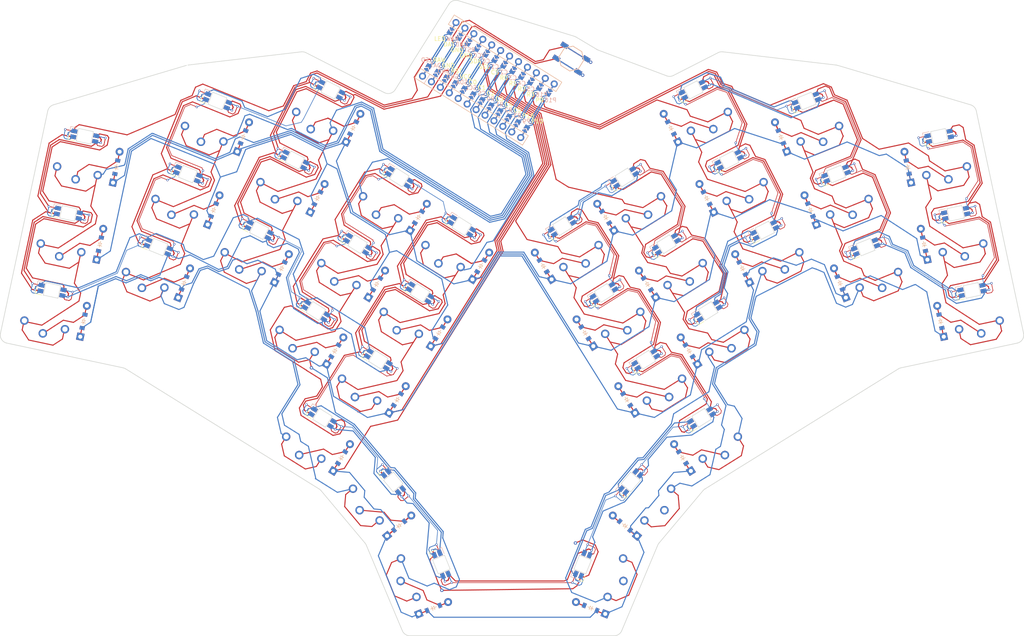
<source format=kicad_pcb>
(kicad_pcb (version 20221018) (generator pcbnew)
  (title_block (title "main") (rev "0.1") (company "klackygears"))
  (layers (0 "F.Cu" signal) (31 "B.Cu" signal) (34 "B.Paste" user) (35 "F.Paste" user) (36 "B.SilkS" user "B.Silkscreen") (37 "F.SilkS" user "F.Silkscreen") (38 "B.Mask" user) (39 "F.Mask" user) (44 "Edge.Cuts" user))
  (net 0 "")
  (net 1 "R1")
  (net 2 "pinky_bottom")
  (net 3 "pinky_home")
  (net 4 "pinky_top")
  (net 5 "R0")
  (net 6 "ring_bottom")
  (net 7 "ring_home")
  (net 8 "ring_top")
  (net 9 "CS")
  (net 10 "middle_bottom")
  (net 11 "middle_home")
  (net 12 "middle_top")
  (net 13 "R2")
  (net 14 "index_bottom")
  (net 15 "index_home")
  (net 16 "index_top")
  (net 17 "R3")
  (net 18 "inner_bottom")
  (net 19 "inner_home")
  (net 20 "inner_top")
  (net 21 "near_thumb")
  (net 22 "home_thumb")
  (net 23 "far_thumb")
  (net 24 "P10")
  (net 25 "mirror_pinky_bottom")
  (net 26 "mirror_pinky_home")
  (net 27 "mirror_pinky_top")
  (net 28 "P16")
  (net 29 "mirror_ring_bottom")
  (net 30 "mirror_ring_home")
  (net 31 "mirror_ring_top")
  (net 32 "C5")
  (net 33 "mirror_middle_bottom")
  (net 34 "mirror_middle_home")
  (net 35 "mirror_middle_top")
  (net 36 "C4")
  (net 37 "mirror_index_bottom")
  (net 38 "mirror_index_home")
  (net 39 "mirror_index_top")
  (net 40 "C3")
  (net 41 "mirror_inner_bottom")
  (net 42 "mirror_inner_home")
  (net 43 "mirror_inner_top")
  (net 44 "mirror_near_thumb")
  (net 45 "mirror_home_thumb")
  (net 46 "mirror_far_thumb")
  (net 47 "C1")
  (net 48 "C0")
  (net 49 "P9")
  (net 50 "C2")
  (net 51 "RAW")
  (net 52 "GND")
  (net 53 "RST")
  (net 54 "VCC")
  (net 55 "LED")
  (net 56 "DAT")
  (net 57 "SDA")
  (net 58 "SCL")
  (net 59 "MCU1_24")
  (net 60 "MCU1_1")
  (net 61 "MCU1_23")
  (net 62 "MCU1_2")
  (net 63 "MCU1_22")
  (net 64 "MCU1_3")
  (net 65 "MCU1_21")
  (net 66 "MCU1_4")
  (net 67 "MCU1_20")
  (net 68 "MCU1_5")
  (net 69 "MCU1_19")
  (net 70 "MCU1_6")
  (net 71 "MCU1_18")
  (net 72 "MCU1_7")
  (net 73 "MCU1_17")
  (net 74 "MCU1_8")
  (net 75 "MCU1_16")
  (net 76 "MCU1_9")
  (net 77 "MCU1_15")
  (net 78 "MCU1_10")
  (net 79 "MCU1_14")
  (net 80 "MCU1_11")
  (net 81 "MCU1_13")
  (net 82 "MCU1_12")
  (net 83 "LED_4")
  (net 84 "LED_3")
  (net 85 "LED_2")
  (net 86 "LED_5")
  (net 87 "LED_6")
  (net 88 "LED_7")
  (net 89 "LED_10")
  (net 90 "LED_9")
  (net 91 "LED_8")
  (net 92 "LED_11")
  (net 93 "LED_12")
  (net 94 "LED_13")
  (net 95 "LED_16")
  (net 96 "LED_15")
  (net 97 "LED_14")
  (net 98 "LED_17")
  (net 99 "LED_18")
  (net 100 "LED_19")
  (net 101 "LED_35")
  (net 102 "LED_34")
  (net 103 "LED_36")
  (net 104 "LED_37")
  (net 105 "LED_33")
  (net 106 "LED_32")
  (net 107 "LED_31")
  (net 108 "LED_29")
  (net 109 "LED_28")
  (net 110 "LED_30")
  (net 111 "LED_27")
  (net 112 "LED_26")
  (net 113 "LED_25")
  (net 114 "LED_23")
  (net 115 "LED_22")
  (net 116 "LED_24")
  (net 117 "LED_21")
  (net 118 "LED_20")
  (footprint "E73:SW_TACT_ALPS_SKQGABE010" (layer "F.Cu") (at 185.06608 98.085678 -32)
    (fp_text reference "B1" hide)
    (fp_text value "" hide)
  )
  (footprint "ComboDiode" (layer "F.Cu") (at 163.23483 148.119628 58)
    (fp_text reference "D15" hide)
    (fp_text value "" hide)
  )
  (footprint "PG1350" (layer "F.Cu") (at 124.877586 109.842083 153)
    (fp_text reference "S9" hide)
    (fp_text value "" hide)
  )
  (footprint "ComboDiode" (layer "F.Cu") (at 274.113168 161.46044 102)
    (fp_text reference "D19" hide)
    (fp_text value "" hide)
  )
  (footprint "PG1350" (layer "F.Cu") (at 203.001627 203.23456 -130)
    (fp_text reference "S35" hide)
    (fp_text value "" hide)
  )
  (footprint "ComboDiode" (layer "F.Cu") (at 128.044827 168.580898 58)
    (fp_text reference "D10" hide)
    (fp_text value "" hide)
  )
  (footprint "PG1350" (layer "F.Cu") (at 107.625947 143.700333 153)
    (fp_text reference "S7" hide)
    (fp_text value "" hide)
  )
  (footprint "PG1350" (layer "F.Cu") (at 116.251773 126.771214 153)
    (fp_text reference "S8" hide)
    (fp_text value "" hide)
  )
  (footprint "ComboDiode" (layer "F.Cu") (at 105.895889 116.989064 68)
    (fp_text reference "D6" hide)
    (fp_text value "" hide)
  )
  (footprint "PG1350" (layer "F.Cu") (at 233.890582 143.700331 -153)
    (fp_text reference "S25" hide)
    (fp_text value "" hide)
  )
  (footprint "PG1350" (layer "F.Cu") (at 210.505752 146.850663 -148)
    (fp_text reference "S29" hide)
    (fp_text value "" hide)
  )
  (footprint "PG1350" (layer "F.Cu") (at 90.808323 130.306917 158)
    (fp_text reference "S5" hide)
    (fp_text value "" hide)
  )
  (footprint "ComboDiode" (layer "F.Cu") (at 270.162848 142.875645 102)
    (fp_text reference "D20" hide)
    (fp_text value "" hide)
  )
  (footprint "nice_nano" (layer "F.Cu") (at 163.972556 102.592657 58)
    (fp_text reference "MCU1" hide)
    (fp_text value "")
  )
  (footprint "ComboDiode" (layer "F.Cu") (at 242.738161 134.605557 112)
    (fp_text reference "D23" hide)
    (fp_text value "" hide)
  )
  (footprint "PG1350" (layer "F.Cu") (at 192.154311 221.894997 -112)
    (fp_text reference "S36" hide)
    (fp_text value "" hide)
  )
  (footprint "ComboDiode" (layer "F.Cu") (at 115.191011 148.67726 63)
    (fp_text reference "D7" hide)
    (fp_text value "" hide)
  )
  (footprint "PG1350" (layer "F.Cu") (at 149.36222 221.894997 112)
    (fp_text reference "S18" hide)
    (fp_text value "" hide)
  )
  (footprint "PG1350" (layer "F.Cu") (at 274.807944 121.441482 -168)
    (fp_text reference "S21" hide)
    (fp_text value "" hide)
  )
  (footprint "PG1350" (layer "F.Cu") (at 120.94231 162.963576 148)
    (fp_text reference "S10" hide)
    (fp_text value "" hide)
  )
  (footprint "PG1350" (layer "F.Cu") (at 58.80794 158.611098 168)
    (fp_text reference "S1" hide)
    (fp_text value "" hide)
  )
  (footprint "PG1350" (layer "F.Cu") (at 200.437287 130.737751 -148)
    (fp_text reference "S30" hide)
    (fp_text value "" hide)
  )
  (footprint "ComboDiode" (layer "F.Cu") (at 178.281695 148.119628 122)
    (fp_text reference "D33" hide)
    (fp_text value "" hide)
  )
  (footprint "PG1350" (layer "F.Cu") (at 278.75827 140.026284 -168)
    (fp_text reference "S20" hide)
    (fp_text value "" hide)
  )
  (footprint "PG1350" (layer "F.Cu") (at 146.06385 158.615226 148)
    (fp_text reference "S14" hide)
    (fp_text value "" hide)
  )
  (footprint "ComboDiode" (layer "F.Cu") (at 193.334768 136.355066 122)
    (fp_text reference "D30" hide)
    (fp_text value "" hide)
  )
  (footprint "ComboDiode" (layer "F.Cu") (at 138.11329 152.467986 58)
    (fp_text reference "D11" hide)
    (fp_text value "" hide)
  )
  (footprint "ComboDiode" (layer "F.Cu") (at 217.699692 131.748133 117)
    (fp_text reference "D26" hide)
    (fp_text value "" hide)
  )
  (footprint "PG1350" (layer "F.Cu") (at 83.690797 147.923406 158)
    (fp_text reference "S4" hide)
    (fp_text value "" hide)
  )
  (footprint "ComboDiode" (layer "F.Cu") (at 71.353689 142.87564 78)
    (fp_text reference "D2" hide)
    (fp_text value "" hide)
  )
  (footprint "PG1350" (layer "F.Cu") (at 185.384205 142.502307 -148)
    (fp_text reference "S33" hide)
    (fp_text value "" hide)
  )
  (footprint "ComboDiode" (layer "F.Cu") (at 197.982577 210.771747 140)
    (fp_text reference "D35" hide)
    (fp_text value "" hide)
  )
  (footprint "PG1350" (layer "F.Cu") (at 97.925848 112.690424 158)
    (fp_text reference "S6" hide)
    (fp_text value "" hide)
  )
  (footprint "E73:SW_TACT_ALPS_SKQGABE010" (layer "F.Cu") (at 185.06608 98.085678 -32)
    (fp_text reference "B2" hide)
    (fp_text value "" hide)
  )
  (footprint "ComboDiode" (layer "F.Cu") (at 203.403238 152.467984 122)
    (fp_text reference "D29" hide)
    (fp_text value "" hide)
  )
  (footprint "PG1350" (layer "F.Cu") (at 282.708581 158.611094 -168)
    (fp_text reference "S19" hide)
    (fp_text value "" hide)
  )
  (footprint "ComboDiode" (layer "F.Cu") (at 249.85569 152.22205 112)
    (fp_text reference "D22" hide)
    (fp_text value "" hide)
  )
  (footprint "ComboDiode" (layer "F.Cu") (at 153.166362 164.232544 58)
    (fp_text reference "D14" hide)
    (fp_text value "" hide)
  )
  (footprint "PG1350" (layer "F.Cu") (at 156.132318 142.502311 148)
    (fp_text reference "S15" hide)
    (fp_text value "" hide)
  )
  (footprint "ComboDiode" (layer "F.Cu") (at 266.212526 124.290836 102)
    (fp_text reference "D21" hide)
    (fp_text value "" hide)
  )
  (footprint "PG1350" (layer "F.Cu") (at 220.574213 162.963578 -148)
    (fp_text reference "S28" hide)
    (fp_text value "" hide)
  )
  (footprint "PG1350" (layer "F.Cu") (at 62.758268 140.026292 168)
    (fp_text reference "S2" hide)
    (fp_text value "" hide)
  )
  (footprint "PG1350" (layer "F.Cu") (at 250.708206 130.306914 -158)
    (fp_text reference "S23" hide)
    (fp_text value "" hide)
  )
  (footprint "PG1350" (layer "F.Cu") (at 131.010776 146.85066 148)
    (fp_text reference "S11" hide)
    (fp_text value "" hide)
  )
  (footprint "ComboDiode" (layer "F.Cu") (at 132.442652 114.819009 63)
    (fp_text reference "D9" hide)
    (fp_text value "" hide)
  )
  (footprint "ComboDiode" (layer "F.Cu") (at 91.660846 152.222046 68)
    (fp_text reference "D4" hide)
    (fp_text value "" hide)
  )
  (footprint "PG1350" (layer "F.Cu") (at 138.5149 203.234565 130)
    (fp_text reference "S17" hide)
    (fp_text value "" hide)
  )
  (footprint "ComboDiode" (layer "F.Cu") (at 226.32551 148.677252 117)
    (fp_text reference "D25" hide)
    (fp_text value "" hide)
  )
  (footprint "PG1350" (layer "F.Cu") (at 122.534732 188.721374 148)
    (fp_text reference "S16" hide)
    (fp_text value "" hide)
  )
  (footprint "ComboDiode" (layer "F.Cu") (at 213.471705 168.580894 122)
    (fp_text reference "D28" hide)
    (fp_text value "" hide)
  )
  (footprint "PG1350" (layer "F.Cu") (at 218.981798 188.721373 -148)
    (fp_text reference "S34" hide)
    (fp_text value "" hide)
  )
  (footprint "ComboDiode" (layer "F.Cu") (at 129.637245 194.338694 58)
    (fp_text reference "D16" hide)
    (fp_text value "" hide)
  )
  (footprint "ComboDiode" (layer "F.Cu") (at 209.073872 114.819008 117)
    (fp_text reference "D27" hide)
    (fp_text value "" hide)
  )
  (footprint "PG1350" (layer "F.Cu") (at 195.452671 158.615221 -148)
    (fp_text reference "S32" hide)
    (fp_text value "" hide)
  )
  (footprint "ComboDiode" (layer "F.Cu") (at 188.350165 164.232547 122)
    (fp_text reference "D32" hide)
    (fp_text value "" hide)
  )
  (footprint "PG1350" (layer "F.Cu") (at 205.521146 174.728139 -148)
    (fp_text reference "S31" hide)
    (fp_text value "" hide)
  )
  (footprint "ComboDiode" (layer "F.Cu") (at 98.778371 134.605558 68)
    (fp_text reference "D5" hide)
    (fp_text value "" hide)
  )
  (footprint "ComboDiode" (layer "F.Cu") (at 211.879284 194.338699 122)
    (fp_text reference "D34" hide)
    (fp_text value "" hide)
  )
  (footprint "PG1350" (layer "F.Cu") (at 135.995384 174.728136 148)
    (fp_text reference "S13" hide)
    (fp_text value "" hide)
  )
  (footprint "ComboDiode" (layer "F.Cu") (at 75.303999 124.290839 78)
    (fp_text reference "D3" hide)
    (fp_text value "" hide)
  )
  (footprint "ComboDiode" (layer "F.Cu") (at 235.620635 116.98906 112)
    (fp_text reference "D24" hide)
    (fp_text value "" hide)
  )
  (footprint "PG1350" (layer "F.Cu") (at 66.708587 121.441483 168)
    (fp_text reference "S3" hide)
    (fp_text value "" hide)
  )
  (footprint "ComboDiode" (layer "F.Cu") (at 123.816835 131.748134 63)
    (fp_text reference "D8" hide)
    (fp_text value "" hide)
  )
  (footprint "ComboDiode" (layer "F.Cu") (at 67.403355 161.460442 78)
    (fp_text reference "D1" hide)
    (fp_text value "" hide)
  )
  (footprint "PG1350" (layer "F.Cu") (at 257.825735 147.923406 -158)
    (fp_text reference "S22" hide)
    (fp_text value "" hide)
  )
  (footprint "PG1350" (layer "F.Cu") (at 141.079243 130.737744 148)
    (fp_text reference "S12" hide)
    (fp_text value "" hide)
  )
  (footprint "PG1350" (layer "F.Cu") (at 243.590681 112.690428 -158)
    (fp_text reference "S24" hide)
    (fp_text value "" hide)
  )
  (footprint "ComboDiode" (layer "F.Cu") (at 198.418625 180.345455 122)
    (fp_text reference "D31" hide)
    (fp_text value "" hide)
  )
  (footprint "PG1350" (layer "F.Cu") (at 216.638946 109.842086 -153)
    (fp_text reference "S27" hide)
    (fp_text value "" hide)
  )
  (footprint "ComboDiode" (layer "F.Cu") (at 143.533948 210.771739 40)
    (fp_text reference "D17" hide)
    (fp_text value "" hide)
  )
  (footprint "ComboDiode" (layer "F.Cu") (at 151.8065 230.614258 22)
    (fp_text reference "D18" hide)
    (fp_text value "" hide)
  )
  (footprint "ComboDiode" (layer "F.Cu") (at 143.097899 180.345456 58)
    (fp_text reference "D13" hide)
    (fp_text value "" hide)
  )
  (footprint "PG1350" (layer "F.Cu") (at 225.264759 126.771211 -153)
    (fp_text reference "S26" hide)
    (fp_text value "" hide)
  )
  (footprint "ComboDiode" (layer "F.Cu") (at 148.181759 136.355067 58)
    (fp_text reference "D12" hide)
    (fp_text value "" hide)
  )
  (footprint "ComboDiode" (layer "F.Cu") (at 189.710036 230.614264 158)
    (fp_text reference "D36" hide)
    (fp_text value "" hide)
  )
  (footprint "ceoloide:YS-SK6812MINI-E (per-key, reversible)" (layer "B.Cu") (at 138.48601 170.742318 -32)
    (fp_text reference "LED13" hide)
    (fp_text value "")
    (fp_line (start -1.8 -1.55) (end -1.8 1.55) (stroke (width 0.12)) (layer "Edge.Cuts"))
    (fp_line (start -1.8 1.55) (end 1.8 1.55) (stroke (width 0.12)) (layer "Edge.Cuts"))
    (fp_line (start 1.8 -1.55) (end -1.8 -1.55) (stroke (width 0.12)) (layer "Edge.Cuts"))
    (fp_line (start 1.8 1.55) (end 1.8 -1.55) (stroke (width 0.12)) (layer "Edge.Cuts"))
  )
  (footprint "ceoloide:YS-SK6812MINI-E (per-key, reversible)" (layer "B.Cu") (at 143.569861 126.751923 -32)
    (fp_text reference "LED12" hide)
    (fp_text value "")
    (fp_line (start -1.8 -1.55) (end -1.8 1.55) (stroke (width 0.12)) (layer "Edge.Cuts"))
    (fp_line (start -1.8 1.55) (end 1.8 1.55) (stroke (width 0.12)) (layer "Edge.Cuts"))
    (fp_line (start 1.8 -1.55) (end -1.8 -1.55) (stroke (width 0.12)) (layer "Edge.Cuts"))
    (fp_line (start 1.8 1.55) (end 1.8 -1.55) (stroke (width 0.12)) (layer "Edge.Cuts"))
  )
  (footprint "ceoloide:YS-SK6812MINI-E (per-key, reversible)" (layer "B.Cu") (at 187.796537 220.134349 68)
    (fp_text reference "LED36" hide)
    (fp_text value "")
    (fp_line (start -1.8 -1.55) (end -1.8 1.55) (stroke (width 0.12)) (layer "Edge.Cuts"))
    (fp_line (start -1.8 1.55) (end 1.8 1.55) (stroke (width 0.12)) (layer "Edge.Cuts"))
    (fp_line (start 1.8 -1.55) (end -1.8 -1.55) (stroke (width 0.12)) (layer "Edge.Cuts"))
    (fp_line (start 1.8 1.55) (end 1.8 -1.55) (stroke (width 0.12)) (layer "Edge.Cuts"))
  )
  (footprint "ceoloide:YS-SK6812MINI-E (per-key, reversible)" (layer "B.Cu") (at 67.685771 116.844193 -12)
    (fp_text reference "LED3" hide)
    (fp_text value "")
    (fp_line (start -1.8 -1.55) (end -1.8 1.55) (stroke (width 0.12)) (layer "Edge.Cuts"))
    (fp_line (start -1.8 1.55) (end 1.8 1.55) (stroke (width 0.12)) (layer "Edge.Cuts"))
    (fp_line (start 1.8 -1.55) (end -1.8 -1.55) (stroke (width 0.12)) (layer "Edge.Cuts"))
    (fp_line (start 1.8 1.55) (end 1.8 -1.55) (stroke (width 0.12)) (layer "Edge.Cuts"))
  )
  (footprint "ceoloide:YS-SK6812MINI-E (per-key, reversible)" (layer "B.Cu") (at 223.131007 122.583485 27)
    (fp_text reference "LED26" hide)
    (fp_text value "")
    (fp_line (start -1.8 -1.55) (end -1.8 1.55) (stroke (width 0.12)) (layer "Edge.Cuts"))
    (fp_line (start -1.8 1.55) (end 1.8 1.55) (stroke (width 0.12)) (layer "Edge.Cuts"))
    (fp_line (start 1.8 -1.55) (end -1.8 -1.55) (stroke (width 0.12)) (layer "Edge.Cuts"))
    (fp_line (start 1.8 1.55) (end 1.8 -1.55) (stroke (width 0.12)) (layer "Edge.Cuts"))
  )
  (footprint "ceoloide:YS-SK6812MINI-E (per-key, reversible)" (layer "B.Cu") (at 182.893592 138.516486 32)
    (fp_text reference "LED33" hide)
    (fp_text value "")
    (fp_line (start -1.8 -1.55) (end -1.8 1.55) (stroke (width 0.12)) (layer "Edge.Cuts"))
    (fp_line (start -1.8 1.55) (end 1.8 1.55) (stroke (width 0.12)) (layer "Edge.Cuts"))
    (fp_line (start 1.8 -1.55) (end -1.8 -1.55) (stroke (width 0.12)) (layer "Edge.Cuts"))
    (fp_line (start 1.8 1.55) (end 1.8 -1.55) (stroke (width 0.12)) (layer "Edge.Cuts"))
  )
  (footprint "ceoloide:YS-SK6812MINI-E (per-key, reversible)" (layer "B.Cu") (at 192.962053 154.629394 32)
    (fp_text reference "LED32" hide)
    (fp_text value "")
    (fp_line (start -1.8 -1.55) (end -1.8 1.55) (stroke (width 0.12)) (layer "Edge.Cuts"))
    (fp_line (start -1.8 1.55) (end 1.8 1.55) (stroke (width 0.12)) (layer "Edge.Cuts"))
    (fp_line (start 1.8 -1.55) (end -1.8 -1.55) (stroke (width 0.12)) (layer "Edge.Cuts"))
    (fp_line (start 1.8 1.55) (end 1.8 -1.55) (stroke (width 0.12)) (layer "Edge.Cuts"))
  )
  (footprint "ceoloide:YS-SK6812MINI-E (per-key, reversible)" (layer "B.Cu") (at 281.731398 154.013799 12)
    (fp_text reference "LED19" hide)
    (fp_text value "")
    (fp_line (start -1.8 -1.55) (end -1.8 1.55) (stroke (width 0.12)) (layer "Edge.Cuts"))
    (fp_line (start -1.8 1.55) (end 1.8 1.55) (stroke (width 0.12)) (layer "Edge.Cuts"))
    (fp_line (start 1.8 -1.55) (end -1.8 -1.55) (stroke (width 0.12)) (layer "Edge.Cuts"))
    (fp_line (start 1.8 1.55) (end 1.8 -1.55) (stroke (width 0.12)) (layer "Edge.Cuts"))
  )
  (footprint "ceoloide:YS-SK6812MINI-E (per-key, reversible)" (layer "B.Cu") (at 109.759703 139.512596 -27)
    (fp_text reference "LED7" hide)
    (fp_text value "")
    (fp_line (start -1.8 -1.55) (end -1.8 1.55) (stroke (width 0.12)) (layer "Edge.Cuts"))
    (fp_line (start -1.8 1.55) (end 1.8 1.55) (stroke (width 0.12)) (layer "Edge.Cuts"))
    (fp_line (start 1.8 -1.55) (end -1.8 -1.55) (stroke (width 0.12)) (layer "Edge.Cuts"))
    (fp_line (start 1.8 1.55) (end 1.8 -1.55) (stroke (width 0.12)) (layer "Edge.Cuts"))
  )
  (footprint "ceoloide:YS-SK6812MINI-E (per-key, reversible)" (layer "B.Cu") (at 197.946663 126.751926 32)
    (fp_text reference "LED30" hide)
    (fp_text value "")
    (fp_line (start -1.8 -1.55) (end -1.8 1.55) (stroke (width 0.12)) (layer "Edge.Cuts"))
    (fp_line (start -1.8 1.55) (end 1.8 1.55) (stroke (width 0.12)) (layer "Edge.Cuts"))
    (fp_line (start 1.8 -1.55) (end -1.8 -1.55) (stroke (width 0.12)) (layer "Edge.Cuts"))
    (fp_line (start 1.8 1.55) (end 1.8 -1.55) (stroke (width 0.12)) (layer "Edge.Cuts"))
  )
  (footprint "ceoloide:YS-SK6812MINI-E (per-key, reversible)" (layer "B.Cu") (at 123.432933 158.977746 -32)
    (fp_text reference "LED10" hide)
    (fp_text value "")
    (fp_line (start -1.8 -1.55) (end -1.8 1.55) (stroke (width 0.12)) (layer "Edge.Cuts"))
    (fp_line (start -1.8 1.55) (end 1.8 1.55) (stroke (width 0.12)) (layer "Edge.Cuts"))
    (fp_line (start 1.8 -1.55) (end -1.8 -1.55) (stroke (width 0.12)) (layer "Edge.Cuts"))
    (fp_line (start 1.8 1.55) (end 1.8 -1.55) (stroke (width 0.12)) (layer "Edge.Cuts"))
  )
  (footprint "ceoloide:YS-SK6812MINI-E (per-key, reversible)" (layer "B.Cu") (at 59.785129 154.013801 -12)
    (fp_text reference "LED1" hide)
    (fp_text value "")
    (fp_line (start -1.8 -1.55) (end -1.8 1.55) (stroke (width 0.12)) (layer "Edge.Cuts"))
    (fp_line (start -1.8 1.55) (end 1.8 1.55) (stroke (width 0.12)) (layer "Edge.Cuts"))
    (fp_line (start 1.8 -1.55) (end -1.8 -1.55) (stroke (width 0.12)) (layer "Edge.Cuts"))
    (fp_line (start 1.8 1.55) (end 1.8 -1.55) (stroke (width 0.12)) (layer "Edge.Cuts"))
  )
  (footprint "ceoloide:YS-SK6812MINI-E (per-key, reversible)" (layer "B.Cu") (at 208.015131 142.864839 32)
    (fp_text reference "LED29" hide)
    (fp_text value "")
    (fp_line (start -1.8 -1.55) (end -1.8 1.55) (stroke (width 0.12)) (layer "Edge.Cuts"))
    (fp_line (start -1.8 1.55) (end 1.8 1.55) (stroke (width 0.12)) (layer "Edge.Cuts"))
    (fp_line (start 1.8 -1.55) (end -1.8 -1.55) (stroke (width 0.12)) (layer "Edge.Cuts"))
    (fp_line (start 1.8 1.55) (end 1.8 -1.55) (stroke (width 0.12)) (layer "Edge.Cuts"))
  )
  (footprint "ceoloide:YS-SK6812MINI-E (per-key, reversible)" (layer "B.Cu") (at 118.38552 122.583481 -27)
    (fp_text reference "LED8" hide)
    (fp_text value "")
    (fp_line (start -1.8 -1.55) (end -1.8 1.55) (stroke (width 0.12)) (layer "Edge.Cuts"))
    (fp_line (start -1.8 1.55) (end 1.8 1.55) (stroke (width 0.12)) (layer "Edge.Cuts"))
    (fp_line (start 1.8 -1.55) (end -1.8 -1.55) (stroke (width 0.12)) (layer "Edge.Cuts"))
    (fp_line (start 1.8 1.55) (end 1.8 -1.55) (stroke (width 0.12)) (layer "Edge.Cuts"))
  )
  (footprint "ceoloide:YS-SK6812MINI-E (per-key, reversible)" (layer "B.Cu") (at 125.025347 184.735546 -32)
    (fp_text reference "LED16" hide)
    (fp_text value "")
    (fp_line (start -1.8 -1.55) (end -1.8 1.55) (stroke (width 0.12)) (layer "Edge.Cuts"))
    (fp_line (start -1.8 1.55) (end 1.8 1.55) (stroke (width 0.12)) (layer "Edge.Cuts"))
    (fp_line (start 1.8 -1.55) (end -1.8 -1.55) (stroke (width 0.12)) (layer "Edge.Cuts"))
    (fp_line (start 1.8 1.55) (end 1.8 -1.55) (stroke (width 0.12)) (layer "Edge.Cuts"))
  )
  (footprint "ceoloide:YS-SK6812MINI-E (per-key, reversible)" (layer "B.Cu") (at 142.115314 200.213457 -50)
    (fp_text reference "LED17" hide)
    (fp_text value "")
    (fp_line (start -1.8 -1.55) (end -1.8 1.55) (stroke (width 0.12)) (layer "Edge.Cuts"))
    (fp_line (start -1.8 1.55) (end 1.8 1.55) (stroke (width 0.12)) (layer "Edge.Cuts"))
    (fp_line (start 1.8 -1.55) (end -1.8 -1.55) (stroke (width 0.12)) (layer "Edge.Cuts"))
    (fp_line (start 1.8 1.55) (end 1.8 -1.55) (stroke (width 0.12)) (layer "Edge.Cuts"))
  )
  (footprint "ceoloide:YS-SK6812MINI-E (per-key, reversible)" (layer "B.Cu") (at 256.065081 143.56564 22)
    (fp_text reference "LED22" hide)
    (fp_text value "")
    (fp_line (start -1.8 -1.55) (end -1.8 1.55) (stroke (width 0.12)) (layer "Edge.Cuts"))
    (fp_line (start -1.8 1.55) (end 1.8 1.55) (stroke (width 0.12)) (layer "Edge.Cuts"))
    (fp_line (start 1.8 -1.55) (end -1.8 -1.55) (stroke (width 0.12)) (layer "Edge.Cuts"))
    (fp_line (start 1.8 1.55) (end 1.8 -1.55) (stroke (width 0.12)) (layer "Edge.Cuts"))
  )
  (footprint "ceoloide:YS-SK6812MINI-E (per-key, reversible)" (layer "B.Cu") (at 85.451446 143.565642 -22)
    (fp_text reference "LED4" hide)
    (fp_text value "")
    (fp_line (start -1.8 -1.55) (end -1.8 1.55) (stroke (width 0.12)) (layer "Edge.Cuts"))
    (fp_line (start -1.8 1.55) (end 1.8 1.55) (stroke (width 0.12)) (layer "Edge.Cuts"))
    (fp_line (start 1.8 -1.55) (end -1.8 -1.55) (stroke (width 0.12)) (layer "Edge.Cuts"))
    (fp_line (start 1.8 1.55) (end 1.8 -1.55) (stroke (width 0.12)) (layer "Edge.Cuts"))
  )
  (footprint "ceoloide:YS-SK6812MINI-E (per-key, reversible)" (layer "B.Cu") (at 92.568972 125.949153 -22)
    (fp_text reference "LED5" hide)
    (fp_text value "")
    (fp_line (start -1.8 -1.55) (end -1.8 1.55) (stroke (width 0.12)) (layer "Edge.Cuts"))
    (fp_line (start -1.8 1.55) (end 1.8 1.55) (stroke (width 0.12)) (layer "Edge.Cuts"))
    (fp_line (start 1.8 -1.55) (end -1.8 -1.55) (stroke (width 0.12)) (layer "Edge.Cuts"))
    (fp_line (start 1.8 1.55) (end 1.8 -1.55) (stroke (width 0.12)) (layer "Edge.Cuts"))
  )
  (footprint "ceoloide:YS-SK6812MINI-E (per-key, reversible)" (layer "B.Cu") (at 63.73545 135.428991 -12)
    (fp_text reference "LED2" hide)
    (fp_text value "")
    (fp_line (start -1.8 -1.55) (end -1.8 1.55) (stroke (width 0.12)) (layer "Edge.Cuts"))
    (fp_line (start -1.8 1.55) (end 1.8 1.55) (stroke (width 0.12)) (layer "Edge.Cuts"))
    (fp_line (start 1.8 -1.55) (end -1.8 -1.55) (stroke (width 0.12)) (layer "Edge.Cuts"))
    (fp_line (start 1.8 1.55) (end 1.8 -1.55) (stroke (width 0.12)) (layer "Edge.Cuts"))
  )
  (footprint "ceoloide:YS-SK6812MINI-E (per-key, reversible)" (layer "B.Cu") (at 248.947561 125.949151 22)
    (fp_text reference "LED23" hide)
    (fp_text value "")
    (fp_line (start -1.8 -1.55) (end -1.8 1.55) (stroke (width 0.12)) (layer "Edge.Cuts"))
    (fp_line (start -1.8 1.55) (end 1.8 1.55) (stroke (width 0.12)) (layer "Edge.Cuts"))
    (fp_line (start 1.8 -1.55) (end -1.8 -1.55) (stroke (width 0.12)) (layer "Edge.Cuts"))
    (fp_line (start 1.8 1.55) (end 1.8 -1.55) (stroke (width 0.12)) (layer "Edge.Cuts"))
  )
  (footprint "ceoloide:YS-SK6812MINI-E (per-key, reversible)" (layer "B.Cu") (at 158.622939 138.516484 -32)
    (fp_text reference "LED15" hide)
    (fp_text value "")
    (fp_line (start -1.8 -1.55) (end -1.8 1.55) (stroke (width 0.12)) (layer "Edge.Cuts"))
    (fp_line (start -1.8 1.55) (end 1.8 1.55) (stroke (width 0.12)) (layer "Edge.Cuts"))
    (fp_line (start 1.8 -1.55) (end -1.8 -1.55) (stroke (width 0.12)) (layer "Edge.Cuts"))
    (fp_line (start 1.8 1.55) (end 1.8 -1.55) (stroke (width 0.12)) (layer "Edge.Cuts"))
  )
  (footprint "ceoloide:YS-SK6812MINI-E (per-key, reversible)" (layer "B.Cu") (at 199.401216 200.213457 50)
    (fp_text reference "LED35" hide)
    (fp_text value "")
    (fp_line (start -1.8 -1.55) (end -1.8 1.55) (stroke (width 0.12)) (layer "Edge.Cuts"))
    (fp_line (start -1.8 1.55) (end 1.8 1.55) (stroke (width 0.12)) (layer "Edge.Cuts"))
    (fp_line (start 1.8 -1.55) (end -1.8 -1.55) (stroke (width 0.12)) (layer "Edge.Cuts"))
    (fp_line (start 1.8 1.55) (end 1.8 -1.55) (stroke (width 0.12)) (layer "Edge.Cuts"))
  )
  (footprint "ceoloide:YS-SK6812MINI-E (per-key, reversible)" (layer "B.Cu") (at 153.719991 220.134351 -68)
    (fp_text reference "LED18" hide)
    (fp_text value "")
    (fp_line (start -1.8 -1.55) (end -1.8 1.55) (stroke (width 0.12)) (layer "Edge.Cuts"))
    (fp_line (start -1.8 1.55) (end 1.8 1.55) (stroke (width 0.12)) (layer "Edge.Cuts"))
    (fp_line (start 1.8 -1.55) (end -1.8 -1.55) (stroke (width 0.12)) (layer "Edge.Cuts"))
    (fp_line (start 1.8 1.55) (end 1.8 -1.55) (stroke (width 0.12)) (layer "Edge.Cuts"))
  )
  (footprint "ceoloide:YS-SK6812MINI-E (per-key, reversible)" (layer "B.Cu") (at 214.505182 105.65436 27)
    (fp_text reference "LED27" hide)
    (fp_text value "")
    (fp_line (start -1.8 -1.55) (end -1.8 1.55) (stroke (width 0.12)) (layer "Edge.Cuts"))
    (fp_line (start -1.8 1.55) (end 1.8 1.55) (stroke (width 0.12)) (layer "Edge.Cuts"))
    (fp_line (start 1.8 -1.55) (end -1.8 -1.55) (stroke (width 0.12)) (layer "Edge.Cuts"))
    (fp_line (start 1.8 1.55) (end 1.8 -1.55) (stroke (width 0.12)) (layer "Edge.Cuts"))
  )
  (footprint "ceoloide:YS-SK6812MINI-E (per-key, reversible)" (layer "B.Cu") (at 127.011344 105.65436 -27)
    (fp_text reference "LED9" hide)
    (fp_text value "")
    (fp_line (start -1.8 -1.55) (end -1.8 1.55) (stroke (width 0.12)) (layer "Edge.Cuts"))
    (fp_line (start -1.8 1.55) (end 1.8 1.55) (stroke (width 0.12)) (layer "Edge.Cuts"))
    (fp_line (start 1.8 -1.55) (end -1.8 -1.55) (stroke (width 0.12)) (layer "Edge.Cuts"))
    (fp_line (start 1.8 1.55) (end 1.8 -1.55) (stroke (width 0.12)) (layer "Edge.Cuts"))
  )
  (footprint "ceoloide:YS-SK6812MINI-E (per-key, reversible)" (layer "B.Cu") (at 273.830755 116.844183 12)
    (fp_text reference "LED21" hide)
    (fp_text value "")
    (fp_line (start -1.8 -1.55) (end -1.8 1.55) (stroke (width 0.12)) (layer "Edge.Cuts"))
    (fp_line (start -1.8 1.55) (end 1.8 1.55) (stroke (width 0.12)) (layer "Edge.Cuts"))
    (fp_line (start 1.8 -1.55) (end -1.8 -1.55) (stroke (width 0.12)) (layer "Edge.Cuts"))
    (fp_line (start 1.8 1.55) (end 1.8 -1.55) (stroke (width 0.12)) (layer "Edge.Cuts"))
  )
  (footprint "ceoloide:YS-SK6812MINI-E (per-key, reversible)" (layer "B.Cu") (at 99.6865 108.332652 -22)
    (fp_text reference "LED6" hide)
    (fp_text value "")
    (fp_line (start -1.8 -1.55) (end -1.8 1.55) (stroke (width 0.12)) (layer "Edge.Cuts"))
    (fp_line (start -1.8 1.55) (end 1.8 1.55) (stroke (width 0.12)) (layer "Edge.Cuts"))
    (fp_line (start 1.8 -1.55) (end -1.8 -1.55) (stroke (width 0.12)) (layer "Edge.Cuts"))
    (fp_line (start 1.8 1.55) (end 1.8 -1.55) (stroke (width 0.12)) (layer "Edge.Cuts"))
  )
  (footprint "ceoloide:YS-SK6812MINI-E (per-key, reversible)" (layer "B.Cu") (at 231.756822 139.512606 27)
    (fp_text reference "LED25" hide)
    (fp_text value "")
    (fp_line (start -1.8 -1.55) (end -1.8 1.55) (stroke (width 0.12)) (layer "Edge.Cuts"))
    (fp_line (start -1.8 1.55) (end 1.8 1.55) (stroke (width 0.12)) (layer "Edge.Cuts"))
    (fp_line (start 1.8 -1.55) (end -1.8 -1.55) (stroke (width 0.12)) (layer "Edge.Cuts"))
    (fp_line (start 1.8 1.55) (end 1.8 -1.55) (stroke (width 0.12)) (layer "Edge.Cuts"))
  )
  (footprint "ceoloide:YS-SK6812MINI-E (per-key, reversible)" (layer "B.Cu") (at 203.030514 170.742311 32)
    (fp_text reference "LED31" hide)
    (fp_text value "")
    (fp_line (start -1.8 -1.55) (end -1.8 1.55) (stroke (width 0.12)) (layer "Edge.Cuts"))
    (fp_line (start -1.8 1.55) (end 1.8 1.55) (stroke (width 0.12)) (layer "Edge.Cuts"))
    (fp_line (start 1.8 -1.55) (end -1.8 -1.55) (stroke (width 0.12)) (layer "Edge.Cuts"))
    (fp_line (start 1.8 1.55) (end 1.8 -1.55) (stroke (width 0.12)) (layer "Edge.Cuts"))
  )
  (footprint "ceoloide:YS-SK6812MINI-E (per-key, reversible)" (layer "B.Cu") (at 133.501396 142.864835 -32)
    (fp_text reference "LED11" hide)
    (fp_text value "")
    (fp_line (start -1.8 -1.55) (end -1.8 1.55) (stroke (width 0.12)) (layer "Edge.Cuts"))
    (fp_line (start -1.8 1.55) (end 1.8 1.55) (stroke (width 0.12)) (layer "Edge.Cuts"))
    (fp_line (start 1.8 -1.55) (end -1.8 -1.55) (stroke (width 0.12)) (layer "Edge.Cuts"))
    (fp_line (start 1.8 1.55) (end 1.8 -1.55) (stroke (width 0.12)) (layer "Edge.Cuts"))
  )
  (footprint "ceoloide:YS-SK6812MINI-E (per-key, reversible)" (layer "B.Cu") (at 218.083597 158.977747 32)
    (fp_text reference "LED28" hide)
    (fp_text value "")
    (fp_line (start -1.8 -1.55) (end -1.8 1.55) (stroke (width 0.12)) (layer "Edge.Cuts"))
    (fp_line (start -1.8 1.55) (end 1.8 1.55) (stroke (width 0.12)) (layer "Edge.Cuts"))
    (fp_line (start 1.8 -1.55) (end -1.8 -1.55) (stroke (width 0.12)) (layer "Edge.Cuts"))
    (fp_line (start 1.8 1.55) (end 1.8 -1.55) (stroke (width 0.12)) (layer "Edge.Cuts"))
  )
  (footprint "ceoloide:YS-SK6812MINI-E (per-key, reversible)" (layer "B.Cu") (at 277.781085 135.428989 12)
    (fp_text reference "LED20" hide)
    (fp_text value "")
    (fp_line (start -1.8 -1.55) (end -1.8 1.55) (stroke (width 0.12)) (layer "Edge.Cuts"))
    (fp_line (start -1.8 1.55) (end 1.8 1.55) (stroke (width 0.12)) (layer "Edge.Cuts"))
    (fp_line (start 1.8 -1.55) (end -1.8 -1.55) (stroke (width 0.12)) (layer "Edge.Cuts"))
    (fp_line (start 1.8 1.55) (end 1.8 -1.55) (stroke (width 0.12)) (layer "Edge.Cuts"))
  )
  (footprint "ceoloide:YS-SK6812MINI-E (per-key, reversible)" (layer "B.Cu") (at 148.554471 154.629396 -32)
    (fp_text reference "LED14" hide)
    (fp_text value "")
    (fp_line (start -1.8 -1.55) (end -1.8 1.55) (stroke (width 0.12)) (layer "Edge.Cuts"))
    (fp_line (start -1.8 1.55) (end 1.8 1.55) (stroke (width 0.12)) (layer "Edge.Cuts"))
    (fp_line (start 1.8 -1.55) (end -1.8 -1.55) (stroke (width 0.12)) (layer "Edge.Cuts"))
    (fp_line (start 1.8 1.55) (end 1.8 -1.55) (stroke (width 0.12)) (layer "Edge.Cuts"))
  )
  (footprint "ceoloide:YS-SK6812MINI-E (per-key, reversible)" (layer "B.Cu") (at 216.491174 184.735548 32)
    (fp_text reference "LED34" hide)
    (fp_text value "")
    (fp_line (start -1.8 -1.55) (end -1.8 1.55) (stroke (width 0.12)) (layer "Edge.Cuts"))
    (fp_line (start -1.8 1.55) (end 1.8 1.55) (stroke (width 0.12)) (layer "Edge.Cuts"))
    (fp_line (start 1.8 -1.55) (end -1.8 -1.55) (stroke (width 0.12)) (layer "Edge.Cuts"))
    (fp_line (start 1.8 1.55) (end 1.8 -1.55) (stroke (width 0.12)) (layer "Edge.Cuts"))
  )
  (footprint "ceoloide:YS-SK6812MINI-E (per-key, reversible)" (layer "B.Cu") (at 241.830034 108.332653 22)
    (fp_text reference "LED24" hide)
    (fp_text value "")
    (fp_line (start -1.8 -1.55) (end -1.8 1.55) (stroke (width 0.12)) (layer "Edge.Cuts"))
    (fp_line (start -1.8 1.55) (end 1.8 1.55) (stroke (width 0.12)) (layer "Edge.Cuts"))
    (fp_line (start 1.8 -1.55) (end -1.8 -1.55) (stroke (width 0.12)) (layer "Edge.Cuts"))
    (fp_line (start 1.8 1.55) (end 1.8 -1.55) (stroke (width 0.12)) (layer "Edge.Cuts"))
  )
  (gr_arc (start 220.470122 96.666737) (mid 221.024905 96.480175) (end 221.609939 96.46224) (stroke (width 0.15)) (layer "Edge.Cuts"))
  (gr_arc (start 135.288579 214.946816) (mid 135.463215 215.18976) (end 135.59966 215.456034) (stroke (width 0.15)) (layer "Edge.Cuts"))
  (gr_arc (start 263.949502 172.943184) (mid 264.257931 172.786867) (end 264.588674 172.686006) (stroke (width 0.15)) (layer "Edge.Cuts"))
  (gr_line (start 58.758966 110.744153) (end 47.363169 164.357155) (stroke (width 0.15)) (layer "Edge.Cuts"))
  (gr_line (start 77.567028 172.943188) (end 124.219267 201.909958) (stroke (width 0.15)) (layer "Edge.Cuts"))
  (gr_line (start 217.297263 201.909955) (end 263.949502 172.943184) (stroke (width 0.15)) (layer "Edge.Cuts"))
  (gr_arc (start 76.927852 172.686001) (mid 77.258596 172.786867) (end 77.567028 172.943188) (stroke (width 0.15)) (layer "Edge.Cuts"))
  (gr_arc (start 191.566444 96.053478) (mid 191.403098 95.983641) (end 191.246592 95.899586) (stroke (width 0.15)) (layer "Edge.Cuts"))
  (gr_line (start 155.523611 84.97108) (end 142.578792 105.593578) (stroke (width 0.15)) (layer "Edge.Cuts"))
  (gr_line (start 248.944932 99.652497) (end 221.609939 96.46224) (stroke (width 0.15)) (layer "Edge.Cuts"))
  (gr_line (start 48.903645 166.729273) (end 76.927852 172.686001) (stroke (width 0.15)) (layer "Edge.Cuts"))
  (gr_arc (start 155.523613 84.971079) (mid 156.520163 84.159927) (end 157.804573 84.122464) (stroke (width 0.15)) (layer "Edge.Cuts"))
  (gr_arc (start 281.370178 109.242607) (mid 282.270226 109.802715) (end 282.757555 110.744161) (stroke (width 0.15)) (layer "Edge.Cuts"))
  (gr_line (start 294.153354 164.357157) (end 282.757555 110.744161) (stroke (width 0.15)) (layer "Edge.Cuts"))
  (gr_arc (start 294.153354 164.357157) (mid 293.874419 165.862287) (end 292.612884 166.729276) (stroke (width 0.15)) (layer "Edge.Cuts"))
  (gr_line (start 191.246592 95.899586) (end 186.226227 92.908704) (stroke (width 0.15)) (layer "Edge.Cuts"))
  (gr_arc (start 146.138184 237.323585) (mid 145.032019 236.989806) (end 144.295018 236.099935) (stroke (width 0.15)) (layer "Edge.Cuts"))
  (gr_arc (start 185.789645 92.715) (mid 186.013736 92.798779) (end 186.226227 92.908704) (stroke (width 0.15)) (layer "Edge.Cuts"))
  (gr_arc (start 197.22151 236.099939) (mid 196.48453 236.989845) (end 195.378336 237.323578) (stroke (width 0.15)) (layer "Edge.Cuts"))
  (gr_line (start 119.906588 96.462241) (end 92.571594 99.652493) (stroke (width 0.15)) (layer "Edge.Cuts"))
  (gr_line (start 139.976882 106.312304) (end 121.046415 96.666745) (stroke (width 0.15)) (layer "Edge.Cuts"))
  (gr_line (start 281.370174 109.242606) (end 249.282005 99.721634) (stroke (width 0.15)) (layer "Edge.Cuts"))
  (gr_line (start 135.59966 215.456034) (end 144.295018 236.099935) (stroke (width 0.15)) (layer "Edge.Cuts"))
  (gr_arc (start 119.906588 96.462241) (mid 120.491626 96.480193) (end 121.046415 96.666745) (stroke (width 0.15)) (layer "Edge.Cuts"))
  (gr_line (start 206.227951 214.94681) (end 216.820173 202.32349) (stroke (width 0.15)) (layer "Edge.Cuts"))
  (gr_line (start 185.789645 92.715) (end 157.804573 84.122464) (stroke (width 0.15)) (layer "Edge.Cuts"))
  (gr_line (start 146.138184 237.323585) (end 195.378336 237.323578) (stroke (width 0.15)) (layer "Edge.Cuts"))
  (gr_line (start 197.22151 236.099939) (end 205.916868 215.456034) (stroke (width 0.15)) (layer "Edge.Cuts"))
  (gr_line (start 264.588674 172.686006) (end 292.612884 166.729276) (stroke (width 0.15)) (layer "Edge.Cuts"))
  (gr_arc (start 248.944932 99.652497) (mid 249.114957 99.679807) (end 249.282005 99.721634) (stroke (width 0.15)) (layer "Edge.Cuts"))
  (gr_arc (start 58.758966 110.744153) (mid 59.246322 109.802734) (end 60.146357 109.242599) (stroke (width 0.15)) (layer "Edge.Cuts"))
  (gr_line (start 92.234526 99.721638) (end 60.146357 109.242599) (stroke (width 0.15)) (layer "Edge.Cuts"))
  (gr_arc (start 124.219267 201.909958) (mid 124.474231 202.097784) (end 124.696355 202.323497) (stroke (width 0.15)) (layer "Edge.Cuts"))
  (gr_line (start 124.696355 202.323497) (end 135.288576 214.946814) (stroke (width 0.15)) (layer "Edge.Cuts"))
  (gr_arc (start 142.578792 105.593578) (mid 141.417368 106.45808) (end 139.976882 106.312304) (stroke (width 0.15)) (layer "Edge.Cuts"))
  (gr_arc (start 209.677427 102.165893) (mid 208.881044 102.380777) (end 208.065679 102.255973) (stroke (width 0.15)) (layer "Edge.Cuts"))
  (gr_line (start 208.065679 102.255973) (end 191.566444 96.053478) (stroke (width 0.15)) (layer "Edge.Cuts"))
  (gr_line (start 220.470117 96.666749) (end 209.677427 102.165893) (stroke (width 0.15)) (layer "Edge.Cuts"))
  (gr_arc (start 48.903646 166.729273) (mid 47.64212 165.862265) (end 47.363169 164.357155) (stroke (width 0.15)) (layer "Edge.Cuts"))
  (gr_arc (start 216.820173 202.32349) (mid 217.042296 202.097776) (end 217.297263 201.909955) (stroke (width 0.15)) (layer "Edge.Cuts"))
  (gr_arc (start 205.916873 215.456036) (mid 206.053314 215.189756) (end 206.227951 214.94681) (stroke (width 0.15)) (layer "Edge.Cuts"))
  (segment (start 58.126461 147.430821) (end 63.975778 148.674127) (width 0.25) (layer "F.Cu") (net 1))
  (segment (start 62.311011 165.740955) (end 62.80168 163.432517) (width 0.25) (layer "F.Cu") (net 1))
  (segment (start 66.286584 156.587284) (end 57.337681 162.398764) (width 0.25) (layer "F.Cu") (net 1))
  (segment (start 57.337681 162.398764) (end 53.00507 161.477842) (width 0.25) (layer "F.Cu") (net 1))
  (segment (start 62.087053 128.824916) (end 67.936374 130.068228) (width 0.25) (layer "F.Cu") (net 1))
  (segment (start 66.264739 147.19113) (end 65.185396 152.269031) (width 0.25) (layer "F.Cu") (net 1))
  (segment (start 70.247318 137.977824) (end 61.298413 143.789313) (width 0.25) (layer "F.Cu") (net 1))
  (segment (start 65.185396 152.269031) (end 66.706566 154.611432) (width 0.25) (layer "F.Cu") (net 1))
  (segment (start 66.264872 147.187575) (end 66.755544 144.879146) (width 0.25) (layer "F.Cu") (net 1))
  (segment (start 61.298413 143.789313) (end 56.965803 142.868386) (width 0.25) (layer "F.Cu") (net 1))
  (segment (start 70.225465 128.581676) (end 70.716135 126.273241) (width 0.25) (layer "F.Cu") (net 1))
  (segment (start 53.053076 161.366814) (end 52.589705 163.546774) (width 0.25) (layer "F.Cu") (net 1))
  (segment (start 69.14613 133.659574) (end 70.6673 136.00197) (width 0.25) (layer "F.Cu") (net 1))
  (segment (start 60.967541 124.207543) (end 60.504172 126.387495) (width 0.25) (layer "F.Cu") (net 1))
  (segment (start 63.975778 148.674127) (end 66.264872 147.187575) (width 0.25) (layer "F.Cu") (net 1))
  (segment (start 60.021917 167.227507) (end 62.311011 165.740955) (width 0.25) (layer "F.Cu") (net 1))
  (segment (start 52.589705 163.546774) (end 54.172593 165.984191) (width 0.25) (layer "F.Cu") (net 1))
  (segment (start 67.936374 130.068228) (end 70.225465 128.581676) (width 0.25) (layer "F.Cu") (net 1))
  (segment (start 54.172593 165.984191) (end 60.021917 167.227507) (width 0.25) (layer "F.Cu") (net 1))
  (segment (start 56.543574 144.993394) (end 58.126461 147.430821) (width 0.25) (layer "F.Cu") (net 1))
  (segment (start 60.504172 126.387495) (end 62.087053 128.824916) (width 0.25) (layer "F.Cu") (net 1))
  (segment (start 70.6673 136.00197) (end 70.247318 137.977824) (width 0.25) (layer "F.Cu") (net 1))
  (segment (start 57.006945 142.813438) (end 56.543574 144.993394) (width 0.25) (layer "F.Cu") (net 1))
  (segment (start 70.225465 128.581676) (end 69.14613 133.659574) (width 0.25) (layer "F.Cu") (net 1))
  (segment (start 66.706566 154.611432) (end 66.286584 156.587284) (width 0.25) (layer "F.Cu") (net 1))
  (segment (start 128.895529 118.381667) (end 125.496388 119.486104) (width 0.25) (layer "B.Cu") (net 1))
  (segment (start 168.625579 109.051867) (end 168.705582 109.391867) (width 0.25) (layer "B.Cu") (net 1))
  (segment (start 99.119071 122.220106) (end 84.41465 116.279138) (width 0.25) (layer "B.Cu") (net 1))
  (segment (start 102.696032 120.701781) (end 99.119071 122.220106) (width 0.25) (layer "B.Cu") (net 1))
  (segment (start 171.365581 103.771872) (end 171.515577 104.421868) (width 0.25) (layer "B.Cu") (net 1))
  (segment (start 108.447737 118.347085) (end 105.099995 116.994512) (width 0.25) (layer "B.Cu") (net 1))
  (segment (start 168.719355 136.329575) (end 165.416668 137.092061) (width 0.25) (layer "B.Cu") (net 1))
  (segment (start 77.398111 123.487257) (end 77.187335 123.82457) (width 0.25) (layer "B.Cu") (net 1))
  (segment (start 117.492912 115.408125) (end 108.447737 118.347085) (width 0.25) (layer "B.Cu") (net 1))
  (segment (start 167.393661 109.346191) (end 164.817816 113.468408) (width 0.25) (layer "B.Cu") (net 1))
  (segment (start 136.571755 110.661914) (end 134.38445 109.547422) (width 0.25) (layer "B.Cu") (net 1))
  (segment (start 84.41465 116.279138) (end 84.289965 116.201219) (width 0.25) (layer "B.Cu") (net 1))
  (segment (start 171.512254 104.425655) (end 168.622254 109.055655) (width 0.25) (layer "B.Cu") (net 1))
  (segment (start 84.289965 116.201219) (end 83.925316 116.123713) (width 0.25) (layer "B.Cu") (net 1))
  (segment (start 138.839558 120.484833) (end 136.571755 110.661914) (width 0.25) (layer "B.Cu") (net 1))
  (segment (start 134.38445 109.547422) (end 133.200856 109.931995) (width 0.25) (layer "B.Cu") (net 1))
  (segment (start 165.387228 115.934785) (end 173.961508 121.292595) (width 0.25) (layer "B.Cu") (net 1))
  (segment (start 83.925316 116.123713) (end 78.168652 119.862126) (width 0.25) (layer "B.Cu") (net 1))
  (segment (start 171.725571 103.181862) (end 171.365581 103.771872) (width 0.25) (layer "B.Cu") (net 1))
  (segment (start 78.168652 119.862126) (end 77.398111 123.487257) (width 0.25) (layer "B.Cu") (net 1))
  (segment (start 72.86052 124.823501) (end 72.150638 125.959539) (width 0.25) (layer "B.Cu") (net 1))
  (segment (start 77.187335 123.82457) (end 72.86052 124.823501) (width 0.25) (layer "B.Cu") (net 1))
  (segment (start 104.006298 117.458758) (end 102.696032 120.701781) (width 0.25) (layer "B.Cu") (net 1))
  (segment (start 175.082213 126.146886) (end 168.719355 136.329575) (width 0.25) (layer "B.Cu") (net 1))
  (segment (start 105.099995 116.994512) (end 104.006298 117.458758) (width 0.25) (layer "B.Cu") (net 1))
  (segment (start 133.200856 109.931995) (end 128.895529 118.381667) (width 0.25) (layer "B.Cu") (net 1))
  (segment (start 172.965576 102.571871) (end 172.725578 102.951877) (width 0.25) (layer "B.Cu") (net 1))
  (segment (start 125.496388 119.486104) (end 117.492912 115.408125) (width 0.25) (layer "B.Cu") (net 1))
  (segment (start 72.150638 125.959539) (end 70.707584 126.292685) (width 0.25) (layer "B.Cu") (net 1))
  (segment (start 173.961508 121.292595) (end 175.082213 126.146886) (width 0.25) (layer "B.Cu") (net 1))
  (segment (start 168.713009 109.452127) (end 168.233275 109.152352) (width 0.25) (layer "B.Cu") (net 1))
  (segment (start 171.515577 104.421868) (end 168.625579 109.051867) (width 0.25) (layer "B.Cu") (net 1))
  (segment (start 165.416668 137.092061) (end 138.839558 120.484833) (width 0.25) (layer "B.Cu") (net 1))
  (segment (start 164.817816 113.468408) (end 165.387228 115.934785) (width 0.25) (layer "B.Cu") (net 1))
  (segment (start 168.233275 109.152352) (end 167.393661 109.346191) (width 0.25) (layer "B.Cu") (net 1))
  (segment (start 172.725578 102.951877) (end 171.725571 103.181862) (width 0.25) (layer "B.Cu") (net 1))
  (segment (start 62.522878 161.206236) (end 64.957261 161.723677) (width 0.25) (layer "F.Cu") (net 2))
  (segment (start 67.675402 159.925809) (end 68.128905 157.79225) (width 0.25) (layer "F.Cu") (net 2))
  (segment (start 64.957261 161.723677) (end 67.49543 160.075375) (width 0.25) (layer "F.Cu") (net 2))
  (segment (start 57.510255 164.461466) (end 62.522878 161.206236) (width 0.25) (layer "F.Cu") (net 2))
  (segment (start 66.498382 142.647236) (end 68.932771 143.164679) (width 0.25) (layer "F.Cu") (net 3))
  (segment (start 68.932771 143.164679) (end 71.47094 141.516369) (width 0.25) (layer "F.Cu") (net 3))
  (segment (start 71.650911 141.366809) (end 72.104408 139.233241) (width 0.25) (layer "F.Cu") (net 3))
  (segment (start 61.485763 145.902468) (end 66.498382 142.647236) (width 0.25) (layer "F.Cu") (net 3))
  (segment (start 72.930516 124.524813) (end 75.468689 122.876508) (width 0.25) (layer "F.Cu") (net 4))
  (segment (start 68.704919 123.626631) (end 66.012568 125.375064) (width 0.25) (layer "F.Cu") (net 4))
  (segment (start 66.012568 125.375064) (end 65.596741 127.331372) (width 0.25) (layer "F.Cu") (net 4))
  (segment (start 70.661216 124.042456) (end 72.930516 124.524813) (width 0.25) (layer "F.Cu") (net 4))
  (segment (start 68.704919 123.626631) (end 70.661216 124.042456) (width 0.25) (layer "F.Cu") (net 4))
  (segment (start 75.648654 122.726932) (end 76.102162 120.593383) (width 0.25) (layer "F.Cu") (net 4))
  (segment (start 89.05556 133.809132) (end 84.781246 132.082198) (width 0.25) (layer "F.Cu") (net 5))
  (segment (start 77.862614 154.345264) (end 83.407179 156.585405) (width 0.25) (layer "F.Cu") (net 5))
  (segment (start 93.057487 137.932229) (end 93.941557 135.744072) (width 0.25) (layer "F.Cu") (net 5))
  (segment (start 91.798078 145.120123) (end 90.749194 147.716234) (width 0.25) (layer "F.Cu") (net 5))
  (segment (start 91.87355 114.354429) (end 91.03868 116.420817) (width 0.25) (layer "F.Cu") (net 5))
  (segment (start 120.897705 197.093582) (end 123.557182 196.479594) (width 0.25) (layer "F.Cu") (net 5))
  (segment (start 115.826385 193.924672) (end 120.897705 197.093582) (width 0.25) (layer "F.Cu") (net 5))
  (segment (start 115.172614 191.092861) (end 115.826385 193.924672) (width 0.25) (layer "F.Cu") (net 5))
  (segment (start 85.919642 155.51893) (end 86.803698 153.330781) (width 0.25) (layer "F.Cu") (net 5))
  (segment (start 92.174262 119.096072) (end 97.718821 121.336211) (width 0.25) (layer "F.Cu") (net 5))
  (segment (start 83.407179 156.585405) (end 85.919642 155.51893) (width 0.25) (layer "F.Cu") (net 5))
  (segment (start 81.857959 151.490345) (end 77.583645 149.763411) (width 0.25) (layer "F.Cu") (net 5))
  (segment (start 90.947109 143.115363) (end 91.798078 145.120123) (width 0.25) (layer "F.Cu") (net 5))
  (segment (start 77.561912 149.603628) (end 76.72704 151.670012) (width 0.25) (layer "F.Cu") (net 5))
  (segment (start 83.864893 134.083298) (end 85.000461 136.758553) (width 0.25) (layer "F.Cu") (net 5))
  (segment (start 97.946783 130.03503) (end 89.05556 133.809132) (width 0.25) (layer "F.Cu") (net 5))
  (segment (start 90.749194 147.716234) (end 81.857959 151.490345) (width 0.25) (layer "F.Cu") (net 5))
  (segment (start 91.03868 116.420817) (end 92.174262 119.096072) (width 0.25) (layer "F.Cu") (net 5))
  (segment (start 123.557182 196.479594) (end 124.807796 194.478193) (width 0.25) (layer "F.Cu") (net 5))
  (segment (start 93.033673 137.95095) (end 90.947109 143.115363) (width 0.25) (layer "F.Cu") (net 5))
  (segment (start 98.144714 125.434155) (end 98.995682 127.438914) (width 0.25) (layer "F.Cu") (net 5))
  (segment (start 116.353618 189.202853) (end 115.172614 191.092861) (width 0.25) (layer "F.Cu") (net 5))
  (segment (start 76.72704 151.670012) (end 77.862614 154.345264) (width 0.25) (layer "F.Cu") (net 5))
  (segment (start 98.995682 127.438914) (end 97.946783 130.03503) (width 0.25) (layer "F.Cu") (net 5))
  (segment (start 90.545031 138.998698) (end 93.057487 137.932229) (width 0.25) (layer "F.Cu") (net 5))
  (segment (start 100.231273 120.269736) (end 101.115341 118.081586) (width 0.25) (layer "F.Cu") (net 5))
  (segment (start 97.718821 121.336211) (end 100.231273 120.269736) (width 0.25) (layer "F.Cu") (net 5))
  (segment (start 84.699756 132.016921) (end 83.864893 134.083298) (width 0.25) (layer "F.Cu") (net 5))
  (segment (start 85.000461 136.758553) (end 90.545031 138.998698) (width 0.25) (layer "F.Cu") (net 5))
  (segment (start 100.231273 120.269736) (end 98.144714 125.434155) (width 0.25) (layer "F.Cu") (net 5))
  (segment (start 107.291771 153.696044) (end 109.024989 159.030339) (width 0.25) (layer "B.Cu") (net 5))
  (segment (start 90.392549 158.61843) (end 91.636049 158.090597) (width 0.25) (layer "B.Cu") (net 5))
  (segment (start 116.621174 115.218205) (end 115.796972 114.885207) (width 0.25) (layer "B.Cu") (net 5))
  (segment (start 125.5346 119.000529) (end 119.805689 116.081502) (width 0.25) (layer "B.Cu") (net 5))
  (segment (start 115.796972 114.885207) (end 115.786972 114.889452) (width 0.25) (layer "B.Cu") (net 5))
  (segment (start 162.55779 112.292016) (end 163.206733 115.102889) (width 0.25) (layer "B.Cu") (net 5))
  (segment (start 166.558963 108.10613) (end 166.079235 107.806362) (width 0.25) (layer "B.Cu") (net 5))
  (segment (start 106.327667 111.893672) (end 104.356643 116.772162) (width 0.25) (layer "B.Cu") (net 5))
  (segment (start 166.079235 107.806362) (end 165.239619 108.000197) (width 0.25) (layer "B.Cu") (net 5))
  (segment (start 136.963671 110.359039) (end 136.942132 110.345584) (width 0.25) (layer "B.Cu") (net 5))
  (segment (start 174.601812 126.066492) (end 168.436508 135.93304) (width 0.25) (layer "B.Cu") (net 5))
  (segment (start 93.983173 152.281262) (end 95.564506 149.177722) (width 0.25) (layer "B.Cu") (net 5))
  (segment (start 134.422665 109.061847) (end 132.884519 109.561621) (width 0.25) (layer "B.Cu") (net 5))
  (segment (start 169.202252 102.425662) (end 169.35226 103.08565) (width 0.25) (layer "B.Cu") (net 5))
  (segment (start 95.564506 149.177722) (end 97.310598 148.610381) (width 0.25) (layer "B.Cu") (net 5))
  (segment (start 117.531121 114.922547) (end 116.621174 115.218205) (width 0.25) (layer "B.Cu") (net 5))
  (segment (start 170.802259 101.235654) (end 170.572259 101.605662) (width 0.25) (layer "B.Cu") (net 5))
  (segment (start 166.462257 107.705653) (end 166.542263 108.045659) (width 0.25) (layer "B.Cu") (net 5))
  (segment (start 169.572264 101.835663) (end 169.202252 102.425662) (width 0.25) (layer "B.Cu") (net 5))
  (segment (start 128.579197 118.011282) (end 125.5346 119.000529) (width 0.25) (layer "B.Cu") (net 5))
  (segment (start 169.35226 103.08565) (end 166.462257 107.705653) (width 0.25) (layer "B.Cu") (net 5))
  (segment (start 165.497057 136.611665) (end 139.236094 120.201987) (width 0.25) (layer "B.Cu") (net 5))
  (segment (start 86.90321 153.319736) (end 86.088234 155.336874) (width 0.25) (layer "B.Cu") (net 5))
  (segment (start 119.802767 116.068803) (end 119.78762 116.072294) (width 0.25) (layer "B.Cu") (net 5))
  (segment (start 110.802359 166.72897) (end 117.828147 171.11917) (width 0.25) (layer "B.Cu") (net 5))
  (segment (start 119.120795 176.718242) (end 114.16547 184.648414) (width 0.25) (layer "B.Cu") (net 5))
  (segment (start 136.942132 110.345584) (end 134.422665 109.061847) (width 0.25) (layer "B.Cu") (net 5))
  (segment (start 132.884519 109.561621) (end 128.579197 118.011282) (width 0.25) (layer "B.Cu") (net 5))
  (segment (start 114.16547 184.648414) (end 115.062284 188.532951) (width 0.25) (layer "B.Cu") (net 5))
  (segment (start 170.572259 101.605662) (end 169.572264 101.835663) (width 0.25) (layer "B.Cu") (net 5))
  (segment (start 119.78762 116.072294) (end 117.531121 114.922547) (width 0.25) (layer "B.Cu") (net 5))
  (segment (start 104.356643 116.772162) (end 101.036588 118.181438) (width 0.25) (layer "B.Cu") (net 5))
  (segment (start 163.206733 115.102889) (end 173.564974 121.57544) (width 0.25) (layer "B.Cu") (net 5))
  (segment (start 139.236094 120.201987) (end 136.963671 110.359039) (width 0.25) (layer "B.Cu") (net 5))
  (segment (start 109.024989 159.030339) (end 110.802359 166.72897) (width 0.25) (layer "B.Cu") (net 5))
  (segment (start 117.828147 171.11917) (end 119.120795 176.718242) (width 0.25) (layer "B.Cu") (net 5))
  (segment (start 119.805689 116.081502) (end 119.802767 116.068803) (width 0.25) (layer "B.Cu") (net 5))
  (segment (start 169.355577 103.081858) (end 166.465576 107.701867) (width 0.25) (layer "B.Cu") (net 5))
  (segment (start 91.636049 158.090597) (end 93.983173 152.281262) (width 0.25) (layer "B.Cu") (net 5))
  (segment (start 86.088234 155.336874) (end 86.878522 157.198674) (width 0.25) (layer "B.Cu") (net 5))
  (segment (start 168.436508 135.93304) (end 165.497057 136.611665) (width 0.25) (layer "B.Cu") (net 5))
  (segment (start 97.310598 148.610381) (end 107.291771 153.696044) (width 0.25) (layer "B.Cu") (net 5))
  (segment (start 86.878522 157.198674) (end 90.392549 158.61843) (width 0.25) (layer "B.Cu") (net 5))
  (segment (start 173.564974 121.57544) (end 174.601812 126.066492) (width 0.25) (layer "B.Cu") (net 5))
  (segment (start 107.460856 111.525487) (end 106.327667 111.893672) (width 0.25) (layer "B.Cu") (net 5))
  (segment (start 165.239619 108.000197) (end 162.55779 112.292016) (width 0.25) (layer "B.Cu") (net 5))
  (segment (start 115.786972 114.889452) (end 107.460856 111.525487) (width 0.25) (layer "B.Cu") (net 5))
  (segment (start 115.062284 188.532951) (end 116.280796 189.294361) (width 0.25) (layer "B.Cu") (net 5))
  (segment (start 86.912883 151.088401) (end 89.220443 152.020717) (width 0.25) (layer "F.Cu") (net 6))
  (segment (start 92.209486 150.722153) (end 93.026586 148.699761) (width 0.25) (layer "F.Cu") (net 6))
  (segment (start 89.220443 152.020717) (end 92.006274 150.838202) (width 0.25) (layer "F.Cu") (net 6))
  (segment (start 81.411161 153.423743) (end 86.912883 151.088401) (width 0.25) (layer "F.Cu") (net 6))
  (segment (start 88.549002 135.837029) (end 94.050734 133.50169) (width 0.25) (layer "F.Cu") (net 7))
  (segment (start 99.347337 133.135442) (end 100.164438 131.113056) (width 0.25) (layer "F.Cu") (net 7))
  (segment (start 96.35829 134.434003) (end 99.144127 133.251492) (width 0.25) (layer "F.Cu") (net 7))
  (segment (start 94.050734 133.50169) (end 96.35829 134.434003) (width 0.25) (layer "F.Cu") (net 7))
  (segment (start 101.381014 115.902434) (end 99.52665 115.153219) (width 0.25) (layer "F.Cu") (net 8))
  (segment (start 99.52665 115.153219) (end 96.571584 116.40757) (width 0.25) (layer "F.Cu") (net 8))
  (segment (start 103.532085 116.771512) (end 106.317908 115.589) (width 0.25) (layer "F.Cu") (net 8))
  (segment (start 96.571584 116.40757) (end 95.822376 118.261942) (width 0.25) (layer "F.Cu") (net 8))
  (segment (start 106.52113 115.472954) (end 107.338224 113.450566) (width 0.25) (layer "F.Cu") (net 8))
  (segment (start 101.381014 115.902434) (end 103.532085 116.771512) (width 0.25) (layer "F.Cu") (net 8))
  (segment (start 114.292721 130.136896) (end 110.185188 128.043991) (width 0.25) (layer "F.Cu") (net 9))
  (segment (start 118.681885 115.751633) (end 124.010105 118.466501) (width 0.25) (layer "F.Cu") (net 9))
  (segment (start 109.276602 151.490773) (end 110.348022 149.388002) (width 0.25) (layer "F.Cu") (net 9))
  (segment (start 124.750227 124.657266) (end 123.479052 127.152087) (width 0.25) (layer "F.Cu") (net 9))
  (segment (start 114.767818 144.138693) (end 105.581498 147.123515) (width 0.25) (layer "F.Cu") (net 9))
  (segment (start 124.07722 122.585959) (end 124.750227 124.657266) (width 0.25) (layer "F.Cu") (net 9))
  (segment (start 118.795573 111.001834) (end 117.783793 112.987586) (width 0.25) (layer "F.Cu") (net 9))
  (segment (start 126.605945 117.623049) (end 127.677363 115.520281) (width 0.25) (layer "F.Cu") (net 9))
  (segment (start 130.382785 206.157327) (end 134.22665 210.738264) (width 0.25) (layer "F.Cu") (net 9))
  (segment (start 110.1097 127.971871) (end 109.097908 129.957624) (width 0.25) (layer "F.Cu") (net 9))
  (segment (start 109.097908 129.957624) (end 109.996 132.721669) (width 0.25) (layer "F.Cu") (net 9))
  (segment (start 123.479052 127.152087) (end 114.292721 130.136896) (width 0.25) (layer "F.Cu") (net 9))
  (segment (start 109.996 132.721669) (end 115.324226 135.436532) (width 0.25) (layer "F.Cu") (net 9))
  (segment (start 101.352535 149.619354) (end 106.680753 152.334218) (width 0.25) (layer "F.Cu") (net 9))
  (segment (start 124.010105 118.466501) (end 126.605945 117.623049) (width 0.25) (layer "F.Cu") (net 9))
  (segment (start 136.945698 210.976152) (end 138.753558 209.459176) (width 0.25) (layer "F.Cu") (net 9))
  (segment (start 117.920066 134.593094) (end 118.99149 132.490323) (width 0.25) (layer "F.Cu") (net 9))
  (segment (start 117.894721 134.609678) (end 115.365993 139.572581) (width 0.25) (layer "F.Cu") (net 9))
  (segment (start 126.605945 117.623049) (end 124.07722 122.585959) (width 0.25) (layer "F.Cu") (net 9))
  (segment (start 132.343324 201.829534) (end 130.636077 203.262086) (width 0.25) (layer "F.Cu") (net 9))
  (segment (start 106.680753 152.334218) (end 109.276602 151.490773) (width 0.25) (layer "F.Cu") (net 9))
  (segment (start 101.466237 144.869557) (end 100.454448 146.855304) (width 0.25) (layer "F.Cu") (net 9))
  (segment (start 115.365993 139.572581) (end 116.039004 141.643876) (width 0.25) (layer "F.Cu") (net 9))
  (segment (start 117.783793 112.987586) (end 118.681885 115.751633) (width 0.25) (layer "F.Cu") (net 9))
  (segment (start 115.324226 135.436532) (end 117.920066 134.593094) (width 0.25) (layer "F.Cu") (net 9))
  (segment (start 134.22665 210.738264) (end 136.945698 210.976152) (width 0.25) (layer "F.Cu") (net 9))
  (segment (start 130.636077 203.262086) (end 130.382785 206.157327) (width 0.25) (layer "F.Cu") (net 9))
  (segment (start 100.454448 146.855304) (end 101.352535 149.619354) (width 0.25) (layer "F.Cu") (net 9))
  (segment (start 116.039004 141.643876) (end 114.767818 144.138693) (width 0.25) (layer "F.Cu") (net 9))
  (segment (start 105.581498 147.123515) (end 101.47395 145.030617) (width 0.25) (layer "F.Cu") (net 9))
  (segment (start 115.866175 186.531191) (end 115.2331 183.789035) (width 0.25) (layer "B.Cu") (net 9))
  (segment (start 126.856603 113.594565) (end 127.505783 115.592547) (width 0.25) (layer "B.Cu") (net 9))
  (segment (start 167.205576 101.731861) (end 164.31558 106.351869) (width 0.25) (layer "B.Cu") (net 9))
  (segment (start 164.559436 135.495148) (end 164.559436 135.495146) (width 0.25) (layer "B.Cu") (net 9))
  (segment (start 164.40493 106.76013) (end 164.231189 106.651569) (width 0.25) (layer "B.Cu") (net 9))
  (segment (start 119.394057 188.735654) (end 115.866175 186.531191) (width 0.25) (layer "B.Cu") (net 9))
  (segment (start 137.360206 110.076188) (end 137.360413 110.075858) (width 0.25) (layer "B.Cu") (net 9))
  (segment (start 123.494083 199.516509) (end 123.451678 199.490013) (width 0.25) (layer "B.Cu") (net 9))
  (segment (start 123.451678 199.490013) (end 121.631979 191.608037) (width 0.25) (layer "B.Cu") (net 9))
  (segment (start 165.577451 136.131273) (end 164.559436 135.495148) (width 0.25) (layer "B.Cu") (net 9))
  (segment (start 173.168439 121.85829) (end 174.121419 125.986103) (width 0.25) (layer "B.Cu") (net 9))
  (segment (start 164.31558 106.351869) (end 164.395575 106.70187) (width 0.25) (layer "B.Cu") (net 9))
  (segment (start 137.360413 110.075858) (end 137.354602 110.050695) (width 0.25) (layer "B.Cu") (net 9))
  (segment (start 164.559436 135.495146) (end 139.632635 119.919141) (width 0.25) (layer "B.Cu") (net 9))
  (segment (start 133.373308 108.929642) (end 128.412151 110.541623) (width 0.25) (layer "B.Cu") (net 9))
  (segment (start 119.610233 176.784158) (end 118.261423 170.94182) (width 0.25) (layer "B.Cu") (net 9))
  (segment (start 168.655575 99.881872) (end 168.415574 100.261872) (width 0.25) (layer "B.Cu") (net 9))
  (segment (start 164.231189 106.651569) (end 162.894372 106.960199) (width 0.25) (layer "B.Cu") (net 9))
  (segment (start 139.632635 119.919141) (end 137.360206 110.076188) (width 0.25) (layer "B.Cu") (net 9))
  (segment (start 168.153664 135.536504) (end 165.577451 136.131273) (width 0.25) (layer "B.Cu") (net 9))
  (segment (start 119.791716 190.458117) (end 119.394057 188.735654) (width 0.25) (layer "B.Cu") (net 9))
  (segment (start 161.773084 114.73768) (end 173.168439 121.85829) (width 0.25) (layer "B.Cu") (net 9))
  (segment (start 132.389995 201.846935) (end 128.617392 202.717909) (width 0.25) (layer "B.Cu") (net 9))
  (segment (start 121.631979 191.608037) (end 119.791716 190.458117) (width 0.25) (layer "B.Cu") (net 9))
  (segment (start 115.2331 183.789035) (end 119.610233 176.784158) (width 0.25) (layer "B.Cu") (net 9))
  (segment (start 109.459039 158.909969) (end 107.912733 154.150928) (width 0.25) (layer "B.Cu") (net 9))
  (segment (start 174.121419 125.986103) (end 168.153664 135.536504) (width 0.25) (layer "B.Cu") (net 9))
  (segment (start 133.433836 108.909979) (end 133.373308 108.929642) (width 0.25) (layer "B.Cu") (net 9))
  (segment (start 128.617392 202.717909) (end 123.494083 199.516509) (width 0.25) (layer "B.Cu") (net 9))
  (segment (start 123.494083 199.516509) (end 123.307509 199.399926) (width 0.25) (layer "B.Cu") (net 9))
  (segment (start 167.425579 100.491878) (end 167.055584 101.08187) (width 0.25) (layer "B.Cu") (net 9))
  (segment (start 107.912733 154.150928) (end 110.355815 149.35611) (width 0.25) (layer "B.Cu") (net 9))
  (segment (start 162.894372 106.960199) (end 160.764452 110.36879) (width 0.25) (layer "B.Cu") (net 9))
  (segment (start 168.415574 100.261872) (end 167.425579 100.491878) (width 0.25) (layer "B.Cu") (net 9))
  (segment (start 134.460878 108.576272) (end 133.373308 108.929642) (width 0.25) (layer "B.Cu") (net 9))
  (segment (start 137.354602 110.050695) (end 134.460878 108.576272) (width 0.25) (layer "B.Cu") (net 9))
  (segment (start 128.412151 110.541623) (end 126.856603 113.594565) (width 0.25) (layer "B.Cu") (net 9))
  (segment (start 167.202253 101.735652) (end 164.312261 106.355658) (width 0.25) (layer "B.Cu") (net 9))
  (segment (start 167.055584 101.08187) (end 167.205576 101.731861) (width 0.25) (layer "B.Cu") (net 9))
  (segment (start 118.287917 170.899418) (end 118.281556 170.871857) (width 0.25) (layer "B.Cu") (net 9))
  (segment (start 160.764452 110.36879) (end 161.773084 114.73768) (width 0.25) (layer "B.Cu") (net 9))
  (segment (start 117.204386 170.198768) (end 117.20438 170.198768) (width 0.25) (layer "B.Cu") (net 9))
  (segment (start 118.261423 170.94182) (end 118.287917 170.899418) (width 0.25) (layer "B.Cu") (net 9))
  (segment (start 111.198894 166.446121) (end 109.459039 158.909969) (width 0.25) (layer "B.Cu") (net 9))
  (segment (start 118.281556 170.871857) (end 117.204386 170.198768) (width 0.25) (layer "B.Cu") (net 9))
  (segment (start 117.20438 170.198768) (end 111.198894 166.446121) (width 0.25) (layer "B.Cu") (net 9))
  (segment (start 110.652215 147.163673) (end 112.869734 148.293551) (width 0.25) (layer "F.Cu") (net 10))
  (segment (start 115.96059 147.26044) (end 116.950835 145.316961) (width 0.25) (layer "F.Cu") (net 10))
  (segment (start 104.967885 149.010621) (end 110.652215 147.163673) (width 0.25) (layer "F.Cu") (net 10))
  (segment (start 112.869734 148.293551) (end 115.748024 147.358332) (width 0.25) (layer "F.Cu") (net 10))
  (segment (start 124.604053 130.362756) (end 125.594305 128.41928) (width 0.25) (layer "F.Cu") (net 11))
  (segment (start 113.611353 132.112938) (end 119.295694 130.265985) (width 0.25) (layer "F.Cu") (net 11))
  (segment (start 121.513212 131.395865) (end 124.391498 130.460652) (width 0.25) (layer "F.Cu") (net 11))
  (segment (start 119.295694 130.265985) (end 121.513212 131.395865) (width 0.25) (layer "F.Cu") (net 11))
  (segment (start 126.34994 112.46459) (end 130.199084 114.425831) (width 0.25) (layer "F.Cu") (net 12))
  (segment (start 128.131955 113.37258) (end 126.34994 112.46459) (width 0.25) (layer "F.Cu") (net 12))
  (segment (start 130.199084 114.425831) (end 133.077379 113.490613) (width 0.25) (layer "F.Cu") (net 12))
  (segment (start 123.296799 113.456625) (end 122.388818 115.238632) (width 0.25) (layer "F.Cu") (net 12))
  (segment (start 133.289931 113.392722) (end 134.28018 111.449242) (width 0.25) (layer "F.Cu") (net 12))
  (segment (start 128.131955 113.37258) (end 130.199084 114.425831) (width 0.25) (layer "F.Cu") (net 12))
  (segment (start 126.34994 112.46459) (end 123.296799 113.456625) (width 0.25) (layer "F.Cu") (net 12))
  (segment (start 134.404255 135.941282) (end 139.475571 139.110198) (width 0.25) (layer "F.Cu") (net 13))
  (segment (start 121.920948 170.725358) (end 122.373728 172.686578) (width 0.25) (layer "F.Cu") (net 13))
  (segment (start 124.272386 152.089713) (end 129.343711 155.258625) (width 0.25) (layer "F.Cu") (net 13))
  (segment (start 128.030983 163.879187) (end 118.619477 166.052007) (width 0.25) (layer "F.Cu") (net 13))
  (segment (start 132.003192 154.644645) (end 133.253795 152.643253) (width 0.25) (layer "F.Cu") (net 13))
  (segment (start 142.135044 138.496208) (end 143.385658 136.494816) (width 0.25) (layer "F.Cu") (net 13))
  (segment (start 129.514758 161.504646) (end 128.030983 163.879187) (width 0.25) (layer "F.Cu") (net 13))
  (segment (start 145.365984 228.955868) (end 147.610288 228.049109) (width 0.25) (layer "F.Cu") (net 13))
  (segment (start 129.343711 155.258625) (end 132.003192 154.644645) (width 0.25) (layer "F.Cu") (net 13))
  (segment (start 139.673313 145.3419) (end 138.189552 147.71644) (width 0.25) (layer "F.Cu") (net 13))
  (segment (start 113.535306 165.337968) (end 114.189079 168.169763) (width 0.25) (layer "F.Cu") (net 13))
  (segment (start 143.86422 218.777268) (end 141.706862 219.648903) (width 0.25) (layer "F.Cu") (net 13))
  (segment (start 139.183398 143.219837) (end 139.673313 145.3419) (width 0.25) (layer "F.Cu") (net 13))
  (segment (start 138.189552 147.71644) (end 128.778029 149.889257) (width 0.25) (layer "F.Cu") (net 13))
  (segment (start 131.976497 154.658952) (end 129.024835 159.382574) (width 0.25) (layer "F.Cu") (net 13))
  (segment (start 129.024835 159.382574) (end 129.514758 161.504646) (width 0.25) (layer "F.Cu") (net 13))
  (segment (start 121.919883 170.724696) (end 121.920948 170.725358) (width 0.25) (layer "F.Cu") (net 13))
  (segment (start 114.189079 168.169763) (end 119.260403 171.338686) (width 0.25) (layer "F.Cu") (net 13))
  (segment (start 140.410023 222.704047) (end 142.432896 227.710846) (width 0.25) (layer "F.Cu") (net 13))
  (segment (start 121.919883 170.724696) (end 123.170493 168.72331) (width 0.25) (layer "F.Cu") (net 13))
  (segment (start 139.475571 139.110198) (end 142.135044 138.496208) (width 0.25) (layer "F.Cu") (net 13))
  (segment (start 133.750469 133.109468) (end 134.404255 135.941282) (width 0.25) (layer "F.Cu") (net 13))
  (segment (start 134.931489 131.219464) (end 133.750469 133.109468) (width 0.25) (layer "F.Cu") (net 13))
  (segment (start 114.716304 163.447953) (end 113.535306 165.337968) (width 0.25) (layer "F.Cu") (net 13))
  (segment (start 128.778029 149.889257) (end 124.868529 147.446334) (width 0.25) (layer "F.Cu") (net 13))
  (segment (start 118.619477 166.052007) (end 114.709966 163.609071) (width 0.25) (layer "F.Cu") (net 13))
  (segment (start 124.799621 147.367905) (end 123.618619 149.257906) (width 0.25) (layer "F.Cu") (net 13))
  (segment (start 119.260403 171.338686) (end 121.919883 170.724696) (width 0.25) (layer "F.Cu") (net 13))
  (segment (start 141.706862 219.648903) (end 140.410023 222.704047) (width 0.25) (layer "F.Cu") (net 13))
  (segment (start 142.432896 227.710846) (end 145.365984 228.955868) (width 0.25) (layer "F.Cu") (net 13))
  (segment (start 123.618619 149.257906) (end 124.272386 152.089713) (width 0.25) (layer "F.Cu") (net 13))
  (segment (start 142.135044 138.496208) (end 139.183398 143.219837) (width 0.25) (layer "F.Cu") (net 13))
  (via (at 122.373728 172.686578) (size 0.8) (drill 0.4) (layers "F.Cu" "B.Cu") (net 13))
  (segment (start 175.115579 103.921864) (end 174.885581 104.291873) (width 0.25) (layer "B.Cu") (net 13))
  (segment (start 165.356298 137.584961) (end 168.989691 136.746127) (width 0.25) (layer "B.Cu") (net 13))
  (segment (start 147.418704 204.156758) (end 147.532021 202.861538) (width 0.25) (layer "B.Cu") (net 13))
  (segment (start 151.979932 224.645102) (end 155.650983 226.203369) (width 0.25) (layer "B.Cu") (net 13))
  (segment (start 133.95547 128.078105) (end 137.070137 123.093589) (width 0.25) (layer "B.Cu") (net 13))
  (segment (start 169.285889 110.752631) (end 170.387314 110.498351) (width 0.25) (layer "B.Cu") (net 13))
  (segment (start 126.219737 175.089823) (end 127.225797 179.447559) (width 0.25) (layer "B.Cu") (net 13))
  (segment (start 166.702034 114.887658) (end 169.285889 110.752631) (width 0.25) (layer "B.Cu") (net 13))
  (segment (start 154.035482 213.715958) (end 154.035372 213.715829) (width 0.25) (layer "B.Cu") (net 13))
  (segment (start 145.900197 223.470163) (end 150.283186 225.330632) (width 0.25) (layer "B.Cu") (net 13))
  (segment (start 168.989691 136.746127) (end 175.562607 126.227273) (width 0.25) (layer "B.Cu") (net 13))
  (segment (start 170.387314 110.498351) (end 170.867044 110.798117) (width 0.25) (layer "B.Cu") (net 13))
  (segment (start 154.055649 212.072549) (end 147.415657 204.159315) (width 0.25) (layer "B.Cu") (net 13))
  (segment (start 140.033413 195.028268) (end 140.034334 195.01776) (width 0.25) (layer "B.Cu") (net 13))
  (segment (start 134.723641 131.405421) (end 133.95547 128.078105) (width 0.25) (layer "B.Cu") (net 13))
  (segment (start 174.358048 121.009744) (end 167.063039 116.451321) (width 0.25) (layer "B.Cu") (net 13))
  (segment (start 141.46697 196.736715) (end 140.033413 195.028268) (width 0.25) (layer "B.Cu") (net 13))
  (segment (start 170.775582 110.391873) (end 170.855576 110.741868) (width 0.25) (layer "B.Cu") (net 13))
  (segment (start 167.063039 116.451321) (end 166.702034 114.887658) (width 0.25) (layer "B.Cu") (net 13))
  (segment (start 128.152255 183.460491) (end 132.409651 186.120804) (width 0.25) (layer "B.Cu") (net 13))
  (segment (start 140.034334 195.01776) (end 132.692616 186.26824) (width 0.25) (layer "B.Cu") (net 13))
  (segment (start 143.965887 218.682581) (end 145.900197 223.470163) (width 0.25) (layer "B.Cu") (net 13))
  (segment (start 154.134691 212.580607) (end 154.13482 212.580503) (width 0.25) (layer "B.Cu") (net 13))
  (segment (start 174.885581 104.291873) (end 173.885576 104.521871) (width 0.25) (layer "B.Cu") (net 13))
  (segment (start 173.665582 105.771871) (end 170.775582 110.391873) (width 0.25) (layer "B.Cu") (net 13))
  (segment (start 127.225797 179.447559) (end 128.152255 183.460491) (width 0.25) (layer "B.Cu") (net 13))
  (segment (start 155.650983 226.203369) (end 157.310642 225.532824) (width 0.25) (layer "B.Cu") (net 13))
  (segment (start 173.515573 105.111871) (end 173.665582 105.771871) (width 0.25) (layer "B.Cu") (net 13))
  (segment (start 154.055655 212.072548) (end 154.055649 212.072549) (width 0.25) (layer "B.Cu") (net 13))
  (segment (start 157.310642 225.532824) (end 158.078723 223.723334) (width 0.25) (layer "B.Cu") (net 13))
  (segment (start 147.532021 202.861538) (end 142.466023 196.82412) (width 0.25) (layer "B.Cu") (net 13))
  (segment (start 154.035372 213.715829) (end 154.134691 212.580607) (width 0.25) (layer "B.Cu") (net 13))
  (segment (start 158.078723 223.723334) (end 154.035482 213.715958) (width 0.25) (layer "B.Cu") (net 13))
  (segment (start 137.070137 123.093589) (end 140.790643 122.234645) (width 0.25) (layer "B.Cu") (net 13))
  (segment (start 132.409651 186.120804) (end 132.672545 186.285081) (width 0.25) (layer "B.Cu") (net 13))
  (segment (start 150.283186 225.330632) (end 151.979932 224.645102) (width 0.25) (layer "B.Cu") (net 13))
  (segment (start 173.885576 104.521871) (end 173.515573 105.111871) (width 0.25) (layer "B.Cu") (net 13))
  (segment (start 154.167588 212.205944) (end 154.055655 212.072548) (width 0.25) (layer "B.Cu") (net 13))
  (segment (start 122.373728 172.686578) (end 126.219737 175.089823) (width 0.25) (layer "B.Cu") (net 13))
  (segment (start 175.562607 126.227273) (end 174.358048 121.009744) (width 0.25) (layer "B.Cu") (net 13))
  (segment (start 173.662255 105.775658) (end 170.77226 110.395655) (width 0.25) (layer "B.Cu") (net 13))
  (segment (start 147.415657 204.159315) (end 147.418704 204.156758) (width 0.25) (layer "B.Cu") (net 13))
  (segment (start 140.790643 122.234645) (end 165.356298 137.584961) (width 0.25) (layer "B.Cu") (net 13))
  (segment (start 154.13482 212.580503) (end 154.167588 212.205944) (width 0.25) (layer "B.Cu") (net 13))
  (segment (start 142.466023 196.82412) (end 141.46697 196.736715) (width 0.25) (layer "B.Cu") (net 13))
  (segment (start 123.667397 166.533957) (end 125.778005 167.852802) (width 0.25) (layer "F.Cu") (net 14))
  (segment (start 125.778005 167.852802) (end 128.726854 167.172012) (width 0.25) (layer "F.Cu") (net 14))
  (segment (start 128.947128 167.093007) (end 130.102998 165.243235) (width 0.25) (layer "F.Cu") (net 14))
  (segment (start 117.843722 167.878453) (end 123.667397 166.533957) (width 0.25) (layer "F.Cu") (net 14))
  (segment (start 135.861311 151.772747) (end 138.810162 151.091951) (width 0.25) (layer "F.Cu") (net 15))
  (segment (start 133.750707 150.453893) (end 135.861311 151.772747) (width 0.25) (layer "F.Cu") (net 15))
  (segment (start 139.030437 151.012952) (end 140.186302 149.163178) (width 0.25) (layer "F.Cu") (net 15))
  (segment (start 127.927019 151.798393) (end 133.750707 150.453893) (width 0.25) (layer "F.Cu") (net 15))
  (segment (start 139.20162 134.057204) (end 138.141787 135.753314) (width 0.25) (layer "F.Cu") (net 16))
  (segment (start 145.993179 135.62431) (end 148.942031 134.943513) (width 0.25) (layer "F.Cu") (net 16))
  (segment (start 149.162305 134.864523) (end 150.318167 133.014732) (width 0.25) (layer "F.Cu") (net 16))
  (segment (start 144.025711 134.394903) (end 142.329616 133.335059) (width 0.25) (layer "F.Cu") (net 16))
  (segment (start 144.025711 134.394903) (end 145.993179 135.62431) (width 0.25) (layer "F.Cu") (net 16))
  (segment (start 142.329616 133.335059) (end 139.20162 134.057204) (width 0.25) (layer "F.Cu") (net 16))
  (segment (start 157.098175 150.375763) (end 154.146525 155.099391) (width 0.25) (layer "F.Cu") (net 17))
  (segment (start 149.367368 147.820838) (end 154.438702 150.989755) (width 0.25) (layer "F.Cu") (net 17))
  (segment (start 134.223523 183.218239) (end 133.585275 183.365598) (width 0.25) (layer "F.Cu") (net 17))
  (segment (start 136.882997 182.604247) (end 138.13361 180.602863) (width 0.25) (layer "F.Cu") (net 17))
  (segment (start 149.894607 143.099016) (end 148.713598 144.989029) (width 0.25) (layer "F.Cu") (net 17))
  (segment (start 154.636439 157.221463) (end 153.152659 159.59599) (width 0.25) (layer "F.Cu") (net 17))
  (segment (start 139.762743 159.247448) (end 138.581731 161.137463) (width 0.25) (layer "F.Cu") (net 17))
  (segment (start 129.152196 180.049323) (end 134.223523 183.218239) (width 0.25) (layer "F.Cu") (net 17))
  (segment (start 146.939609 166.5385) (end 143.987954 171.262131) (width 0.25) (layer "F.Cu") (net 17))
  (segment (start 133.582587 177.931556) (end 129.673087 175.488627) (width 0.25) (layer "F.Cu") (net 17))
  (segment (start 134.223523 183.218239) (end 136.882997 182.604247) (width 0.25) (layer "F.Cu") (net 17))
  (segment (start 142.994101 175.758732) (end 133.582587 177.931556) (width 0.25) (layer "F.Cu") (net 17))
  (segment (start 143.741153 161.768817) (end 139.831641 159.325885) (width 0.25) (layer "F.Cu") (net 17))
  (segment (start 154.438702 150.989755) (end 157.098175 150.375763) (width 0.25) (layer "F.Cu") (net 17))
  (segment (start 143.987954 171.262131) (end 144.477883 173.384202) (width 0.25) (layer "F.Cu") (net 17))
  (segment (start 148.713598 144.989029) (end 149.367368 147.820838) (width 0.25) (layer "F.Cu") (net 17))
  (segment (start 138.581731 161.137463) (end 139.2355 163.969266) (width 0.25) (layer "F.Cu") (net 17))
  (segment (start 153.152659 159.59599) (end 143.741153 161.768817) (width 0.25) (layer "F.Cu") (net 17))
  (segment (start 128.498422 177.217515) (end 129.152196 180.049323) (width 0.25) (layer "F.Cu") (net 17))
  (segment (start 157.098175 150.375763) (end 158.348781 148.374367) (width 0.25) (layer "F.Cu") (net 17))
  (segment (start 144.477883 173.384202) (end 142.994101 175.758732) (width 0.25) (layer "F.Cu") (net 17))
  (segment (start 129.679437 175.327509) (end 128.498422 177.217515) (width 0.25) (layer "F.Cu") (net 17))
  (segment (start 146.966308 166.524194) (end 148.216917 164.522801) (width 0.25) (layer "F.Cu") (net 17))
  (segment (start 139.2355 163.969266) (end 144.306832 167.13818) (width 0.25) (layer "F.Cu") (net 17))
  (segment (start 154.146525 155.099391) (end 154.636439 157.221463) (width 0.25) (layer "F.Cu") (net 17))
  (segment (start 144.306832 167.13818) (end 146.966308 166.524194) (width 0.25) (layer "F.Cu") (net 17))
  (segment (start 177.265574 105.27187) (end 177.035572 105.641865) (width 0.25) (layer "B.Cu") (net 17))
  (segment (start 172.541362 111.844344) (end 171.579504 112.06641) (width 0.25) (layer "B.Cu") (net 17))
  (segment (start 172.935575 111.741867) (end 173.015574 112.081867) (width 0.25) (layer "B.Cu") (net 17))
  (segment (start 173.021092 112.144109) (end 172.541362 111.844344) (width 0.25) (layer "B.Cu") (net 17))
  (segment (start 174.754575 120.726898) (end 176.043007 126.307662) (width 0.25) (layer "B.Cu") (net 17))
  (segment (start 169.486526 117.435052) (end 174.754575 120.726898) (width 0.25) (layer "B.Cu") (net 17))
  (segment (start 176.043007 126.307662) (end 166.183363 142.086392) (width 0.25) (layer "B.Cu") (net 17))
  (segment (start 177.035572 105.641865) (end 176.035577 105.871866) (width 0.25) (layer "B.Cu") (net 17))
  (segment (start 175.812266 107.115654) (end 172.932264 111.745656) (width 0.25) (layer "B.Cu") (net 17))
  (segment (start 175.815572 107.111869) (end 172.935575 111.741867) (width 0.25) (layer "B.Cu") (net 17))
  (segment (start 164.68955 142.431265) (end 160.759261 148.721058) (width 0.25) (layer "B.Cu") (net 17))
  (segment (start 169.146129 115.960626) (end 169.486526 117.435052) (width 0.25) (layer "B.Cu") (net 17))
  (segment (start 175.665583 106.461865) (end 175.815572 107.111869) (width 0.25) (layer "B.Cu") (net 17))
  (segment (start 160.759261 148.721058) (end 159.226564 149.0749) (width 0.25) (layer "B.Cu") (net 17))
  (segment (start 176.035577 105.871866) (end 175.665583 106.461865) (width 0.25) (layer "B.Cu") (net 17))
  (segment (start 159.226564 149.0749) (end 158.257189 148.469169) (width 0.25) (layer "B.Cu") (net 17))
  (segment (start 166.183363 142.086392) (end 164.68955 142.431265) (width 0.25) (layer "B.Cu") (net 17))
  (segment (start 171.579504 112.06641) (end 169.146129 115.960626) (width 0.25) (layer "B.Cu") (net 17))
  (segment (start 132.806845 179.758008) (end 138.630523 178.4135) (width 0.25) (layer "F.Cu") (net 18))
  (segment (start 143.910249 178.972558) (end 145.066112 177.12278) (width 0.25) (layer "F.Cu") (net 18))
  (segment (start 140.741124 179.732358) (end 143.689978 179.05156) (width 0.25) (layer "F.Cu") (net 18))
  (segment (start 138.630523 178.4135) (end 140.741124 179.732358) (width 0.25) (layer "F.Cu") (net 18))
  (segment (start 148.713826 162.333451) (end 150.824432 163.652297) (width 0.25) (layer "F.Cu") (net 19))
  (segment (start 153.993559 162.892505) (end 155.149426 161.042724) (width 0.25) (layer "F.Cu") (net 19))
  (segment (start 142.890153 163.677956) (end 148.713826 162.333451) (width 0.25) (layer "F.Cu") (net 19))
  (segment (start 150.824432 163.652297) (end 153.77328 162.971508) (width 0.25) (layer "F.Cu") (net 19))
  (segment (start 160.956289 147.503871) (end 163.905136 146.823068) (width 0.25) (layer "F.Cu") (net 20))
  (segment (start 157.292717 145.214609) (end 154.164744 145.936768) (width 0.25) (layer "F.Cu") (net 20))
  (segment (start 158.988825 146.274447) (end 160.956289 147.503871) (width 0.25) (layer "F.Cu") (net 20))
  (segment (start 158.988825 146.274447) (end 157.292717 145.214609) (width 0.25) (layer "F.Cu") (net 20))
  (segment (start 164.12542 146.74407) (end 165.281292 144.894295) (width 0.25) (layer "F.Cu") (net 20))
  (segment (start 154.164744 145.936768) (end 153.104903 147.632864) (width 0.25) (layer "F.Cu") (net 20))
  (segment (start 157.292717 145.214609) (end 160.956289 147.503871) (width 0.25) (layer "F.Cu") (net 20))
  (segment (start 119.481036 193.633348) (end 125.304712 192.288848) (width 0.25) (layer "F.Cu") (net 21))
  (segment (start 131.554563 191.202313) (end 130.409932 193.034092) (width 0.25) (layer "F.Cu") (net 21))
  (segment (start 127.415307 193.607692) (end 130.364162 192.9269) (width 0.25) (layer "F.Cu") (net 21))
  (segment (start 125.304712 192.288848) (end 127.415307 193.607692) (width 0.25) (layer "F.Cu") (net 21))
  (segment (start 146.350899 208.417414) (end 144.696251 209.805833) (width 0.25) (layer "F.Cu") (net 22))
  (segment (start 139.902689 207.530529) (end 141.502457 209.437046) (width 0.25) (layer "F.Cu") (net 22))
  (segment (start 141.502457 209.437046) (end 144.517352 209.700816) (width 0.25) (layer "F.Cu") (net 22))
  (segment (start 144.751258 209.69375) (end 146.422169 208.291688) (width 0.25) (layer "F.Cu") (net 22))
  (segment (start 133.948573 207.009612) (end 139.902689 207.530529) (width 0.25) (layer "F.Cu") (net 22))
  (segment (start 155.237398 229.281694) (end 153.234682 230.090845) (width 0.25) (layer "F.Cu") (net 23))
  (segment (start 143.891832 224.105175) (end 149.316259 226.407706) (width 0.25) (layer "F.Cu") (net 23))
  (segment (start 149.316259 226.407706) (end 150.234045 228.679306) (width 0.25) (layer "F.Cu") (net 23))
  (segment (start 150.234045 228.679306) (end 153.336353 229.996159) (width 0.25) (layer "F.Cu") (net 23))
  (segment (start 271.535511 138.530784) (end 270.562744 133.954296) (width 0.25) (layer "F.Cu") (net 24))
  (segment (start 279.559909 143.741884) (end 271.535511 138.530784) (width 0.25) (layer "F.Cu") (net 24))
  (segment (start 283.634405 147.171039) (end 284.943804 145.154736) (width 0.25) (layer "F.Cu") (net 24))
  (segment (start 180.976778 110.591861) (end 179.049908 109.948831) (width 0.25) (layer "F.Cu") (net 24))
  (segment (start 273.482461 129.990635) (end 279.713256 128.666243) (width 0.25) (layer "F.Cu") (net 24))
  (segment (start 218.00877 100.775914) (end 194.133258 112.941099) (width 0.25) (layer "F.Cu") (net 24))
  (segment (start 245.873607 104.142346) (end 232.987377 109.348721) (width 0.25) (layer "F.Cu") (net 24))
  (segment (start 255.31472 117.365727) (end 255.301517 117.333045) (width 0.25) (layer "F.Cu") (net 24))
  (segment (start 178.320725 108.389882) (end 178.625403 107.902291) (width 0.25) (layer "F.Cu") (net 24))
  (segment (start 270.562744 133.954296) (end 271.896725 131.900154) (width 0.25) (layer "F.Cu") (net 24))
  (segment (start 283.471154 162.200142) (end 275.446762 156.989041) (width 0.25) (layer "F.Cu") (net 24))
  (segment (start 271.896725 131.900154) (end 271.171912 128.490148) (width 0.25) (layer "F.Cu") (net 24))
  (segment (start 259.304514 119.956724) (end 255.31472 117.365727) (width 0.25) (layer "F.Cu") (net 24))
  (segment (start 284.943804 145.154736) (end 284.922344 145.140809) (width 0.25) (layer "F.Cu") (net 24))
  (segment (start 281.3406 167.113746) (end 287.571402 165.789349) (width 0.25) (layer "F.Cu") (net 24))
  (segment (start 288.328941 161.167591) (end 283.471154 162.200142) (width 0.25) (layer "F.Cu") (net 24))
  (segment (start 232.987377 109.348721) (end 224.200911 105.619088) (width 0.25) (layer "F.Cu") (net 24))
  (segment (start 251.582744 108.128748) (end 248.547336 106.840294) (width 0.25) (layer "F.Cu") (net 24))
  (segment (start 270.685901 126.203641) (end 271.171912 128.490148) (width 0.25) (layer "F.Cu") (net 24))
  (segment (start 287.571402 165.789349) (end 288.880803 163.773047) (width 0.25) (layer "F.Cu") (net 24))
  (segment (start 277.403607 148.495442) (end 283.634405 147.171039) (width 0.25) (layer "F.Cu") (net 24))
  (segment (start 255.301517 117.333045) (end 255.301515 117.333041) (width 0.25) (layer "F.Cu") (net 24))
  (segment (start 223.776701 104.786533) (end 221.506539 104.048907) (width 0.25) (layer "F.Cu") (net 24))
  (segment (start 278.544039 163.326755) (end 279.030047 165.613257) (width 0.25) (layer "F.Cu") (net 24))
  (segment (start 221.506539 104.048907) (end 220.131892 101.351014) (width 0.25) (layer "F.Cu") (net 24))
  (segment (start 288.85934 163.759112) (end 288.325515 161.247634) (width 0.25) (layer "F.Cu") (net 24))
  (segment (start 275.446762 156.989041) (end 274.474004 152.412554) (width 0.25) (layer "F.Cu") (net 24))
  (segment (start 247.785114 104.953729) (end 245.873607 104.142346) (width 0.25) (layer "F.Cu") (net 24))
  (segment (start 288.880803 163.773047) (end 288.85934 163.759112) (width 0.25) (layer "F.Cu") (net 24))
  (segment (start 281.022663 126.649942) (end 281.001202 126.636004) (width 0.25) (layer "F.Cu") (net 24))
  (segment (start 280.479725 124.070339) (end 275.204451 125.19163) (width 0.25) (layer "F.Cu") (net 24))
  (segment (start 220.131892 101.351014) (end 218.14628 100.705852) (width 0.25) (layer "F.Cu") (net 24))
  (segment (start 224.200911 105.619088) (end 223.776701 104.786533) (width 0.25) (layer "F.Cu") (net 24))
  (segment (start 275.093052 146.994946) (end 277.403607 148.495442) (width 0.25) (layer "F.Cu") (net 24))
  (segment (start 179.049908 109.948831) (end 178.618383 109.679185) (width 0.25) (layer "F.Cu") (net 24))
  (segment (start 271.171912 128.490148) (end 273.482461 129.990635) (width 0.25) (layer "F.Cu") (net 24))
  (segment (start 191.825665 114.116875) (end 180.976778 110.591861) (width 0.25) (layer "F.Cu") (net 24))
  (segment (start 266.410446 118.446304) (end 259.304514 119.956724) (width 0.25) (layer "F.Cu") (net 24))
  (segment (start 284.417692 142.709329) (end 279.559909 143.741884) (width 0.25) (layer "F.Cu") (net 24))
  (segment (start 284.922344 145.140809) (end 284.388518 142.629328) (width 0.25) (layer "F.Cu") (net 24))
  (segment (start 218.14628 100.705852) (end 217.670743 100.948149) (width 0.25) (layer "F.Cu") (net 24))
  (segment (start 194.133258 112.941099) (end 191.825665 114.116875) (width 0.25) (layer "F.Cu") (net 24))
  (segment (start 248.547336 106.840294) (end 247.785114 104.953729) (width 0.25) (layer "F.Cu") (net 24))
  (segment (start 271.222861 121.571535) (end 266.410446 118.446304) (width 0.25) (layer "F.Cu") (net 24))
  (segment (start 279.713256 128.666243) (end 281.022663 126.649942) (width 0.25) (layer "F.Cu") (net 24))
  (segment (start 255.301515 117.333041) (end 251.582744 108.128748) (width 0.25) (layer "F.Cu") (net 24))
  (segment (start 275.204451 125.19163) (end 271.477946 122.771605) (width 0.25) (layer "F.Cu") (net 24))
  (segment (start 275.807969 150.358404) (end 275.083158 146.9484) (width 0.25) (layer "F.Cu") (net 24))
  (segment (start 178.618383 109.679185) (end 178.320725 108.389882) (width 0.25) (layer "F.Cu") (net 24))
  (segment (start 274.474004 152.412554) (end 275.807969 150.358404) (width 0.25) (layer "F.Cu") (net 24))
  (segment (start 281.001202 126.636004) (end 280.467373 124.124527) (width 0.25) (layer "F.Cu") (net 24))
  (segment (start 274.607037 144.708438) (end 275.093052 146.994946) (width 0.25) (layer "F.Cu") (net 24))
  (segment (start 279.030047 165.613257) (end 281.3406 167.113746) (width 0.25) (layer "F.Cu") (net 24))
  (segment (start 271.477946 122.771605) (end 271.222861 121.571535) (width 0.25) (layer "F.Cu") (net 24))
  (segment (start 175.595576 114.111872) (end 175.965569 113.521862) (width 0.25) (layer "B.Cu") (net 24))
  (segment (start 174.365578 114.71187) (end 174.595577 114.341864) (width 0.25) (layer "B.Cu") (net 24))
  (segment (start 174.595577 114.341864) (end 175.595576 114.111872) (width 0.25) (layer "B.Cu") (net 24))
  (segment (start 178.705576 108.241865) (end 178.625575 107.901873) (width 0.25) (layer "B.Cu") (net 24))
  (segment (start 175.80558 112.871863) (end 178.705576 108.241865) (width 0.25) (layer "B.Cu") (net 24))
  (segment (start 175.835579 112.991866) (end 175.80558 112.871863) (width 0.25) (layer "B.Cu") (net 24))
  (segment (start 175.80226 112.87566) (end 178.702259 108.245651) (width 0.25) (layer "B.Cu") (net 24))
  (segment (start 175.845575 113.001869) (end 175.835579 112.991866) (width 0.25) (layer "B.Cu") (net 24))
  (segment (start 175.965569 113.521862) (end 175.845575 113.001869) (width 0.25) (layer "B.Cu") (net 24))
  (segment (start 273.299654 157.739342) (end 273.748745 159.852147) (width 0.25) (layer "F.Cu") (net 25))
  (segment (start 279.016715 161.18864) (end 283.871386 164.341301) (width 0.25) (layer "F.Cu") (net 25))
  (segment (start 273.706237 159.805644) (end 276.62025 161.698023) (width 0.25) (layer "F.Cu") (net 25))
  (segment (start 276.62025 161.698023) (end 279.016715 161.18864) (width 0.25) (layer "F.Cu") (net 25))
  (segment (start 272.683255 143.07972) (end 275.079717 142.570329) (width 0.25) (layer "F.Cu") (net 26))
  (segment (start 275.079717 142.570329) (end 279.934391 145.722998) (width 0.25) (layer "F.Cu") (net 26))
  (segment (start 269.769239 141.187334) (end 272.683255 143.07972) (width 0.25) (layer "F.Cu") (net 26))
  (segment (start 269.349333 139.154534) (end 269.79842 141.267335) (width 0.25) (layer "F.Cu") (net 26))
  (segment (start 268.76211 124.574914) (end 271.158573 124.065535) (width 0.25) (layer "F.Cu") (net 27))
  (segment (start 265.399009 120.569734) (end 265.848105 122.682537) (width 0.25) (layer "F.Cu") (net 27))
  (segment (start 265.848105 122.682537) (end 268.76211 124.574914) (width 0.25) (layer "F.Cu") (net 27))
  (segment (start 271.158573 124.065535) (end 276.013246 127.218199) (width 0.25) (layer "F.Cu") (net 27))
  (segment (start 238.266491 112.07844) (end 223.874311 105.969318) (width 0.25) (layer "F.Cu") (net 28))
  (segment (start 249.650108 114.34069) (end 244.638357 116.365568) (width 0.25) (layer "F.Cu") (net 28))
  (segment (start 254.592272 153.270485) (end 255.467951 155.437859) (width 0.25) (layer "F.Cu") (net 28))
  (segment (start 186.356042 112.81284) (end 180.633081 110.95334) (width 0.25) (layer "F.Cu") (net 28))
  (segment (start 250.628357 116.764776) (end 249.666525 114.384149) (width 0.25) (layer "F.Cu") (net 28))
  (segment (start 250.651912 116.774776) (end 250.628357 116.764776) (width 0.25) (layer "F.Cu") (net 28))
  (segment (start 250.875198 138.870017) (end 256.781352 136.483775) (width 0.25) (layer "F.Cu") (net 28))
  (segment (start 257.720739 134.270735) (end 257.697184 134.260736) (width 0.25) (layer "F.Cu") (net 28))
  (segment (start 241.270361 120.29759) (end 243.35543 125.45831) (width 0.25) (layer "F.Cu") (net 28))
  (segment (start 176.089106 109.250174) (end 175.907769 108.464738) (width 0.25) (layer "F.Cu") (net 28))
  (segment (start 176.716654 109.642319) (end 176.089106 109.250174) (width 0.25) (layer "F.Cu") (net 28))
  (segment (start 247.959091 131.273594) (end 248.655855 132.998156) (width 0.25) (layer "F.Cu") (net 28))
  (segment (start 180.633081 110.95334) (end 176.716654 109.642319) (width 0.25) (layer "F.Cu") (net 28))
  (segment (start 217.983223 196.625253) (end 220.667628 197.244998) (width 0.25) (layer "F.Cu") (net 28))
  (segment (start 248.328853 137.767974) (end 250.41392 142.928695) (width 0.25) (layer "F.Cu") (net 28))
  (segment (start 240.394682 118.130221) (end 241.270361 120.29759) (width 0.25) (layer "F.Cu") (net 28))
  (segment (start 256.781352 136.483775) (end 257.720739 134.270735) (width 0.25) (layer "F.Cu") (net 28))
  (segment (start 249.772929 144.43877) (end 250.786767 146.9481) (width 0.25) (layer "F.Cu") (net 28))
  (segment (start 264.8495 151.915042) (end 264.825947 151.905039) (width 0.25) (layer "F.Cu") (net 28))
  (segment (start 242.714438 126.968391) (end 243.728269 129.477714) (width 0.25) (layer "F.Cu") (net 28))
  (segment (start 175.907769 108.464738) (end 175.738092 107.729775) (width 0.25) (layer "F.Cu") (net 28))
  (segment (start 226.069691 193.869407) (end 226.610515 191.526872) (width 0.25) (layer "F.Cu") (net 28))
  (segment (start 226.610515 191.526872) (end 226.585578 191.521109) (width 0.25) (layer "F.Cu") (net 28))
  (segment (start 219.812675 101.720454) (end 218.211377 101.200158) (width 0.25) (layer "F.Cu") (net 28))
  (segment (start 241.270361 120.29759) (end 243.80637 121.374053) (width 0.25) (layer "F.Cu") (net 28))
  (segment (start 223.874311 105.969318) (end 223.460368 105.156905) (width 0.25) (layer "F.Cu") (net 28))
  (segment (start 250.41392 142.928695) (end 249.772929 144.43877) (width 0.25) (layer "F.Cu") (net 28))
  (segment (start 191.890759 114.611186) (end 186.356042 112.81284) (width 0.25) (layer "F.Cu") (net 28))
  (segment (start 258.003958 156.514326) (end 263.910117 154.128082) (width 0.25) (layer "F.Cu") (net 28))
  (segment (start 250.786767 146.9481) (end 255.017578 148.743976) (width 0.25) (layer "F.Cu") (net 28))
  (segment (start 218.211377 101.200158) (end 191.890759 114.611186) (width 0.25) (layer "F.Cu") (net 28))
  (segment (start 216.744482 194.642863) (end 217.983223 196.625253) (width 0.25) (layer "F.Cu") (net 28))
  (segment (start 248.339181 137.793546) (end 250.875198 138.870017) (width 0.25) (layer "F.Cu") (net 28))
  (segment (start 223.460368 105.156905) (end 221.18732 104.418348) (width 0.25) (layer "F.Cu") (net 28))
  (segment (start 220.667628 197.244998) (end 226.069691 193.869407) (width 0.25) (layer "F.Cu") (net 28))
  (segment (start 248.655855 132.998156) (end 251.314016 134.126469) (width 0.25) (layer "F.Cu") (net 28))
  (segment (start 263.910117 154.128082) (end 264.8495 151.915042) (width 0.25) (layer "F.Cu") (net 28))
  (segment (start 243.728269 129.477714) (end 247.959091 131.273594) (width 0.25) (layer "F.Cu") (net 28))
  (segment (start 247.463513 135.626175) (end 248.339181 137.793546) (width 0.25) (layer "F.Cu") (net 28))
  (segment (start 240.440483 113.001243) (end 238.266491 112.07844) (width 0.25) (layer "F.Cu") (net 28))
  (segment (start 244.638357 116.365568) (end 241.21217 114.911235) (width 0.25) (layer "F.Cu") (net 28))
  (segment (start 226.585578 191.521109) (end 225.224974 189.343675) (width 0.25) (layer "F.Cu") (net 28))
  (segment (start 255.714348 150.46854) (end 258.372506 151.596854) (width 0.25) (layer "F.Cu") (net 28))
  (segment (start 221.114378 104.275186) (end 219.812675 101.720454) (width 0.25) (layer "F.Cu") (net 28))
  (segment (start 264.825947 151.905039) (end 263.864117 149.524418) (width 0.25) (layer "F.Cu") (net 28))
  (segment (start 241.21217 114.911235) (end 240.440483 113.001243) (width 0.25) (layer "F.Cu") (net 28))
  (segment (start 251.314016 134.126469) (end 256.77803 131.918873) (width 0.25) (layer "F.Cu") (net 28))
  (segment (start 258.372506 151.596854) (end 263.836525 149.389252) (width 0.25) (layer "F.Cu") (net 28))
  (segment (start 255.467951 155.437859) (end 258.003958 156.514326) (width 0.25) (layer "F.Cu") (net 28))
  (segment (start 243.80637 121.374053) (end 249.712529 118.987816) (width 0.25) (layer "F.Cu") (net 28))
  (segment (start 243.35543 125.45831) (end 242.714438 126.968391) (width 0.25) (layer "F.Cu") (net 28))
  (segment (start 255.017578 148.743976) (end 255.714348 150.46854) (width 0.25) (layer "F.Cu") (net 28))
  (segment (start 175.738092 107.729775) (end 176.471363 106.556299) (width 0.25) (layer "F.Cu") (net 28))
  (segment (start 249.712529 118.987816) (end 250.651912 116.774776) (width 0.25) (layer "F.Cu") (net 28))
  (segment (start 221.18732 104.418348) (end 221.114378 104.275186) (width 0.25) (layer "F.Cu") (net 28))
  (segment (start 257.697184 134.260736) (end 256.73535 131.880111) (width 0.25) (layer "F.Cu") (net 28))
  (segment (start 249.016721 157.111149) (end 251.242784 158.056055) (width 0.25) (layer "B.Cu") (net 28))
  (segment (start 229.424372 156.197453) (end 229.670643 155.439513) (width 0.25) (layer "B.Cu") (net 28))
  (segment (start 229.670643 155.439513) (end 243.157773 148.567475) (width 0.25) (layer "B.Cu") (net 28))
  (segment (start 173.652254 111.535659) (end 176.542255 106.895658) (width 0.25) (layer "B.Cu") (net 28))
  (segment (start 220.425334 172.925394) (end 229.577759 167.206323) (width 0.25) (layer "B.Cu") (net 28))
  (segment (start 173.805572 112.171868) (end 173.68558 111.651864) (width 0.25) (layer "B.Cu") (net 28))
  (segment (start 224.399489 181.938559) (end 222.75971 181.559978) (width 0.25) (layer "B.Cu") (net 28))
  (segment (start 244.202886 148.907053) (end 246.012378 149.675133) (width 0.25) (layer "B.Cu") (net 28))
  (segment (start 176.545575 106.891869) (end 176.465572 106.551867) (width 0.25) (layer "B.Cu") (net 28))
  (segment (start 228.389061 160.681871) (end 229.424372 156.197453) (width 0.25) (layer "B.Cu") (net 28))
  (segment (start 173.655578 111.531867) (end 176.545575 106.891869) (width 0.25) (layer "B.Cu") (net 28))
  (segment (start 172.445588 112.991866) (end 173.445581 112.761873) (width 0.25) (layer "B.Cu") (net 28))
  (segment (start 229.577759 167.206323) (end 230.341969 163.896165) (width 0.25) (layer "B.Cu") (net 28))
  (segment (start 228.634674 161.163917) (end 228.389061 160.681871) (width 0.25) (layer "B.Cu") (net 28))
  (segment (start 225.235733 189.294358) (end 226.250181 184.900284) (width 0.25) (layer "B.Cu") (net 28))
  (segment (start 226.250181 184.900284) (end 224.399489 181.938559) (width 0.25) (layer "B.Cu") (net 28))
  (segment (start 172.20558 113.37187) (end 172.445588 112.991866) (width 0.25) (layer "B.Cu") (net 28))
  (segment (start 173.445581 112.761873) (end 173.805572 112.171868) (width 0.25) (layer "B.Cu") (net 28))
  (segment (start 222.75971 181.559978) (end 219.599478 176.50256) (width 0.25) (layer "B.Cu") (net 28))
  (segment (start 246.012378 149.675133) (end 249.016721 157.111149) (width 0.25) (layer "B.Cu") (net 28))
  (segment (start 251.242784 158.056055) (end 252.88441 157.392797) (width 0.25) (layer "B.Cu") (net 28))
  (segment (start 173.68558 111.651864) (end 173.655578 111.531867) (width 0.25) (layer "B.Cu") (net 28))
  (segment (start 230.341969 163.896165) (end 228.634674 161.163917) (width 0.25) (layer "B.Cu") (net 28))
  (segment (start 219.599478 176.50256) (end 220.425334 172.925394) (width 0.25) (layer "B.Cu") (net 28))
  (segment (start 243.157773 148.567475) (end 244.202886 148.907053) (width 0.25) (layer "B.Cu") (net 28))
  (segment (start 252.88441 157.392797) (end 254.61332 153.319742) (width 0.25) (layer "B.Cu") (net 28))
  (segment (start 254.686494 151.082778) (end 260.014866 153.344538) (width 0.25) (layer "F.Cu") (net 29))
  (segment (start 252.414887 152.000561) (end 254.686494 151.082778) (width 0.25) (layer "F.Cu") (net 29))
  (segment (start 249.216544 150.642943) (end 252.414887 152.000561) (width 0.25) (layer "F.Cu") (net 29))
  (segment (start 248.40739 148.640228) (end 249.216544 150.642943) (width 0.25) (layer "F.Cu") (net 29))
  (segment (start 248.436073 148.706685) (end 249.245225 150.7094) (width 0.25) (layer "F.Cu") (net 29))
  (segment (start 241.318547 131.090192) (end 242.127695 133.092908) (width 0.25) (layer "F.Cu") (net 30))
  (segment (start 247.557732 133.438463) (end 252.886101 135.700228) (width 0.25) (layer "F.Cu") (net 30))
  (segment (start 242.087779 132.998638) (end 245.286129 134.356256) (width 0.25) (layer "F.Cu") (net 30))
  (segment (start 241.278623 130.995917) (end 242.087779 132.998638) (width 0.25) (layer "F.Cu") (net 30))
  (segment (start 245.286129 134.356256) (end 247.557732 133.438463) (width 0.25) (layer "F.Cu") (net 30))
  (segment (start 234.2098 113.499956) (end 235.01895 115.502677) (width 0.25) (layer "F.Cu") (net 31))
  (segment (start 234.201021 113.473696) (end 235.010173 115.47641) (width 0.25) (layer "F.Cu") (net 31))
  (segment (start 235.01895 115.502677) (end 238.2173 116.860293) (width 0.25) (layer "F.Cu") (net 31))
  (segment (start 240.488902 115.942509) (end 245.817275 118.204273) (width 0.25) (layer "F.Cu") (net 31))
  (segment (start 238.2173 116.860293) (end 240.488902 115.942509) (width 0.25) (layer "F.Cu") (net 31))
  (segment (start 213.881932 115.505784) (end 214.943177 117.58859) (width 0.25) (layer "F.Cu") (net 32))
  (segment (start 174.018852 108.487176) (end 176.690207 110.156412) (width 0.25) (layer "F.Cu") (net 32))
  (segment (start 223.520103 134.44799) (end 226.140282 135.299331) (width 0.25) (layer "F.Cu") (net 32))
  (segment (start 202.558185 209.552377) (end 204.340607 211.048006) (width 0.25) (layer "F.Cu") (net 32))
  (segment (start 205.716695 108.071564) (end 191.928973 115.096759) (width 0.25) (layer "F.Cu") (net 32))
  (segment (start 222.45886 132.365181) (end 223.520103 134.44799) (width 0.25) (layer "F.Cu") (net 32))
  (segment (start 232.141722 151.412921) (end 234.761902 152.264267) (width 0.25) (layer "F.Cu") (net 32))
  (segment (start 225.081191 137.511805) (end 223.498496 134.405587) (width 0.25) (layer "F.Cu") (net 32))
  (segment (start 231.815996 132.407408) (end 232.558922 130.120912) (width 0.25) (layer "F.Cu") (net 32))
  (segment (start 226.140282 135.299331) (end 231.815996 132.407408) (width 0.25) (layer "F.Cu") (net 32))
  (segment (start 226.992796 130.14966) (end 217.893094 127.192989) (width 0.25) (layer "F.Cu") (net 32))
  (segment (start 213.758719 111.985689) (end 212.964235 110.426441) (width 0.25) (layer "F.Cu") (net 32))
  (segment (start 217.893094 127.192989) (end 215.768994 123.024212) (width 0.25) (layer "F.Cu") (net 32))
  (segment (start 212.964235 110.426441) (end 205.716695 108.071564) (width 0.25) (layer "F.Cu") (net 32))
  (segment (start 214.296716 112.160502) (end 213.758719 111.985689) (width 0.25) (layer "F.Cu") (net 32))
  (segment (start 191.928973 115.096759) (end 179.784631 111.150815) (width 0.25) (layer "F.Cu") (net 32))
  (segment (start 240.437613 149.372351) (end 241.18054 147.085849) (width 0.25) (layer "F.Cu") (net 32))
  (segment (start 173.546951 106.443144) (end 174.015671 108.473399) (width 0.25) (layer "F.Cu") (net 32))
  (segment (start 239.973144 144.712005) (end 235.548122 146.966666) (width 0.25) (layer "F.Cu") (net 32))
  (segment (start 232.534586 130.113019) (end 231.368923 127.825276) (width 0.25) (layer "F.Cu") (net 32))
  (segment (start 232.558922 130.120912) (end 232.534586 130.113019) (width 0.25) (layer "F.Cu") (net 32))
  (segment (start 216.525867 120.694798) (end 214.943177 117.58859) (width 0.25) (layer "F.Cu") (net 32))
  (segment (start 234.761902 152.264267) (end 240.437613 149.372351) (width 0.25) (layer "F.Cu") (net 32))
  (segment (start 215.768994 123.024212) (end 216.525867 120.694798) (width 0.25) (layer "F.Cu") (net 32))
  (segment (start 174.317319 105.210301) (end 173.546951 106.443144) (width 0.25) (layer "F.Cu") (net 32))
  (segment (start 223.957662 113.253611) (end 222.792003 110.965872) (width 0.25) (layer "F.Cu") (net 32))
  (segment (start 241.156203 147.077949) (end 239.990544 144.790207) (width 0.25) (layer "F.Cu") (net 32))
  (segment (start 210.840317 203.447837) (end 208.986066 201.891932) (width 0.25) (layer "F.Cu") (net 32))
  (segment (start 222.789904 110.910335) (end 217.984591 113.358763) (width 0.25) (layer "F.Cu") (net 32))
  (segment (start 204.340607 211.048006) (end 207.646978 210.758736) (width 0.25) (layer "F.Cu") (net 32))
  (segment (start 217.984591 113.358763) (end 214.296716 112.160502) (width 0.25) (layer "F.Cu") (net 32))
  (segment (start 217.563356 118.439935) (end 223.239064 115.54802) (width 0.25) (layer "F.Cu") (net 32))
  (segment (start 224.324329 139.841212) (end 225.081191 137.511805) (width 0.25) (layer "F.Cu") (net 32))
  (segment (start 207.646978 210.758736) (end 211.118027 206.622099) (width 0.25) (layer "F.Cu") (net 32))
  (segment (start 231.080482 149.330122) (end 232.141722 151.412921) (width 0.25) (layer "F.Cu") (net 32))
  (segment (start 223.239064 115.54802) (end 223.981987 113.26152) (width 0.25) (layer "F.Cu") (net 32))
  (segment (start 226.448419 144.009995) (end 224.324329 139.841212) (width 0.25) (layer "F.Cu") (net 32))
  (segment (start 214.943177 117.58859) (end 217.563356 118.439935) (width 0.25) (layer "F.Cu") (net 32))
  (segment (start 241.18054 147.085849) (end 241.156203 147.077949) (width 0.25) (layer "F.Cu") (net 32))
  (segment (start 223.981987 113.26152) (end 223.957662 113.253611) (width 0.25) (layer "F.Cu") (net 32))
  (segment (start 231.417821 127.894997) (end 226.992796 130.14966) (width 0.25) (layer "F.Cu") (net 32))
  (segment (start 235.548122 146.966666) (end 226.448419 144.009995) (width 0.25) (layer "F.Cu") (net 32))
  (segment (start 174.015671 108.473399) (end 174.018852 108.487176) (width 0.25) (layer "F.Cu") (net 32))
  (segment (start 179.784631 111.150815) (end 176.690207 110.156412) (width 0.25) (layer "F.Cu") (net 32))
  (segment (start 211.118027 206.622099) (end 210.840317 203.447837) (width 0.25) (layer "F.Cu") (net 32))
  (segment (start 171.522258 110.305656) (end 171.492258 110.185658) (width 0.25) (layer "B.Cu") (net 32))
  (segment (start 231.123186 149.375235) (end 229.100048 155.601816) (width 0.25) (layer "B.Cu") (net 32))
  (segment (start 211.248235 200.521149) (end 209.126532 201.846932) (width 0.25) (layer "B.Cu") (net 32))
  (segment (start 228.339545 161.575909) (end 228.525557 161.873587) (width 0.25) (layer "B.Cu") (net 32))
  (segment (start 229.855658 164.002182) (end 229.181224 166.923477) (width 0.25) (layer "B.Cu") (net 32))
  (segment (start 170.282255 111.655662) (end 171.282257 111.425665) (width 0.25) (layer "B.Cu") (net 32))
  (segment (start 219.119082 176.58295) (end 222.372786 181.789961) (width 0.25) (layer "B.Cu") (net 32))
  (segment (start 221.294328 186.461277) (end 221.977925 187.555255) (width 0.25) (layer "B.Cu") (net 32))
  (segment (start 171.652263 110.835656) (end 171.532252 110.315657) (width 0.25) (layer "B.Cu") (net 32))
  (segment (start 220.028799 172.642552) (end 219.119082 176.58295) (width 0.25) (layer "B.Cu") (net 32))
  (segment (start 170.052257 112.025658) (end 170.282255 111.655662) (width 0.25) (layer "B.Cu") (net 32))
  (segment (start 228.525557 161.873587) (end 229.855658 164.002182) (width 0.25) (layer "B.Cu") (net 32))
  (segment (start 231.160716 149.356109) (end 231.123186 149.375235) (width 0.25) (layer "B.Cu") (net 32))
  (segment (start 219.925324 192.328235) (end 218.50965 198.460187) (width 0.25) (layer "B.Cu") (net 32))
  (segment (start 221.977925 187.555255) (end 221.036262 191.634037) (width 0.25) (layer "B.Cu") (net 32))
  (segment (start 229.100048 155.601816) (end 227.91375 160.740226) (width 0.25) (layer "B.Cu") (net 32))
  (segment (start 174.392254 105.555654) (end 174.312261 105.205648) (width 0.25) (layer "B.Cu") (net 32))
  (segment (start 171.495578 110.181873) (end 174.395581 105.551869) (width 0.25) (layer "B.Cu") (net 32))
  (segment (start 220.775436 172.175994) (end 220.028799 172.642552) (width 0.25) (layer "B.Cu") (net 32))
  (segment (start 214.142204 201.189273) (end 211.248235 200.521149) (width 0.25) (layer "B.Cu") (net 32))
  (segment (start 221.036262 191.634037) (end 219.925324 192.328235) (width 0.25) (layer "B.Cu") (net 32))
  (segment (start 222.372786 181.789961) (end 221.294328 186.461277) (width 0.25) (layer "B.Cu") (net 32))
  (segment (start 218.50965 198.460187) (end 214.142204 201.189273) (width 0.25) (layer "B.Cu") (net 32))
  (segment (start 171.282257 111.425665) (end 171.652263 110.835656) (width 0.25) (layer "B.Cu") (net 32))
  (segment (start 171.532252 110.315657) (end 171.522258 110.305656) (width 0.25) (layer "B.Cu") (net 32))
  (segment (start 171.492258 110.185658) (end 174.392254 105.555654) (width 0.25) (layer "B.Cu") (net 32))
  (segment (start 229.181224 166.923477) (end 220.775436 172.175994) (width 0.25) (layer "B.Cu") (net 32))
  (segment (start 227.91375 160.740226) (end 228.339545 161.575909) (width 0.25) (layer "B.Cu") (net 32))
  (segment (start 225.496193 147.181096) (end 228.800699 148.254792) (width 0.25) (layer "F.Cu") (net 33))
  (segment (start 224.56867 145.290435) (end 225.54929 147.215015) (width 0.25) (layer "F.Cu") (net 33))
  (segment (start 230.98367 147.142514) (end 236.488901 148.931275) (width 0.25) (layer "F.Cu") (net 33))
  (segment (start 228.800699 148.254792) (end 230.98367 147.142514) (width 0.25) (layer "F.Cu") (net 33))
  (segment (start 222.362047 130.177588) (end 227.867275 131.966343) (width 0.25) (layer "F.Cu") (net 34))
  (segment (start 215.942849 128.361315) (end 216.923468 130.285888) (width 0.25) (layer "F.Cu") (net 34))
  (segment (start 220.179082 131.289865) (end 222.362047 130.177588) (width 0.25) (layer "F.Cu") (net 34))
  (segment (start 216.874576 130.216165) (end 220.179082 131.289865) (width 0.25) (layer "F.Cu") (net 34))
  (segment (start 207.317029 111.432194) (end 208.297649 113.356768) (width 0.25) (layer "F.Cu") (net 35))
  (segment (start 208.297649 113.356768) (end 211.602144 114.430462) (width 0.25) (layer "F.Cu") (net 35))
  (segment (start 213.785117 113.31819) (end 219.290345 115.106941) (width 0.25) (layer "F.Cu") (net 35))
  (segment (start 211.602144 114.430462) (end 213.785117 113.31819) (width 0.25) (layer "F.Cu") (net 35))
  (segment (start 218.07154 149.570331) (end 216.710922 147.392887) (width 0.25) (layer "F.Cu") (net 36))
  (segment (start 207.556074 135.915961) (end 208.096887 133.573409) (width 0.25) (layer "F.Cu") (net 36))
  (segment (start 212.153585 155.294208) (end 217.555651 151.918625) (width 0.25) (layer "F.Cu") (net 36))
  (segment (start 218.933281 165.876209) (end 221.746986 166.525804) (width 0.25) (layer "F.Cu") (net 36))
  (segment (start 219.553535 170.812819) (end 222.237949 171.432568) (width 0.25) (layer "F.Cu") (net 36))
  (segment (start 198.230869 136.689415) (end 199.469597 138.671798) (width 0.25) (layer "F.Cu") (net 36))
  (segment (start 200.927728 222.534811) (end 199.682708 219.60172) (width 0.25) (layer "F.Cu") (net 36))
  (segment (start 213.469244 163.264918) (end 217.947628 164.298836) (width 0.25) (layer "F.Cu") (net 36))
  (segment (start 202.05011 144.990493) (end 203.484286 147.285647) (width 0.25) (layer "F.Cu") (net 36))
  (segment (start 172.163278 103.8643) (end 171.170338 105.453325) (width 0.25) (layer "F.Cu") (net 36))
  (segment (start 211.762033 150.546525) (end 216.75968 147.423646) (width 0.25) (layer "F.Cu") (net 36))
  (segment (start 193.692345 227.966805) (end 195.849708 228.838439) (width 0.25) (layer "F.Cu") (net 36))
  (segment (start 189.115645 130.199927) (end 184.389223 129.108749) (width 0.25) (layer "F.Cu") (net 36))
  (segment (start 206.691217 131.310734) (end 202.32323 134.040154) (width 0.25) (layer "F.Cu") (net 36))
  (segment (start 218.314807 168.830441) (end 219.553535 170.812819) (width 0.25) (layer "F.Cu") (net 36))
  (segment (start 212.404097 159.371326) (end 212.035068 160.969767) (width 0.25) (layer "F.Cu") (net 36))
  (segment (start 207.962677 148.319564) (end 208.948326 149.89694) (width 0.25) (layer "F.Cu") (net 36))
  (segment (start 197.892165 133.017163) (end 197.314555 132.092792) (width 0.25) (layer "F.Cu") (net 36))
  (segment (start 202.32323 134.040154) (end 197.892165 133.017163) (width 0.25) (layer "F.Cu") (net 36))
  (segment (start 208.07196 133.567658) (end 206.711345 131.390218) (width 0.25) (layer "F.Cu") (net 36))
  (segment (start 171.651788 107.538698) (end 177.722788 111.332279) (width 0.25) (layer "F.Cu") (net 36))
  (segment (start 202.419136 143.392047) (end 202.05011 144.990493) (width 0.25) (layer "F.Cu") (net 36))
  (segment (start 217.555651 151.918625) (end 218.096465 149.576082) (width 0.25) (layer "F.Cu") (net 36))
  (segment (start 221.746986 166.525804) (end 226.744642 163.402921) (width 0.25) (layer "F.Cu") (net 36))
  (segment (start 197.314555 132.092792) (end 194.186571 131.370644) (width 0.25) (layer "F.Cu") (net 36))
  (segment (start 171.170338 105.453325) (end 171.368661 106.312301) (width 0.25) (layer "F.Cu") (net 36))
  (segment (start 218.096465 149.576082) (end 218.07154 149.570331) (width 0.25) (layer "F.Cu") (net 36))
  (segment (start 209.454556 154.651073) (end 212.404097 159.371326) (width 0.25) (layer "F.Cu") (net 36))
  (segment (start 198.904856 227.541597) (end 200.927728 222.534811) (width 0.25) (layer "F.Cu") (net 36))
  (segment (start 228.155902 165.708682) (end 226.795287 163.531246) (width 0.25) (layer "F.Cu") (net 36))
  (segment (start 209.469172 154.674468) (end 212.153585 155.294208) (width 0.25) (layer "F.Cu") (net 36))
  (segment (start 208.230441 152.692082) (end 209.469172 154.674468) (width 0.25) (layer "F.Cu") (net 36))
  (segment (start 181.394831 127.237645) (end 184.389223 129.108749) (width 0.25) (layer "F.Cu") (net 36))
  (segment (start 227.640011 168.05698) (end 228.180832 165.714432) (width 0.25) (layer "F.Cu") (net 36))
  (segment (start 217.947628 164.298836) (end 218.933281 165.876209) (width 0.25) (layer "F.Cu") (net 36))
  (segment (start 199.682708 219.60172) (end 197.438416 218.694974) (width 0.25) (layer "F.Cu") (net 36))
  (segment (start 195.849708 228.838439) (end 198.904856 227.541597) (width 0.25) (layer "F.Cu") (net 36))
  (segment (start 228.180832 165.714432) (end 228.155902 165.708682) (width 0.25) (layer "F.Cu") (net 36))
  (segment (start 194.186571 131.370644) (end 189.115645 130.199927) (width 0.25) (layer "F.Cu") (net 36))
  (segment (start 222.237949 171.432568) (end 227.640011 168.05698) (width 0.25) (layer "F.Cu") (net 36))
  (segment (start 203.484286 147.285647) (end 207.962677 148.319564) (width 0.25) (layer "F.Cu") (net 36))
  (segment (start 177.722788 111.332279) (end 181.394831 127.237645) (width 0.25) (layer "F.Cu") (net 36))
  (segment (start 171.368661 106.312301) (end 171.651788 107.538698) (width 0.25) (layer "F.Cu") (net 36))
  (segment (start 208.948326 149.89694) (end 211.762033 150.546525) (width 0.25) (layer "F.Cu") (net 36))
  (segment (start 212.035068 160.969767) (end 213.469244 163.264918) (width 0.25) (layer "F.Cu") (net 36))
  (segment (start 199.469597 138.671798) (end 202.154011 139.291543) (width 0.25) (layer "F.Cu") (net 36))
  (segment (start 202.154011 139.291543) (end 207.556074 135.915961) (width 0.25) (layer "F.Cu") (net 36))
  (segment (start 208.096887 133.573409) (end 208.07196 133.567658) (width 0.25) (layer "F.Cu") (net 36))
  (segment (start 199.469597 138.671798) (end 202.419136 143.392047) (width 0.25) (layer "F.Cu") (net 36))
  (segment (start 169.502258 109.485653) (end 169.382251 108.965657) (width 0.25) (layer "B.Cu") (net 36))
  (segment (start 219.60863 172.462051) (end 218.628055 176.709396) (width 0.25) (layer "B.Cu") (net 36))
  (segment (start 218.34767 168.835749) (end 218.076533 170.010182) (width 0.25) (layer "B.Cu") (net 36))
  (segment (start 218.076533 170.010182) (end 219.60863 172.462051) (width 0.25) (layer "B.Cu") (net 36))
  (segment (start 218.635557 176.7214) (end 218.231533 178.471421) (width 0.25) (layer "B.Cu") (net 36))
  (segment (start 209.193642 186.184569) (end 202.33759 194.355295) (width 0.25) (layer "B.Cu") (net 36))
  (segment (start 202.33759 194.355295) (end 201.033312 194.469406) (width 0.25) (layer "B.Cu") (net 36))
  (segment (start 167.902259 110.675654) (end 168.132254 110.305655) (width 0.25) (layer "B.Cu") (net 36))
  (segment (start 169.372252 108.955662) (end 169.342258 108.835658) (width 0.25) (layer "B.Cu") (net 36))
  (segment (start 218.231533 178.471421) (end 209.750926 183.770687) (width 0.25) (layer "B.Cu") (net 36))
  (segment (start 183.686082 223.412471) (end 185.159827 226.884396) (width 0.25) (layer "B.Cu") (net 36))
  (segment (start 189.815639 211.058257) (end 188.441912 211.641373) (width 0.25) (layer "B.Cu") (net 36))
  (segment (start 172.232255 104.205662) (end 172.152256 103.865649) (width 0.25) (layer "B.Cu") (net 36))
  (segment (start 169.342258 108.835658) (end 172.232255 104.205662) (width 0.25) (layer "B.Cu") (net 36))
  (segment (start 169.345577 108.831872) (end 172.235582 104.201869) (width 0.25) (layer "B.Cu") (net 36))
  (segment (start 188.441912 211.641373) (end 183.686082 223.412471) (width 0.25) (layer "B.Cu") (net 36))
  (segment (start 169.132255 110.075658) (end 169.502258 109.485653) (width 0.25) (layer "B.Cu") (net 36))
  (segment (start 169.382251 108.965657) (end 169.372252 108.955662) (width 0.25) (layer "B.Cu") (net 36))
  (segment (start 209.750926 183.770687) (end 209.193642 186.184569) (width 0.25) (layer "B.Cu") (net 36))
  (segment (start 193.804568 227.954421) (end 190.880395 229.195658) (width 0.25) (layer "B.Cu") (net 36))
  (segment (start 193.014308 203.141271) (end 189.815639 211.058257) (width 0.25) (layer "B.Cu") (net 36))
  (segment (start 190.880395 229.195658) (end 185.159827 226.884396) (width 0.25) (layer "B.Cu") (net 36))
  (segment (start 194.167483 202.651774) (end 193.014308 203.141271) (width 0.25) (layer "B.Cu") (net 36))
  (segment (start 168.132254 110.305655) (end 169.132255 110.075658) (width 0.25) (layer "B.Cu") (net 36))
  (segment (start 201.033312 194.469406) (end 194.167483 202.651774) (width 0.25) (layer "B.Cu") (net 36))
  (segment (start 218.628055 176.709396) (end 218.635557 176.7214) (width 0.25) (layer "B.Cu") (net 36))
  (segment (start 211.459634 165.404984) (end 212.604259 167.236775) (width 0.25) (layer "F.Cu") (net 37))
  (segment (start 215.949981 167.957906) (end 218.027699 166.659602) (width 0.25) (layer "F.Cu") (net 37))
  (segment (start 218.027699 166.659602) (end 223.667877 167.961742) (width 0.25) (layer "F.Cu") (net 37))
  (segment (start 212.564472 167.176302) (end 215.949981 167.957906) (width 0.25) (layer "F.Cu") (net 37))
  (segment (start 211.419846 165.344524) (end 212.564472 167.176302) (width 0.25) (layer "F.Cu") (net 37))
  (segment (start 202.48011 151.037942) (end 205.865614 151.819551) (width 0.25) (layer "F.Cu") (net 38))
  (segment (start 201.335482 149.20616) (end 202.48011 151.037942) (width 0.25) (layer "F.Cu") (net 38))
  (segment (start 201.391171 149.292068) (end 202.535789 151.123851) (width 0.25) (layer "F.Cu") (net 38))
  (segment (start 207.943339 150.521247) (end 213.583511 151.823389) (width 0.25) (layer "F.Cu") (net 38))
  (segment (start 205.865614 151.819551) (end 207.943339 150.521247) (width 0.25) (layer "F.Cu") (net 38))
  (segment (start 197.943759 134.518578) (end 203.583933 135.820723) (width 0.25) (layer "F.Cu") (net 39))
  (segment (start 191.322706 133.17916) (end 192.467321 135.010937) (width 0.25) (layer "F.Cu") (net 39))
  (segment (start 195.866038 135.816884) (end 197.943759 134.518578) (width 0.25) (layer "F.Cu") (net 39))
  (segment (start 192.480537 135.035277) (end 195.866038 135.816884) (width 0.25) (layer "F.Cu") (net 39))
  (segment (start 191.335903 133.203494) (end 192.480537 135.035277) (width 0.25) (layer "F.Cu") (net 39))
  (segment (start 207.490324 177.882468) (end 198.167559 175.730136) (width 0.25) (layer "F.Cu") (net 40))
  (segment (start 187.087725 151.031766) (end 192.48979 147.656182) (width 0.25) (layer "F.Cu") (net 40))
  (segment (start 182.735038 144.933681) (end 181.807684 143.449597) (width 0.25) (layer "F.Cu") (net 40))
  (segment (start 181.807684 143.449597) (end 174.382485 141.735359) (width 0.25) (layer "F.Cu") (net 40))
  (segment (start 174.382485 141.735359) (end 171.722701 137.478817) (width 0.25) (layer "F.Cu") (net 40))
  (segment (start 196.239181 169.375835) (end 194.391786 166.419379) (width 0.25) (layer "F.Cu") (net 40))
  (segment (start 197.501859 161.875107) (end 188.179092 159.722771) (width 0.25) (layer "F.Cu") (net 40))
  (segment (start 193.178272 164.477347) (end 194.417006 166.459738) (width 0.25) (layer "F.Cu") (net 40))
  (segment (start 197.101406 167.07948) (end 202.503473 163.703892) (width 0.25) (layer "F.Cu") (net 40))
  (segment (start 186.250718 153.368476) (end 184.403316 150.412023) (width 0.25) (layer "F.Cu") (net 40))
  (segment (start 191.638141 143.075294) (end 187.064506 145.933221) (width 0.25) (layer "F.Cu") (net 40))
  (segment (start 185.699736 155.754986) (end 186.250718 153.368476) (width 0.25) (layer "F.Cu") (net 40))
  (segment (start 202.503473 163.703892) (end 203.044295 161.361351) (width 0.25) (layer "F.Cu") (net 40))
  (segment (start 184.403316 150.412023) (end 187.087725 151.031766) (width 0.25) (layer "F.Cu") (net 40))
  (segment (start 192.48979 147.656182) (end 193.030609 145.313637) (width 0.25) (layer "F.Cu") (net 40))
  (segment (start 188.179092 159.722771) (end 185.699736 155.754986) (width 0.25) (layer "F.Cu") (net 40))
  (segment (start 204.484401 182.608689) (end 207.168809 183.228437) (width 0.25) (layer "F.Cu") (net 40))
  (segment (start 213.086765 177.504555) (end 211.726154 175.327112) (width 0.25) (layer "F.Cu") (net 40))
  (segment (start 213.111701 177.510305) (end 213.086765 177.504555) (width 0.25) (layer "F.Cu") (net 40))
  (segment (start 201.713527 159.243356) (end 197.501859 161.875107) (width 0.25) (layer "F.Cu") (net 40))
  (segment (start 183.164582 148.429638) (end 184.403316 150.412023) (width 0.25) (layer "F.Cu") (net 40))
  (segment (start 194.417006 166.459738) (end 197.101406 167.07948) (width 0.25) (layer "F.Cu") (net 40))
  (segment (start 195.688209 171.762342) (end 196.239181 169.375835) (width 0.25) (layer "F.Cu") (net 40))
  (segment (start 207.168809 183.228437) (end 212.570875 179.852845) (width 0.25) (layer "F.Cu") (net 40))
  (segment (start 171.722701 137.478817) (end 171.660354 137.208758) (width 0.25) (layer "F.Cu") (net 40))
  (segment (start 177.323536 111.613428) (end 169.488261 106.717403) (width 0.25) (layer "F.Cu") (net 40))
  (segment (start 169.488261 106.717403) (end 168.920913 104.259979) (width 0.25) (layer "F.Cu") (net 40))
  (segment (start 171.660354 137.208758) (end 180.110601 123.685535) (width 0.25) (layer "F.Cu") (net 40))
  (segment (start 180.110601 123.685535) (end 177.323536 111.613428) (width 0.25) (layer "F.Cu") (net 40))
  (segment (start 211.702005 175.250719) (end 207.490324 177.882468) (width 0.25) (layer "F.Cu") (net 40))
  (segment (start 203.044295 161.361351) (end 203.019354 161.355599) (width 0.25) (layer "F.Cu") (net 40))
  (segment (start 193.005678 145.30788) (end 191.645066 143.130445) (width 0.25) (layer "F.Cu") (net 40))
  (segment (start 203.245677 180.626303) (end 204.484401 182.608689) (width 0.25) (layer "F.Cu") (net 40))
  (segment (start 193.030609 145.313637) (end 193.005678 145.30788) (width 0.25) (layer "F.Cu") (net 40))
  (segment (start 198.167559 175.730136) (end 195.688209 171.762342) (width 0.25) (layer "F.Cu") (net 40))
  (segment (start 203.019354 161.355599) (end 201.658755 159.178159) (width 0.25) (layer "F.Cu") (net 40))
  (segment (start 187.064506 145.933221) (end 182.735038 144.933681) (width 0.25) (layer "F.Cu") (net 40))
  (segment (start 168.920913 104.259979) (end 170.009229 102.518309) (width 0.25) (layer "F.Cu") (net 40))
  (segment (start 212.570875 179.852845) (end 213.111701 177.510305) (width 0.25) (layer "F.Cu") (net 40))
  (segment (start 167.222256 107.615656) (end 167.212267 107.615653) (width 0.25) (layer "B.Cu") (net 40))
  (segment (start 165.972257 108.955653) (end 166.972262 108.725659) (width 0.25) (layer "B.Cu") (net 40))
  (segment (start 170.082254 102.865648) (end 170.002254 102.51565) (width 0.25) (layer "B.Cu") (net 40))
  (segment (start 167.192264 107.49565) (end 170.082254 102.865648) (width 0.25) (layer "B.Cu") (net 40))
  (segment (start 166.972262 108.725659) (end 167.342254 108.135652) (width 0.25) (layer "B.Cu") (net 40))
  (segment (start 167.212267 107.615653) (end 167.192264 107.49565) (width 0.25) (layer "B.Cu") (net 40))
  (segment (start 167.195576 107.491874) (end 170.085571 102.861873) (width 0.25) (layer "B.Cu") (net 40))
  (segment (start 165.742255 109.335656) (end 165.972257 108.955653) (width 0.25) (layer "B.Cu") (net 40))
  (segment (start 167.342254 108.135652) (end 167.222256 107.615656) (width 0.25) (layer "B.Cu") (net 40))
  (segment (start 202.958563 178.455475) (end 208.598738 179.757608) (width 0.25) (layer "F.Cu") (net 41))
  (segment (start 196.40656 177.169548) (end 197.551183 179.001323) (width 0.25) (layer "F.Cu") (net 41))
  (segment (start 200.880842 179.753775) (end 202.958563 178.455475) (width 0.25) (layer "F.Cu") (net 41))
  (segment (start 197.495342 178.972166) (end 200.880842 179.753775) (width 0.25) (layer "F.Cu") (net 41))
  (segment (start 190.813443 163.604823) (end 192.891161 162.306517) (width 0.25) (layer "F.Cu") (net 42))
  (segment (start 187.427937 162.823221) (end 190.813443 163.604823) (width 0.25) (layer "F.Cu") (net 42))
  (segment (start 186.33809 161.056627) (end 187.482721 162.888416) (width 0.25) (layer "F.Cu") (net 42))
  (segment (start 192.891161 162.306517) (end 198.531339 163.608651) (width 0.25) (layer "F.Cu") (net 42))
  (segment (start 176.269627 144.943717) (end 177.414254 146.775507) (width 0.25) (layer "F.Cu") (net 43))
  (segment (start 177.414254 146.775507) (end 180.799755 147.557109) (width 0.25) (layer "F.Cu") (net 43))
  (segment (start 182.877474 146.258807) (end 188.517652 147.560944) (width 0.25) (layer "F.Cu") (net 43))
  (segment (start 180.799755 147.557109) (end 182.877474 146.258807) (width 0.25) (layer "F.Cu") (net 43))
  (segment (start 210.994158 192.988731) (end 214.379657 193.770336) (width 0.25) (layer "F.Cu") (net 44))
  (segment (start 210.90325 193.034108) (end 209.758623 191.202322) (width 0.25) (layer "F.Cu") (net 44))
  (segment (start 214.379657 193.770336) (end 216.457377 192.472033) (width 0.25) (layer "F.Cu") (net 44))
  (segment (start 216.457377 192.472033) (end 222.097557 193.774172) (width 0.25) (layer "F.Cu") (net 44))
  (segment (start 196.616933 209.805829) (end 194.962289 208.417415) (width 0.25) (layer "F.Cu") (net 45))
  (segment (start 188.078508 230.090848) (end 186.075788 229.281686) (width 0.25) (layer "F.Cu") (net 46))
  (segment (start 164.692396 101.440666) (end 165.701153 99.826318) (width 0.25) (layer "F.Cu") (net 47))
  (segment (start 168.126947 144.505142) (end 167.563868 142.066141) (width 0.25) (layer "F.Cu") (net 47))
  (segment (start 142.161514 181.771122) (end 140.932814 183.737456) (width 0.25) (layer "F.Cu") (net 47))
  (segment (start 199.299926 181.799885) (end 200.444545 183.631674) (width 0.25) (layer "F.Cu") (net 47))
  (segment (start 179.149804 123.524755) (end 176.53046 112.179114) (width 0.25) (layer "F.Cu") (net 47))
  (segment (start 227.047462 150.155336) (end 228.028071 152.079909) (width 0.25) (layer "F.Cu") (net 47))
  (segment (start 176.53046 112.179114) (end 165.593811 105.34514) (width 0.25) (layer "F.Cu") (net 47))
  (segment (start 141.078906 183.57652) (end 144.156412 182.866022) (width 0.25) (layer "F.Cu") (net 47))
  (segment (start 127.198395 169.891571) (end 125.969681 171.857908) (width 0.25) (layer "F.Cu") (net 47))
  (segment (start 90.973282 153.781859) (end 90.104697 155.931689) (width 0.25) (layer "F.Cu") (net 47))
  (segment (start 114.462415 150.200767) (end 113.409754 152.266702) (width 0.25) (layer "F.Cu") (net 47))
  (segment (start 214.352985 170.035326) (end 215.497618 171.867112) (width 0.25) (layer "F.Cu") (net 47))
  (segment (start 167.563868 142.066141) (end 179.149804 123.524755) (width 0.25) (layer "F.Cu") (net 47))
  (segment (start 66.989297 163.153696) (end 66.507206 165.421685) (width 0.25) (layer "F.Cu") (net 47))
  (segment (start 165.593811 105.34514) (end 164.692396 101.440666) (width 0.25) (layer "F.Cu") (net 47))
  (segment (start 144.156412 182.866022) (end 168.126947 144.505142) (width 0.25) (layer "F.Cu") (net 47))
  (segment (start 250.481423 153.769109) (end 251.290576 155.771825) (width 0.25) (layer "F.Cu") (net 47))
  (segment (start 274.434852 163.080029) (end 274.883945 165.192829) (width 0.25) (layer "F.Cu") (net 47))
  (segment (start 161.435577 106.641866) (end 161.675574 106.261873) (width 0.25) (layer "B.Cu") (net 47))
  (segment (start 83.61856 151.696848) (end 81.170792 150.707886) (width 0.25) (layer "B.Cu") (net 47))
  (segment (start 200.401045 183.599381) (end 200.437625 183.576523) (width 0.25) (layer "B.Cu") (net 47))
  (segment (start 167.836095 145.693788) (end 166.811616 147.317644) (width 0.25) (layer "B.Cu") (net 47))
  (segment (start 251.343617 152.859917) (end 257.175604 150.503644) (width 0.25) (layer "B.Cu") (net 47))
  (segment (start 162.675581 106.031868) (end 163.035579 105.441875) (width 0.25) (layer "B.Cu") (net 47))
  (segment (start 268.09552 152.596634) (end 267.806768 152.658014) (width 0.25) (layer "B.Cu") (net 47))
  (segment (start 257.175604 150.503644) (end 264.960313 153.808058) (width 0.25) (layer "B.Cu") (net 47))
  (segment (start 85.597278 150.856932) (end 83.61856 151.696848) (width 0.25) (layer "B.Cu") (net 47))
  (segment (start 99.983019 149.467004) (end 99.779253 149.36318) (width 0.25) (layer "B.Cu") (net 47))
  (segment (start 242.976423 146.466019) (end 246.113886 147.797791) (width 0.25) (layer "B.Cu") (net 47))
  (segment (start 162.882257 104.805663) (end 165.77226 100.165653) (width 0.25) (layer "B.Cu") (net 47))
  (segment (start 227.254645 161.594687) (end 229.018042 153.956587) (width 0.25) (layer "B.Cu") (net 47))
  (segment (start 109.437562 146.729609) (end 106.828267 147.57742) (width 0.25) (layer "B.Cu") (net 47))
  (segment (start 70.964695 152.984541) (end 70.952924 152.966422) (width 0.25) (layer "B.Cu") (net 47))
  (segment (start 99.779253 149.36318) (end 97.343438 148.122067) (width 0.25) (layer "B.Cu") (net 47))
  (segment (start 97.343438 148.122067) (end 95.25091 148.801973) (width 0.25) (layer "B.Cu") (net 47))
  (segment (start 229.014957 153.955586) (end 229.018042 153.956587) (width 0.25) (layer "B.Cu") (net 47))
  (segment (start 75.145925 151.185725) (end 72.99196 152.100033) (width 0.25) (layer "B.Cu") (net 47))
  (segment (start 215.711128 171.67422) (end 216.484431 168.324664) (width 0.25) (layer "B.Cu") (net 47))
  (segment (start 270.801142 154.353693) (end 272.815386 163.829973) (width 0.25) (layer "B.Cu") (net 47))
  (segment (start 118.912204 170.735303) (end 121.006096 170.251888) (width 0.25) (layer "B.Cu") (net 47))
  (segment (start 270.801142 154.353693) (end 268.09552 152.596634) (width 0.25) (layer "B.Cu") (net 47))
  (segment (start 173.880692 146.917166) (end 173.944283 147.01893) (width 0.25) (layer "B.Cu") (net 47))
  (segment (start 173.119178 145.699329) (end 168.185572 145.699327) (width 0.25) (layer "B.Cu") (net 47))
  (segment (start 70.95336 152.965365) (end 72.99196 152.100033) (width 0.25) (layer "B.Cu") (net 47))
  (segment (start 113.98999 149.917145) (end 113.652022 148.876984) (width 0.25) (layer "B.Cu") (net 47))
  (segment (start 205.106276 184.654369) (end 213.776589 179.236554) (width 0.25) (layer "B.Cu") (net 47))
  (segment (start 250.473789 153.751901) (end 251.066672 153.512364) (width 0.25) (layer "B.Cu") (net 47))
  (segment (start 215.490699 171.811964) (end 215.711128 171.67422) (width 0.25) (layer "B.Cu") (net 47))
  (segment (start 161.675574 106.261873) (end 162.675581 106.031868) (width 0.25) (layer "B.Cu") (net 47))
  (segment (start 118.360591 170.390613) (end 118.912204 170.735303) (width 0.25) (layer "B.Cu") (net 47))
  (segment (start 127.712701 179.556119) (end 135.898059 184.670902) (width 0.25) (layer "B.Cu") (net 47))
  (segment (start 90.991235 153.731089) (end 90.635231 152.892394) (width 0.25) (layer "B.Cu") (net 47))
  (segment (start 144.673059 182.746743) (end 141.078906 183.57652) (width 0.25) (layer "B.Cu") (net 47))
  (segment (start 106.828267 147.57742) (end 104.449277 146.365264) (width 0.25) (layer "B.Cu") (net 47))
  (segment (start 113.461308 152.071994) (end 114.441929 150.14742) (width 0.25) (layer "B.Cu") (net 47))
  (segment (start 125.960936 171.96841) (end 127.712701 179.556119) (width 0.25) (layer "B.Cu") (net 47))
  (segment (start 113.461308 152.071994) (end 109.938183 158.986513) (width 0.25) (layer "B.Cu") (net 47))
  (segment (start 109.938183 158.986513) (end 109.939433 158.990361) (width 0.25) (layer "B.Cu") (net 47))
  (segment (start 196.195591 182.628469) (end 197.835372 183.007041) (width 0.25) (layer "B.Cu") (net 47))
  (segment (start 173.944283 147.01893) (end 196.195591 182.628469) (width 0.25) (layer "B.Cu") (net 47))
  (segment (start 162.915577 104.921871) (end 162.885583 104.801868) (width 0.25) (layer "B.Cu") (net 47))
  (segment (start 135.898059 184.670902) (end 140.90274 183.515483) (width 0.25) (layer "B.Cu") (net 47))
  (segment (start 67.089025 162.996852) (end 69.116363 161.680275) (width 0.25) (layer "B.Cu") (net 47))
  (segment (start 121.006096 170.251888) (end 124.266656 172.289305) (width 0.25) (layer "B.Cu") (net 47))
  (segment (start 70.952924 152.966422) (end 70.95336 152.965365) (width 0.25) (layer "B.Cu") (net 47))
  (segment (start 173.670261 146.580407) (end 173.880692 146.917166) (width 0.25) (layer "B.Cu") (net 47))
  (segment (start 163.035579 105.441875) (end 162.915577 104.921871) (width 0.25) (layer "B.Cu") (net 47))
  (segment (start 103.376562 146.713812) (end 102.368704 148.691847) (width 0.25) (layer "B.Cu") (net 47))
  (segment (start 77.65596 152.199844) (end 75.145925 151.185725) (width 0.25) (layer "B.Cu") (net 47))
  (segment (start 70.952924 152.966422) (end 70.951546 152.96613) (width 0.25) (layer "B.Cu") (net 47))
  (segment (start 81.170792 150.707886) (end 77.65596 152.199844) (width 0.25) (layer "B.Cu") (net 47))
  (segment (start 251.066672 153.512364) (end 251.343617 152.859917) (width 0.25) (layer "B.Cu") (net 47))
  (segment (start 162.885583 104.801868) (end 165.775576 100.161869) (width 0.25) (layer "B.Cu") (net 47))
  (segment (start 109.939433 158.990361) (end 111.595431 166.163274) (width 0.25) (layer "B.Cu") (net 47))
  (segment (start 166.811616 147.317644) (end 144.673059 182.746743) (width 0.25) (layer "B.Cu") (net 47))
  (segment (start 272.815386 163.829973) (end 274.905316 165.187184) (width 0.25) (layer "B.Cu") (net 47))
  (segment (start 233.815485 146.162194) (end 239.309833 147.947419) (width 0.25) (layer "B.Cu") (net 47))
  (segment (start 91.042746 153.751899) (end 90.991235 153.731089) (width 0.25) (layer "B.Cu") (net 47))
  (segment (start 93.527617 152.184135) (end 91.539517 152.830103) (width 0.25) (layer "B.Cu") (net 47))
  (segment (start 228.025987 152.024366) (end 227.987552 152.043947) (width 0.25) (layer "B.Cu") (net 47))
  (segment (start 90.635231 152.892394) (end 85.597278 150.856932) (width 0.25) (layer "B.Cu") (net 47))
  (segment (start 274.896303 165.138636) (end 274.854109 165.147602) (width 0.25) (layer "B.Cu") (net 47))
  (segment (start 114.441929 150.14742) (end 113.98999 149.917145) (width 0.25) (layer "B.Cu") (net 47))
  (segment (start 227.074595 150.147415) (end 227.845203 149.754775) (width 0.25) (layer "B.Cu") (net 47))
  (segment (start 251.282941 155.754619) (end 250.473789 153.751901) (width 0.25) (layer "B.Cu") (net 47))
  (segment (start 111.595431 166.163274) (end 118.360591 170.390613) (width 0.25) (layer "B.Cu") (net 47))
  (segment (start 228.059582 149.094971) (end 233.815485 146.162194) (width 0.25) (layer "B.Cu") (net 47))
  (segment (start 173.670261 146.580407) (end 173.118992 145.698194) (width 0.25) (layer "B.Cu") (net 47))
  (segment (start 200.437625 183.576523) (end 205.106276 184.654369) (width 0.25) (layer "B.Cu") (net 47))
  (segment (start 239.309833 147.947419) (end 242.976423 146.466019) (width 0.25) (layer "B.Cu") (net 47))
  (segment (start 264.960313 153.808058) (end 267.806768 152.658014) (width 0.25) (layer "B.Cu") (net 47))
  (segment (start 228.055216 152.071987) (end 229.014957 153.955586) (width 0.25) (layer "B.Cu") (net 47))
  (segment (start 165.775576 100.161869) (end 165.695574 99.821868) (width 0.25) (layer "B.Cu") (net 47))
  (segment (start 95.25091 148.801973) (end 93.527617 152.184135) (width 0.25) (layer "B.Cu") (net 47))
  (segment (start 246.113886 147.797791) (end 248.924116 154.75336) (width 0.25) (layer "B.Cu") (net 47))
  (segment (start 227.845203 149.754775) (end 228.059582 149.094971) (width 0.25) (layer "B.Cu") (net 47))
  (segment (start 113.652022 148.876984) (end 109.437562 146.729609) (width 0.25) (layer "B.Cu") (net 47))
  (segment (start 70.951546 152.96613) (end 69.116363 161.680275) (width 0.25) (layer "B.Cu") (net 47))
  (segment (start 104.449277 146.365264) (end 103.376562 146.713812) (width 0.25) (layer "B.Cu") (net 47))
  (segment (start 124.266656 172.289305) (end 125.924156 171.906649) (width 0.25) (layer "B.Cu") (net 47))
  (segment (start 216.484431 168.324664) (end 227.254645 161.594687) (width 0.25) (layer "B.Cu") (net 47))
  (segment (start 69.116363 161.680275) (end 70.964695 152.984541) (width 0.25) (layer "B.Cu") (net 47))
  (segment (start 197.835372 183.007041) (end 200.401045 183.599381) (width 0.25) (layer "B.Cu") (net 47))
  (segment (start 102.368704 148.691847) (end 99.983019 149.467004) (width 0.25) (layer "B.Cu") (net 47))
  (segment (start 248.924116 154.75336) (end 251.282941 155.754619) (width 0.25) (layer "B.Cu") (net 47))
  (segment (start 168.185572 145.699327) (end 167.836095 145.693788) (width 0.25) (layer "B.Cu") (net 47))
  (segment (start 213.776589 179.236554) (end 215.490699 171.811964) (width 0.25) (layer "B.Cu") (net 47))
  (segment (start 91.539517 152.830103) (end 91.044344 153.801944) (width 0.25) (layer "B.Cu") (net 47))
  (segment (start 167.083472 141.985751) (end 178.66941 123.444369) (width 0.25) (layer "F.Cu") (net 48))
  (segment (start 152.244822 165.691062) (end 151.016116 167.657406) (width 0.25) (layer "F.Cu") (net 48))
  (segment (start 153.604798 166.896268) (end 167.646553 144.424755) (width 0.25) (layer "F.Cu") (net 48))
  (segment (start 70.964797 144.594686) (end 70.482725 146.862681) (width 0.25) (layer "F.Cu") (net 48))
  (segment (start 98.111132 136.195149) (end 97.242541 138.344969) (width 0.25) (layer "F.Cu") (net 48))
  (segment (start 243.363902 136.152614) (end 244.173049 138.155334) (width 0.25) (layer "F.Cu") (net 48))
  (segment (start 218.42164 133.226209) (end 219.402256 135.150789) (width 0.25) (layer "F.Cu") (net 48))
  (segment (start 123.105883 133.303075) (end 122.053238 135.369022) (width 0.25) (layer "F.Cu") (net 48))
  (segment (start 204.284522 153.922408) (end 205.429155 155.754195) (width 0.25) (layer "F.Cu") (net 48))
  (segment (start 165.197275 105.627985) (end 163.547112 98.480322) (width 0.25) (layer "F.Cu") (net 48))
  (segment (start 176.133921 112.461966) (end 165.197275 105.627985) (width 0.25) (layer "F.Cu") (net 48))
  (segment (start 178.66941 123.444369) (end 176.133921 112.461966) (width 0.25) (layer "F.Cu") (net 48))
  (segment (start 167.646553 144.424755) (end 167.083472 141.985751) (width 0.25) (layer "F.Cu") (net 48))
  (segment (start 137.281697 153.811511) (end 136.052996 155.777847) (width 0.25) (layer "F.Cu") (net 48))
  (segment (start 189.231456 165.686967) (end 190.376078 167.518756) (width 0.25) (layer "F.Cu") (net 48))
  (segment (start 151.147372 167.463605) (end 153.604798 166.896268) (width 0.25) (layer "F.Cu") (net 48))
  (segment (start 270.484534 144.495225) (end 270.933621 146.608025) (width 0.25) (layer "F.Cu") (net 48))
  (segment (start 173.562821 145.559276) (end 173.364655 145.242154) (width 0.25) (layer "B.Cu") (net 48))
  (segment (start 269.236234 145.521605) (end 268.384338 141.51373) (width 0.25) (layer "B.Cu") (net 48))
  (segment (start 173.359178 145.23933) (end 167.87669 145.239329) (width 0.25) (layer "B.Cu") (net 48))
  (segment (start 243.572847 136.671485) (end 250.603344 139.655752) (width 0.25) (layer "B.Cu") (net 48))
  (segment (start 224.041982 136.641589) (end 232.895015 132.130741) (width 0.25) (layer "B.Cu") (net 48))
  (segment (start 205.42223 155.699044) (end 209.844412 156.719982) (width 0.25) (layer "B.Cu") (net 48))
  (segment (start 219.4294 135.142865) (end 224.041982 136.641589) (width 0.25) (layer "B.Cu") (net 48))
  (segment (start 243.356262 136.135412) (end 243.572847 136.671485) (width 0.25) (layer "B.Cu") (net 48))
  (segment (start 131.488811 133.806653) (end 131.827305 135.27282) (width 0.25) (layer "B.Cu") (net 48))
  (segment (start 153.799337 151.229682) (end 155.253823 157.529753) (width 0.25) (layer "B.Cu") (net 48))
  (segment (start 270.913928 146.611115) (end 269.236234 145.521605) (width 0.25) (layer "B.Cu") (net 48))
  (segment (start 117.416477 116.379276) (end 125.119763 120.304302) (width 0.25) (layer "B.Cu") (net 48))
  (segment (start 100.411159 126.669683) (end 104.339964 125.393143) (width 0.25) (layer "B.Cu") (net 48))
  (segment (start 167.590127 145.236545) (end 166.535979 146.909572) (width 0.25) (layer "B.Cu") (net 48))
  (segment (start 151.350437 163.776475) (end 151.705491 165.314378) (width 0.25) (layer "B.Cu") (net 48))
  (segment (start 126.144129 123.456981) (end 128.519201 124.667133) (width 0.25) (layer "B.Cu") (net 48))
  (segment (start 107.515682 119.596244) (end 106.509494 120.023342) (width 0.25) (layer "B.Cu") (net 48))
  (segment (start 100.411159 126.669683) (end 97.144593 134.75473) (width 0.25) (layer "B.Cu") (net 48))
  (segment (start 269.236234 145.521605) (end 270.783718 146.178469) (width 0.25) (layer "B.Cu") (net 48))
  (segment (start 97.144593 134.75473) (end 97.65849 135.965387) (width 0.25) (layer "B.Cu") (net 48))
  (segment (start 83.665871 117.364744) (end 99.110117 123.604628) (width 0.25) (layer "B.Cu") (net 48))
  (segment (start 268.384338 141.51373) (end 259.80101 135.939656) (width 0.25) (layer "B.Cu") (net 48))
  (segment (start 122.879828 133.171767) (end 122.223463 131.151697) (width 0.25) (layer "B.Cu") (net 48))
  (segment (start 160.762259 103.585655) (end 160.752256 103.575653) (width 0.25) (layer "B.Cu") (net 48))
  (segment (start 159.512258 104.925657) (end 160.51226 104.695654) (width 0.25) (layer "B.Cu") (net 48))
  (segment (start 160.722253 103.45566) (end 163.622269 98.825661) (width 0.25) (layer "B.Cu") (net 48))
  (segment (start 141.200857 144.830155) (end 136.579967 152.225129) (width 0.25) (layer "B.Cu") (net 48))
  (segment (start 160.752256 103.575653) (end 160.722253 103.45566) (width 0.25) (layer "B.Cu") (net 48))
  (segment (start 218.655998 135.626139) (end 219.429402 135.142868) (width 0.25) (layer "B.Cu") (net 48))
  (segment (start 140.482875 141.720154) (end 141.200857 144.830155) (width 0.25) (layer "B.Cu") (net 48))
  (segment (start 126.144129 123.456981) (end 122.223463 131.151697) (width 0.25) (layer "B.Cu") (net 48))
  (segment (start 131.827305 135.27282) (end 140.202613 140.506296) (width 0.25) (layer "B.Cu") (net 48))
  (segment (start 160.725576 103.451864) (end 163.625574 98.821864) (width 0.25) (layer "B.Cu") (net 48))
  (segment (start 173.562821 145.559276) (end 186.779005 166.7096) (width 0.25) (layer "B.Cu") (net 48))
  (segment (start 142.922046 144.432797) (end 153.799337 151.229682) (width 0.25) (layer "B.Cu") (net 48))
  (segment (start 97.65849 135.965387) (end 98.140614 136.160182) (width 0.25) (layer "B.Cu") (net 48))
  (segment (start 106.509494 120.023342) (end 104.339964 125.393143) (width 0.25) (layer "B.Cu") (net 48))
  (segment (start 107.515682 119.596244) (end 117.416477 116.379276) (width 0.25) (layer "B.Cu") (net 48))
  (segment (start 128.519201 124.667133) (end 131.488811 133.806653) (width 0.25) (layer "B.Cu") (net 48))
  (segment (start 219.308282 135.142066) (end 219.400168 135.095242) (width 0.25) (layer "B.Cu") (net 48))
  (segment (start 167.87669 145.239329) (end 167.590127 145.236545) (width 0.25) (layer "B.Cu") (net 48))
  (segment (start 194.667316 168.455915) (end 203.793661 162.753144) (width 0.25) (layer "B.Cu") (net 48))
  (segment (start 73.847131 144.519778) (end 78.971053 120.413607) (width 0.25) (layer "B.Cu") (net 48))
  (segment (start 250.603344 139.655752) (end 259.80101 135.939656) (width 0.25) (layer "B.Cu") (net 48))
  (segment (start 140.202613 140.506296) (end 140.482875 141.720154) (width 0.25) (layer "B.Cu") (net 48))
  (segment (start 217.288314 141.550251) (end 218.655998 135.626139) (width 0.25) (layer "B.Cu") (net 48))
  (segment (start 125.119763 120.304302) (end 126.144129 123.456981) (width 0.25) (layer "B.Cu") (net 48))
  (segment (start 160.882263 104.105657) (end 160.762259 103.585655) (width 0.25) (layer "B.Cu") (net 48))
  (segment (start 136.875825 153.506646) (end 137.316812 153.782204) (width 0.25) (layer "B.Cu") (net 48))
  (segment (start 159.282256 105.295655) (end 159.512258 104.925657) (width 0.25) (layer "B.Cu") (net 48))
  (segment (start 203.793661 162.753144) (end 205.42223 155.699044) (width 0.25) (layer "B.Cu") (net 48))
  (segment (start 154.121439 166.77699) (end 151.147373 167.463609) (width 0.25) (layer "B.Cu") (net 48))
  (segment (start 232.895015 132.130741) (end 242.986465 135.409654) (width 0.25) (layer "B.Cu") (net 48))
  (segment (start 163.622269 98.825661) (end 163.542253 98.475662) (width 0.25) (layer "B.Cu") (net 48))
  (segment (start 219.741838 145.476716) (end 217.288314 141.550251) (width 0.25) (layer "B.Cu") (net 48))
  (segment (start 141.200857 144.830155) (end 142.922046 144.432797) (width 0.25) (layer "B.Cu") (net 48))
  (segment (start 190.281698 167.518261) (end 190.369154 167.463606) (width 0.25) (layer "B.Cu") (net 48))
  (segment (start 270.845099 146.575277) (end 270.945976 146.553834) (width 0.25) (layer "B.Cu") (net 48))
  (segment (start 166.535979 146.909572) (end 154.121439 166.77699) (width 0.25) (layer "B.Cu") (net 48))
  (segment (start 78.971053 120.413607) (end 83.665871 117.364744) (width 0.25) (layer "B.Cu") (net 48))
  (segment (start 136.579967 152.225129) (end 136.875825 153.506646) (width 0.25) (layer "B.Cu") (net 48))
  (segment (start 209.844412 156.719982) (end 218.377064 151.388197) (width 0.25) (layer "B.Cu") (net 48))
  (segment (start 218.377064 151.388197) (end 219.741838 145.476716) (width 0.25) (layer "B.Cu") (net 48))
  (segment (start 190.369159 167.463612) (end 194.667316 168.455915) (width 0.25) (layer "B.Cu") (net 48))
  (segment (start 70.563137 146.652431) (end 73.847131 144.519778) (width 0.25) (layer "B.Cu") (net 48))
  (segment (start 160.51226 104.695654) (end 160.882263 104.105657) (width 0.25) (layer "B.Cu") (net 48))
  (segment (start 186.779005 166.7096) (end 190.281698 167.518261) (width 0.25) (layer "B.Cu") (net 48))
  (segment (start 151.705491 165.314378) (end 152.293599 165.681874) (width 0.25) (layer "B.Cu") (net 48))
  (segment (start 99.110117 123.604628) (end 100.411159 126.669683) (width 0.25) (layer "B.Cu") (net 48))
  (segment (start 155.253823 157.529753) (end 151.350437 163.776475) (width 0.25) (layer "B.Cu") (net 48))
  (segment (start 270.95499 146.602387) (end 270.913928 146.611115) (width 0.25) (layer "B.Cu") (net 48))
  (segment (start 166.603071 141.905361) (end 167.166152 144.344361) (width 0.25) (layer "F.Cu") (net 49))
  (segment (start 105.284924 118.532672) (end 104.416339 120.682485) (width 0.25) (layer "F.Cu") (net 49))
  (segment (start 178.189017 123.363978) (end 166.603071 141.905361) (width 0.25) (layer "F.Cu") (net 49))
  (segment (start 194.216066 137.809501) (end 195.360692 139.641277) (width 0.25) (layer "F.Cu") (net 49))
  (segment (start 176.500862 116.05179) (end 176.019534 113.966917) (width 0.25) (layer "F.Cu") (net 49))
  (segment (start 74.962543 125.954819) (end 74.480468 128.222813) (width 0.25) (layer "F.Cu") (net 49))
  (segment (start 176.019534 113.966917) (end 175.168213 113.434959) (width 0.25) (layer "F.Cu") (net 49))
  (segment (start 176.500862 116.05179) (end 178.189017 123.363978) (width 0.25) (layer "F.Cu") (net 49))
  (segment (start 161.350237 151.434672) (end 161.215835 151.350689) (width 0.25) (layer "F.Cu") (net 49))
  (segment (start 162.969193 151.060906) (end 161.350237 151.434672) (width 0.25) (layer "F.Cu") (net 49))
  (segment (start 147.413568 137.663079) (end 146.184855 139.629412) (width 0.25) (layer "F.Cu") (net 49))
  (segment (start 266.534203 125.910416) (end 266.983294 128.023217) (width 0.25) (layer "F.Cu") (net 49))
  (segment (start 162.376688 149.542626) (end 161.147986 151.508966) (width 0.25) (layer "F.Cu") (net 49))
  (segment (start 236.246377 118.536122) (end 237.055525 120.538838) (width 0.25) (layer "F.Cu") (net 49))
  (segment (start 167.166152 144.344361) (end 162.969193 151.060906) (width 0.25) (layer "F.Cu") (net 49))
  (segment (start 209.795816 116.297091) (end 210.776437 118.221661) (width 0.25) (layer "F.Cu") (net 49))
  (segment (start 179.162986 149.574059) (end 180.307614 151.405846) (width 0.25) (layer "F.Cu") (net 49))
  (segment (start 131.791769 116.333051) (end 130.739107 118.398985) (width 0.25) (layer "F.Cu") (net 49))
  (segment (start 180.300685 151.350695) (end 180.264105 151.373549) (width 0.25) (layer "B.Cu") (net 49))
  (segment (start 208.699249 127.02322) (end 210.426787 129.787854) (width 0.25) (layer "B.Cu") (net 49))
  (segment (start 265.376884 123.939111) (end 266.25961 124.512353) (width 0.25) (layer "B.Cu") (net 49))
  (segment (start 167.331964 144.786548) (end 163.569821 150.807231) (width 0.25) (layer "B.Cu") (net 49))
  (segment (start 147.821815 146.89549) (end 156.700556 152.443539) (width 0.25) (layer "B.Cu") (net 49))
  (segment (start 266.264672 124.536154) (end 267.004669 128.017579) (width 0.25) (layer "B.Cu") (net 49))
  (segment (start 241.322936 122.349736) (end 251.586862 118.202842) (width 0.25) (layer "B.Cu") (net 49))
  (segment (start 177.975583 108.461864) (end 175.085573 113.08187) (width 0.25) (layer "B.Cu") (net 49))
  (segment (start 132.37769 135.086109) (end 141.166763 140.578133) (width 0.25) (layer "B.Cu") (net 49))
  (segment (start 180.264105 151.373549) (end 177.877585 150.822578) (width 0.25) (layer "B.Cu") (net 49))
  (segment (start 99.123331 122.707163) (end 104.289409 120.514291) (width 0.25) (layer "B.Cu") (net 49))
  (segment (start 125.458171 119.97168) (end 130.714547 118.26378) (width 0.25) (layer "B.Cu") (net 49))
  (segment (start 237.085676 120.551129) (end 241.322936 122.349736) (width 0.25) (layer "B.Cu") (net 49))
  (segment (start 210.774348 118.16612) (end 210.735924 118.185703) (width 0.25) (layer "B.Cu") (net 49))
  (segment (start 199.877735 140.683637) (end 195.392517 139.64815) (width 0.25) (layer "B.Cu") (net 49))
  (segment (start 141.166763 140.578133) (end 146.089072 139.441731) (width 0.25) (layer "B.Cu") (net 49))
  (segment (start 78.570076 120.138014) (end 84.014077 116.602628) (width 0.25) (layer "B.Cu") (net 49))
  (segment (start 195.353761 139.586135) (end 193.652385 146.955608) (width 0.25) (layer "B.Cu") (net 49))
  (segment (start 210.774348 118.16612) (end 215.277494 119.629282) (width 0.25) (layer "B.Cu") (net 49))
  (segment (start 146.150859 139.657776) (end 147.821815 146.89549) (width 0.25) (layer "B.Cu") (net 49))
  (segment (start 84.014077 116.602628) (end 99.123331 122.707163) (width 0.25) (layer "B.Cu") (net 49))
  (segment (start 156.700556 152.443539) (end 161.217434 151.400734) (width 0.25) (layer "B.Cu") (net 49))
  (segment (start 117.454687 115.893697) (end 125.458171 119.97168) (width 0.25) (layer "B.Cu") (net 49))
  (segment (start 184.914226 152.415819) (end 180.300685 151.350695) (width 0.25) (layer "B.Cu") (net 49))
  (segment (start 177.825577 107.811869) (end 177.975583 108.461864) (width 0.25) (layer "B.Cu") (net 49))
  (segment (start 266.25961 124.512353) (end 266.55558 125.904781) (width 0.25) (layer "B.Cu") (net 49))
  (segment (start 193.652385 146.955608) (end 184.914226 152.415819) (width 0.25) (layer "B.Cu") (net 49))
  (segment (start 209.265617 134.817437) (end 199.877735 140.683637) (width 0.25) (layer "B.Cu") (net 49))
  (segment (start 163.569821 150.807231) (end 161.215835 151.350689) (width 0.25) (layer "B.Cu") (net 49))
  (segment (start 77.264289 126.281206) (end 78.570076 120.138014) (width 0.25) (layer "B.Cu") (net 49))
  (segment (start 261.053102 121.131211) (end 265.376884 123.939111) (width 0.25) (layer "B.Cu") (net 49))
  (segment (start 74.513454 128.067623) (end 77.264289 126.281206) (width 0.25) (layer "B.Cu") (net 49))
  (segment (start 210.721199 118.265219) (end 208.699249 127.02322) (width 0.25) (layer "B.Cu") (net 49))
  (segment (start 177.97226 108.465668) (end 175.082256 113.085649) (width 0.25) (layer "B.Cu") (net 49))
  (segment (start 173.610595 144.786547) (end 167.331964 144.786548) (width 0.25) (layer "B.Cu") (net 49))
  (segment (start 175.085573 113.08187) (end 175.165577 113.43187) (width 0.25) (layer "B.Cu") (net 49))
  (segment (start 130.714547 118.26378) (end 128.392522 122.821023) (width 0.25) (layer "B.Cu") (net 49))
  (segment (start 179.195579 106.991872) (end 178.195579 107.221871) (width 0.25) (layer "B.Cu") (net 49))
  (segment (start 259.34233 121.494849) (end 261.053102 121.131211) (width 0.25) (layer "B.Cu") (net 49))
  (segment (start 215.277494 119.629282) (end 224.458298 114.951433) (width 0.25) (layer "B.Cu") (net 49))
  (segment (start 224.458298 114.951433) (end 236.144422 118.748485) (width 0.25) (layer "B.Cu") (net 49))
  (segment (start 237.058279 120.483321) (end 237.085676 120.551129) (width 0.25) (layer "B.Cu") (net 49))
  (segment (start 128.392522 122.821023) (end 132.37769 135.086109) (width 0.25) (layer "B.Cu") (net 49))
  (segment (start 195.392517 139.64815) (end 195.353761 139.586135) (width 0.25) (layer "B.Cu") (net 49))
  (segment (start 178.195579 107.221871) (end 177.825577 107.811869) (width 0.25) (layer "B.Cu") (net 49))
  (segment (start 177.877585 150.822578) (end 177.29883 150.688958) (width 0.25) (layer "B.Cu") (net 49))
  (segment (start 104.750561 120.021538) (end 117.454687 115.893697) (width 0.25) (layer "B.Cu") (net 49))
  (segment (start 177.29883 150.688958) (end 173.610595 144.786547) (width 0.25) (layer "B.Cu") (net 49))
  (segment (start 179.425574 106.61187) (end 179.195579 106.991872) (width 0.25) (layer "B.Cu") (net 49))
  (segment (start 210.426787 129.787854) (end 209.265617 134.817437) (width 0.25) (layer "B.Cu") (net 49))
  (segment (start 251.586862 118.202842) (end 259.34233 121.494849) (width 0.25) (layer "B.Cu") (net 49))
  (segment (start 176.492122 111.624529) (end 176.492125 111.624527) (width 0.25) (layer "F.Cu") (net 50))
  (segment (start 143.166846 185.298846) (end 136.640695 186.805527) (width 0.25) (layer "F.Cu") (net 50))
  (segment (start 168.622241 106.706876) (end 176.492122 111.624529) (width 0.25) (layer "F.Cu") (net 50))
  (segment (start 136.640695 186.805527) (end 130.301558 196.950266) (width 0.25) (layer "F.Cu") (net 50))
  (segment (start 142.168302 211.927036) (end 140.513641 213.315456) (width 0.25) (layer "F.Cu") (net 50))
  (segment (start 166.539012 103.278646) (end 166.629155 103.669112) (width 0.25) (layer "F.Cu") (net 50))
  (segment (start 166.629155 103.669112) (end 167.112716 105.763622) (width 0.25) (layer "F.Cu") (net 50))
  (segment (start 168.044263 142.146529) (end 168.20464 142.841205) (width 0.25) (layer "F.Cu") (net 50))
  (segment (start 130.301558 196.950266) (end 127.618252 197.569755) (width 0.25) (layer "F.Cu") (net 50))
  (segment (start 168.20464 142.841205) (end 168.607346 144.585527) (width 0.25) (layer "F.Cu") (net 50))
  (segment (start 167.855197 101.172313) (end 166.539012 103.278646) (width 0.25) (layer "F.Cu") (net 50))
  (segment (start 212.65198 195.832661) (end 213.796602 197.664444) (width 0.25) (layer "F.Cu") (net 50))
  (segment (start 167.112716 105.763622) (end 168.622241 106.706876) (width 0.25) (layer "F.Cu") (net 50))
  (segment (start 176.926998 111.896267) (end 179.630206 123.605145) (width 0.25) (layer "F.Cu") (net 50))
  (segment (start 142.223306 211.814949) (end 140.447115 213.305361) (width 0.25) (layer "F.Cu") (net 50))
  (segment (start 179.630206 123.605145) (end 168.044263 142.146529) (width 0.25) (layer "F.Cu") (net 50))
  (segment (start 191.13821 231.327046) (end 193.14093 232.136199) (width 0.25) (layer "F.Cu") (net 50))
  (segment (start 199.144879 211.927031) (end 200.799536 213.315461) (width 0.25) (layer "F.Cu") (net 50))
  (segment (start 176.492125 111.624527) (end 176.926998 111.896267) (width 0.25) (layer "F.Cu") (net 50))
  (segment (start 168.607346 144.585527) (end 143.166846 185.298846) (width 0.25) (layer "F.Cu") (net 50))
  (segment (start 150.174973 231.327051) (end 148.172255 232.136191) (width 0.25) (layer "F.Cu") (net 50))
  (segment (start 128.661204 195.832657) (end 127.516578 197.664444) (width 0.25) (layer "F.Cu") (net 50))
  (segment (start 200.901209 213.220772) (end 199.246551 211.832346) (width 0.25) (layer "B.Cu") (net 50))
  (segment (start 203.70547 206.429529) (end 206.180203 203.480252) (width 0.25) (layer "B.Cu") (net 50))
  (segment (start 167.932255 101.515652) (end 167.85226 101.175656) (width 0.25) (layer "B.Cu") (net 50))
  (segment (start 138.511606 218.031988) (end 144.011962 231.645857) (width 0.25) (layer "B.Cu") (net 50))
  (segment (start 151.898317 232.85403) (end 189.618225 232.854028) (width 0.25) (layer "B.Cu") (net 50))
  (segment (start 131.554504 197.914131) (end 135.237315 202.303137) (width 0.25) (layer "B.Cu") (net 50))
  (segment (start 144.011962 231.645857) (end 146.654593 232.767582) (width 0.25) (layer "B.Cu") (net 50))
  (segment (start 165.062256 106.265657) (end 165.032255 106.145658) (width 0.25) (layer "B.Cu") (net 50))
  (segment (start 202.588411 217.195567) (end 200.901209 213.220772) (width 0.25) (layer "B.Cu") (net 50))
  (segment (start 206.180203 203.480252) (end 206.080366 202.339101) (width 0.25) (layer "B.Cu") (net 50))
  (segment (start 165.192246 106.795655) (end 165.072258 106.275657) (width 0.25) (layer "B.Cu") (net 50))
  (segment (start 165.035578 106.141865) (end 167.935575 101.511865) (width 0.25) (layer "B.Cu") (net 50))
  (segment (start 139.081185 206.884084) (end 142.360933 210.792729) (width 0.25) (layer "B.Cu") (net 50))
  (segment (start 199.418691 211.627203) (end 199.351253 210.856378) (width 0.25) (layer "B.Cu") (net 50))
  (segment (start 163.822269 107.615654) (end 164.82226 107.385659) (width 0.25) (layer "B.Cu") (net 50))
  (segment (start 137.475116 206.743569) (end 139.081185 206.884084) (width 0.25) (layer "B.Cu") (net 50))
  (segment (start 199.351253 210.856378) (end 203.015141 206.489927) (width 0.25) (layer "B.Cu") (net 50))
  (segment (start 146.654593 232.767582) (end 146.663925 232.745604) (width 0.25) (layer "B.Cu") (net 50))
  (segment (start 193.242604 232.041515) (end 197.283221 230.326377) (width 0.25) (layer "B.Cu") (net 50))
  (segment (start 206.080366 202.339101) (end 209.779985 197.930067) (width 0.25) (layer "B.Cu") (net 50))
  (segment (start 135.096803 203.909206) (end 137.475116 206.743569) (width 0.25) (layer "B.Cu") (net 50))
  (segment (start 142.360933 210.792729) (end 142.269976 211.83234) (width 0.25) (layer "B.Cu") (net 50))
  (segment (start 197.283221 230.326377) (end 202.588411 217.195567) (width 0.25) (layer "B.Cu") (net 50))
  (segment (start 165.072258 106.275657) (end 165.062256 106.265657) (width 0.25) (layer "B.Cu") (net 50))
  (segment (start 135.237315 202.303137) (end 135.096803 203.909206) (width 0.25) (layer "B.Cu") (net 50))
  (segment (start 164.82226 107.385659) (end 165.192246 106.795655) (width 0.25) (layer "B.Cu") (net 50))
  (segment (start 127.618252 197.569756) (end 131.554504 197.914131) (width 0.25) (layer "B.Cu") (net 50))
  (segment (start 165.032255 106.145658) (end 167.932255 101.515652) (width 0.25) (layer "B.Cu") (net 50))
  (segment (start 150.276643 231.232361) (end 151.898317 232.85403) (width 0.25) (layer "B.Cu") (net 50))
  (segment (start 189.618225 232.854028) (end 191.23989 231.232367) (width 0.25) (layer "B.Cu") (net 50))
  (segment (start 146.663925 232.745604) (end 148.172255 232.136191) (width 0.25) (layer "B.Cu") (net 50))
  (segment (start 203.015141 206.489927) (end 203.70547 206.429529) (width 0.25) (layer "B.Cu") (net 50))
  (segment (start 163.592268 107.985653) (end 163.822269 107.615654) (width 0.25) (layer "B.Cu") (net 50))
  (segment (start 199.246551 211.832346) (end 199.418691 211.627203) (width 0.25) (layer "B.Cu") (net 50))
  (segment (start 140.513649 213.315446) (end 138.511606 218.031988) (width 0.25) (layer "B.Cu") (net 50))
  (segment (start 209.779985 197.930067) (end 213.898276 197.569759) (width 0.25) (layer "B.Cu") (net 50))
  (segment (start 150.905582 99.531862) (end 151.905573 99.30187) (width 0.25) (layer "B.Cu") (net 51))
  (segment (start 152.145573 98.191871) (end 152.135572 98.19186) (width 0.25) (layer "B.Cu") (net 51))
  (segment (start 152.115579 98.071868) (end 155.005576 93.431866) (width 0.25) (layer "B.Cu") (net 51))
  (segment (start 152.265572 98.71186) (end 152.145573 98.191871) (width 0.25) (layer "B.Cu") (net 51))
  (segment (start 152.112262 98.075656) (end 155.002261 93.435653) (width 0.25) (layer "B.Cu") (net 51))
  (segment (start 155.005576 93.431866) (end 154.925578 93.091872) (width 0.25) (layer "B.Cu") (net 51))
  (segment (start 152.135572 98.19186) (end 152.115579 98.071868) (width 0.25) (layer "B.Cu") (net 51))
  (segment (start 151.905573 99.30187) (end 152.265572 98.71186) (width 0.25) (layer "B.Cu") (net 51))
  (segment (start 150.665579 99.911872) (end 150.905582 99.531862) (width 0.25) (layer "B.Cu") (net 51))
  (segment (start 248.034757 128.715214) (end 255.434784 125.72541) (width 0.25) (layer "F.Cu") (net 52))
  (segment (start 211.198384 185.408707) (end 217.584188 181.418411) (width 0.25) (layer "F.Cu") (net 52))
  (segment (start 189.255852 222.702824) (end 189.690261 221.627622) (width 0.25) (layer "F.Cu") (net 52))
  (segment (start 216.169799 161.048253) (end 215.016791 161.769247) (width 0.25) (layer "F.Cu") (net 52))
  (segment (start 121.149858 183.242504) (end 121.212481 183.228046) (width 0.25) (layer "F.Cu") (net 52))
  (segment (start 233.912362 135.923203) (end 226.428047 139.736648) (width 0.25) (layer "F.Cu") (net 52))
  (segment (start 125.157125 141.589422) (end 128.737178 140.762897) (width 0.25) (layer "F.Cu") (net 52))
  (segment (start 58.927334 135.172702) (end 59.620487 135.320035) (width 0.25) (layer "F.Cu") (net 52))
  (segment (start 196.425314 129.412373) (end 197.538823 129.669442) (width 0.25) (layer "F.Cu") (net 52))
  (segment (start 202.994973 142.898265) (end 202.530504 144.910099) (width 0.25) (layer "F.Cu") (net 52))
  (segment (start 191.447629 157.344996) (end 192.296014 157.540866) (width 0.25) (layer "F.Cu") (net 52))
  (segment (start 109.769184 121.932375) (end 113.311214 120.781502) (width 0.25) (layer "F.Cu") (net 52))
  (segment (start 218.093719 125.285695) (end 218.867922 125.537255) (width 0.25) (layer "F.Cu") (net 52))
  (segment (start 206.499535 145.534482) (end 206.096344 144.88925) (width 0.25) (layer "F.Cu") (net 52))
  (segment (start 235.559984 130.852336) (end 233.912362 135.923203) (width 0.25) (layer "F.Cu") (net 52))
  (segment (start 88.517501 125.103676) (end 87.765262 124.799754) (width 0.25) (layer "F.Cu") (net 52))
  (segment (start 213.549744 108.465308) (end 220.239508 105.056705) (width 0.25) (layer "F.Cu") (net 52))
  (segment (start 81.426482 142.744045) (end 80.674248 142.440111) (width 0.25) (layer "F.Cu") (net 52))
  (segment (start 129.683419 141.354817) (end 128.995397 140.924895) (width 0.25) (layer "F.Cu") (net 52))
  (segment (start 204.89828 167.023593) (end 197.774819 171.474829) (width 0.25) (layer "F.Cu") (net 52))
  (segment (start 122.47074 101.972105) (end 123.721587 101.565679) (width 0.25) (layer "F.Cu") (net 52))
  (segment (start 113.917179 121.086612) (end 114.548568 121.408323) (width 0.25) (layer "F.Cu") (net 52))
  (segment (start 283.690126 128.066536) (end 280.786209 132.538173) (width 0.25) (layer "F.Cu") (net 52))
  (segment (start 218.867922 125.537255) (end 219.794521 125.065131) (width 0.25) (layer "F.Cu") (net 52))
  (segment (start 189.005908 157.988373) (end 189.887825 157.437299) (width 0.25) (layer "F.Cu") (net 52))
  (segment (start 212.381164 107.52799) (end 212.721659 108.196247) (width 0.25) (layer "F.Cu") (net 52))
  (segment (start 250.749883 145.694483) (end 251.609065 146.059177) (width 0.25) (layer "F.Cu") (net 52))
  (segment (start 130.842484 142.078035) (end 129.688473 141.357041) (width 0.25) (layer "F.Cu") (net 52))
  (segment (start 207.592931 145.786917) (end 214.361369 141.557528) (width 0.25) (layer "F.Cu") (net 52))
  (segment (start 87.765262 124.799754) (end 86.156041 121.008665) (width 0.25) (layer "F.Cu") (net 52))
  (segment (start 59.095766 118.476227) (end 62.219231 116.447823) (width 0.25) (layer "F.Cu") (net 52))
  (segment (start 150.973972 219.332027) (end 153.01397 224.70203) (width 0.25) (layer "F.Cu") (net 52))
  (segment (start 154.980065 102.604102) (end 154.450035 102.272901) (width 0.25) (layer "F.Cu") (net 52))
  (segment (start 211.632854 133.850361) (end 210.648028 138.116116) (width 0.25) (layer "F.Cu") (net 52))
  (segment (start 188.587268 137.466219) (end 191.238914 138.078402) (width 0.25) (layer "F.Cu") (net 52))
  (segment (start 181.371656 141.249045) (end 182.220037 141.444914) (width 0.25) (layer "F.Cu") (net 52))
  (segment (start 91.209481 108.500959) (end 94.59163 107.065337) (width 0.25) (layer "F.Cu") (net 52))
  (segment (start 213.423796 187.527253) (end 212.313976 188.22074) (width 0.25) (layer "F.Cu") (net 52))
  (segment (start 214.914084 161.753447) (end 215.001917 161.773722) (width 0.25) (layer "F.Cu") (net 52))
  (segment (start 210.883442 186.772891) (end 211.198384 185.408707) (width 0.25) (layer "F.Cu") (net 52))
  (segment (start 272.222939 136.740406) (end 272.905658 137.183767) (width 0.25) (layer "F.Cu") (net 52))
  (segment (start 221.014324 124.431984) (end 219.802862 125.049756) (width 0.25) (layer "F.Cu") (net 52))
  (segment (start 211.470505 169.909765) (end 209.071459 169.35589) (width 0.25) (layer "F.Cu") (net 52))
  (segment (start 275.878407 153.864192) (end 276.186117 155.31185) (width 0.25) (layer "F.Cu") (net 52))
  (segment (start 284.749385 151.109607) (end 276.53311 152.85604) (width 0.25) (layer "F.Cu") (net 52))
  (segment (start 54.971151 153.759696) (end 55.664314 153.907033) (width 0.25) (layer "F.Cu") (net 52))
  (segment (start 271.310708 118.089393) (end 269.980638 118.372562) (width 0.25) (layer "F.Cu") (net 52))
  (segment (start 213.049089 159.01574) (end 212.584627 161.02757) (width 0.25) (layer "F.Cu") (net 52))
  (segment (start 206.097683 161.828427) (end 204.89828 167.023593) (width 0.25) (layer "F.Cu") (net 52))
  (segment (start 259.478065 139.309941) (end 251.110858 142.690516) (width 0.25) (layer "F.Cu") (net 52))
  (segment (start 229.640657 141.361248) (end 228.429294 141.978018) (width 0.25) (layer "F.Cu") (net 52))
  (segment (start 156.415297 94.023878) (end 157.084984 94.442344) (width 0.25) (layer "F.Cu") (net 52))
  (segment (start 178.337089 98.355218) (end 178.112215 98.407137) (width 0.25) (layer "F.Cu") (net 52))
  (segment (start 198.663249 153.562177) (end 201.314885 154.174355) (width 0.25) (layer "F.Cu") (net 52))
  (segment (start 276.868836 155.755211) (end 277.886057 155.538997) (width 0.25) (layer "F.Cu") (net 52))
  (segment (start 212.385333 107.506303) (end 211.173878 108.124072) (width 0.25) (layer "F.Cu") (net 52))
  (segment (start 122.366475 183.948037) (end 121.212481 183.228046) (width 0.25) (layer "F.Cu") (net 52))
  (segment (start 206.100802 144.935249) (end 204.947792 145.656246) (width 0.25) (layer "F.Cu") (net 52))
  (segment (start 285.776792 137.80968) (end 287.653301 146.637969) (width 0.25) (layer "F.Cu") (net 52))
  (segment (start 221.356439 125.109137) (end 222.184522 125.378192) (width 0.25) (layer "F.Cu") (net 52))
  (segment (start 204.070572 146.129242) (end 204.859963 145.635969) (width 0.25) (layer "F.Cu") (net 52))
  (segment (start 183.202852 95.255327) (end 179.780386 96.045469) (width 0.25) (layer "F.Cu") (net 52))
  (segment (start 86.156041 121.008665) (end 91.209481 108.500959) (width 0.25) (layer "F.Cu") (net 52))
  (segment (start 250.304097 144.591133) (end 250.749883 145.694483) (width 0.25) (layer "F.Cu") (net 52))
  (segment (start 201.5161 173.457919) (end 201.118659 172.821878) (width 0.25) (layer "F.Cu") (net 52))
  (segment (start 275.264976 136.671692) (end 273.934916 136.954865) (width 0.25) (layer "F.Cu") (net 52))
  (segment (start 113.311214 120.781502) (end 114.542084 121.408661) (width 0.25) (layer "F.Cu") (net 52))
  (segment (start 204.859963 145.635969) (end 204.947792 145.656246) (width 0.25) (layer "F.Cu") (net 52))
  (segment (start 120.421916 181.673318) (end 120.712998 182.934145) (width 0.25) (layer "F.Cu") (net 52))
  (segment (start 144.155812 152.720243) (end 144.756762 153.095759) (width 0.25) (layer "F.Cu") (net 52))
  (segment (start 180.97648 140.591035) (end 179.823474 141.31204) (width 0.25) (layer "F.Cu") (net 52))
  (segment (start 120.776459 158.192672) (end 119.623009 157.472438) (width 0.25) (layer "F.Cu") (net 52))
  (segment (start 271.315121 118.08697) (end 269.985063 118.370131) (width 0.25) (layer "F.Cu") (net 52))
  (segment (start 271.915229 135.292747) (end 272.222939 136.740406) (width 0.25) (layer "F.Cu") (net 52))
  (segment (start 133.029152 164.27677) (end 134.08109 168.833215) (width 0.25) (layer "F.Cu") (net 52))
  (segment (start 187.434128 222.89997) (end 188.129516 223.180925) (width 0.25) (layer "F.Cu") (net 52))
  (segment (start 261.18867 135.280015) (end 259.478065 139.309941) (width 0.25) (layer "F.Cu") (net 52))
  (segment (start 139.850362 198.628602) (end 138.975925 197.587175) (width 0.25) (layer "F.Cu") (net 52))
  (segment (start 155.963479 137.729048) (end 154.810477 137.009047) (width 0.25) (layer "F.Cu") (net 52))
  (segment (start 119.623009 157.472438) (end 118.934972 157.042516) (width 0.25) (layer "F.Cu") (net 52))
  (segment (start 279.215771 155.256763) (end 277.886057 155.538997) (width 0.25) (layer "F.Cu") (net 52))
  (segment (start 139.84548 198.645041) (end 138.970483 197.603035) (width 0.25) (layer "F.Cu") (net 52))
  (segment (start 227.502703 142.450139) (end 228.429294 141.978018) (width 0.25) (layer "F.Cu") (net 52))
  (segment (start 217.421813 123.967005) (end 218.093719 125.285695) (width 0.25) (layer "F.Cu") (net 52))
  (segment (start 55.13959 137.063228) (end 52.424253 149.837834) (width 0.25) (layer "F.Cu") (net 52))
  (segment (start 196.027876 128.776339) (end 196.425314 129.412373) (width 0.25) (layer "F.Cu") (net 52))
  (segment (start 217.584188 181.418411) (end 217.874949 180.159002) (width 0.25) (layer "F.Cu") (net 52))
  (segment (start 188.640095 98.253835) (end 183.382196 94.968323) (width 0.25) (layer "F.Cu") (net 52))
  (segment (start 198.288697 173.901211) (end 199.081885 174.084333) (width 0.25) (layer "F.Cu") (net 52))
  (segment (start 139.848797 198.641255) (end 138.973804 197.59925) (width 0.25) (layer "F.Cu") (net 52))
  (segment (start 250.617719 109.077071) (end 254.08606 117.661521) (width 0.25) (layer "F.Cu") (net 52))
  (segment (start 152.061483 217.943033) (end 151.551483 216.682042) (width 0.25) (layer "F.Cu") (net 52))
  (segment (start 240.932156 111.096727) (end 243.71081 109.974077) (width 0.25) (layer "F.Cu") (net 52))
  (segment (start 121.775726 103.336152) (end 122.47074 101.972105) (width 0.25) (layer "F.Cu") (net 52))
  (segment (start 112.472117 116.639201) (end 113.917179 121.086612) (width 0.25) (layer "F.Cu") (net 52))
  (segment (start 196.032795 128.822252) (end 194.879802 129.54325) (width 0.25) (layer "F.Cu") (net 52))
  (segment (start 128.995397 140.924895) (end 128.068933 136.911967) (width 0.25) (layer "F.Cu") (net 52))
  (segment (start 214.577796 186.80625) (end 213.423796 187.527253) (width 0.25) (layer "F.Cu") (net 52))
  (segment (start 121.943261 103.851776) (end 123.174125 104.478929) (width 0.25) (layer "F.Cu") (net 52))
  (segment (start 143.103877 148.163799) (end 144.155812 152.720243) (width 0.25) (layer "F.Cu") (net 52))
  (segment (start 62.219231 116.447823) (end 63.570474 116.735041) (width 0.25) (layer "F.Cu") (net 52))
  (segment (start 140.913795 125.961253) (end 139.760795 125.240249) (width 0.25) (layer "F.Cu") (net 52))
  (segment (start 243.201493 126.972641) (end 243.647276 128.075987) (width 0.25) (layer "F.Cu") (net 52))
  (segment (start 203.161108 145.91928) (end 204.070572 146.129242) (width 0.25) (layer "F.Cu") (net 52))
  (segment (start 188.21272 157.805259) (end 189.005908 157.988373) (width 0.25) (layer "F.Cu") (net 52))
  (segment (start 212.721659 108.196247) (end 213.549744 108.465308) (width 0.25) (layer "F.Cu") (net 52))
  (segment (start 135.217539 125.471795) (end 138.797598 124.645274) (width 0.25) (layer "F.Cu") (net 52))
  (segment (start 87.500606 124.705691) (end 88.543479 125.127036) (width 0.25) (layer "F.Cu") (net 52))
  (segment (start 52.424253 149.837834) (end 54.971151 153.759696) (width 0.25) (layer "F.Cu") (net 52))
  (segment (start 89.807791 125.63325) (end 88.546802 125.123245) (width 0.25) (layer "F.Cu") (net 52))
  (segment (start 118.008515 153.029588) (end 125.157125 141.589422) (width 0.25) (layer "F.Cu") (net 52))
  (segment (start 55.13959 137.063228) (end 58.263054 135.034822) (width 0.25) (layer "F.Cu") (net 52))
  (segment (start 271.301068 118.109258) (end 271.457007 118.842869) (width 0.25) (layer "F.Cu") (net 52))
  (segment (start 153.833972 226.372028) (end 185.433971 225.97203) (width 0.25) (layer "F.Cu") (net 52))
  (segment (start 60.953802 135.598255) (end 59.623798 135.316248) (width 0.25) (layer "F.Cu") (net 52))
  (segment (start 192.296014 157.540866) (end 198.663249 153.562177) (width 0.25) (layer "F.Cu") (net 52))
  (segment (start 222.827707 105.89766) (end 226.925203 113.939452) (width 0.25) (layer "F.Cu") (net 52))
  (segment (start 197.504413 172.646102) (end 198.288697 173.901211) (width 0.25) (layer "F.Cu") (net 52))
  (segment (start 191.238914 138.078402) (end 196.021715 145.732477) (width 0.25) (layer "F.Cu") (net 52))
  (segment (start 107.040796 138.95725) (end 105.829799 138.339246) (width 0.25) (layer "F.Cu") (net 52))
  (segment (start 135.826479 169.955037) (end 134.67348 169.234038) (width 0.25) (layer "F.Cu") (net 52))
  (segment (start 222.184522 125.378192) (end 228.874291 121.969588) (width 0.25) (layer "F.Cu") (net 52))
  (segment (start 139.868079 109.79273) (end 140.013835 109.745371) (width 0.25) (layer "F.Cu") (net 52))
  (segment (start 214.361369 141.557528) (end 216.780642 142.116058) (width 0.25) (layer "F.Cu") (net 52))
  (segment (start 124.28948 105.102032) (end 123.077483 104.485035) (width 0.25) (layer "F.Cu") (net 52))
  (segment (start 150.024616 137.088289) (end 153.653475 136.250503) (width 0.25) (layer "F.Cu") (net 52))
  (segment (start 56.38044 131.250835) (end 58.927334 135.172702) (width 0.25) (layer "F.Cu") (net 52))
  (segment (start 251.110858 142.690516) (end 250.304097 144.591133) (width 0.25) (layer "F.Cu") (net 52))
  (segment (start 120.712998 182.934145) (end 120.697102 182.959584) (width 0.25) (layer "F.Cu") (net 52))
  (segment (start 128.737178 140.762897) (end 129.691045 141.358938) (width 0.25) (layer "F.Cu") (net 52))
  (segment (start 121.036623 180.689574) (end 120.421916 181.673318) (width 0.25) (layer "F.Cu") (net 52))
  (segment (start 82.687486 143.253044) (end 81.426482 142.744045) (width 0.25) (layer "F.Cu") (net 52))
  (segment (start 139.949896 153.201258) (end 133.029152 164.27677) (width 0.25) (layer "F.Cu") (net 52))
  (segment (start 248.034757 128.715214) (end 247.001801 128.276749) (width 0.25) (layer "F.Cu") (net 52))
  (segment (start 191.047797 156.700251) (end 189.894799 157.421254) (width 0.25) (layer "F.Cu") (net 52))
  (segment (start 275.420181 137.414313) (end 276.150407 137.888528) (width 0.25) (layer "F.Cu") (net 52))
  (segment (start 280.786209 132.538173) (end 272.569929 134.284595) (width 0.25) (layer "F.Cu") (net 52))
  (segment (start 183.382196 94.968323) (end 183.202852 95.255327) (width 0.25) (layer "F.Cu") (net 52))
  (segment (start 217.793271 122.823761) (end 217.421813 123.967005) (width 0.25) (layer "F.Cu") (net 52))
  (segment (start 150.024616 137.088289) (end 143.103877 148.163799) (width 0.25) (layer "F.Cu") (net 52))
  (segment (start 206.726526 125.998598) (end 211.632854 133.850361) (width 0.25) (layer "F.Cu") (net 52))
  (segment (start 226.925203 113.939452) (end 225.277578 119.01032) (width 0.25) (layer "F.Cu") (net 52))
  (segment (start 140.910479 125.965037) (end 139.757477 125.244037) (width 0.25) (layer "F.Cu") (net 52))
  (segment (start 58.263054 135.034822) (end 59.614296 135.322037) (width 0.25) (layer "F.Cu") (net 52))
  (segment (start 197.774819 171.474829) (end 197.504413 172.646102) (width 0.25) (layer "F.Cu") (net 52))
  (segment (start 123.721587 101.565679) (end 139.868079 109.79273) (width 0.25) (layer "F.Cu") (net 52))
  (segment (start 145.898797 153.838254) (end 144.745798 153.118253) (width 0.25) (layer "F.Cu") (net 52))
  (segment (start 156.232271 93.231105) (end 156.415297 94.023878) (width 0.25) (layer "F.Cu") (net 52))
  (segment (start 64.900474 117.018037) (end 63.570474 116.735041) (width 0.25) (layer "F.Cu") (net 52))
  (segment (start 179.780386 96.045469) (end 178.337089 98.355218) (width 0.25) (layer "F.Cu") (net 52))
  (segment (start 255.434784 125.72541) (end 257.720325 126.695563) (width 0.25) (layer "F.Cu") (net 52))
  (segment (start 202.239561 173.62494) (end 201.5161 173.457919) (width 0.25) (layer "F.Cu") (net 52))
  (segment (start 187.428436 156.550143) (end 188.21272 157.805259) (width 0.25) (layer "F.Cu") (net 52))
  (segment (start 271.457007 118.842869) (end 272.187227 119.317089) (width 0.25) (layer "F.Cu") (net 52))
  (segment (start 287.653301 146.637969) (end 284.749385 151.109607) (width 0.25) (layer "F.Cu") (net 52))
  (segment (start 180.979802 140.587251) (end 179.826795 141.308248) (width 0.25) (layer "F.Cu") (net 52))
  (segment (start 60.950477 135.60204) (end 59.620487 135.320035) (width 0.25) (layer "F.Cu") (net 52))
  (segment (start 189.690261 221.627622) (end 191.533579 217.065257) (width 0.25) (layer "F.Cu") (net 52))
  (segment (start 139.949896 153.201258) (end 143.578757 152.363472) (width 0.25) (layer "F.Cu") (net 52))
  (segment (start 107.037484 138.961036) (end 105.826478 138.343046) (width 0.25) (layer "F.Cu") (net 52))
  (segment (start 115.666795 122.027252) (end 114.454799 121.410251) (width 0.25) (layer "F.Cu") (net 52))
  (segment (start 187.816541 214.19584) (end 186.06079 214.941109) (width 0.25) (layer "F.Cu") (net 52))
  (segment (start 188.129516 223.180925) (end 189.255852 222.702824) (width 0.25) (layer "F.Cu") (net 52))
  (segment (start 175.776998 98.413878) (end 160.477794 88.853882) (width 0.25) (layer "F.Cu") (net 52))
  (segment (start 105.28513 138.016344) (end 105.916526 138.338054) (width 0.25) (layer "F.Cu") (net 52))
  (segment (start 123.827004 180.045358) (end 121.036623 180.689574) (width 0.25) (layer "F.Cu") (net 52))
  (segment (start 239.599253 109.954811) (end 239.880211 110.650199) (width 0.25) (layer "F.Cu") (net 52))
  (segment (start 122.369796 183.944248) (end 121.215797 183.224257) (width 0.25) (layer "F.Cu") (net 52))
  (segment (start 254.08606 117.661521) (end 252.375457 121.691459) (width 0.25) (layer "F.Cu") (net 52))
  (segment (start 220.702143 154.233585) (end 213.049089 159.01574) (width 0.25) (layer "F.Cu") (net 52))
  (segment (start 209.071459 169.35589) (end 202.239561 173.62494) (width 0.25) (layer "F.Cu") (net 52))
  (segment (start 276.150407 137.888528) (end 283.494445 136.327507) (width 0.25) (layer "F.Cu") (net 52))
  (segment (start 281.813612 119.238245) (end 283.690126 128.066536) (width 0.25) (layer "F.Cu") (net 52))
  (segment (start 187.698847 155.378876) (end 187.428436 156.550143) (width 0.25) (layer "F.Cu") (net 52))
  (segment (start 212.584627 161.02757) (end 213.215223 162.036749) (width 0.25) (layer "F.Cu") (net 52))
  (segment (start 120.776806 158.18725) (end 119.623801 157.466249) (width 0.25) (layer "F.Cu") (net 52))
  (segment (start 128.068933 136.911967) (end 135.217539 125.471795) (width 0.25) (layer "F.Cu") (net 52))
  (segment (start 190.832882 215.414519) (end 187.816541 214.19584) (width 0.25) (layer "F.Cu") (net 52))
  (segment (start 140.013835 109.745371) (end 150.407548 107.345793) (width 0.25) (layer "F.Cu") (net 52))
  (segment (start 134.08109 168.833215) (end 134.682046 169.208728) (width 0.25) (layer "F.Cu") (net 52))
  (segment (start 212.313976 188.22074) (end 211.69951 188.078882) (width 0.25) (layer "F.Cu") (net 52))
  (segment (start 155.966793 137.725249) (end 154.8138 137.005253) (width 0.25) (layer "F.Cu") (net 52))
  (segment (start 275.26425 136.680697) (end 275.420181 137.414313) (width 0.25) (layer "F.Cu") (net 52))
  (segment (start 272.569929 134.284595) (end 271.915229 135.292747) (width 0.25) (layer "F.Cu") (net 52))
  (segment (start 196.021715 145.732477) (end 194.822309 150.927645) (width 0.25) (layer "F.Cu") (net 52))
  (segment (start 221.686972 149.967825) (end 220.702143 154.233585) (width 0.25) (layer "F.Cu") (net 52))
  (segment (start 239.880211 110.650199) (end 240.932156 111.096727) (width 0.25) (layer "F.Cu") (net 52))
  (segment (start 89.804471 125.637032) (end 88.543479 125.127036) (width 0.25) (layer "F.Cu") (net 52))
  (segment (start 180.974214 140.613004) (end 181.371656 141.249045) (width 0.25) (layer "F.Cu") (net 52))
  (segment (start 155.109917 100.901146) (end 155.781833 101.321004) (width 0.25) (layer "F.Cu") (net 52))
  (segment (start 201.314885 154.174355) (end 206.097683 161.828427) (width 0.25) (layer "F.Cu") (net 52))
  (segment (start 153.653475 136.250503) (end 154.824991 136.982557) (width 0.25) (layer "F.Cu") (net 52))
  (segment (start 103.840073 133.568926) (end 105.28513 138.016344) (width 0.25) (layer "F.Cu") (net 52))
  (segment (start 245.369521 128.09199) (end 245.452497 128.127205) (width 0.25) (layer "F.Cu") (net 52))
  (segment (start 64.903798 117.014245) (end 63.573791 116.731254) (width 0.25) (layer "F.Cu") (net 52))
  (segment (start 84.118471 126.141323) (end 87.500606 124.705691) (width 0.25) (layer "F.Cu") (net 52))
  (segment (start 59.095766 118.476227) (end 56.38044 131.250835) (width 0.25) (layer "F.Cu") (net 52))
  (segment (start 82.690799 143.249249) (end 81.4298 142.74025) (width 0.25) (layer "F.Cu") (net 52))
  (segment (start 199.081885 174.084333) (end 199.963802 173.533245) (width 0.25) (layer "F.Cu") (net 52))
  (segment (start 118.401226 105.002651) (end 121.943261 103.851776) (width 0.25) (layer "F.Cu") (net 52))
  (segment (start 186.433972 225.252029) (end 186.929799 224.207253) (width 0.25) (layer "F.Cu") (net 52))
  (segment (start 246.713184 127.617381) (end 245.452497 128.127205) (width 0.25) (layer "F.Cu") (net 52))
  (segment (start 151.053972 218.80203) (end 150.973972 219.332027) (width 0.25) (layer "F.Cu") (net 52))
  (segment (start 124.385566 105.096518) (end 123.174125 104.478929) (width 0.25) (layer "F.Cu") (net 52))
  (segment (start 120.697102 182.959584) (end 121.149858 183.242504) (width 0.25) (layer "F.Cu") (net 52))
  (segment (start 216.780642 142.116058) (end 221.686972 149.967825) (width 0.25) (layer "F.Cu") (net 52))
  (segment (start 244.008263 125.072023) (end 243.201493 126.972641) (width 0.25) (layer "F.Cu") (net 52))
  (segment (start 220.239508 105.056705) (end 222.827707 105.89766) (width 0.25) (layer "F.Cu") (net 52))
  (segment (start 248.332182 108.106922) (end 250.617719 109.077071) (width 0.25) (layer "F.Cu") (net 52))
  (segment (start 80.674248 142.440111) (end 79.06502 138.649039) (width 0.25) (layer "F.Cu") (net 52))
  (segment (start 226.056589 140.879893) (end 226.728491 142.198584) (width 0.25) (layer "F.Cu") (net 52))
  (segment (start 217.874949 180.159002) (end 211.470505 169.909765) (width 0.25) (layer "F.Cu") (net 52))
  (segment (start 79.06502 138.649039) (end 84.118471 126.141323) (width 0.25) (layer "F.Cu") (net 52))
  (segment (start 251.609065 146.059177) (end 252.472125 145.710479) (width 0.25) (layer "F.Cu") (net 52))
  (segment (start 228.874291 121.969588) (end 231.462482 122.810544) (width 0.25) (layer "F.Cu") (net 52))
  (segment (start 252.375457 121.691459) (end 244.008263 125.072023) (width 0.25) (layer "F.Cu") (net 52))
  (segment (start 212.38897 107.502824) (end 211.177516 108.120586) (width 0.25) (layer "F.Cu") (net 52))
  (segment (start 253.831218 145.23405) (end 252.570529 145.743877) (width 0.25) (layer "F.Cu") (net 52))
  (segment (start 191.050194 156.708962) (end 191.447629 157.344996) (width 0.25) (layer "F.Cu") (net 52))
  (segment (start 57.003801 154.183257) (end 55.67279 153.900248) (width 0.25) (layer "F.Cu") (net 52))
  (segment (start 145.895476 153.842038) (end 144.742476 153.122041) (width 0.25) (layer "F.Cu") (net 52))
  (segment (start 214.124683 162.246716) (end 214.914084 161.753447) (width 0.25) (layer "F.Cu") (net 52))
  (segment (start 176.399123 98.802632) (end 175.776998 98.413878) (width 0.25) (layer "F.Cu") (net 52))
  (segment (start 191.533579 217.065257) (end 190.832882 215.414519) (width 0.25) (layer "F.Cu") (net 52))
  (segment (start 198.2068 202.778248) (end 197.332793 203.820251) (width 0.25) (layer "F.Cu") (net 52))
  (segment (start 210.648028 138.116116) (end 202.994973 142.898265) (width 0.25) (layer "F.Cu") (net 52))
  (segment (start 121.943261 103.851776) (end 121.775726 103.336152) (width 0.25) (layer "F.Cu") (net 52))
  (segment (start 221.015937 124.44088) (end 221.356439 125.109137) (width 0.25) (layer "F.Cu") (net 52))
  (segment (start 160.477794 88.853882) (end 158.712849 89.261352) (width 0.25) (layer "F.Cu") (net 52))
  (segment (start 187.4388 222.946257) (end 186.929799 224.207253) (width 0.25) (layer "F.Cu") (net 52))
  (segment (start 124.292798 105.098248) (end 123.080792 104.481249) (width 0.25) (layer "F.Cu") (net 52))
  (segment (start 109.769184 121.932375) (end 103.840073 133.568926) (width 0.25) (layer "F.Cu") (net 52))
  (segment (start 138.797598 124.645274) (end 139.751464 125.241311) (width 0.25) (layer "F.Cu") (net 52))
  (segment (start 213.215223 162.036749) (end 214.124683 162.246716) (width 0.25) (layer "F.Cu") (net 52))
  (segment (start 247.001801 128.276749) (end 246.716786 127.571302) (width 0.25) (layer "F.Cu") (net 52))
  (segment (start 96.925796 108.016249) (end 95.664798 107.507251) (width 0.25) (layer "F.Cu") (net 52))
  (segment (start 120.773479 158.191043) (end 119.620478 157.470045) (width 0.25) (layer "F.Cu") (net 52))
  (segment (start 187.435485 222.950038) (end 186.926478 224.211039) (width 0.25) (layer "F.Cu") (net 52))
  (segment (start 226.428047 139.736648) (end 226.056589 140.879893) (width 0.25) (layer "F.Cu") (net 52))
  (segment (start 276.53311 152.85604) (end 275.878407 153.864192) (width 0.25) (layer "F.Cu") (net 52))
  (segment (start 231.462482 122.810544) (end 235.559984 130.852336) (width 0.25) (layer "F.Cu") (net 52))
  (segment (start 153.01397 224.70203) (end 153.833972 226.372028) (width 0.25) (layer "F.Cu") (net 52))
  (segment (start 178.112215 98.407137) (end 176.399123 98.802632) (width 0.25) (layer "F.Cu") (net 52))
  (segment (start 283.494445 136.327507) (end 285.776792 137.80968) (width 0.25) (layer "F.Cu") (net 52))
  (segment (start 244.506459 128.440686) (end 245.369521 128.09199) (width 0.25) (layer "F.Cu") (net 52))
  (segment (start 118.401226 105.002651) (end 112.472117 116.639201) (width 0.25) (layer "F.Cu") (net 52))
  (segment (start 194.822309 150.927645) (end 187.698847 155.378876) (width 0.25) (layer "F.Cu") (net 52))
  (segment (start 272.905658 137.183767) (end 273.922873 136.967551) (width 0.25) (layer "F.Cu") (net 52))
  (segment (start 118.934972 157.042516) (end 118.008515 153.029588) (width 0.25) (layer "F.Cu") (net 52))
  (segment (start 134.057487 168.818459) (end 130.300329 169.685869) (width 0.25) (layer "F.Cu") (net 52))
  (segment (start 225.277578 119.01032) (end 217.793271 122.823761) (width 0.25) (layer "F.Cu") (net 52))
  (segment (start 94.59163 107.065337) (end 95.634503 107.486669) (width 0.25) (layer "F.Cu") (net 52))
  (segment (start 201.116795 172.813259) (end 199.963802 173.533245) (width 0.25) (layer "F.Cu") (net 52))
  (segment (start 154.320765 101.083337) (end 155.109917 100.901146) (width 0.25) (layer "F.Cu") (net 52))
  (segment (start 211.69951 188.078882) (end 210.883442 186.772891) (width 0.25) (layer "F.Cu") (net 52))
  (segment (start 239.59613 110.000886) (end 238.335447 110.510715) (width 0.25) (layer "F.Cu") (net 52))
  (segment (start 276.186117 155.31185) (end 276.868836 155.755211) (width 0.25) (layer "F.Cu") (net 52))
  (segment (start 152.059525 217.893179) (end 151.053972 218.80203) (width 0.25) (layer "F.Cu") (net 52))
  (segment (start 130.845798 142.07425) (end 129.6918 141.353253) (width 0.25) (layer "F.Cu") (net 52))
  (segment (start 152.064804 217.939245) (end 151.554798 216.678255) (width 0.25) (layer "F.Cu") (net 52))
  (segment (start 200.080313 128.081341) (end 203.913487 125.686103) (width 0.25) (layer "F.Cu") (net 52))
  (segment (start 240.932156 111.096727) (end 248.332182 108.106922) (width 0.25) (layer "F.Cu") (net 52))
  (segment (start 252.472125 145.710479) (end 252.555103 145.745697) (width 0.25) (layer "F.Cu") (net 52))
  (segment (start 204.307248 125.440064) (end 206.726526 125.998598) (width 0.25) (layer "F.Cu") (net 52))
  (segment (start 130.300329 169.685869) (end 123.827004 180.045358) (width 0.25) (layer "F.Cu") (net 52))
  (segment (start 158.712849 89.261352) (end 156.232271 93.231105) (width 0.25) (layer "F.Cu") (net 52))
  (segment (start 207.592931 145.786917) (end 206.499535 145.534482) (width 0.25) (layer "F.Cu") (net 52))
  (segment (start 197.538823 129.669442) (end 200.080313 128.081341) (width 0.25) (layer "F.Cu") (net 52))
  (segment (start 272.187227 119.317089) (end 279.531262 117.756067) (width 0.25) (layer "F.Cu") (net 52))
  (segment (start 57.000482 154.187044) (end 55.669478 153.904034) (width 0.25) (layer "F.Cu") (net 52))
  (segment (start 243.71081 109.974077) (end 247.901677 108.280855) (width 0.25) (layer "F.Cu") (net 52))
  (segment (start 155.977989 137.703372) (end 154.824991 136.982557) (width 0.25) (layer "F.Cu") (net 52))
  (segment (start 197.538823 129.669442) (end 204.307248 125.440064) (width 0.25) (layer "F.Cu") (net 52))
  (segment (start 96.922473 108.020039) (end 95.66148 107.511035) (width 0.25) (layer "F.Cu") (net 52))
  (segment (start 185.433971 225.97203) (end 186.433972 225.252029) (width 0.25) (layer "F.Cu") (net 52))
  (segment (start 279.531262 117.756067) (end 281.813612 119.238245) (width 0.25) (layer "F.Cu") (net 52))
  (segment (start 226.728491 142.198584) (end 227.502703 142.450139) (width 0.25) (layer "F.Cu") (net 52))
  (segment (start 150.407548 107.345793) (end 154.320765 101.083337) (width 0.25) (layer "F.Cu") (net 52))
  (segment (start 143.578757 152.363472) (end 144.750271 153.095526) (width 0.25) (layer "F.Cu") (net 52))
  (segment (start 182.220037 141.444914) (end 188.587268 137.466219) (width 0.25) (layer "F.Cu") (net 52))
  (segment (start 135.829797 169.951253) (end 134.676801 169.230249) (width 0.25) (layer "F.Cu") (net 52))
  (segment (start 202.530504 144.910099) (end 203.161108 145.91928) (width 0.25) (layer "F.Cu") (net 52))
  (segment (start 115.663477 122.031045) (end 114.451481 121.414043) (width 0.25) (layer "F.Cu") (net 52))
  (segment (start 243.647276 128.075987) (end 244.506459 128.440686) (width 0.25) (layer "F.Cu") (net 52))
  (segment (start 257.720325 126.695563) (end 261.18867 135.280015) (width 0.25) (layer "F.Cu") (net 52))
  (via (at 269.985063 118.370131) (size 0.56) (drill 0.3) (layers "F.Cu" "B.Cu") (net 52))
  (via (at 134.676801 169.230249) (size 0.56) (drill 0.3) (layers "F.Cu" "B.Cu") (net 52))
  (via (at 105.829799 138.339246) (size 0.56) (drill 0.3) (layers "F.Cu" "B.Cu") (net 52))
  (via (at 81.4298 142.74025) (size 0.56) (drill 0.3) (layers "F.Cu" "B.Cu") (net 52))
  (via (at 55.67279 153.900248) (size 0.56) (drill 0.3) (layers "F.Cu" "B.Cu") (net 52))
  (via (at 204.947792 145.656246) (size 0.56) (drill 0.3) (layers "F.Cu" "B.Cu") (net 52))
  (via (at 252.570529 145.743877) (size 0.56) (drill 0.3) (layers "F.Cu" "B.Cu") (net 52))
  (via (at 197.332793 203.820251) (size 0.56) (drill 0.3) (layers "F.Cu" "B.Cu") (net 52))
  (via (at 144.745798 153.118253) (size 0.56) (drill 0.3) (layers "F.Cu" "B.Cu") (net 52))
  (via (at 179.826795 141.308248) (size 0.56) (drill 0.3) (layers "F.Cu" "B.Cu") (net 52))
  (via (at 186.929799 224.207253) (size 0.56) (drill 0.3) (layers "F.Cu" "B.Cu") (net 52))
  (via (at 189.722384 98.968006) (size 0.8) (drill 0.4) (layers "F.Cu" "B.Cu") (net 52))
  (via (at 123.080792 104.481249) (size 0.56) (drill 0.3) (layers "F.Cu" "B.Cu") (net 52))
  (via (at 88.546802 125.123245) (size 0.56) (drill 0.3) (layers "F.Cu" "B.Cu") (net 52))
  (via (at 215.016791 161.769247) (size 0.56) (drill 0.3) (layers "F.Cu" "B.Cu") (net 52))
  (via (at 129.6918 141.353253) (size 0.56) (drill 0.3) (layers "F.Cu" "B.Cu") (net 52))
  (via (at 114.454799 121.410251) (size 0.56) (drill 0.3) (layers "F.Cu" "B.Cu") (net 52))
  (via (at 63.573791 116.731254) (size 0.56) (drill 0.3) (layers "F.Cu" "B.Cu") (net 52))
  (via (at 277.886057 155.538997) (size 0.56) (drill 0.3) (layers "F.Cu" "B.Cu") (net 52))
  (via (at 189.894799 157.421254) (size 0.56) (drill 0.3) (layers "F.Cu" "B.Cu") (net 52))
  (via (at 228.429294 141.978018) (size 0.56) (drill 0.3) (layers "F.Cu" "B.Cu") (net 52))
  (via (at 186.06079 214.941109) (size 0.8) (drill 0.4) (layers "F.Cu" "B.Cu") (net 52))
  (via (at 245.452497 128.127205) (size 0.56) (drill 0.3) (layers "F.Cu" "B.Cu") (net 52))
  (via (at 95.664798 107.507251) (size 0.56) (drill 0.3) (layers "F.Cu" "B.Cu") (net 52))
  (via (at 139.760795 125.240249) (size 0.56) (drill 0.3) (layers "F.Cu" "B.Cu") (net 52))
  (via (at 153.833972 226.372028) (size 0.8) (drill 0.4) (layers "F.Cu" "B.Cu") (net 52))
  (via (at 194.879802 129.54325) (size 0.56) (drill 0.3) (layers "F.Cu" "B.Cu") (net 52))
  (via (at 273.934916 136.954865) (size 0.56) (drill 0.3) (layers "F.Cu" "B.Cu") (net 52))
  (via (at 211.177516 108.120586) (size 0.56) (drill 0.3) (layers "F.Cu" "B.Cu") (net 52))
  (via (at 138.973804 197.59925) (size 0.56) (drill 0.3) (layers "F.Cu" "B.Cu") (net 52))
  (via (at 238.335447 110.510715) (size 0.56) (drill 0.3) (layers "F.Cu" "B.Cu") (net 52))
  (via (at 121.215797 183.224257) (size 0.56) (drill 0.3) (layers "F.Cu" "B.Cu") (net 52))
  (via (at 213.423796 187.527253) (size 0.56) (drill 0.3) (layers "F.Cu" "B.Cu") (net 52))
  (via (at 119.623801 157.466249) (size 0.56) (drill 0.3) (layers "F.Cu" "B.Cu") (net 52))
  (via (at 199.963802 173.533245) (size 0.56) (drill 0.3) (layers "F.Cu" "B.Cu") (net 52))
  (via (at 59.623798 135.316248) (size 0.56) (drill 0.3) (layers "F.Cu" "B.Cu") (net 52))
  (via (at 154.8138 137.005253) (size 0.56) (drill 0.3) (layers "F.Cu" "B.Cu") (net 52))
  (via (at 151.554798 216.678255) (size 0.56) (drill 0.3) (layers "F.Cu" "B.Cu") (net 52))
  (via (at 219.802862 125.049756) (size 0.56) (drill 0.3) (layers "F.Cu" "B.Cu") (net 52))
  (segment (start 154.26557 99.411865) (end 157.165573 94.781867) (width 0.25) (layer "B.Cu") (net 52))
  (segment (start 152.301798 216.376244) (end 151.554798 216.678255) (width 0.25) (layer "B.Cu") (net 52))
  (segment (start 123.446805 103.763258) (end 123.080792 104.481249) (width 0.25) (layer "B.Cu") (net 52))
  (segment (start 205.359795 143.748255) (end 204.765794 144.119251) (width 0.25) (layer "B.Cu") (net 52))
  (segment (start 96.290779 146.575619) (end 91.920064 144.348625) (width 0.25) (layer "B.Cu") (net 52))
  (segment (start 82.562487 141.693041) (end 81.728478 141.997036) (width 0.25) (layer "B.Cu") (net 52))
  (segment (start 196.714796 203.30225) (end 197.332793 203.820251) (width 0.25) (layer "B.Cu") (net 52))
  (segment (start 97.727878 106.026838) (end 98.770962 105.584077) (width 0.25) (layer "B.Cu") (net 52))
  (segment (start 90.329479 124.339046) (end 89.680471 124.076039) (width 0.25) (layer "B.Cu") (net 52))
  (segment (start 140.814343 197.789879) (end 141.388877 197.307784) (width 0.25) (layer "B.Cu") (net 52))
  (segment (start 141.388877 197.307784) (end 142.35538 197.392337) (width 0.25) (layer "B.Cu") (net 52))
  (segment (start 130.116475 140.674039) (end 129.688473 141.357041) (width 0.25) (layer "B.Cu") (net 52))
  (segment (start 61.241485 134.23304) (end 60.556474 134.087034) (width 0.25) (layer "B.Cu") (net 52))
  (segment (start 83.2148 141.951243) (end 82.565791 141.689248) (width 0.25) (layer "B.Cu") (net 52))
  (segment (start 132.43736 186.675712) (end 132.435473 186.667566) (width 0.25) (layer "B.Cu") (net 52))
  (segment (start 132.435473 186.667566) (end 124.718078 181.845216) (width 0.25) (layer "B.Cu") (net 52))
  (segment (start 107.676801 137.709253) (end 107.052805 137.391246) (width 0.25) (layer "B.Cu") (net 52))
  (segment (start 116.299484 120.784039) (end 115.675479 120.466036) (width 0.25) (layer "B.Cu") (net 52))
  (segment (start 132.43736 186.675712) (end 141.060578 196.952472) (width 0.25) (layer "B.Cu") (net 52))
  (segment (start 199.535797 172.850253) (end 199.963802 173.533245) (width 0.25) (layer "B.Cu") (net 52))
  (segment (start 196.45325 201.444427) (end 196.388549 200.704886) (width 0.25) (layer "B.Cu") (net 52))
  (segment (start 135.100472 168.551034) (end 134.67348 169.234038) (width 0.25) (layer "B.Cu") (net 52))
  (segment (start 66.170647 153.405735) (end 75.25451 149.549869) (width 0.25) (layer "B.Cu") (net 52))
  (segment (start 123.720749 155.777591) (end 128.648022 158.856493) (width 0.25) (layer "B.Cu") (net 52))
  (segment (start 186.182795 223.905251) (end 186.929799 224.207253) (width 0.25) (layer "B.Cu") (net 52))
  (segment (start 266.208241 144.426071) (end 262.561607 142.878164) (width 0.25) (layer "B.Cu") (net 52))
  (segment (start 189.712153 98.923729) (end 189.722384 98.968006) (width 0.25) (layer "B.Cu") (net 52))
  (segment (start 160.582257 97.045657) (end 160.742259 97.695653) (width 0.25) (layer "B.Cu") (net 52))
  (segment (start 91.920064 144.348625) (end 91.455901 142.920064) (width 0.25) (layer "B.Cu") (net 52))
  (segment (start 160.745572 97.69187) (end 157.855582 102.321859) (width 0.25) (layer "B.Cu") (net 52))
  (segment (start 56.606477 152.67204) (end 55.837478 153.116039) (width 0.25) (layer "B.Cu") (net 52))
  (segment (start 130.119797 140.670249) (end 129.6918 141.353253) (width 0.25) (layer "B.Cu") (net 52))
  (segment (start 83.211479 141.955041) (end 82.562487 141.693041) (width 0.25) (layer "B.Cu") (net 52))
  (segment (start 211.411956 105.540551) (end 211.752443 106.208802) (width 0.25) (layer "B.Cu") (net 52))
  (segment (start 119.386967 141.715088) (end 120.496986 145.131383) (width 0.25) (layer "B.Cu") (net 52))
  (segment (start 154.305577 99.54187) (end 154.295567 99.531871) (width 0.25) (layer "B.Cu") (net 52))
  (segment (start 271.01943 116.720193) (end 270.334367 116.865666) (width 0.25) (layer "B.Cu") (net 52))
  (segment (start 115.675479 120.466036) (end 114.817475 120.69604) (width 0.25) (layer "B.Cu") (net 52))
  (segment (start 159.802256 94.875653) (end 158.80225 95.105646) (width 0.25) (layer "B.Cu") (net 52))
  (segment (start 121.518795 156.999252) (end 120.925802 156.628245) (width 0.25) (layer "B.Cu") (net 52))
  (segment (start 276.859796 153.373747) (end 276.161095 153.522264) (width 0.25) (layer "B.Cu") (net 52))
  (segment (start 155.23748 136.325034) (end 154.810477 137.009047) (width 0.25) (layer "B.Cu") (net 52))
  (segment (start 130.990478 140.519044) (end 130.116475 140.674039) (width 0.25) (layer "B.Cu") (net 52))
  (segment (start 179.835475 138.717591) (end 180.232911 139.353631) (width 0.25) (layer "B.Cu") (net 52))
  (segment (start 78.590391 141.293299) (end 80.832376 140.341638) (width 0.25) (layer "B.Cu") (net 52))
  (segment (start 124.454335 102.676695) (end 124.819732 103.801281) (width 0.25) (layer "B.Cu") (net 52))
  (segment (start 156.705483 136.54204) (end 156.112476 136.171035) (width 0.25) (layer "B.Cu") (net 52))
  (segment (start 109.361715 136.606972) (end 119.386967 141.715088) (width 0.25) (layer "B.Cu") (net 52))
  (segment (start 180.081054 137.653905) (end 179.835475 138.717591) (width 0.25) (layer "B.Cu") (net 52))
  (segment (start 123.505599 182.125138) (end 123.108162 182.761171) (width 0.25) (layer "B.Cu") (net 52))
  (segment (start 141.652476 124.778041) (end 141.059477 124.407033) (width 0.25) (layer "B.Cu") (net 52))
  (segment (start 59.790798 134.527251) (end 59.623798 135.316248) (width 0.25) (layer "B.Cu") (net 52))
  (segment (start 277.973418 154.096943) (end 276.859796 153.373747) (width 0.25) (layer "B.Cu") (net 52))
  (segment (start 278.944863 153.890457) (end 277.973418 154.096943) (width 0.25) (layer "B.Cu") (net 52))
  (segment (start 274.969293 135.304926) (end 274.28551 135.449796) (width 0.25) (layer "B.Cu") (net 52))
  (segment (start 57.294797 152.81425) (end 56.6098 152.668251) (width 0.25) (layer "B.Cu") (net 52))
  (segment (start 195.285989 127.589072) (end 194.153411 127.327594) (width 0.25) (layer "B.Cu") (net 52))
  (segment (start 238.422121 108.965286) (end 238.033532 109.763938) (width 0.25) (layer "B.Cu") (net 52))
  (segment (start 142.35538 197.392337) (end 147.065358 203.005476) (width 0.25) (layer "B.Cu") (net 52))
  (segment (start 259.062905 139.830199) (end 253.510537 142.073501) (width 0.25) (layer "B.Cu") (net 52))
  (segment (start 140.917481 197.745035) (end 140.467477 197.209035) (width 0.25) (layer "B.Cu") (net 52))
  (segment (start 140.470799 197.20525) (end 139.591796 197.081248) (width 0.25) (layer "B.Cu") (net 52))
  (segment (start 146.046802 152.280252) (end 145.172795 152.434248) (width 0.25) (layer "B.Cu") (net 52))
  (segment (start 120.047482 156.78604) (end 119.620478 157.470045) (width 0.25) (layer "B.Cu") (net 52))
  (segment (start 278.924841 153.886629) (end 278.239773 154.032093) (width 0.25) (layer "B.Cu") (net 52))
  (segment (start 153.35948 217.419038) (end 153.096479 216.770044) (width 0.25) (layer "B.Cu") (net 52))
  (segment (start 124.304794 103.533251) (end 123.446805 103.763258) (width 0.25) (layer "B.Cu") (net 52))
  (segment (start 140.467477 197.209035) (end 139.588479 197.085047) (width 0.25) (layer "B.Cu") (net 52))
  (segment (start 239.064415 108.695064) (end 237.872917 108.189301) (width 0.25) (layer "B.Cu") (net 52))
  (segment (start 120.925802 156.628245) (end 120.050798 156.782254) (width 0.25) (layer "B.Cu") (net 52))
  (segment (start 153.099794 216.766252) (end 152.301798 216.376244) (width 0.25) (layer "B.Cu") (net 52))
  (segment (start 239.071521 108.70307) (end 238.422121 108.965286) (width 0.25) (layer "B.Cu") (net 52))
  (segment (start 219.751975 123.505233) (end 219.433474 124.334631) (width 0.25) (layer "B.Cu") (net 52))
  (segment (start 246.189561 126.31974) (end 245.540162 126.581955) (width 0.25) (layer "B.Cu") (net 52))
  (segment (start 58.190824 151.704976) (end 57.314049 152.274366) (width 0.25) (layer "B.Cu") (net 52))
  (segment (start 135.975479 168.397037) (end 135.100472 168.551034) (width 0.25) (layer "B.Cu") (net 52))
  (segment (start 116.302793 120.780254) (end 115.678797 120.462254) (width 0.25) (layer "B.Cu") (net 52))
  (segment (start 274.973706 135.302497) (end 274.289921 135.447371) (width 0.25) (layer "B.Cu") (net 52))
  (segment (start 120.922488 156.632031) (end 120.047482 156.78604) (width 0.25) (layer "B.Cu") (net 52))
  (segment (start 80.832376 140.341638) (end 82.853507 141.158222) (width 0.25) (layer "B.Cu") (net 52))
  (segment (start 128.653095 158.878446) (end 135.235194 162.991398) (width 0.25) (layer "B.Cu") (net 52))
  (segment (start 107.046289 136.282414) (end 105.914712 135.705847) (width 0.25) (layer "B.Cu") (net 52))
  (segment (start 135.103794 168.547252) (end 134.676801 169.230249) (width 0.25) (layer "B.Cu") (net 52))
  (segment (start 115.990116 110.336929) (end 119.795459 102.868521) (width 0.25) (layer "B.Cu") (net 52))
  (segment (start 136.568469 168.768037) (end 135.975479 168.397037) (width 0.25) (layer "B.Cu") (net 52))
  (segment (start 211.753245 106.255669) (end 211.129179 106.573484) (width 0.25) (layer "B.Cu") (net 52))
  (segment (start 219.7556 123.501745) (end 219.4371 124.331142) (width 0.25) (layer "B.Cu") (net 52))
  (segment (start 220.754342 154.60763) (end 221.870969 149.770968) (width 0.25) (layer "B.Cu") (net 52))
  (segment (start 211.7496 106.259153) (end 211.125542 106.576972) (width 0.25) (layer "B.Cu") (net 52))
  (segment (start 60.559795 134.08325) (end 59.790798 134.527251) (width 0.25) (layer "B.Cu") (net 52))
  (segment (start 276.161095 153.522264) (end 267.650299 147.995292) (width 0.25) (layer "B.Cu") (net 52))
  (segment (start 215.427801 159.861253) (end 214.833796 160.232256) (width 0.25) (layer "B.Cu") (net 52))
  (segment (start 120.496986 145.131383) (end 117.978911 150.073375) (width 0.25) (layer "B.Cu") (net 52))
  (segment (start 196.388549 200.704886) (end 201.258219 194.90145) (width 0.25) (layer "B.Cu") (net 52))
  (segment (start 97.446486 106.722039) (end 96.797464 106.460035) (width 0.25) (layer "B.Cu") (net 52))
  (segment (start 183.382196 94.968323) (end 188.640095 98.253835) (width 0.25) (layer "B.Cu") (net 52))
  (segment (start 107.049488 137.395034) (end 106.19148 137.625037) (width 0.25) (layer "B.Cu") (net 52))
  (segment (start 204.520801 144.972251) (end 204.947792 145.656246) (width 0.25) (layer "B.Cu") (net 52))
  (segment (start 82.565791 141.689248) (end 81.731795 141.993252) (width 0.25) (layer "B.Cu") (net 52))
  (segment (start 88.8488 124.376251) (end 88.546802 125.123245) (width 0.25) (layer "B.Cu") (net 52))
  (segment (start 252.657208 144.198457) (end 252.268789 144.996125) (width 0.25) (layer "B.Cu") (net 52))
  (segment (start 61.244794 134.22925) (end 60.559795 134.08325) (width 0.25) (layer "B.Cu") (net 52))
  (segment (start 65.194794 115.644252) (end 64.510799 115.499246) (width 0.25) (layer "B.Cu") (net 52))
  (segment (start 209.93666 185.999149) (end 213.728833 185.667378) (width 0.25) (layer "B.Cu") (net 52))
  (segment (start 111.808114 112.112095) (end 115.990116 110.336929) (width 0.25) (layer "B.Cu") (net 52))
  (segment (start 277.717462 154.750796) (end 277.886057 155.538997) (width 0.25) (layer "B.Cu") (net 52))
  (segment (start 154.262257 99.415662) (end 157.162259 94.785659) (width 0.25) (layer "B.Cu") (net 52))
  (segment (start 237.872917 108.189301) (end 233.981299 109.761613) (width 0.25) (layer "B.Cu") (net 52))
  (segment (start 204.765794 144.119251) (end 204.520801 144.972251) (width 0.25) (layer "B.Cu") (net 52))
  (segment (start 274.28551 135.449796) (end 273.763195 136.168501) (width 0.25) (layer "B.Cu") (net 52))
  (segment (start 98.770962 105.584077) (end 105.627456 108.354283) (width 0.25) (layer "B.Cu") (net 52))
  (segment (start 253.306608 143.93624) (end 252.657208 144.198457) (width 0.25) (layer "B.Cu") (net 52))
  (segment (start 180.23447 139.404032) (end 179.640484 139.775037) (width 0.25) (layer "B.Cu") (net 52))
  (segment (start 180.237794 139.40025) (end 179.643792 139.77125) (width 0.25) (layer "B.Cu") (net 52))
  (segment (start 160.032259 94.505653) (end 159.802256 94.875653) (width 0.25) (layer "B.Cu") (net 52))
  (segment (start 128.648022 158.856493) (end 128.653095 158.878446) (width 0.25) (layer "B.Cu") (net 52))
  (segment (start 186.973007 132.36086) (end 186.706869 133.513635) (width 0.25) (layer "B.Cu") (net 52))
  (segment (start 131.584485 140.890042) (end 130.990478 140.519044) (width 0.25) (layer "B.Cu") (net 52))
  (segment (start 139.591796 197.081248) (end 138.973804 197.59925) (width 0.25) (layer "B.Cu") (net 52))
  (segment (start 228.380946 140.430915) (end 228.062454 141.260321) (width 0.25) (layer "B.Cu") (net 52))
  (segment (start 195.290801 127.635252) (end 194.696806 128.006252) (width 0.25) (layer "B.Cu") (net 52))
  (segment (start 123.111797 182.75725) (end 122.517796 182.386256) (width 0.25) (layer "B.Cu") (net 52))
  (segment (start 271.023846 116.717771) (end 270.33878 116.86324) (width 0.25) (layer "B.Cu") (net 52))
  (segment (start 119.545418 154.894573) (end 121.499807 156.115819) (width 0.25) (layer "B.Cu") (net 52))
  (segment (start 186.140806 222.422251) (end 185.878798 223.071251) (width 0.25) (layer "B.Cu") (net 52))
  (segment (start 219.433474 124.334631) (end 219.799231 125.053241) (width 0.25) (layer "B.Cu") (net 52))
  (segment (start 269.817752 117.58135) (end 269.985063 118.370131) (width 0.25) (layer "B.Cu") (net 52))
  (segment (start 140.187796 124.557255) (end 139.760795 125.240249) (width 0.25) (layer "B.Cu") (net 52))
  (segment (start 262.561607 142.878164) (end 261.799467 140.991799) (width 0.25) (layer "B.Cu") (net 52))
  (segment (start 253.510537 142.073501) (end 253.018502 143.232664) (width 0.25) (layer "B.Cu") (net 52))
  (segment (start 213.241795 185.990252) (end 212.996797 186.843249) (width 0.25) (layer "B.Cu") (net 52))
  (segment (start 179.399803 140.624253) (end 179.826795 141.308248) (width 0.25) (layer "B.Cu") (net 52))
  (segment (start 185.339018 222.189252) (end 184.994018 221.376481) (width 0.25) (layer "B.Cu") (net 52))
  (segment (start 189.467792 156.737253) (end 189.894799 157.421254) (width 0.25) (layer "B.Cu") (net 52))
  (segment (start 95.963483 106.764035) (end 95.66148 107.511035) (width 0.25) (layer "B.Cu") (net 52))
  (segment (start 66.167186 153.400415) (end 58.190824 151.704976) (width 0.25) (layer "B.Cu") (net 52))
  (segment (start 154.295567 99.531871) (end 154.26557 99.411865) (width 0.25) (layer "B.Cu") (net 52))
  (segment (start 107.052805 137.391246) (end 106.1948 137.621247) (width 0.25) (layer "B.Cu") (net 52))
  (segment (start 81.731795 141.993252) (end 81.4298 142.74025) (width 0.25) (layer "B.Cu") (net 52))
  (segment (start 57.291476 152.818037) (end 56.606477 152.67204) (width 0.25) (layer "B.Cu") (net 52))
  (segment (start 75.25451 149.549869) (end 78.590391 141.293299) (width 0.25) (layer "B.Cu") (net 52))
  (segment (start 59.787481 134.531043) (end 59.620487 135.320035) (width 0.25) (layer "B.Cu") (net 52))
  (segment (start 124.718078 181.845216) (end 123.505599 182.125138) (width 0.25) (layer "B.Cu") (net 52))
  (segment (start 123.10848 182.761037) (end 122.514478 182.390044) (width 0.25) (layer "B.Cu") (net 52))
  (segment (start 140.472372 197.192523) (end 139.593268 197.069396) (width 0.25) (layer "B.Cu") (net 52))
  (segment (start 211.129179 106.573484) (end 210.81176 107.401973) (width 0.25) (layer "B.Cu") (net 52))
  (segment (start 121.643804 182.540252) (end 121.215797 183.224257) (width 0.25) (layer "B.Cu") (net 52))
  (segment (start 211.125542 106.576972) (end 210.808121 107.405462) (width 0.25) (layer "B.Cu") (net 52))
  (segment (start 188.640095 98.253835) (end 189.712153 98.923729) (width 0.25) (layer "B.Cu") (net 52))
  (segment (start 194.696806 128.006252) (end 194.452797 128.860254) (width 0.25) (layer "B.Cu") (net 52))
  (segment (start 158.432259 95.695659) (end 158.582258 96.355661) (width 0.25) (layer "B.Cu") (net 52))
  (segment (start 156.708794 136.538252) (end 156.115796 136.167255) (width 0.25) (layer "B.Cu") (net 52))
  (segment (start 88.845488 124.380042) (end 88.543479 125.127036) (width 0.25) (layer "B.Cu") (net 52))
  (segment (start 193.361715 203.482668) (end 197.027795 201.926514) (width 0.25) (layer "B.Cu") (net 52))
  (segment (start 269.813341 117.583775) (end 269.980638 118.372562) (width 0.25) (layer "B.Cu") (net 52))
  (segment (start 121.538058 156.281506) (end 121.596111 156.532945) (width 0.25) (layer "B.Cu") (net 52))
  (segment (start 238.033532 109.763938) (end 238.335447 110.510715) (width 0.25) (layer "B.Cu") (net 52))
  (segment (start 245.540162 126.581955) (end 245.15076 127.379459) (width 0.25) (layer "B.Cu") (net 52))
  (segment (start 90.332803 124.33525) (end 89.683804 124.07225) (width 0.25) (layer "B.Cu") (net 52))
  (segment (start 270.33878 116.86324) (end 269.817752 117.58135) (width 0.25) (layer "B.Cu") (net 52))
  (segment (start 141.059477 124.407033) (end 140.184487 124.561037) (width 0.25) (layer "B.Cu") (net 52))
  (segment (start 106.1948 137.621247) (end 105.829799 138.339246) (width 0.25) (layer "B.Cu") (net 52))
  (segment (start 179.643792 139.77125) (end 179.399803 140.624253) (width 0.25) (layer "B.Cu") (net 52))
  (segment (start 103.523311 136.482863) (end 98.79545 145.761799) (width 0.25) (layer "B.Cu") (net 52))
  (segment (start 161.95227 96.225662) (end 160.952261 96.455655) (width 0.25) (layer "B.Cu") (net 52))
  (segment (start 121.517898 157.005387) (end 120.924251 156.634679) (width 0.25) (layer "B.Cu") (net 52))
  (segment (start 200.374791 171.625247) (end 199.780791 171.996246) (width 0.25) (layer "B.Cu") (net 52))
  (segment (start 157.165573 94.781867) (end 157.085573 94.441867) (width 0.25) (layer "B.Cu") (net 52))
  (segment (start 60.556474 134.087034) (end 59.787481 134.531043) (width 0.25) (layer "B.Cu") (net 52))
  (segment (start 162.192262 95.845661) (end 161.95227 96.225662) (width 0.25) (layer "B.Cu") (net 52))
  (segment (start 82.853507 141.158222) (end 82.969134 141.204938) (width 0.25) (layer "B.Cu") (net 52))
  (segment (start 160.952261 96.455655) (end 160.582257 97.045657) (width 0.25) (layer "B.Cu") (net 52))
  (segment (start 119.795459 102.868521) (end 122.870123 101.869499) (width 0.25) (layer "B.Cu") (net 52))
  (segment (start 57.314049 152.274366) (end 57.233686 152.652456) (width 0.25) (layer "B.Cu") (net 52))
  (segment (start 220.858301 148.148244) (end 222.801777 142.16685) (width 0.25) (layer "B.Cu") (net 52))
  (segment (start 156.112476 136.171035) (end 155.23748 136.325034) (width 0.25) (layer "B.Cu") (net 52))
  (segment (start 194.153411 127.327594) (end 192.369857 128.442079) (width 0.25) (layer "B.Cu") (net 52))
  (segment (start 96.797464 106.460035) (end 95.963483 106.764035) (width 0.25) (layer "B.Cu") (net 52))
  (segment (start 141.060578 196.952472) (end 141.023266 197.378943) (width 0.25) (layer "B.Cu") (net 52))
  (segment (start 106.262835 109.871644) (end 111.808114 112.112095) (width 0.25) (layer "B.Cu") (net 52))
  (segment (start 115.678797 120.462254) (end 114.820797 120.692252) (width 0.25) (layer "B.Cu") (net 52))
  (segment (start 190.302479 155.517041) (end 189.709482 155.88704) (width 0.25) (layer "B.Cu") (net 52))
  (segment (start 55.840796 153.112258) (end 55.67279 153.900248) (width 0.25) (layer "B.Cu") (net 52))
  (segment (start 135.978799 168.393251) (end 135.103794 168.547252) (width 0.25) (layer "B.Cu") (net 52))
  (segment (start 84.922001 140.280199) (end 82.853507 141.158222) (width 0.25) (layer "B.Cu") (net 52))
  (segment (start 192.369857 128.442079) (end 192.222424 129.08066) (width 0.25) (layer "B.Cu") (net 52))
  (segment (start 179.39648 140.628041) (end 179.823474 141.31204) (width 0.25) (layer "B.Cu") (net 52))
  (segment (start 245.15076 127.379459) (end 245.452497 128.127205) (width 0.25) (layer "B.Cu") (net 52))
  (segment (start 160.742259 97.695653) (end 157.852265 102.325657) (width 0.25) (layer "B.Cu") (net 52))
  (segment (start 81.728478 141.997036) (end 81.426482 142.744045) (width 0.25) (layer "B.Cu") (net 52))
  (segment (start 219.4371 124.331142) (end 219.802862 125.049756) (width 0.25) (layer "B.Cu") (net 52))
  (segment (start 64.507478 115.503032) (end 63.738474 115.94604) (width 0.25) (layer "B.Cu") (net 52))
  (segment (start 140.920797 197.741255) (end 140.470799 197.20525) (width 0.25) (layer "B.Cu") (net 52))
  (segment (start 56.6098 152.668251) (end 55.840796 153.112258) (width 0.25) (layer "B.Cu") (net 52))
  (segment (start 189.712799 155.883256) (end 189.467792 156.737253) (width 0.25) (layer "B.Cu") (net 52))
  (segment (start 189.709482 155.88704) (end 189.464489 156.74104) (width 0.25) (layer "B.Cu") (net 52))
  (segment (start 107.478994 137.614118) (end 107.046289 136.282414) (width 0.25) (layer "B.Cu") (net 52))
  (segment (start 154.425581 100.06187) (end 154.305577 99.54187) (width 0.25) (layer "B.Cu") (net 52))
  (segment (start 55.837478 153.116039) (end 55.669478 153.904034) (width 0.25) (layer "B.Cu") (net 52))
  (segment (start 120.924251 156.634679) (end 120.05013 156.789232) (width 0.25) (layer "B.Cu") (net 52))
  (segment (start 105.623213 108.364794) (end 106.262835 109.871644) (width 0.25) (layer "B.Cu") (net 52))
  (segment (start 186.706869 133.513635) (end 180.081054 137.653905) (width 0.25) (layer "B.Cu") (net 52))
  (segment (start 202.562487 194.787338) (end 209.93666 185.999149) (width 0.25) (layer "B.Cu") (net 52))
  (segment (start 105.627456 108.354283) (end 105.623213 108.364794) (width 0.25) (layer "B.Cu") (net 52))
  (segment (start 273.763195 136.168501) (end 273.930501 136.95729) (width 0.25) (layer "B.Cu") (net 52))
  (segment (start 220.86414 148.159695) (end 220.858301 148.148244) (width 0.25) (layer "B.Cu") (net 52))
  (segment (start 220.971555 102.55552) (end 217.673337 101.483864) (width 0.25) (layer "B.Cu") (net 52))
  (segment (start 131.587804 140.886247) (end 130.993792 140.515249) (width 0.25) (layer "B.Cu") (net 52))
  (segment (start 252.268789 144.996125) (end 252.570529 145.743877) (width 0.25) (layer "B.Cu") (net 52))
  (segment (start 214.833796 160.232256) (end 214.589796 161.085252) (width 0.25) (layer "B.Cu") (net 52))
  (segment (start 98.79545 145.761799) (end 96.290779 146.575619) (width 0.25) (layer "B.Cu") (net 52))
  (segment (start 215.422923 159.814897) (end 215.025488 159.178857) (width 0.25) (layer "B.Cu") (net 52))
  (segment (start 210.81176 107.401973) (end 211.177516 108.120586) (width 0.25) (layer "B.Cu") (net 52))
  (segment (start 211.74929 104.502313) (end 211.411956 105.540551) (width 0.25) (layer "B.Cu") (net 52))
  (segment (start 121.515473 157.003036) (end 120.922488 156.632031) (width 0.25) (layer "B.Cu") (net 52))
  (segment (start 215.025488 159.178857) (end 215.292965 158.020275) (width 0.25) (layer "B.Cu") (net 52))
  (segment (start 121.538058 156.281506) (end 123.720749 155.777591) (width 0.25) (layer "B.Cu") (net 52))
  (segment (start 120.05013 156.789232) (end 119.623009 157.472438) (width 0.25) (layer "B.Cu") (net 52))
  (segment (start 124.928794 103.851257) (end 124.304794 103.533251) (width 0.25) (layer "B.Cu") (net 52))
  (segment (start 221.077263 102.587234) (end 222.048343 104.697093) (width 0.25) (layer "B.Cu") (net 52))
  (segment (start 233.981299 109.761613) (end 222.0486 104.696477) (width 0.25) (layer "B.Cu") (net 52))
  (segment (start 220.378594 123.184842) (end 219.7556 123.501745) (width 0.25) (layer "B.Cu") (net 52))
  (segment (start 155.240806 136.321254) (end 154.8138 137.005253) (width 0.25) (layer "B.Cu") (net 52))
  (segment (start 196.684806 202.414256) (end 196.714796 203.30225) (width 0.25) (layer "B.Cu") (net 52))
  (segment (start 141.062798 124.403246) (end 140.187796 124.557255) (width 0.25) (layer "B.Cu") (net 52))
  (segment (start 147.065358 203.005476) (end 146.951553 204.306291) (width 0.25) (layer "B.Cu") (net 52))
  (segment (start 213.835792 185.619248) (end 213.241795 185.990252) (width 0.25) (layer "B.Cu") (net 52))
  (segment (start 114.817475 120.69604) (end 114.451481 121.414043) (width 0.25) (layer "B.Cu") (net 52))
  (segment (start 273.767605 136.166076) (end 273.934916 136.954865) (width 0.25) (layer "B.Cu") (net 52))
  (segment (start 153.055572 100.881863) (end 154.055576 100.651868) (width 0.25) (layer "B.Cu") (net 52))
  (segment (start 108.013865 137.044903) (end 109.361715 136.606972) (width 0.25) (layer "B.Cu") (net 52))
  (segment (start 107.673479 137.713039) (end 107.049488 137.395034) (width 0.25) (layer "B.Cu") (net 52))
  (segment (start 189.464489 156.74104) (end 189.891483 157.425037) (width 0.25) (layer "B.Cu") (net 52))
  (segment (start 124.301484 103.537037) (end 123.443484 103.767044) (width 0.25) (layer "B.Cu") (net 52))
  (segment (start 63.738474 115.94604) (end 63.570474 116.735041) (width 0.25) (layer "B.Cu") (net 52))
  (segment (start 65.191479 115.648043) (end 64.507478 115.503032) (width 0.25) (layer "B.Cu") (net 52))
  (segment (start 124.925482 103.855039) (end 124.301484 103.537037) (width 0.25) (layer "B.Cu") (net 52))
  (segment (start 122.517796 182.386256) (end 121.643804 182.540252) (width 0.25) (layer "B.Cu") (net 52))
  (segment (start 210.808121 107.405462) (end 211.173878 108.124072) (width 0.25) (layer "B.Cu") (net 52))
  (segment (start 63.741789 115.942256) (end 63.573791 116.731254) (width 0.25) (layer "B.Cu") (net 52))
  (segment (start 186.179481 223.909036) (end 186.926478 224.211039) (width 0.25) (layer "B.Cu") (net 52))
  (segment (start 201.258219 194.90145) (end 202.562487 194.787338) (width 0.25) (layer "B.Cu") (net 52))
  (segment (start 89.680471 124.076039) (end 88.845488 124.380042) (width 0.25) (layer "B.Cu") (net 52))
  (segment (start 261.799467 140.991799) (end 259.062905 139.830199) (width 0.25) (layer "B.Cu") (net 52))
  (segment (start 186.137479 222.42604) (end 185.875473 223.075029) (width 0.25) (layer "B.Cu") (net 52))
  (segment (start 121.640476 182.544039) (end 121.212481 183.228046) (width 0.25) (layer "B.Cu") (net 52))
  (segment (start 146.043485 152.284037) (end 145.169485 152.43804) (width 0.25) (layer "B.Cu") (net 52))
  (segment (start 91.455901 142.920064) (end 84.922001 140.280199) (width 0.25) (layer "B.Cu") (net 52))
  (segment (start 64.510799 115.499246) (end 63.741789 115.942256) (width 0.25) (layer "B.Cu") (net 52))
  (segment (start 185.875473 223.075029) (end 186.179481 223.909036) (width 0.25) (layer "B.Cu") (net 52))
  (segment (start 155.692257 100.975655) (end 155.772258 101.315658) (width 0.25) (layer "B.Cu") (net 52))
  (segment (start 197.027785 201.926512) (end 196.45325 201.444427) (width 0.25) (layer "B.Cu") (net 52))
  (segment (start 267.650299 147.995292) (end 266.208241 144.426071) (width 0.25) (layer "B.Cu") (net 52))
  (segment (start 188.78932 211.982767) (end 190.163043 211.399655) (width 0.25) (layer "B.Cu") (net 52))
  (segment (start 96.800806 106.456254) (end 95.9668 106.760244) (width 0.25) (layer "B.Cu") (net 52))
  (segment (start 140.922399 197.728538) (end 140.472372 197.192523) (width 0.25) (layer "B.Cu") (net 52))
  (segment (start 120.050798 156.782254) (end 119.623801 157.466249) (width 0.25) (layer "B.Cu") (net 52))
  (segment (start 122.514478 182.390044) (end 121.640476 182.544039) (width 0.25) (layer "B.Cu") (net 52))
  (segment (start 158.80225 95.105646) (end 158.432259 95.695659) (width 0.25) (layer "B.Cu") (net 52))
  (segment (start 145.172795 152.434248) (end 144.745798 153.118253) (width 0.25) (layer "B.Cu") (net 52))
  (segment (start 158.585581 96.351873) (end 155.695577 100.971869) (width 0.25) (layer "B.Cu") (net 52))
  (segment (start 156.115796 136.167255) (end 155.240806 136.321254) (width 0.25) (layer "B.Cu") (net 52))
  (segment (start 89.683804 124.07225) (end 88.8488 124.376251) (width 0.25) (layer "B.Cu") (net 52))
  (segment (start 215.292965 158.020275) (end 220.754342 154.60763) (width 0.25) (layer "B.Cu") (net 52))
  (segment (start 146.640796 152.651249) (end 146.046802 152.280252) (width 0.25) (layer "B.Cu") (net 52))
  (segment (start 197.134795 201.87825) (end 196.684806 202.414256) (width 0.25) (layer "B.Cu") (net 52))
  (segment (start 220.971555 102.55552) (end 221.077263 102.587234) (width 0.25) (layer "B.Cu") (net 52))
  (segment (start 184.994018 221.376481) (end 188.78932 211.982767) (width 0.25) (layer "B.Cu") (net 52))
  (segment (start 212.996797 186.843249) (end 213.423796 187.527253) (width 0.25) (layer "B.Cu") (net 52))
  (segment (start 222.801777 142.16685) (end 227.687561 139.677419) (width 0.25) (layer "B.Cu") (net 52))
  (segment (start 229.005026 140.113091) (end 228.380946 140.430915) (width 0.25) (layer "B.Cu") (net 52))
  (segment (start 146.951553 204.306291) (end 153.703057 212.352411) (width 0.25) (layer "B.Cu") (net 52))
  (segment (start 130.993792 140.515249) (end 130.119797 140.670249) (width 0.25) (layer "B.Cu") (net 52))
  (segment (start 152.825581 101.25187) (end 153.055572 100.881863) (width 0.25) (layer "B.Cu") (net 52))
  (segment (start 153.096479 216.770044) (end 152.298473 216.380034) (width 0.25) (layer "B.Cu") (net 52))
  (segment (start 220.374962 123.188323) (end 219.751975 123.505233) (width 0.25) (layer "B.Cu") (net 52))
  (segment (start 158.582258 96.355661) (end 155.692257 100.975655) (width 0.25) (layer "B.Cu") (net 52))
  (segment (start 152.298473 216.380034) (end 151.551483 216.682042) (width 0.25) (layer "B.Cu") (net 52))
  (segment (start 105.914712 135.705847) (end 103.523311 136.482863) (width 0.25) (layer "B.Cu") (net 52))
  (segment (start 217.673337 101.483864) (end 211.74929 104.502313) (width 0.25) (layer "B.Cu") (net 52))
  (segment (start 135.235194 162.991398) (end 136.568809 168.767937) (width 0.25) (layer "B.Cu") (net 52))
  (segment (start 141.655796 124.774254) (end 141.062798 124.403246) (width 0.25) (layer "B.Cu") (net 52))
  (segment (start 228.062454 141.260321) (end 228.429294 141.978018) (width 0.25) (layer "B.Cu") (net 52))
  (segment (start 153.703057 212.352411) (end 153.255911 217.463413) (width 0.25) (layer "B.Cu") (net 52))
  (segment (start 179.640484 139.775037) (end 179.39648 140.628041) (width 0.25) (layer "B.Cu") (net 52))
  (segment (start 190.163043 211.399655) (end 193.361715 203.482668) (width 0.25) (layer "B.Cu") (net 52))
  (segment (start 192.222424 129.08066) (end 186.973007 132.36086) (width 0.25) (layer "B.Cu") (net 52))
  (segment (start 82.969134 141.204938) (end 83.136412 141.599011) (width 0.25) (layer "B.Cu") (net 52))
  (segment (start 140.184487 124.561037) (end 139.757477 125.244037) (width 0.25) (layer "B.Cu") (net 52))
  (segment (start 114.820797 120.692252) (end 114.454799 121.410251) (width 0.25) (layer "B.Cu") (net 52))
  (segment (start 95.9668 106.760244) (end 95.664798 107.507251) (width 0.25) (layer "B.Cu") (net 52))
  (segment (start 154.055576 100.651868) (end 154.425581 100.06187) (width 0.25) (layer "B.Cu") (net 52))
  (segment (start 157.852265 102.325657) (end 157.932256 102.665663) (width 0.25) (layer "B.Cu") (net 52))
  (segment (start 227.687561 139.677419) (end 229.03331 140.114681) (width 0.25) (layer "B.Cu") (net 52))
  (segment (start 186.034405 222.470205) (end 185.339018 222.189252) (width 0.25) (layer "B.Cu") (net 52))
  (segment (start 190.305799 155.513249) (end 189.712799 155.883256) (width 0.25) (layer "B.Cu") (net 52))
  (segment (start 145.169485 152.43804) (end 144.742476 153.122041) (width 0.25) (layer "B.Cu") (net 52))
  (segment (start 146.637476 152.655039) (end 146.043485 152.284037) (width 0.25) (layer "B.Cu") (net 52))
  (segment (start 121.499807 156.115819) (end 121.538058 156.281506) (width 0.25) (layer "B.Cu") (net 52))
  (segment (start 97.446911 106.72223) (end 97.727878 106.026838) (width 0.25) (layer "B.Cu") (net 52))
  (segment (start 139.588479 197.085047) (end 138.970483 197.603035) (width 0.25) (layer "B.Cu") (net 52))
  (segment (start 194.452797 128.860254) (end 194.879802 129.54325) (width 0.25) (layer "B.Cu") (net 52))
  (segment (start 107.673373 137.713161) (end 108.013865 137.044903) (width 0.25) (layer "B.Cu") (net 52))
  (segment (start 270.334367 116.865666) (end 269.813341 117.583775) (width 0.25) (layer "B.Cu") (net 52))
  (segment (start 97.449798 106.718245) (end 96.800806 106.456254) (width 0.25) (layer "B.Cu") (net 52))
  (segment (start 123.443484 103.767044) (end 123.077483 104.485035) (width 0.25) (layer "B.Cu") (net 52))
  (segment (start 185.878798 223.071251) (end 186.182795 223.905251) (width 0.25) (layer "B.Cu") (net 52))
  (segment (start 278.239773 154.032093) (end 277.717462 154.750796) (width 0.25) (layer "B.Cu") (net 52))
  (segment (start 199.780791 171.996246) (end 199.535797 172.850253) (width 0.25) (layer "B.Cu") (net 52))
  (segment (start 153.362799 217.415245) (end 153.099794 216.766252) (width 0.25) (layer "B.Cu") (net 52))
  (segment (start 117.978911 150.073375) (end 119.545418 154.894573) (width 0.25) (layer "B.Cu") (net 52))
  (segment (start 214.589796 161.085252) (end 215.016791 161.769247) (width 0.25) (layer "B.Cu") (net 52))
  (segment (start 253.018502 143.232664) (end 253.299459 143.928052) (width 0.25) (layer "B.Cu") (net 52))
  (segment (start 122.870123 101.869499) (end 124.454335 102.676695) (width 0.25) (layer "B.Cu") (net 52))
  (segment (start 221.870969 149.770968) (end 220.86414 148.159695) (width 0.25) (layer "B.Cu") (net 52))
  (segment (start 136.571804 168.764255) (end 135.978799 168.393251) (width 0.25) (layer "B.Cu") (net 52))
  (segment (start 274.289921 135.447371) (end 273.767605 136.166076) (width 0.25) (layer "B.Cu") (net 52))
  (segment (start 106.19148 137.625037) (end 105.826478 138.343046) (width 0.25) (layer "B.Cu") (net 52))
  (segment (start 161.058012 90.432596) (end 158.482605 94.554109) (width 0.25) (layer "F.Cu") (net 53))
  (segment (start 186.67939 101.391603) (end 181.42149 98.106106) (width 0.25) (layer "F.Cu") (net 53))
  (segment (start 158.688066 95.444061) (end 159.239026 95.788339) (width 0.25) (layer "F.Cu") (net 53))
  (segment (start 176.318732 99.283032) (end 161.859109 90.247648) (width 0.25) (layer "F.Cu") (net 53))
  (segment (start 181.420164 98.10528) (end 176.318732 99.283032) (width 0.25) (layer "F.Cu") (net 53))
  (segment (start 158.482605 94.554109) (end 158.688066 95.444061) (width 0.25) (layer "F.Cu") (net 53))
  (segment (start 181.42149 98.106106) (end 181.420164 98.10528) (width 0.25) (layer "F.Cu") (net 53))
  (segment (start 161.859109 90.247648) (end 161.058012 90.432596) (width 0.25) (layer "F.Cu") (net 53))
  (via (at 187.794533 102.090948) (size 0.8) (drill 0.4) (layers "F.Cu" "B.Cu") (net 53))
  (segment (start 156.452254 100.885661) (end 156.442258 100.885663) (width 0.25) (layer "B.Cu") (net 53))
  (segment (start 156.422263 100.76565) (end 159.312255 96.135656) (width 0.25) (layer "B.Cu") (net 53))
  (segment (start 155.202265 102.225655) (end 156.202254 101.995666) (width 0.25) (layer "B.Cu") (net 53))
  (segment (start 156.572259 101.405654) (end 156.452254 100.885661) (width 0.25) (layer "B.Cu") (net 53))
  (segment (start 156.425579 100.761863) (end 159.315579 96.131873) (width 0.25) (layer "B.Cu") (net 53))
  (segment (start 187.793854 102.088005) (end 187.794533 102.090948) (width 0.25) (layer "B.Cu") (net 53))
  (segment (start 159.312255 96.135656) (end 159.23226 95.785657) (width 0.25) (layer "B.Cu") (net 53))
  (segment (start 181.42149 98.106106) (end 187.793854 102.088005) (width 0.25) (layer "B.Cu") (net 53))
  (segment (start 154.972263 102.605658) (end 155.202265 102.225655) (width 0.25) (layer "B.Cu") (net 53))
  (segment (start 186.67939 101.391603) (end 181.42149 98.106106) (width 0.25) (layer "B.Cu") (net 53))
  (segment (start 156.202254 101.995666) (end 156.572259 101.405654) (width 0.25) (layer "B.Cu") (net 53))
  (segment (start 156.442258 100.885663) (end 156.422263 100.76565) (width 0.25) (layer "B.Cu") (net 53))
  (segment (start 262.059906 135.300844) (end 259.472788 141.395726) (width 0.25) (layer "F.Cu") (net 54))
  (segment (start 207.229364 125.293646) (end 212.494477 133.719583) (width 0.25) (layer "F.Cu") (net 54))
  (segment (start 97.5461 128.943841) (end 95.559408 129.787146) (width 0.25) (layer "F.Cu") (net 54))
  (segment (start 217.001114 102.462237) (end 216.557017 103.829037) (width 0.25) (layer "F.Cu") (net 54))
  (segment (start 233.81595 137.662075) (end 234.440027 137.344257) (width 0.25) (layer "F.Cu") (net 54))
  (segment (start 95.336479 126.362041) (end 95.985486 126.624039) (width 0.25) (layer "F.Cu") (net 54))
  (segment (start 211.005023 140.171118) (end 209.933921 140.840422) (width 0.25) (layer "F.Cu") (net 54))
  (segment (start 152.684769 137.678817) (end 150.383802 138.210046) (width 0.25) (layer "F.Cu") (net 54))
  (segment (start 163.992032 140.786894) (end 163.02227 142.33883) (width 0.25) (layer "F.Cu") (net 54))
  (segment (start 119.454965 182.371576) (end 119.871842 184.177301) (width 0.25) (layer "F.Cu") (net 54))
  (segment (start 136.760798 144.119248) (end 137.005796 144.97225) (width 0.25) (layer "F.Cu") (net 54))
  (segment (start 195.21105 151.259833) (end 194.887764 152.660137) (width 0.25) (layer "F.Cu") (net 54))
  (segment (start 218.046591 103.715501) (end 218.412342 104.434119) (width 0.25) (layer "F.Cu") (net 54))
  (segment (start 127.646933 141.912233) (end 125.345966 142.443464) (width 0.25) (layer "F.Cu") (net 54))
  (segment (start 63.260801 154.082254) (end 63.783797 154.800251) (width 0.25) (layer "F.Cu") (net 54))
  (segment (start 200.605797 197.741251) (end 201.055795 197.20525) (width 0.25) (layer "F.Cu") (net 54))
  (segment (start 225.190597 120.732902) (end 225.814677 120.415084) (width 0.25) (layer "F.Cu") (net 54))
  (segment (start 204.953796 168.764255) (end 205.547799 168.393256) (width 0.25) (layer "F.Cu") (net 54))
  (segment (start 148.059153 130.459282) (end 145.95621 130.944787) (width 0.25) (layer "F.Cu") (net 54))
  (segment (start 206.543588 166.561502) (end 205.285277 167.347775) (width 0.25) (layer "F.Cu") (net 54))
  (segment (start 128.284801 185.990247) (end 128.529799 186.843255) (width 0.25) (layer "F.Cu") (net 54))
  (segment (start 115.834678 158.094617) (end 112.437892 163.530603) (width 0.25) (layer "F.Cu") (net 54))
  (segment (start 254.957308 117.68235) (end 252.370181 123.777237) (width 0.25) (layer "F.Cu") (net 54))
  (segment (start 161.878486 139.775034) (end 162.123486 140.628044) (width 0.25) (layer "F.Cu") (net 54))
  (segment (start 284.173764 136.2321) (end 283.544225 133.270351) (width 0.25) (layer "F.Cu") (net 54))
  (segment (start 137.984439 146.572255) (end 135.881485 147.057752) (width 0.25) (layer "F.Cu") (net 54))
  (segment (start 205.547799 168.393256) (end 206.422793 168.547252) (width 0.25) (layer "F.Cu") (net 54))
  (segment (start 127.48522 163.028114) (end 127.481337 163.025689) (width 0.25) (layer "F.Cu") (net 54))
  (segment (start 130.363798 106.620251) (end 130.681807 107.449252) (width 0.25) (layer "F.Cu") (net 54))
  (segment (start 209.910568 140.830582) (end 210.201644 139.569812) (width 0.25) (layer "F.Cu") (net 54))
  (segment (start 288.132223 146.726733) (end 286.178205 137.533801) (width 0.25) (layer "F.Cu") (net 54))
  (segment (start 121.35507 121.805021) (end 121.55609 122.423717) (width 0.25) (layer "F.Cu") (net 54))
  (segment (start 119.871842 184.177301) (end 127.575993 188.991394) (width 0.25) (layer "F.Cu") (net 54))
  (segment (start 113.111803 140.47826) (end 113.429803 141.307249) (width 0.25) (layer "F.Cu") (net 54))
  (segment (start 189.220478 216.380037) (end 189.96848 216.682039) (width 0.25) (layer "F.Cu") (net 54))
  (segment (start 144.838485 202.418039) (end 144.807476 203.30604) (width 0.25) (layer "F.Cu") (net 54))
  (segment (start 187.588439 134.576406) (end 186.483474 134.321296) (width 0.25) (layer "F.Cu") (net 54))
  (segment (start 59.059434 132.403007) (end 66.297719 133.941557) (width 0.25) (layer "F.Cu") (net 54))
  (segment (start 105.2726 132.737719) (end 106.129575 135.375202) (width 0.25) (layer "F.Cu") (net 54))
  (segment (start 70.476793 116.767254) (end 71.161794 116.912251) (width 0.25) (layer "F.Cu") (net 54))
  (segment (start 226.671932 120.644672) (end 227.037696 121.363288) (width 0.25) (layer "F.Cu") (net 54))
  (segment (start 277.755781 115.895421) (end 277.923079 116.684217) (width 0.25) (layer "F.Cu") (net 54))
  (segment (start 62.695858 153.074147) (end 62.54408 153.78818) (width 0.25) (layer "F.Cu") (net 54))
  (segment (start 282.215028 118.962359) (end 280.210588 117.660661) (width 0.25) (layer "F.Cu") (net 54))
  (segment (start 95.335569 126.326441) (end 96.19562 125.961382) (width 0.25) (layer "F.Cu") (net 54))
  (segment (start 103.495799 109.801251) (end 103.193799 110.549254) (width 0.25) (layer "F.Cu") (net 54))
  (segment (start 98.23164 127.247094) (end 97.5461 128.943841) (width 0.25) (layer "F.Cu") (net 54))
  (segment (start 244.580823 105.42707) (end 246.351739 104.71157) (width 0.25) (layer "F.Cu") (net 54))
  (segment (start 195.479799 152.280246) (end 196.35379 152.434251) (width 0.25) (layer "F.Cu") (net 54))
  (segment (start 103.105802 109.003249) (end 103.495799 109.801251) (width 0.25) (layer "F.Cu") (net 54))
  (segment (start 149.028911 128.907354) (end 148.059153 130.459282) (width 0.25) (layer "F.Cu") (net 54))
  (segment (start 225.635892 119.375123) (end 225.191791 120.741924) (width 0.25) (layer "F.Cu") (net 54))
  (segment (start 186.282487 136.325028) (end 186.709485 137.009038) (width 0.25) (layer "F.Cu") (net 54))
  (segment (start 200.147526 123.45234) (end 201.767301 122.440197) (width 0.25) (layer "F.Cu") (net 54))
  (segment (start 105.118039 109.070473) (end 105.355312 109.629456) (width 0.25) (layer "F.Cu") (net 54))
  (segment (start 199.865451 124.727509) (end 199.856452 124.713111) (width 0.25) (layer "F.Cu") (net 54))
  (segment (start 187.519522 217.110386) (end 188.158947 217.368729) (width 0.25) (layer "F.Cu") (net 54))
  (segment (start 246.351739 104.71157) (end 247.377347 105.146915) (width 0.25) (layer "F.Cu") (net 54))
  (segment (start 153.91731 156.899871) (end 152.947559 158.451794) (width 0.25) (layer "F.Cu") (net 54))
  (segment (start 244.081596 106.633879) (end 244.075242 106.618139) (width 0.25) (layer "F.Cu") (net 54))
  (segment (start 96.19562 125.961382) (end 97.994355 126.688108) (width 0.25) (layer "F.Cu") (net 54))
  (segment (start 129.243342 188.606456) (end 130.504541 186.5881) (width 0.25) (layer "F.Cu") (net 54))
  (segment (start 146.336707 127.497804) (end 147.247093 127.287619) (width 0.25) (layer "F.Cu") (net 54))
  (segment (start 123.630863 179.510084) (end 120.840473 180.154288) (width 0.25) (layer "F.Cu") (net 54))
  (segment (start 160.919326 142.824338) (end 152.684769 137.678817) (width 0.25) (layer "F.Cu") (net 54))
  (segment (start 88.503693 122.121338) (end 95.364858 124.893425) (width 0.25) (layer "F.Cu") (net 54))
  (segment (start 67.733795 136.216246) (end 67.565799 137.004255) (width 0.25) (layer "F.Cu") (net 54))
  (segment (start 204.01573 124.551712) (end 207.229364 125.293646) (width 0.25) (layer "F.Cu") (net 54))
  (segment (start 251.184203 124.252369) (end 251.177843 124.236633) (width 0.25) (layer "F.Cu") (net 54))
  (segment (start 129.754412 109.767335) (end 121.102735 105.359094) (width 0.25) (layer "F.Cu") (net 54))
  (segment (start 67.339103 138.727139) (end 57.841286 136.708312) (width 0.25) (layer "F.Cu") (net 54))
  (segment (start 66.523476 135.356036) (end 67.20848 135.501042) (width 0.25) (layer "F.Cu") (net 54))
  (segment (start 125.345966 142.443464) (end 119.565556 151.694041) (width 0.25) (layer "F.Cu") (net 54))
  (segment (start 118.856811 106.088834) (end 113.904646 115.807998) (width 0.25) (layer "F.Cu") (net 54))
  (segment (start 67.211804 135.497244) (end 67.733795 136.216246) (width 0.25) (layer "F.Cu") (net 54))
  (segment (start 151.22511 155.490327) (end 152.135497 155.280138) (width 0.25) (layer "F.Cu") (net 54))
  (segment (start 147.070485 128.864036) (end 146.643481 129.547045) (width 0.25) (layer "F.Cu") (net 54))
  (segment (start 126.611298 158.951436) (end 126.224456 159.570519) (width 0.25) (layer "F.Cu") (net 54))
  (segment (start 113.904646 115.807998) (end 114.761624 118.445488) (width 0.25) (layer "F.Cu") (net 54))
  (segment (start 62.5768 153.936251) (end 63.260801 154.082254) (width 0.25) (layer "F.Cu") (net 54))
  (segment (start 217.283482 141.411108) (end 222.548596 149.837045) (width 0.25) (layer "F.Cu") (net 54))
  (segment (start 122.089597 122.941304) (end 123.818151 123.822045) (width 0.25) (layer "F.Cu") (net 54))
  (segment (start 67.730473 136.220033) (end 67.562482 137.008031) (width 0.25) (layer "F.Cu") (net 54))
  (segment (start 141.428073 170.197133) (end 141.57441 170.830994) (width 0.25) (layer "F.Cu") (net 54))
  (segment (start 258.337934 126.088635) (end 262.059906 135.300844) (width 0.25) (layer "F.Cu") (net 54))
  (segment (start 251.177843 124.236633) (end 251.683427 123.045556) (width 0.25) (layer "F.Cu") (net 54))
  (segment (start 130.678476 107.453037) (end 130.31248 108.17104) (width 0.25) (layer "F.Cu") (net 54))
  (segment (start 281.038987 132.975167) (end 284.169043 128.155298) (width 0.25) (layer "F.Cu") (net 54))
  (segment (start 129.83304 106.300303) (end 130.721638 106.011574) (width 0.25) (layer "F.Cu") (net 54))
  (segment (start 162.126799 140.624245) (end 161.6998 141.308246) (width 0.25) (layer "F.Cu") (net 54))
  (segment (start 104.669782 111.326206) (end 102.68309 112.169509) (width 0.25) (layer "F.Cu") (net 54))
  (segment (start 88.8708 144.236251) (end 89.260803 145.034248) (width 0.25) (layer "F.Cu") (net 54))
  (segment (start 248.199349 107.181448) (end 251.235335 108.470147) (width 0.25) (layer "F.Cu") (net 54))
  (segment (start 236.045555 130.814123) (end 231.778814 122.440167) (width 0.25) (layer "F.Cu") (net 54))
  (segment (start 130.288223 185.651072) (end 129.553481 185.191973) (width 0.25) (layer "F.Cu") (net 54))
  (segment (start 282.593138 132.652705) (end 281.037894 132.983288) (width 0.25) (layer "F.Cu") (net 54))
  (segment (start 122.052474 124.382038) (end 121.686481 125.100031) (width 0.25) (layer "F.Cu") (net 54))
  (segment (start 234.440027 137.344257) (end 235.298273 137.573929) (width 0.25) (layer "F.Cu") (net 54))
  (segment (start 67.301326 134.84901) (end 69.198915 135.252362) (width 0.25) (layer "F.Cu") (net 54))
  (segment (start 247.377347 105.146915) (end 248.199349 107.181448) (width 0.25) (layer "F.Cu") (net 54))
  (segment (start 279.581046 114.698907) (end 278.629964 114.08127) (width 0.25) (layer "F.Cu") (net 54))
  (segment (start 122.055794 124.378249) (end 121.689802 125.096253) (width 0.25) (layer "F.Cu") (net 54))
  (segment (start 135.152515 166.275731) (end 141.428073 170.197133) (width 0.25) (layer "F.Cu") (net 54))
  (segment (start 141.989796 172.850255) (end 141.562801 173.533248) (width 0.25) (layer "F.Cu") (net 54))
  (segment (start 112.723024 138.734733) (end 112.92406 139.353442) (width 0.25) (layer "F.Cu") (net 54))
  (segment (start 229.505772 121.701608) (end 228.131118 119.003716) (width 0.25) (layer "F.Cu") (net 54))
  (segment (start 157.76397 224.108252) (end 183.270194 224.108252) (width 0.25) (layer "F.Cu") (net 54))
  (segment (start 71.295278 120.140136) (end 61.797469 118.121314) (width 0.25) (layer "F.Cu") (net 54))
  (segment (start 254.479951 122.765409) (end 255.301959 124.799937) (width 0.25) (layer "F.Cu") (net 54))
  (segment (start 84.382673 127.072418) (end 80.296446 137.186212) (width 0.25) (layer "F.Cu") (net 54))
  (segment (start 96.377799 127.418247) (end 96.075797 128.165248) (width 0.25) (layer "F.Cu") (net 54))
  (segment (start 102.459243 108.708808) (end 103.319298 108.343739) (width 0.25) (layer "F.Cu") (net 54))
  (segment (start 113.592701 168.532624) (end 121.182736 173.275397) (width 0.25) (layer "F.Cu") (net 54))
  (segment (start 196.35379 152.434251) (end 196.780796 153.118252) (width 0.25) (layer "F.Cu") (net 54))
  (segment (start 155.385796 222.422248) (end 155.647798 223.071249) (width 0.25) (layer "F.Cu") (net 54))
  (segment (start 201.597734 153.777817) (end 199.268971 153.240184) (width 0.25) (layer "F.Cu") (net 54))
  (segment (start 95.619047 125.492253) (end 95.345568 126.169094) (width 0.25) (layer "F.Cu") (net 54))
  (segment (start 124.592955 175.441722) (end 125.019244 177.288196) (width 0.25) (layer "F.Cu") (net 54))
  (segment (start 280.210588 117.660661) (end 279.581046 114.698907) (width 0.25) (layer "F.Cu") (net 54))
  (segment (start 121.113795 123.232247) (end 121.737798 123.549251) (width 0.25) (layer "F.Cu") (net 54))
  (segment (start 119.565556 151.694041) (end 120.1894 154.396179) (width 0.25) (layer "F.Cu") (net 54))
  (segment (start 258.314007 141.913033) (end 258.962427 141.650636) (width 0.25) (layer "F.Cu") (net 54))
  (segment (start 102.456802 108.741249) (end 103.105802 109.003249) (width 0.25) (layer "F.Cu") (net 54))
  (segment (start 220.007803 156.999257) (end 220.600798 156.628256) (width 0.25) (layer "F.Cu") (net 54))
  (segment (start 113.429803 141.307249) (end 113.064797 142.026252) (width 0.25) (layer "F.Cu") (net 54))
  (segment (start 186.483474 134.321296) (end 185.135074 135.163872) (width 0.25) (layer "F.Cu") (net 54))
  (segment (start 205.285277 167.347775) (end 206.578077 161.748037) (width 0.25) (layer "F.Cu") (net 54))
  (segment (start 201.338794 124.557253) (end 201.765793 125.240251) (width 0.25) (layer "F.Cu") (net 54))
  (segment (start 69.149179 137.55166) (end 67.339103 138.727139) (width 0.25) (layer "F.Cu") (net 54))
  (segment (start 66.51773 135.357885) (end 67.301326 134.84901) (width 0.25) (layer "F.Cu") (net 54))
  (segment (start 152.058797 156.737252) (end 151.631798 157.421247) (width 0.25) (layer "F.Cu") (net 54))
  (segment (start 201.934798 197.081256) (end 202.5518 197.599247) (width 0.25) (layer "F.Cu") (net 54))
  (segment (start 231.778814 122.440167) (end 229.505772 121.701608) (width 0.25) (layer "F.Cu") (net 54))
  (segment (start 234.269625 136.279878) (end 236.045555 130.814123) (width 0.25) (layer "F.Cu") (net 54))
  (segment (start 71.680483 117.635039) (end 71.513488 118.423036) (width 0.25) (layer "F.Cu") (net 54))
  (segment (start 121.737798 123.549251) (end 122.055794 124.378249) (width 0.25) (layer "F.Cu") (net 54))
  (segment (start 88.241185 142.511064) (end 88.495379 143.109885) (width 0.25) (layer "F.Cu") (net 54))
  (segment (start 285.660837 153.062795) (end 285.828484 153.850642) (width 0.25) (layer "F.Cu") (net 54))
  (segment (start 63.78048 154.80404) (end 63.612479 155.593041) (width 0.25) (layer "F.Cu") (net 54))
  (segment (start 61.797469 118.121314) (end 59.816946 119.407485) (width 0.25) (layer "F.Cu") (net 54))
  (segment (start 71.161794 116.912251) (end 71.683804 117.631246) (width 0.25) (layer "F.Cu") (net 54))
  (segment (start 121.192282 173.316745) (end 124.592955 175.441722) (width 0.25) (layer "F.Cu") (net 54))
  (segment (start 97.994355 126.688108) (end 98.23164 127.247094) (width 0.25) (layer "F.Cu") (net 54))
  (segment (start 63.257473 154.08604) (end 63.78048 154.80404) (width 0.25) (layer "F.Cu") (net 54))
  (segment (start 121.55609 122.423717) (end 121.224682 123.074145) (width 0.25) (layer "F.Cu") (net 54))
  (segment (start 145.227231 150.162753) (end 151.502789 154.084157) (width 0.25) (layer "F.Cu") (net 54))
  (segment (start 91.50636 109.454786) (end 87.420117 119.568588) (width 0.25) (layer "F.Cu") (net 54))
  (segment (start 161.285479 139.404046) (end 161.878486 139.775034) (width 0.25) (layer "F.Cu") (net 54))
  (segment (start 66.297719 133.941557) (end 66.652029 134.487136) (width 0.25) (layer "F.Cu") (net 54))
  (segment (start 150.383802 138.210046) (end 144.603402 147.460617) (width 0.25) (layer "F.Cu") (net 54))
  (segment (start 151.810471 155.887034) (end 152.055483 156.741038) (width 0.25) (layer "F.Cu") (net 54))
  (segment (start 139.867262 110.297358) (end 153.529225 107.143246) (width 0.25) (layer "F.Cu") (net 54))
  (segment (start 103.492482 109.805034) (end 103.190478 110.55304) (width 0.25) (layer "F.Cu") (net 54))
  (segment (start 283.544225 133.270351) (end 282.593138 132.652705) (width 0.25) (layer "F.Cu") (net 54))
  (segment (start 136.163473 143.752035) (end 136.757472 144.123037) (width 0.25) (layer "F.Cu") (net 54))
  (segment (start 219.882799 182.540253) (end 220.309805 183.224248) (width 0.25) (layer "F.Cu") (net 54))
  (segment (start 218.04295 103.718982) (end 218.408711 104.437601) (width 0.25) (layer "F.Cu") (net 54))
  (segment (start 153.780714 156.308179) (end 153.91731 156.899871) (width 0.25) (layer "F.Cu") (net 54))
  (segment (start 142.610051 153.791783) (end 140.309086 154.323019) (width 0.25) (layer "F.Cu") (net 54))
  (segment (start 251.683427 123.045556) (end 253.454349 122.330063) (width 0.25) (layer "F.Cu") (net 54))
  (segment (start 86.556456 126.149707) (end 84.382673 127.072418) (width 0.25) (layer "F.Cu") (net 54))
  (segment (start 209.184882 168.920252) (end 207.907776 166.876453) (width 0.25) (layer "F.Cu") (net 54))
  (segment (start 220.600798 156.628256) (end 221.4758 156.782252) (width 0.25) (layer "F.Cu") (net 54))
  (segment (start 185.407477 136.171035) (end 186.282487 136.325028) (width 0.25) (layer "F.Cu") (net 54))
  (segment (start 185.410795 136.167248) (end 186.285797 136.321246) (width 0.25) (layer "F.Cu") (net 54))
  (segment (start 121.102735 105.359094) (end 118.856811 106.088834) (width 0.25) (layer "F.Cu") (net 54))
  (segment (start 218.414796 182.757248) (end 219.0088 182.386248) (width 0.25) (layer "F.Cu") (net 54))
  (segment (start 128.529799 186.843255) (end 128.102794 187.527254) (width 0.25) (layer "F.Cu") (net 54))
  (segment (start 145.95621 130.944787) (end 137.72165 125.799267) (width 0.25) (layer "F.Cu") (net 54))
  (segment (start 211.821412 138.557669) (end 212.907037 138.8083) (width 0.25) (layer "F.Cu") (net 54))
  (segment (start 227.41078 113.901244) (end 223.144037 105.527284) (width 0.25) (layer "F.Cu") (net 54))
  (segment (start 184.813479 136.542033) (end 185.407477 136.171035) (width 0.25) (layer "F.Cu") (net 54))
  (segment (start 126.095481 159.865041) (end 126.688477 160.236041) (width 0.25) (layer "F.Cu") (net 54))
  (segment (start 277.074709 114.411851) (end 276.29199 115.617137) (width 0.25) (layer "F.Cu") (net 54))
  (segment (start 152.947559 158.451794) (end 150.844604 158.937305) (width 0.25) (layer "F.Cu") (net 54))
  (segment (start 235.298273 137.573929) (end 235.664117 138.291545) (width 0.25) (layer "F.Cu") (net 54))
  (segment (start 161.881792 139.77125) (end 162.126799 140.624245) (width 0.25) (layer "F.Cu") (net 54))
  (segment (start 144.391797 201.878246) (end 144.841806 202.414251) (width 0.25) (layer "F.Cu") (net 54))
  (segment (start 280.256359 134.179551) (end 280.941421 134.034087) (width 0.25) (layer "F.Cu") (net 54))
  (segment (start 251.845373 124.03414) (end 252.679182 124.338553) (width 0.25) (layer "F.Cu") (net 54))
  (segment (start 183.270194 224.108252) (end 183.27397 224.10825) (width 0.25) (layer "F.Cu") (net 54))
  (segment (start 129.640276 135.581068) (end 130.264119 138.283213) (width 0.25) (layer "F.Cu") (net 54))
  (segment (start 132.898564 106.746629) (end 139.867262 110.297358) (width 0.25) (layer "F.Cu") (net 54))
  (segment (start 53.592855 148.664187) (end 55.103254 150.990002) (width 0.25) (layer "F.Cu") (net 54))
  (segment (start 132.450188 106.892315) (end 132.898564 106.746629) (width 0.25) (layer "F.Cu") (net 54))
  (segment (start 227.052589 118.653281) (end 225.635892 119.375123) (width 0.25) (layer "F.Cu") (net 54))
  (segment (start 132.450188 106.892315) (end 132.637846 107.469854) (width 0.25) (layer "F.Cu") (net 54))
  (segment (start 144.810802 203.302258) (end 144.193797 203.820251) (width 0.25) (layer "F.Cu") (net 54))
  (segment (start 130.360474 106.624044) (end 130.678476 107.453037) (width 0.25) (layer "F.Cu") (net 54))
  (segment (start 276.990632 115.44902) (end 277.760189 115.893) (width 0.25) (layer "F.Cu") (net 54))
  (segment (start 255.301959 124.799937) (end 258.337934 126.088635) (width 0.25) (layer "F.Cu") (net 54))
  (segment (start 102.453479 108.745034) (end 103.102474 109.007041) (width 0.25) (layer "F.Cu") (net 54))
  (segment (start 183.321454 224.10825) (end 184.097056 223.779027) (width 0.25) (layer "F.Cu") (net 54))
  (segment (start 113.426476 141.311043) (end 113.061486 142.030037) (width 0.25) (layer "F.Cu") (net 54))
  (segment (start 112.470697 122.288812) (end 110.224766 123.01855) (width 0.25) (layer "F.Cu") (net 54))
  (segment (start 66.526798 135.352249) (end 67.211804 135.497244) (width 0.25) (layer "F.Cu") (net 54))
  (segment (start 124.005804 124.399578) (end 123.174999 126.030113) (width 0.25) (layer "F.Cu") (net 54))
  (segment (start 221.059141 156.288587) (end 219.988039 156.957884) (width 0.25) (layer "F.Cu") (net 54))
  (segment (start 276.986213 115.451443) (end 277.755781 115.895421) (width 0.25) (layer "F.Cu") (net 54))
  (segment (start 211.753356 169.513219) (end 209.184882 168.920252) (width 0.25) (layer "F.Cu") (net 54))
  (segment (start 199.856452 124.713111) (end 200.147526 123.45234) (width 0.25) (layer "F.Cu") (net 54))
  (segment (start 225.634845 119.366993) (end 227.41078 113.901244) (width 0.25) (layer "F.Cu") (net 54))
  (segment (start 135.881485 147.057752) (end 127.646933 141.912233) (width 0.25) (layer "F.Cu") (net 54))
  (segment (start 251.235335 108.470147) (end 254.957308 117.68235) (width 0.25) (layer "F.Cu") (net 54))
  (segment (start 73.485838 117.174645) (end 73.105362 118.964657) (width 0.25) (layer "F.Cu") (net 54))
  (segment (start 151.219804 155.513246) (end 151.813793 155.883256) (width 0.25) (layer "F.Cu") (net 54))
  (segment (start 155.38248 222.426041) (end 155.644476 223.075043) (width 0.25) (layer "F.Cu") (net 54))
  (segment (start 244.075242 106.618139) (end 244.580823 105.42707) (width 0.25) (layer "F.Cu") (net 54))
  (segment (start 162.123486 140.628044) (end 161.696479 141.312037) (width 0.25) (layer "F.Cu") (net 54))
  (segment (start 201.055795 197.20525) (end 201.934798 197.081256) (width 0.25) (layer "F.Cu") (net 54))
  (segment (start 127.575993 188.991394) (end 129.243342 188.606456) (width 0.25) (layer "F.Cu") (net 54))
  (segment (start 69.529664 135.761651) (end 69.149179 137.55166) (width 0.25) (layer "F.Cu") (net 54))
  (segment (start 93.680124 108.532074) (end 91.50636 109.454786) (width 0.25) (layer "F.Cu") (net 54))
  (segment (start 129.553481 185.191973) (end 127.687619 185.622741) (width 0.25) (layer "F.Cu") (net 54))
  (segment (start 251.195978 124.296357) (end 251.845373 124.03414) (width 0.25) (layer "F.Cu") (net 54))
  (segment (start 155.644476 223.075043) (end 155.340483 223.909033) (width 0.25) (layer "F.Cu") (net 54))
  (segment (start 146.232484 127.639049) (end 146.825479 128.010039) (width 0.25) (layer "F.Cu") (net 54))
  (segment (start 214.069842 140.669185) (end 217.283482 141.411108) (width 0.25) (layer "F.Cu") (net 54))
  (segment (start 151.649133 154.718028) (end 151.262286 155.337098) (width 0.25) (layer "F.Cu") (net 54))
  (segment (start 276.305562 115.594489) (end 276.990632 115.44902) (width 0.25) (layer "F.Cu") (net 54))
  (segment (start 284.891277 152.618815) (end 285.660837 153.062795) (width 0.25) (layer "F.Cu") (net 54))
  (segment (start 126.933484 161.089041) (end 126.506469 161.773041) (width 0.25) (layer "F.Cu") (net 54))
  (segment (start 155.380458 222.375525) (end 157.113185 224.108251) (width 0.25) (layer "F.Cu") (net 54))
  (segment (start 126.095198 159.864946) (end 127.07918 159.637776) (width 0.25) (layer "F.Cu") (net 54))
  (segment (start 80.296446 137.186212) (end 81.38002 139.738971) (width 0.25) (layer "F.Cu") (net 54))
  (segment (start 127.481337 163.025689) (end 126.351402 163.286557) (width 0.25) (layer "F.Cu") (net 54))
  (segment (start 127.687486 185.623043) (end 128.281479 185.994041) (width 0.25) (layer "F.Cu") (net 54))
  (segment (start 110.224766 123.01855) (end 105.2726 132.737719) (width 0.25) (layer "F.Cu") (net 54))
  (segment (start 95.339798 126.35825) (end 95.988792 126.620255) (width 0.25) (layer "F.Cu") (net 54))
  (segment (start 155.343794 223.905252) (end 154.596803 224.207249) (width 0.25) (layer "F.Cu") (net 54))
  (segment (start 217.188333 103.485824) (end 218.046591 103.715501) (width 0.25) (layer "F.Cu") (net 54))
  (segment (start 284.169043 128.155298) (end 282.215028 118.962359) (width 0.25) (layer "F.Cu") (net 54))
  (segment (start 55.103254 150.990002) (end 62.341546 152.528546) (width 0.25) (layer "F.Cu") (net 54))
  (segment (start 137.72165 125.799267) (end 135.420687 126.33049) (width 0.25) (layer "F.Cu") (net 54))
  (segment (start 136.261991 143.610774) (end 137.172374 143.40059) (width 0.25) (layer "F.Cu") (net 54))
  (segment (start 189.223799 216.376252) (end 189.971803 216.67826) (width 0.25) (layer "F.Cu") (net 54))
  (segment (start 218.420084 182.764281) (end 218.855374 180.878834) (width 0.25) (layer "F.Cu") (net 54))
  (segment (start 146.828796 128.006248) (end 147.073804 128.860254) (width 0.25) (layer "F.Cu") (net 54))
  (segment (start 136.757472 144.123037) (end 137.00248 144.976039) (width 0.25) (layer "F.Cu") (net 54))
  (segment (start 73.105362 118.964657) (end 71.295278 120.140136) (width 0.25) (layer "F.Cu") (net 54))
  (segment (start 212.907037 138.8083) (end 214.069842 140.669185) (width 0.25) (layer "F.Cu") (net 54))
  (segment (start 189.192991 137.144225) (end 187.588439 134.576406) (width 0.25) (layer "F.Cu") (net 54))
  (segment (start 105.355312 109.629456) (end 104.669782 111.326206) (width 0.25) (layer "F.Cu") (net 54))
  (segment (start 144.388477 201.882036) (end 144.838485 202.418039) (width 0.25) (layer "F.Cu") (net 54))
  (segment (start 259.797394 141.954242) (end 260.099135 142.701996) (width 0.25) (layer "F.Cu") (net 54))
  (segment (start 211.406795 140.670253) (end 211.833804 141.353251) (width 0.25) (layer "F.Cu") (net 54))
  (segment (start 163.855426 140.195218) (end 163.992032 140.786894) (width 0.25) (layer "F.Cu") (net 54))
  (segment (start 67.20848 135.501042) (end 67.730473 136.220033) (width 0.25) (layer "F.Cu") (net 54))
  (segment (start 62.573476 153.940036) (end 63.257473 154.08604) (width 0.25) (layer "F.Cu") (net 54))
  (segment (start 126.688477 160.236041) (end 126.933484 161.089041) (width 0.25) (layer "F.Cu") (net 54))
  (segment (start 141.98648 172.85404) (end 141.55948 173.537037) (width 0.25) (layer "F.Cu") (net 54))
  (segment (start 148.892309 128.31566) (end 149.028911 128.907354) (width 0.25) (layer "F.Cu") (net 54))
  (segment (start 276.301148 115.596907) (end 276.986213 115.451443) (width 0.25) (layer "F.Cu") (net 54))
  (segment (start 88.2218 143.974254) (end 88.8708 144.236251) (width 0.25) (layer "F.Cu") (net 54))
  (segment (start 221.4758 156.782252) (end 221.902794 157.466249) (width 0.25) (layer "F.Cu") (net 54))
  (segment (start 126.691802 160.232253) (end 126.936793 161.08525) (width 0.25) (layer "F.Cu") (net 54))
  (segment (start 102.68309 112.169509) (end 93.680124 108.532074) (width 0.25) (layer "F.Cu") (net 54))
  (segment (start 259.472788 141.395726) (end 258.301734 141.868861) (width 0.25) (layer "F.Cu") (net 54))
  (segment (start 252.370181 123.777237) (end 251.199129 124.250372) (width 0.25) (layer "F.Cu") (net 54))
  (segment (start 127.07918 159.637776) (end 128.500814 160.526112) (width 0.25) (layer "F.Cu") (net 54))
  (segment (start 147.073804 128.860254) (end 146.646796 129.543251) (width 0.25) (layer "F.Cu") (net 54))
  (segment (start 146.235797 127.63525) (end 146.828796 128.006248) (width 0.25) (layer "F.Cu") (net 54))
  (segment (start 281.710047 134.477722) (end 281.87735 135.266518) (width 0.25) (layer "F.Cu") (net 54))
  (segment (start 123.818151 123.822045) (end 124.005804 124.399578) (width 0.25) (layer "F.Cu") (net 54))
  (segment (start 152.135497 155.280138) (end 153.780714 156.308179) (width 0.25) (layer "F.Cu") (net 54))
  (segment (start 186.285797 136.321246) (end 186.712801 137.005247) (width 0.25) (layer "F.Cu") (net 54))
  (segment (start 194.885803 152.651252) (end 195.479799 152.280246) (width 0.25) (layer "F.Cu") (net 54))
  (segment (start 245.562129 106.722058) (end 245.864039 107.46883) (width 0.25) (layer "F.Cu") (net 54))
  (segment (start 184.097056 223.779027) (end 186.640635 217.483448) (width 0.25) (layer "F.Cu") (net 54))
  (segment (start 55.860772 137.994477) (end 53.592855 148.664187) (width 0.25) (layer "F.Cu") (net 54))
  (segment (start 185.135074 135.163872) (end 184.811788 136.564171) (width 0.25) (layer "F.Cu") (net 54))
  (segment (start 234.269625 136.279878) (end 233.817608 137.671044) (width 0.25) (layer "F.Cu") (net 54))
  (segment (start 89.260803 145.034248) (end 88.958795 145.782256) (width 0.25) (layer "F.Cu") (net 54))
  (segment (start 81.38002 139.738971) (end 88.241185 142.511064) (width 0.25) (layer "F.Cu") (net 54))
  (segment (start 123.174999 126.030113) (end 121.122368 126.697055) (width 0.25) (layer "F.Cu") (net 54))
  (segment (start 210.532798 140.51525) (end 211.406795 140.670253) (width 0.25) (layer "F.Cu") (net 54))
  (segment (start 127.6908 185.619249) (end 128.284801 185.990247) (width 0.25) (layer "F.Cu") (net 54))
  (segment (start 95.364858 124.893425) (end 95.619047 125.492253) (width 0.25) (layer "F.Cu") (net 54))
  (segment (start 196.559445 150.417255) (end 195.21105 151.259833) (width 0.25) (layer "F.Cu") (net 54))
  (segment (start 253.454349 122.330063) (end 254.479951 122.765409) (width 0.25) (layer "F.Cu") (net 54))
  (segment (start 212.494477 133.719583) (end 211.005023 140.171118) (width 0.25) (layer "F.Cu") (net 54))
  (segment (start 128.281479 185.994041) (end 128.52648 186.847039) (width 0.25) (layer "F.Cu") (net 54))
  (segment (start 151.216486 155.517047) (end 151.810471 155.887034) (width 0.25) (layer "F.Cu") (net 54))
  (segment (start 137.172374 143.40059) (end 138.817589 144.428636) (width 0.25) (layer "F.Cu") (net 54))
  (segment (start 163.02227 142.33883) (end 160.919326 142.824338) (width 0.25) (layer "F.Cu") (net 54))
  (segment (start 206.422793 168.547252) (end 206.849794 169.230249) (width 0.25) (layer "F.Cu") (net 54))
  (segment (start 128.500814 160.526112) (end 128.648613 161.16629) (width 0.25) (layer "F.Cu") (net 54))
  (segment (start 153.529225 107.143246) (end 159.512142 97.568579) (width 0.25) (layer "F.Cu") (net 54))
  (segment (start 225.814677 120.415084) (end 226.671932 120.644672) (width 0.25) (layer "F.Cu") (net 54))
  (segment (start 126.936793 161.08525) (end 126.509799 161.769247) (width 0.25) (layer "F.Cu") (net 54))
  (segment (start 59.816946 119.407485) (end 57.54903 130.07719) (width 0.25) (layer "F.Cu") (net 54))
  (segment (start 126.46495 158.317575) (end 126.611298 158.951436) (width 0.25) (layer "F.Cu") (net 54))
  (segment (start 144.807476 203.30604) (end 144.190478 203.824041) (width 0.25) (layer "F.Cu") (net 54))
  (segment (start 197.664422 150.672363) (end 196.559445 150.417255) (width 0.25) (layer "F.Cu") (net 54))
  (segment (start 134.528686 163.573583) (end 135.152515 166.275731) (width 0.25) (layer "F.Cu") (net 54))
  (segment (start 188.160476 217.419042) (end 188.422475 216.770037) (width 0.25) (layer "F.Cu") (net 54))
  (segment (start 137.005796 144.97225) (end 136.578794 145.656251) (width 0.25) (layer "F.Cu") (net 54))
  (segment (start 199.8708 124.774256) (end 200.463795 124.403251) (width 0.25) (layer "F.Cu") (net 54))
  (segment (start 277.760189 115.893) (end 277.927495 116.681792) (width 0.25) (layer "F.Cu") (net 54))
  (segment (start 88.867477 144.24004) (end 89.25748 145.038047) (width 0.25) (layer "F.Cu") (net 54))
  (segment (start 128.648613 161.16629) (end 127.48522 163.028114) (width 0.25) (layer "F.Cu") (net 54))
  (segment (start 121.182736 173.275397) (end 121.192282 173.316745) (width 0.25) (layer "F.Cu") (net 54))
  (segment (start 89.25748 145.038047) (end 88.955484 145.786037) (width 0.25) (layer "F.Cu") (net 54))
  (segment (start 155.647798 223.071249) (end 155.343794 223.905252) (width 0.25) (layer "F.Cu") (net 54))
  (segment (start 280.941421 134.034087) (end 281.710047 134.477722) (width 0.25) (layer "F.Cu") (net 54))
  (segment (start 62.341546 152.528546) (end 62.695858 153.074147) (width 0.25) (layer "F.Cu") (net 54))
  (segment (start 258.962427 141.650636) (end 259.797394 141.954242) (width 0.25) (layer "F.Cu") (net 54))
  (segment (start 88.218478 143.978038) (end 88.867477 144.24004) (width 0.25) (layer "F.Cu") (net 54))
  (segment (start 121.73448 123.553042) (end 122.052474 124.382038) (width 0.25) (layer "F.Cu") (net 54))
  (segment (start 223.144037 105.527284) (end 220.87099 104.788724) (width 0.25) (layer "F.Cu") (net 54))
  (segment (start 66.652029 134.487136) (end 66.50026 135.201188) (width 0.25) (layer "F.Cu") (net 54))
  (segment (start 200.463795 124.403251) (end 201.338794 124.557253) (width 0.25) (layer "F.Cu") (net 54))
  (segment (start 71.683804 117.631246) (end 71.516802 118.419246) (width 0.25) (layer "F.Cu") (net 54))
  (segment (start 195.209305 151.251821) (end 196.502102 145.652085) (width 0.25) (layer "F.Cu") (net 54))
  (segment (start 103.319298 108.343739) (end 105.118039 109.070473) (width 0.25) (layer "F.Cu") (net 54))
  (segment (start 285.002164 151.546607) (end 284.205488 152.773379) (width 0.25) (layer "F.Cu") (net 54))
  (segment (start 103.102474 109.007041) (end 103.492482 109.805034) (width 0.25) (layer "F.Cu") (net 54))
  (segment (start 222.548596 149.837045) (end 221.059141 156.288587) (width 0.25) (layer "F.Cu") (net 54))
  (segment (start 130.721638 106.011574) (end 132.450188 106.892315) (width 0.25) (layer "F.Cu") (net 54))
  (segment (start 113.108478 140.48204) (end 113.426476 141.311043) (width 0.25) (layer "F.Cu") (net 54))
  (segment (start 135.420687 126.33049) (end 129.640276 135.581068) (width 0.25) (layer "F.Cu") (net 54))
  (segment (start 144.841806 202.414251) (end 144.810802 203.302258) (width 0.25) (layer "F.Cu") (net 54))
  (segment (start 95.559408 129.787146) (end 86.556456 126.149707) (width 0.25) (layer "F.Cu") (net 54))
  (segment (start 70.473913 116.770894) (end 71.257501 116.262026) (width 0.25) (layer "F.Cu") (net 54))
  (segment (start 196.502102 145.652085) (end 191.521762 137.681865) (width 0.25) (layer "F.Cu") (net 54))
  (segment (start 106.129575 135.375202) (end 112.723024 138.734733) (width 0.25) (layer "F.Cu") (net 54))
  (segment (start 125.019244 177.288196) (end 123.630863 179.510084) (width 0.25) (layer "F.Cu") (net 54))
  (segment (start 209.919568 140.844979) (end 209.910568 140.830582) (width 0.25) (layer "F.Cu") (net 54))
  (segment (start 147.247093 127.287619) (end 148.892309 128.31566) (width 0.25) (layer "F.Cu") (net 54))
  (segment (start 252.679182 124.338553) (end 252.981092 125.085323) (width 0.25) (layer "F.Cu") (net 54))
  (segment (start 131.807045 109.10039) (end 129.754412 109.767335) (width 0.25) (layer "F.Cu") (net 54))
  (segment (start 138.954197 145.020322) (end 137.984439 146.572255) (width 0.25) (layer "F.Cu") (net 54))
  (segment (start 209.938796 140.886248) (end 210.532798 140.51525) (width 0.25) (layer "F.Cu") (net 54))
  (segment (start 130.264119 138.283213) (end 136.539664 142.204607) (width 0.25) (layer "F.Cu") (net 54))
  (segment (start 136.539664 142.204607) (end 136.686021 142.838475) (width 0.25) (layer "F.Cu") (net 54))
  (segment (start 128.52648 186.847039) (end 128.099481 187.531037) (width 0.25) (layer "F.Cu") (net 54))
  (segment (start 120.1894 154.396179) (end 126.46495 158.317575) (width 0.25) (layer "F.Cu") (net 54))
  (segment (start 220.87099 104.788724) (end 219.496343 102.090827) (width 0.25) (layer "F.Cu") (net 54))
  (segment (start 141.741479 172.000035) (end 141.98648 172.85404) (width 0.25) (layer "F.Cu") (net 54))
  (segment (start 70.473481 116.771039) (end 71.158481 116.916042) (width 0.25) (layer "F.Cu") (net 54))
  (segment (start 284.206209 152.764281) (end 284.891277 152.618815) (width 0.25) (layer "F.Cu") (net 54))
  (segment (start 191.521762 137.681865) (end 189.192991 137.144225) (width 0.25) (layer "F.Cu") (net 54))
  (segment (start 130.681807 107.449252) (end 130.315799 108.167248) (width 0.25) (layer "F.Cu") (net 54))
  (segment (start 151.502789 154.084157) (end 151.649133 154.718028) (width 0.25) (layer "F.Cu") (net 54))
  (segment (start 129.7398 106.302251) (end 130.363798 106.620251) (width 0.25) (layer "F.Cu") (net 54))
  (segment (start 216.560627 103.807122) (end 217.184703 103.489306) (width 0.25) (layer "F.Cu") (net 54))
  (segment (start 216.56426 103.803655) (end 217.188333 103.485824) (width 0.25) (layer "F.Cu") (net 54))
  (segment (start 201.767301 122.440197) (end 202.852925 122.690828) (width 0.25) (layer "F.Cu") (net 54))
  (segment (start 285.002164 151.546607) (end 288.132223 146.726733) (width 0.25) (layer "F.Cu") (net 54))
  (segment (start 217.184703 103.489306) (end 218.04295 103.718982) (width 0.25) (layer "F.Cu") (net 54))
  (segment (start 121.110478 123.236037) (end 121.73448 123.553042) (width 0.25) (layer "F.Cu") (net 54))
  (segment (start 157.113185 224.108251) (end 157.76397 224.108252) (width 0.25) (layer "F.Cu") (net 54))
  (segment (start 219.0088 182.386248) (end 219.882799 182.540253) (width 0.25) (layer "F.Cu") (net 54))
  (segment (start 244.07875 106.680847) (end 244.727161 106.418451) (width 0.25) (layer "F.Cu") (net 54))
  (segment (start 73.155111 116.665367) (end 73.485838 117.174645) (width 0.25) (layer "F.Cu") (net 54))
  (segment (start 87.420117 119.568588) (end 88.503693 122.121338) (width 0.25) (layer "F.Cu") (net 54))
  (segment (start 136.686021 142.838475) (end 136.299169 143.457547) (width 0.25) (layer "F.Cu") (net 54))
  (segment (start 141.151793 171.62525) (end 141.744793 171.996253) (width 0.25) (layer "F.Cu") (net 54))
  (segment (start 207.907776 166.876453) (end 206.543588 166.561502) (width 0.25) (layer "F.Cu") (net 54))
  (segment (start 228.131118 119.003716) (end 227.052589 118.653281) (width 0.25) (layer "F.Cu") (net 54))
  (segment (start 202.852925 122.690828) (end 204.01573 124.551712) (width 0.25) (layer "F.Cu") (net 54))
  (segment (start 126.098802 159.861251) (end 126.691802 160.232253) (width 0.25) (layer "F.Cu") (net 54))
  (segment (start 161.288794 139.400255) (end 161.881792 139.77125) (width 0.25) (layer "F.Cu") (net 54))
  (segment (start 129.736474 106.306042) (end 130.360474 106.624044) (width 0.25) (layer "F.Cu") (net 54))
  (segment (start 112.437892 163.530603) (end 113.592701 168.532624) (width 0.25) (layer "F.Cu") (net 54))
  (segment (start 184.816802 136.538251) (end 185.410795 136.167248) (width 0.25) (layer "F.Cu") (net 54))
  (segment (start 71.158481 116.916042) (end 71.680483 117.635039) (width 0.25) (layer "F.Cu") (net 54))
  (segment (start 205.285277 167.347775) (end 204.95623 168.773046) (width 0.25) (layer "F.Cu") (net 54))
  (segment (start 112.484475 140.165038) (end 113.108478 140.48204) (width 0.25) (layer "F.Cu") (net 54))
  (segment (start 206.578077 161.748037) (end 201.597734 153.777817) (width 0.25) (layer "F.Cu") (net 54))
  (segment (start 138.817589 144.428636) (end 138.954197 145.020322) (width 0.25) (layer "F.Cu") (net 54))
  (segment (start 183.270194 224.108252) (end 183.321454 224.10825) (width 0.25) (layer "F.Cu") (net 54))
  (segment (start 126.351402 163.286557) (end 117.446905 157.722409) (width 0.25) (layer "F.Cu") (net 54))
  (segment (start 159.512142 97.568579) (end 161.393066 97.134333) (width 0.25) (layer "F.Cu") (net 54))
  (segment (start 144.603402 147.460617) (end 145.227231 150.162753) (width 0.25) (layer "F.Cu") (net 54))
  (segment (start 219.496343 102.090827) (end 218.417815 101.740395) (width 0.25) (layer "F.Cu") (net 54))
  (segment (start 286.178205 137.533801) (end 284.173764 136.2321) (width 0.25) (layer "F.Cu") (net 54))
  (segment (start 161.299829 139.377351) (end 162.210216 139.167169) (width 0.25) (layer "F.Cu") (net 54))
  (segment (start 121.200998 123.230031) (end 122.089597 122.941304) (width 0.25) (layer "F.Cu") (net 54))
  (segment (start 141.148481 171.629047) (end 141.741479 172.000035) (width 0.25) (layer "F.Cu") (net 54))
  (segment (start 120.840473 180.154288) (end 119.454965 182.371576) (width 0.25) (layer "F.Cu") (net 54))
  (segment (start 121.122368 126.697055) (end 112.470697 122.288812) (width 0.25) (layer "F.Cu") (net 54))
  (segment (start 132.637846 107.469854) (end 131.807045 109.10039) (width 0.25) (layer "F.Cu") (net 54))
  (segment (start 150.844604 158.937305) (end 142.610051 153.791783) (width 0.25) (layer "F.Cu") (net 54))
  (segment (start 188.425795 216.766249) (end 189.223799 216.376252) (width 0.25) (layer "F.Cu") (net 54))
  (segment (start 141.57441 170.830994) (end 141.187573 171.450065) (width 0.25) (layer "F.Cu") (net 54))
  (segment (start 278.629964 114.08127) (end 277.074709 114.411851) (width 0.25) (layer "F.Cu") (net 54))
  (segment (start 63.783797 154.800251) (end 63.6158 155.589254) (width 0.25) (layer "F.Cu") (net 54))
  (segment (start 151.813793 155.883256) (end 152.058797 156.737252) (width 0.25) (layer "F.Cu") (net 54))
  (segment (start 244.727161 106.418451) (end 245.562129 106.722058) (width 0.25) (layer "F.Cu") (net 54))
  (segment (start 199.268971 153.240184) (end 197.664422 150.672363) (width 0.25) (layer "F.Cu") (net 54))
  (segment (start 155.340483 223.909033) (end 154.593483 224.211039) (width 0.25) (layer "F.Cu") (net 54))
  (segment (start 152.055483 156.741038) (end 151.628489 157.425039) (width 0.25) (layer "F.Cu") (net 54))
  (segment (start 95.988792 126.620255) (end 96.377799 127.418247) (width 0.25) (layer "F.Cu") (net 54))
  (segment (start 137.00248 144.976039) (end 136.575486 145.660038) (width 0.25) (layer "F.Cu") (net 54))
  (segment (start 188.163801 217.415248) (end 188.425795 216.766249) (width 0.25) (layer "F.Cu") (net 54))
  (segment (start 146.825479 128.010039) (end 147.070485 128.864036) (width 0.25) (layer "F.Cu") (net 54))
  (segment (start 69.198915 135.252362) (end 69.529664 135.761651) (width 0.25) (layer "F.Cu") (net 54))
  (segment (start 136.166804 143.748255) (end 136.760798 144.119248) (width 0.25) (layer "F.Cu") (net 54))
  (segment (start 95.985486 126.624039) (end 96.374478 127.422045) (width 0.25) (layer "F.Cu") (net 54))
  (segment (start 162.210216 139.167169) (end 163.855426 140.195218) (width 0.25) (layer "F.Cu") (net 54))
  (segment (start 218.855374 180.878834) (end 211.753356 169.513219) (width 0.25) (layer "F.Cu") (net 54))
  (segment (start 141.744793 171.996253) (end 141.989796 172.850255) (width 0.25) (layer "F.Cu") (net 54))
  (segment (start 281.037894 132.983288) (end 280.255163 134.18857) (width 0.25) (layer "F.Cu") (net 54))
  (segment (start 117.446905 157.722409) (end 115.834678 158.094617) (width 0.25) (layer "F.Cu") (net 54))
  (segment (start 114.761624 118.445488) (end 121.35507 121.805021) (width 0.25) (layer "F.Cu") (net 54))
  (segment (start 210.201644 139.569812) (end 211.821412 138.557669) (width 0.25) (layer "F.Cu") (net 54))
  (segment (start 188.422475 216.770037) (end 189.220478 216.380037) (width 0.25) (layer "F.Cu") (net 54))
  (segment (start 57.54903 130.07719) (end 59.059434 132.403007) (width 0.25) (layer "F.Cu") (net 54))
  (segment (start 130.504541 186.5881) (end 130.288223 185.651072) (width 0.25) (layer "F.Cu") (net 54))
  (segment (start 88.495379 143.109885) (end 88.221904 143.786737) (width 0.25) (layer "F.Cu") (net 54))
  (segment (start 112.487791 140.161249) (end 113.111803 140.47826) (width 0.25) (layer "F.Cu") (net 54))
  (segment (start 140.309086 154.323019) (end 134.528686 163.573583) (width 0.25) (layer "F.Cu") (net 54))
  (segment (start 71.257501 116.262026) (end 73.155111 116.665367) (width 0.25) (layer "F.Cu") (net 54))
  (segment (start 218.417815 101.740395) (end 217.001114 102.462237) (width 0.25) (layer "F.Cu") (net 54))
  (segment (start 57.841286 136.708312) (end 55.860772 137.994477) (width 0.25) (layer "F.Cu") (net 54))
  (segment (start 186.640635 217.483448) (end 187.519522 217.110386) (width 0.25) (layer "F.Cu") (net 54))
  (segment (start 96.374478 127.422045) (end 96.072484 128.169049) (width 0.25) (layer "F.Cu") (net 54))
  (segment (start 112.92406 139.353442) (end 112.592642 140.00387) (width 0.25) (layer "F.Cu") (net 54))
  (segment (start 218.416887 182.766282) (end 218.420084 182.764281) (width 0.25) (layer "F.Cu") (net 54))
  (via (at 144.193797 203.820251) (size 0.56) (drill 0.3) (layers "F.Cu" "B.Cu") (net 54))
  (via (at 63.6158 155.589254) (size 0.56) (drill 0.3) (layers "F.Cu" "B.Cu") (net 54))
  (via (at 88.958795 145.782256) (size 0.56) (drill 0.3) (layers "F.Cu" "B.Cu") (net 54))
  (via (at 136.578794 145.656251) (size 0.56) (drill 0.3) (layers "F.Cu" "B.Cu") (net 54))
  (via (at 121.689802 125.096253) (size 0.56) (drill 0.3) (layers "F.Cu" "B.Cu") (net 54))
  (via (at 202.5518 197.599247) (size 0.56) (drill 0.3) (layers "F.Cu" "B.Cu") (net 54))
  (via (at 201.765793 125.240251) (size 0.56) (drill 0.3) (layers "F.Cu" "B.Cu") (net 54))
  (via (at 281.87735 135.266518) (size 0.56) (drill 0.3) (layers "F.Cu" "B.Cu") (net 54))
  (via (at 221.902794 157.466249) (size 0.56) (drill 0.3) (layers "F.Cu" "B.Cu") (net 54))
  (via (at 252.981092 125.085323) (size 0.56) (drill 0.3) (layers "F.Cu" "B.Cu") (net 54))
  (via (at 227.037696 121.363288) (size 0.56) (drill 0.3) (layers "F.Cu" "B.Cu") (net 54))
  (via (at 245.864039 107.46883) (size 0.56) (drill 0.3) (layers "F.Cu" "B.Cu") (net 54))
  (via (at 146.646796 129.543251) (size 0.56) (drill 0.3) (layers "F.Cu" "B.Cu") (net 54))
  (via (at 277.927495 116.681792) (size 0.56) (drill 0.3) (layers "F.Cu" "B.Cu") (net 54))
  (via (at 141.562801 173.533248) (size 0.56) (drill 0.3) (layers "F.Cu" "B.Cu") (net 54))
  (via (at 126.509799 161.769247) (size 0.56) (drill 0.3) (layers "F.Cu" "B.Cu") (net 54))
  (via (at 206.849794 169.230249) (size 0.56) (drill 0.3) (layers "F.Cu" "B.Cu") (net 54))
  (via (at 154.596803 224.207249) (size 0.56) (drill 0.3) (layers "F.Cu" "B.Cu") (net 54))
  (via (at 196.780796 153.118252) (size 0.56) (drill 0.3) (layers "F.Cu" "B.Cu") (net 54))
  (via (at 285.828484 153.850642) (size 0.56) (drill 0.3) (layers "F.Cu" "B.Cu") (net 54))
  (via (at 260.099135 142.701996) (size 0.56) (drill 0.3) (layers "F.Cu" "B.Cu") (net 54))
  (via (at 186.712801 137.005247) (size 0.56) (drill 0.3) (layers "F.Cu" "B.Cu") (net 54))
  (via (at 113.064797 142.026252) (size 0.56) (drill 0.3) (layers "F.Cu" "B.Cu") (net 54))
  (via (at 218.412342 104.434119) (size 0.56) (drill 0.3) (layers "F.Cu" "B.Cu") (net 54))
  (via (at 161.6998 141.308246) (size 0.56) (drill 0.3) (layers "F.Cu" "B.Cu") (net 54))
  (via (at 103.193799 110.549254) (size 0.56) (drill 0.3) (layers "F.Cu" "B.Cu") (net 54))
  (via (at 96.075797 128.165248) (size 0.56) (drill 0.3) (layers "F.Cu" "B.Cu") (net 54))
  (via (at 151.631798 157.421247) (size 0.56) (drill 0.3) (layers "F.Cu" "B.Cu") (net 54))
  (via (at 128.102794 187.527254) (size 0.56) (drill 0.3) (layers "F.Cu" "B.Cu") (net 54))
  (via (at 211.833804 141.353251) (size 0.56) (drill 0.3) (layers "F.Cu" "B.Cu") (net 54))
  (via (at 71.516802 118.419246) (size 0.56) (drill 0.3) (layers "F.Cu" "B.Cu") (net 54))
  (via (at 67.565799 137.004255) (size 0.56) (drill 0.3) (layers "F.Cu" "B.Cu") (net 54))
  (via (at 189.971803 216.67826) (size 0.56) (drill 0.3) (layers "F.Cu" "B.Cu") (net 54))
  (via (at 220.309805 183.224248) (size 0.56) (drill 0.3) (layers "F.Cu" "B.Cu") (net 54))
  (via (at 235.664117 138.291545) (size 0.56) (drill 0.3) (layers "F.Cu" "B.Cu") (net 54))
  (via (at 130.315799 108.167248) (size 0.56) (drill 0.3) (layers "F.Cu" "B.Cu") (net 54))
  (segment (start 202.5518 197.599247) (end 203.690603 196.242085) (width 0.25) (layer "B.Cu") (net 54))
  (segment (start 234.45167 138.909226) (end 235.664117 138.291545) (width 0.25) (layer "B.Cu") (net 54))
  (segment (start 191.617068 130.445403) (end 194.82774 131.186643) (width 0.25) (layer "B.Cu") (net 54))
  (segment (start 111.84948 141.412039) (end 113.061486 142.030037) (width 0.25) (layer "B.Cu") (net 54))
  (segment (start 150.477791 156.700249) (end 151.631798 157.421247) (width 0.25) (layer "B.Cu") (net 54))
  (segment (start 161.462253 97.475657) (end 161.382252 97.135658) (width 0.25) (layer "B.Cu") (net 54))
  (segment (start 66.232478 136.725049) (end 67.562482 137.008031) (width 0.25) (layer "B.Cu") (net 54))
  (segment (start 234.48034 138.910533) (end 234.820833 139.578788) (width 0.25) (layer "B.Cu") (net 54))
  (segment (start 190.74369 214.767754) (end 189.971803 216.67826) (width 0.25) (layer "B.Cu") (net 54))
  (segment (start 140.409799 172.81325) (end 141.562801 173.533248) (width 0.25) (layer "B.Cu") (net 54))
  (segment (start 275.322124 153.931321) (end 271.543704 151.477589) (width 0.25) (layer "B.Cu") (net 54))
  (segment (start 221.878727 147.990663) (end 222.847668 149.541289) (width 0.25) (layer "B.Cu") (net 54))
  (segment (start 202.210576 199.911829) (end 202.145834 199.171872) (width 0.25) (layer "B.Cu") (net 54))
  (segment (start 185.555474 137.729039) (end 186.709485 137.009038) (width 0.25) (layer "B.Cu") (net 54))
  (segment (start 143.316209 202.781774) (end 142.741674 203.263861) (width 0.25) (layer "B.Cu") (net 54))
  (segment (start 234.480199 140.627136) (end 228.871198 143.48506) (width 0.25) (layer "B.Cu") (net 54))
  (segment (start 94.814798 127.656253) (end 96.075797 128.165248) (width 0.25) (layer "B.Cu") (net 54))
  (segment (start 189.461801 217.939249) (end 189.971803 216.67826) (width 0.25) (layer "B.Cu") (net 54))
  (segment (start 133.285077 170.159138) (end 138.843494 173.632435) (width 0.25) (layer "B.Cu") (net 54))
  (segment (start 284.033744 155.856453) (end 277.948689 157.149876) (width 0.25) (layer "B.Cu") (net 54))
  (segment (start 187.948995 132.73747) (end 191.617068 130.445403) (width 0.25) (layer "B.Cu") (net 54))
  (segment (start 284.673867 154.870751) (end 284.033744 155.856453) (width 0.25) (layer "B.Cu") (net 54))
  (segment (start 271.529706 151.480568) (end 266.939657 148.499759) (width 0.25) (layer "B.Cu") (net 54))
  (segment (start 138.843494 173.632435) (end 140.074257 173.348286) (width 0.25) (layer "B.Cu") (net 54))
  (segment (start 158.602258 102.225661) (end 158.572246 102.105651) (width 0.25) (layer "B.Cu") (net 54))
  (segment (start 238.053676 112.359323) (end 244.396523 109.796641) (width 0.25) (layer "B.Cu") (net 54))
  (segment (start 157.132259 103.945659) (end 157.362256 103.575658) (width 0.25) (layer "B.Cu") (net 54))
  (segment (start 70.182479 118.140044) (end 71.513488 118.423036) (width 0.25) (layer "B.Cu") (net 54))
  (segment (start 150.474484 156.704033) (end 151.628489 157.425039) (width 0.25) (layer "B.Cu") (net 54))
  (segment (start 153.285339 223.275613) (end 153.980724 222.99466) (width 0.25) (layer "B.Cu") (net 54))
  (segment (start 132.428526 187.90978) (end 128.099481 187.531037) (width 0.25) (layer "B.Cu") (net 54))
  (segment (start 223.337812 143.506449) (end 221.881214 147.989389) (width 0.25) (layer "B.Cu") (net 54))
  (segment (start 271.543704 151.477589) (end 271.529706 151.480568) (width 0.25) (layer "B.Cu") (net 54))
  (segment (start 131.992192 164.559084) (end 133.285077 170.159138) (width 0.25) (layer "B.Cu") (net 54))
  (segment (start 116.335682 150.955079) (end 116.359689 151.028952) (width 0.25) (layer "B.Cu") (net 54))
  (segment (start 123.867876 161.990396) (end 118.051202 158.355731) (width 0.25) (layer "B.Cu") (net 54))
  (segment (start 160.546797 140.587244) (end 161.6998 141.308246) (width 0.25) (layer "B.Cu") (net 54))
  (segment (start 141.628467 203.166468) (end 137.445034 198.180838) (width 0.25) (layer "B.Cu") (net 54))
  (segment (start 154.084476 222.950042) (end 154.593483 224.211039) (width 0.25) (layer "B.Cu") (net 54))
  (segment (start 125.050286 162.317868) (end 127.172722 163.644126) (width 0.25) (layer "B.Cu") (net 54))
  (segment (start 219.195446 185.7214) (end 219.447622 184.629126) (width 0.25) (layer "B.Cu") (net 54))
  (segment (start 234.820833 139.578788) (end 234.480199 140.627136) (width 0.25) (layer "B.Cu") (net 54))
  (segment (start 189.458475 217.943039) (end 189.96848 216.682039) (width 0.25) (layer "B.Cu") (net 54))
  (segment (start 142.741674 203.263861) (end 141.628467 203.166468) (width 0.25) (layer "B.Cu") (net 54))
  (segment (start 197.831509 205.06781) (end 197.893521 205.046336) (width 0.25) (layer "B.Cu") (net 54))
  (segment (start 202.210576 199.911829) (end 198.179304 204.716117) (width 0.25) (layer "B.Cu") (net 54))
  (segment (start 244.876611 108.665636) (end 244.595655 107.970248) (width 0.25) (layer "B.Cu") (net 54))
  (segment (start 111.508723 142.08038) (end 111.801482 142.981364) (width 0.25) (layer "B.Cu") (net 54))
  (segment (start 85.835989 150.266744) (end 87.808412 145.384837) (width 0.25) (layer "B.Cu") (net 54))
  (segment (start 201.022281 126.57882) (end 200.607337 125.914771) (width 0.25) (layer "B.Cu") (net 54))
  (segment (start 187.005996 136.822044) (end 187.948995 132.73747) (width 0.25) (layer "B.Cu") (net 54))
  (segment (start 140.074257 173.348286) (end 140.406391 172.816773) (width 0.25) (layer "B.Cu") (net 54))
  (segment (start 225.518062 142.395565) (end 223.337812 143.506449) (width 0.25) (layer "B.Cu") (net 54))
  (segment (start 81.17956 150.215302) (end 83.627327 151.204264) (width 0.25) (layer "B.Cu") (net 54))
  (segment (start 197.831509 205.06781) (end 192.704898 207.24392) (width 0.25) (layer "B.Cu") (net 54))
  (segment (start 214.107136 188.900935) (end 219.195446 185.7214) (width 0.25) (layer "B.Cu") (net 54))
  (segment (start 70.185797 118.136256) (end 71.516802 118.419246) (width 0.25) (layer "B.Cu") (net 54))
  (segment (start 94.811479 127.660037) (end 96.072484 128.169049) (width 0.25) (layer "B.Cu") (net 54))
  (segment (start 152.358353 222.882134) (end 153.285339 223.275613) (width 0.25) (layer "B.Cu") (net 54))
  (segment (start 101.92948 110.043038) (end 103.190478 110.55304) (width 0.25) (layer "B.Cu") (net 54))
  (segment (start 201.6778 198.641255) (end 202.5518 197.599247) (width 0.25) (layer "B.Cu") (net 54))
  (segment (start 93.066218 145.437678) (end 99.985532 148.963239) (width 0.25) (layer "B.Cu") (net 54))
  (segment (start 113.237643 143.713129) (end 116.492491 142.655565) (width 0.25) (layer "B.Cu") (net 54))
  (segment (start 280.547627 135.548747) (end 281.87735 135.266518) (width 0.25) (layer "B.Cu") (net 54))
  (segment (start 150.174131 217.475977) (end 152.358353 222.882134) (width 0.25) (layer "B.Cu") (net 54))
  (segment (start 276.596835 116.963678) (end 277.927495 116.681792) (width 0.25) (layer "B.Cu") (net 54))
  (segment (start 77.732338 151.678562) (end 81.17956 150.215302) (width 0.25) (layer "B.Cu") (net 54))
  (segment (start 90.309888 146.333249) (end 93.066218 145.437678) (width 0.25) (layer "B.Cu") (net 54))
  (segment (start 145.49048 128.826036) (end 146.643481 129.547045) (width 0.25) (layer "B.Cu") (net 54))
  (segment (start 137.445034 198.180838) (end 137.785118 194.293521) (width 0.25) (layer "B.Cu") (net 54))
  (segment (start 244.602374 107.978483) (end 245.864039 107.46883) (width 0.25) (layer "B.Cu") (net 54))
  (segment (start 102.070563 148.28577) (end 105.529977 141.496293) (width 0.25) (layer "B.Cu") (net 54))
  (segment (start 111.849219 141.412126) (end 111.508723 142.08038) (width 0.25) (layer "B.Cu") (net 54))
  (segment (start 266.939657 148.499759) (end 265.528304 145.006541) (width 0.25) (layer "B.Cu") (net 54))
  (segment (start 66.235796 136.721251) (end 67.565799 137.004255) (width 0.25) (layer "B.Cu") (net 54))
  (segment (start 219.447622 184.629126) (end 219.050182 183.993081) (width 0.25) (layer "B.Cu") (net 54))
  (segment (start 218.412342 104.434119) (end 218.853503 104.209334) (width 0.25) (layer "B.Cu") (net 54))
  (segment (start 111.801482 142.981364) (end 113.237643 143.713129) (width 0.25) (layer "B.Cu") (net 54))
  (segment (start 143.316483 202.782037) (end 144.190478 203.824041) (width 0.25) (layer "B.Cu") (net 54))
  (segment (start 217.199984 105.050799) (end 218.412342 104.434119) (width 0.25) (layer "B.Cu") (net 54))
  (segment (start 185.558794 137.725253) (end 186.712801 137.005247) (width 0.25) (layer "B.Cu") (net 54))
  (segment (start 277.948689 157.149876) (end 275.695179 155.68643) (width 0.25) (layer "B.Cu") (net 54))
  (segment (start 150.137123 217.431865) (end 150.777648 210.110619) (width 0.25) (layer "B.Cu") (net 54))
  (segment (start 221.881214 147.989389) (end 221.878727 147.990663) (width 0.25) (layer "B.Cu") (net 54))
  (segment (start 284.517939 154.13714) (end 284.673867 154.870751) (width 0.25) (layer "B.Cu") (net 54))
  (segment (start 129.622746 163.078493) (end 131.992192 164.559084) (width 0.25) (layer "B.Cu") (net 54))
  (segment (start 251.720411 125.595152) (end 252.981092 125.085323) (width 0.25) (layer "B.Cu") (net 54))
  (segment (start 222.847668 149.541289) (end 221.949397 153.432114) (width 0.25) (layer "B.Cu") (net 54))
  (segment (start 120.475478 124.483037) (end 121.686481 125.100031) (width 0.25) (layer "B.Cu") (net 54))
  (segment (start 205.695802 169.951258) (end 206.849794 169.230249) (width 0.25) (layer "B.Cu") (net 54))
  (segment (start 203.690603 196.242085) (end 203.567433 194.834278) (width 0.25) (layer "B.Cu") (net 54))
  (segment (start 225.826325 121.980053) (end 227.037696 121.363288) (width 0.25) (layer "B.Cu") (net 54))
  (segment (start 158.362255 103.34565) (end 158.732258 102.755658) (width 0.25) (layer "B.Cu") (net 54))
  (segment (start 195.6278 153.838245) (end 196.780796 153.118252) (width 0.25) (layer "B.Cu") (net 54))
  (segment (start 116.492491 142.655565) (end 119.195859 144.032987) (width 0.25) (layer "B.Cu") (net 54))
  (segment (start 258.837458 143.211652) (end 260.099135 142.701996) (width 0.25) (layer "B.Cu") (net 54))
  (segment (start 158.572246 102.105651) (end 161.462253 97.475657) (width 0.25) (layer "B.Cu") (net 54))
  (segment (start 190.191067 213.465865) (end 190.74369 214.767754) (width 0.25) (layer "B.Cu") (net 54))
  (segment (start 219.156794 183.944254) (end 220.309805 183.224248) (width 0.25) (layer "B.Cu") (net 54))
  (segment (start 124.918663 161.747794) (end 125.050286 162.317868) (width 0.25) (layer "B.Cu") (net 54))
  (segment (start 126.948797 186.80625) (end 128.102794 187.527254) (width 0.25) (layer "B.Cu") (net 54))
  (segment (start 192.704898 207.24392) (end 190.191067 213.465865) (width 0.25) (layer "B.Cu") (net 54))
  (segment (start 87.694482 145.276042) (end 88.955484 145.786037) (width 0.25) (layer "B.Cu") (net 54))
  (segment (start 150.174131 217.475977) (end 150.137123 217.431865) (width 0.25) (layer "B.Cu") (net 54))
  (segment (start 202.145834 199.171872) (end 201.571302 198.689771) (width 0.25) (layer "B.Cu") (net 54))
  (segment (start 110.607747 142.373117) (end 111.508723 142.08038) (width 0.25) (layer "B.Cu") (net 54))
  (segment (start 119.195859 144.032987) (end 119.455497 144.832095) (width 0.25) (layer "B.Cu") (net 54))
  (segment (start 135.4248 144.935253) (end 136.578794 145.656251) (width 0.25) (layer "B.Cu") (net 54))
  (segment (start 125.353311 161.052217) (end 124.918663 161.747794) (width 0.25) (layer "B.Cu") (net 54))
  (segment (start 129.100481 107.554037) (end 130.31248 108.17104) (width 0.25) (layer "B.Cu") (net 54))
  (segment (start 265.528304 145.006541) (end 260.099135 142.701996) (width 0.25) (layer "B.Cu") (net 54))
  (segment (start 124.918663 161.747794) (end 123.867876 161.990396) (width 0.25) (layer "B.Cu") (net 54))
  (segment (start 158.612257 102.235659) (end 158.602258 102.225661) (width 0.25) (layer "B.Cu") (net 54))
  (segment (start 158.575575 102.10187) (end 161.465581 97.471866) (width 0.25) (layer "B.Cu") (net 54))
  (segment (start 200.611796 125.961248) (end 201.765793 125.240251) (width 0.25) (layer "B.Cu") (net 54))
  (segment (start 208.105505 189.426006) (end 214.107136 188.900935) (width 0.25) (layer "B.Cu") (net 54))
  (segment (start 137.785118 194.293521) (end 132.428526 187.90978) (width 0.25) (layer "B.Cu") (net 54))
  (segment (start 194.82774 131.186643) (end 200.823427 127.440116) (width 0.25) (layer "B.Cu") (net 54))
  (segment (start 158.732258 102.755658) (end 158.612257 102.235659) (width 0.25) (layer "B.Cu") (net 54))
  (segment (start 146.84652 205.425694) (end 145.437481 205.302415) (width 0.25) (layer "B.Cu") (net 54))
  (segment (start 107.579738 140.830285) (end 110.607747 142.373117) (width 0.25) (layer "B.Cu") (net 54))
  (segment (start 220.748798 158.187247) (end 221.902794 157.466249) (width 0.25) (layer "B.Cu") (net 54))
  (segment (start 62.282474 155.310035) (end 63.612479 155.593041) (width 0.25) (layer "B.Cu") (net 54))
  (segment (start 120.478797 124.479247) (end 121.689802 125.096253) (width 0.25) (layer "B.Cu") (net 54))
  (segment (start 157.362256 103.575658) (end 158.362255 103.34565) (width 0.25) (layer "B.Cu") (net 54))
  (segment (start 126.945488 186.810043) (end 128.099481 187.531037) (width 0.25) (layer "B.Cu") (net 54))
  (segment (start 197.893521 205.046336) (end 198.179304 204.716117) (width 0.25) (layer "B.Cu") (net 54))
  (segment (start 62.285796 155.30625) (end 63.6158 155.589254) (width 0.25) (layer "B.Cu") (net 54))
  (segment (start 105.529977 141.496293) (end 107.579738 140.830285) (width 0.25) (layer "B.Cu") (net 54))
  (segment (start 203.567433 194.834278) (end 208.105505 189.426006) (width 0.25) (layer "B.Cu") (net 54))
  (segment (start 228.871198 143.48506) (end 225.518062 142.395565) (width 0.25) (layer "B.Cu") (net 54))
  (segment (start 217.196348 105.054282) (end 218.408711 104.437601) (width 0.25) (layer "B.Cu") (net 54))
  (segment (start 160.543482 140.591039) (end 161.696479 141.312037) (width 0.25) (layer "B.Cu") (net 54))
  (segment (start 116.335682 150.955079) (end 119.455497 144.832095) (width 0.25) (layer "B.Cu") (net 54))
  (segment (start 88.955484 145.786037) (end 90.309888 146.333249) (width 0.25) (layer "B.Cu") (net 54))
  (segment (start 99.985532 148.963239) (end 102.070563 148.28577) (width 0.25) (layer "B.Cu") (net 54))
  (segment (start 125.353489 161.052035) (end 126.506469 161.773041) (width 0.25) (layer "B.Cu") (net 54))
  (segment (start 186.712801 137.005247) (end 187.005996 136.822044) (width 0.25) (layer "B.Cu") (net 54))
  (segment (start 275.695179 155.68643) (end 275.322124 153.931321) (width 0.25) (layer "B.Cu") (net 54))
  (segment (start 87.697793 145.272248) (end 88.958795 145.782256) (width 0.25) (layer "B.Cu") (net 54))
  (segment (start 200.823427 127.440116) (end 201.022281 126.57882) (width 0.25) (layer "B.Cu") (net 54))
  (segment (start 135.42148 144.93905) (end 136.575486 145.660038) (width 0.25) (layer "B.Cu") (net 54))
  (segment (start 127.172722 163.644126) (end 129.622746 163.078493) (width 0.25) (layer "B.Cu") (net 54))
  (segment (start 125.356801 161.04825) (end 126.509799 161.769247) (width 0.25) (layer "B.Cu") (net 54))
  (segment (start 210.680795 142.074253) (end 211.833804 141.353251) (width 0.25) (layer "B.Cu") (net 54))
  (segment (start 150.777648 210.110619) (end 146.84652 205.425694) (width 0.25) (layer "B.Cu") (net 54))
  (segment (start 140.406472 172.817037) (end 141.55948 173.537037) (width 0.25) (layer "B.Cu") (net 54))
  (segment (start 111.852803 141.408247) (end 113.064797 142.026252) (width 0.25) (layer "B.Cu") (net 54))
  (segment (start 118.051202 158.355731) (end 116.359689 151.028952) (width 0.25) (layer "B.Cu") (net 54))
  (segment (start 145.493796 128.822252) (end 146.646796 129.543251) (width 0.25) (layer "B.Cu") (net 54))
  (segment (start 221.949397 153.432114) (end 222.77867 154.759228) (width 0.25) (layer "B.Cu") (net 54))
  (segment (start 218.853503 104.209334) (end 238.053676 112.359323) (width 0.25) (layer "B.Cu") (net 54))
  (segment (start 145.437481 205.302415) (end 144.193797 203.820251) (width 0.25) (layer "B.Cu") (net 54))
  (segment (start 143.319795 202.778249) (end 144.193797 203.820251) (width 0.25) (layer "B.Cu") (net 54))
  (segment (start 154.087792 222.946248) (end 154.596803 224.207249) (width 0.25) (layer "B.Cu") (net 54))
  (segment (start 244.396523 109.796641) (end 244.876611 108.665636) (width 0.25) (layer "B.Cu") (net 54))
  (segment (start 75.222931 150.664696) (end 77.732338 151.678562) (width 0.25) (layer "B.Cu") (net 54))
  (segment (start 101.932801 110.039252) (end 103.193799 110.549254) (width 0.25) (layer "B.Cu") (net 54))
  (segment (start 284.497483 154.133478) (end 285.828484 153.850642) (width 0.25) (layer "B.Cu") (net 54))
  (segment (start 222.195999 157.283036) (end 221.902794 157.466249) (width 0.25) (layer "B.Cu") (net 54))
  (segment (start 63.612479 155.593041) (end 75.222931 150.664696) (width 0.25) (layer "B.Cu") (net 54))
  (segment (start 222.77867 154.759228) (end 222.195999 157.283036) (width 0.25) (layer "B.Cu") (net 54))
  (segment (start 129.1038 107.550256) (end 130.315799 108.167248) (width 0.25) (layer "B.Cu") (net 54))
  (segment (start 83.627327 151.204264) (end 85.835989 150.266744) (width 0.25) (layer "B.Cu") (net 54))
  (segment (start 276.592422 116.966103) (end 277.923079 116.684217) (width 0.25) (layer "B.Cu") (net 54))
  (segment (start 149.727766 98.493409) (end 147.18248 102.566718) (width 0.25) (layer "F.Cu") (net 55))
  (segment (start 92.803696 107.335393) (end 90.862075 108.159562) (width 0.25) (layer "F.Cu") (net 55))
  (segment (start 93.587828 107.002556) (end 92.803706 107.335397) (width 0.25) (layer "F.Cu") (net 55))
  (segment (start 147.910238 105.718986) (end 146.638562 107.754094) (width 0.25) (layer "F.Cu") (net 55))
  (segment (start 118.084894 104.632276) (end 115.9336 108.854431) (width 0.25) (layer "F.Cu") (net 55))
  (segment (start 122.164442 101.582042) (end 121.111307 103.648936) (width 0.25) (layer "F.Cu") (net 55))
  (segment (start 65.339077 114.691586) (end 65.131152 115.669729) (width 0.25) (layer "F.Cu") (net 55))
  (segment (start 139.907704 109.308035) (end 139.906295 109.307155) (width 0.25) (layer "F.Cu") (net 55))
  (segment (start 62.991487 115.180039) (end 65.191479 115.648043) (width 0.15) (layer "F.Cu") (net 55))
  (segment (start 150.844236 98.235652) (end 149.727766 98.493409) (width 0.25) (layer "F.Cu") (net 55))
  (segment (start 62.994793 115.176251) (end 65.194794 115.644252) (width 0.15) (layer "F.Cu") (net 55))
  (segment (start 90.862075 108.159562) (end 89.48551 111.566681) (width 0.25) (layer "F.Cu") (net 55))
  (segment (start 66.355168 114.03173) (end 65.339077 114.691586) (width 0.25) (layer "F.Cu") (net 55))
  (segment (start 123.740114 101.070075) (end 122.164442 101.582042) (width 0.25) (layer "F.Cu") (net 55))
  (segment (start 121.111307 103.648936) (end 118.084894 104.632276) (width 0.25) (layer "F.Cu") (net 55))
  (segment (start 146.638562 107.754094) (end 139.907704 109.308035) (width 0.25) (layer "F.Cu") (net 55))
  (segment (start 115.9336 108.854431) (end 115.933601 108.854437) (width 0.25) (layer "F.Cu") (net 55))
  (segment (start 147.18248 102.566718) (end 147.910238 105.718986) (width 0.25) (layer "F.Cu") (net 55))
  (segment (start 115.933601 108.854437) (end 115.588513 109.531707) (width 0.25) (layer "F.Cu") (net 55))
  (segment (start 96.15678 104.241083) (end 94.402716 104.985639) (width 0.25) (layer "F.Cu") (net 55))
  (segment (start 92.803706 107.335397) (end 92.803696 107.335393) (width 0.25) (layer "F.Cu") (net 55))
  (segment (start 94.402716 104.985639) (end 93.587828 107.002556) (width 0.25) (layer "F.Cu") (net 55))
  (segment (start 89.48551 111.566681) (end 77.898081 116.485252) (width 0.25) (layer "F.Cu") (net 55))
  (segment (start 139.906295 109.307155) (end 123.740114 101.070075) (width 0.25) (layer "F.Cu") (net 55))
  (segment (start 151.473747 98.629014) (end 150.844236 98.235652) (width 0.25) (layer "F.Cu") (net 55))
  (segment (start 112.076176 110.672936) (end 96.15678 104.241083) (width 0.25) (layer "F.Cu") (net 55))
  (segment (start 77.898081 116.485252) (end 66.355168 114.03173) (width 0.25) (layer "F.Cu") (net 55))
  (segment (start 115.588513 109.531707) (end 112.076176 110.672936) (width 0.25) (layer "F.Cu") (net 55))
  (via (at 62.994793 115.176251) (size 0.56) (drill 0.3) (layers "F.Cu" "B.Cu") (net 55))
  (segment (start 154.275572 93.651865) (end 151.395572 98.281865) (width 0.25) (layer "B.Cu") (net 55))
  (segment (start 155.492256 92.18566) (end 154.492256 92.41566) (width 0.25) (layer "B.Cu") (net 55))
  (segment (start 62.951796 117.401249) (end 62.628797 116.898249) (width 0.15) (layer "B.Cu") (net 55))
  (segment (start 63.973482 117.623031) (end 62.94848 117.405035) (width 0.15) (layer "B.Cu") (net 55))
  (segment (start 64.900474 117.018037) (end 63.973482 117.623031) (width 0.15) (layer "B.Cu") (net 55))
  (segment (start 154.272264 93.655655) (end 151.392261 98.285656) (width 0.25) (layer "B.Cu") (net 55))
  (segment (start 62.625479 116.902042) (end 62.991487 115.180039) (width 0.15) (layer "B.Cu") (net 55))
  (segment (start 64.903798 117.014245) (end 63.9768 117.619257) (width 0.15) (layer "B.Cu") (net 55))
  (segment (start 151.392261 98.285656) (end 151.462255 98.625654) (width 0.25) (layer "B.Cu") (net 55))
  (segment (start 63.9768 117.619257) (end 62.951796 117.401249) (width 0.15) (layer "B.Cu") (net 55))
  (segment (start 62.628797 116.898249) (end 62.994793 115.176251) (width 0.15) (layer "B.Cu") (net 55))
  (segment (start 62.94848 117.405035) (end 62.625479 116.902042) (width 0.15) (layer "B.Cu") (net 55))
  (segment (start 154.12225 93.005654) (end 154.272264 93.655655) (width 0.25) (layer "B.Cu") (net 55))
  (segment (start 154.492256 92.41566) (end 154.12225 93.005654) (width 0.25) (layer "B.Cu") (net 55))
  (segment (start 155.722259 91.815658) (end 155.492256 92.18566) (width 0.25) (layer "B.Cu") (net 55))
  (segment (start 153.545579 99.621868) (end 153.625576 99.971873) (width 0.25) (layer "B.Cu") (net 56))
  (segment (start 156.285578 94.35187) (end 156.435576 95.001877) (width 0.25) (layer "B.Cu") (net 56))
  (segment (start 156.435576 95.001877) (end 153.545579 99.621868) (width 0.25) (layer "B.Cu") (net 56))
  (segment (start 156.655572 93.761867) (end 156.285578 94.35187) (width 0.25) (layer "B.Cu") (net 56))
  (segment (start 157.885574 93.151869) (end 157.64558 93.531869) (width 0.25) (layer "B.Cu") (net 56))
  (segment (start 157.64558 93.531869) (end 156.655572 93.761867) (width 0.25) (layer "B.Cu") (net 56))
  (segment (start 156.43226 95.005655) (end 153.542257 99.625664) (width 0.25) (layer "B.Cu") (net 56))
  (segment (start 162.895571 99.041864) (end 160.005573 103.661863) (width 0.25) (layer "B.Cu") (net 57))
  (segment (start 164.112259 97.565654) (end 163.112257 97.795659) (width 0.25) (layer "B.Cu") (net 57))
  (segment (start 160.002256 103.665664) (end 160.082258 104.01566) (width 0.25) (layer "B.Cu") (net 57))
  (segment (start 164.342262 97.19566) (end 164.112259 97.565654) (width 0.25) (layer "B.Cu") (net 57))
  (segment (start 162.892263 99.045655) (end 160.002256 103.665664) (width 0.25) (layer "B.Cu") (net 57))
  (segment (start 162.742262 98.385657) (end 162.892263 99.045655) (width 0.25) (layer "B.Cu") (net 57))
  (segment (start 163.112257 97.795659) (end 162.742262 98.385657) (width 0.25) (layer "B.Cu") (net 57))
  (segment (start 166.265574 98.911864) (end 165.26558 99.141875) (width 0.25) (layer "B.Cu") (net 58))
  (segment (start 162.165572 105.011866) (end 162.245577 105.351863) (width 0.25) (layer "B.Cu") (net 58))
  (segment (start 164.895578 99.731869) (end 165.045578 100.381874) (width 0.25) (layer "B.Cu") (net 58))
  (segment (start 165.045578 100.381874) (end 162.165572 105.011866) (width 0.25) (layer "B.Cu") (net 58))
  (segment (start 166.49558 98.541865) (end 166.265574 98.911864) (width 0.25) (layer "B.Cu") (net 58))
  (segment (start 165.042255 100.385655) (end 162.162252 105.015654) (width 0.25) (layer "B.Cu") (net 58))
  (segment (start 165.26558 99.141875) (end 164.895578 99.731869) (width 0.25) (layer "B.Cu") (net 58))
  (segment (start 149.173801 102.373253) (end 150.293799 100.573253) (width 0.25) (layer "F.Cu") (net 59))
  (segment (start 149.170477 102.377042) (end 150.290485 100.57704) (width 0.25) (layer "F.Cu") (net 59))
  (segment (start 149.170477 102.377042) (end 150.290485 100.57704) (width 0.25) (layer "B.Cu") (net 59))
  (segment (start 149.173801 102.373253) (end 150.293799 100.573253) (width 0.25) (layer "B.Cu") (net 59))
  (segment (start 156.123795 91.243249) (end 157.243802 89.443251) (width 0.25) (layer "F.Cu") (net 60))
  (segment (start 156.120478 91.24703) (end 157.240482 89.447037) (width 0.25) (layer "F.Cu") (net 60))
  (segment (start 157.243802 89.443251) (end 156.123795 91.243249) (width 0.25) (layer "B.Cu") (net 60))
  (segment (start 157.240482 89.447037) (end 156.120478 91.24703) (width 0.25) (layer "B.Cu") (net 60))
  (segment (start 151.323788 103.713252) (end 152.443802 101.923251) (width 0.25) (layer "F.Cu") (net 61))
  (segment (start 151.320485 103.717037) (end 152.440473 101.927036) (width 0.25) (layer "F.Cu") (net 61))
  (segment (start 151.323788 103.713252) (end 152.443802 101.923251) (width 0.25) (layer "B.Cu") (net 61))
  (segment (start 151.320485 103.717037) (end 152.440473 101.927036) (width 0.25) (layer "B.Cu") (net 61))
  (segment (start 158.270478 92.597038) (end 159.400483 90.797034) (width 0.25) (layer "F.Cu") (net 62))
  (segment (start 158.273796 92.593247) (end 159.403796 90.793252) (width 0.25) (layer "F.Cu") (net 62))
  (segment (start 159.403796 90.793252) (end 158.273796 92.593247) (width 0.25) (layer "B.Cu") (net 62))
  (segment (start 159.400483 90.797034) (end 158.270478 92.597038) (width 0.25) (layer "B.Cu") (net 62))
  (segment (start 153.473803 105.063252) (end 154.603799 103.263257) (width 0.25) (layer "F.Cu") (net 63))
  (segment (start 153.47048 105.067035) (end 154.600477 103.26704) (width 0.25) (layer "F.Cu") (net 63))
  (segment (start 153.47048 105.067035) (end 154.600477 103.26704) (width 0.25) (layer "B.Cu") (net 63))
  (segment (start 153.473803 105.063252) (end 154.603799 103.263257) (width 0.25) (layer "B.Cu") (net 63))
  (segment (start 160.430485 93.937043) (end 161.55048 92.147046) (width 0.25) (layer "F.Cu") (net 64))
  (segment (start 160.433796 93.933256) (end 161.553795 92.143255) (width 0.25) (layer "F.Cu") (net 64))
  (segment (start 161.55048 92.147046) (end 160.430485 93.937043) (width 0.25) (layer "B.Cu") (net 64))
  (segment (start 161.553795 92.143255) (end 160.433796 93.933256) (width 0.25) (layer "B.Cu") (net 64))
  (segment (start 155.630481 106.417037) (end 156.750485 104.617038) (width 0.25) (layer "F.Cu") (net 65))
  (segment (start 155.633799 106.413254) (end 156.753794 104.613243) (width 0.25) (layer "F.Cu") (net 65))
  (segment (start 155.630481 106.417037) (end 156.750485 104.617038) (width 0.25) (layer "B.Cu") (net 65))
  (segment (start 155.633799 106.413254) (end 156.753794 104.613243) (width 0.25) (layer "B.Cu") (net 65))
  (segment (start 162.583797 95.283255) (end 163.703792 93.483249) (width 0.25) (layer "F.Cu") (net 66))
  (segment (start 162.580488 95.287042) (end 163.70048 93.487043) (width 0.25) (layer "F.Cu") (net 66))
  (segment (start 163.70048 93.487043) (end 162.580488 95.287042) (width 0.25) (layer "B.Cu") (net 66))
  (segment (start 163.703792 93.483249) (end 162.583797 95.283255) (width 0.25) (layer "B.Cu") (net 66))
  (segment (start 157.780472 107.757037) (end 158.910477 105.957039) (width 0.25) (layer "F.Cu") (net 67))
  (segment (start 157.783798 107.753251) (end 158.913794 105.953257) (width 0.25) (layer "F.Cu") (net 67))
  (segment (start 157.783798 107.753251) (end 158.913794 105.953257) (width 0.25) (layer "B.Cu") (net 67))
  (segment (start 157.780472 107.757037) (end 158.910477 105.957039) (width 0.25) (layer "B.Cu") (net 67))
  (segment (start 164.733798 96.633251) (end 165.863797 94.83325) (width 0.25) (layer "F.Cu") (net 68))
  (segment (start 164.730481 96.637042) (end 165.860474 94.837043) (width 0.25) (layer "F.Cu") (net 68))
  (segment (start 165.863797 94.83325) (end 164.733798 96.633251) (width 0.25) (layer "B.Cu") (net 68))
  (segment (start 165.860474 94.837043) (end 164.730481 96.637042) (width 0.25) (layer "B.Cu") (net 68))
  (segment (start 159.940487 109.107047) (end 161.060482 107.307038) (width 0.25) (layer "F.Cu") (net 69))
  (segment (start 159.943803 109.103242) (end 161.063791 107.303252) (width 0.25) (layer "F.Cu") (net 69))
  (segment (start 159.943803 109.103242) (end 161.063791 107.303252) (width 0.25) (layer "B.Cu") (net 69))
  (segment (start 159.940487 109.107047) (end 161.060482 107.307038) (width 0.25) (layer "B.Cu") (net 69))
  (segment (start 166.890478 97.977039) (end 168.010478 96.177032) (width 0.25) (layer "F.Cu") (net 70))
  (segment (start 166.893801 97.973252) (end 168.013801 96.173254) (width 0.25) (layer "F.Cu") (net 70))
  (segment (start 168.013801 96.173254) (end 166.893801 97.973252) (width 0.25) (layer "B.Cu") (net 70))
  (segment (start 168.010478 96.177032) (end 166.890478 97.977039) (width 0.25) (layer "B.Cu") (net 70))
  (segment (start 162.093795 110.44325) (end 163.213796 108.653255) (width 0.25) (layer "F.Cu") (net 71))
  (segment (start 162.090487 110.44704) (end 163.210476 108.65704) (width 0.25) (layer "F.Cu") (net 71))
  (segment (start 162.093795 110.44325) (end 163.213796 108.653255) (width 0.25) (layer "B.Cu") (net 71))
  (segment (start 162.090487 110.44704) (end 163.210476 108.65704) (width 0.25) (layer "B.Cu") (net 71))
  (segment (start 169.04379 99.323248) (end 170.173799 97.523252) (width 0.25) (layer "F.Cu") (net 72))
  (segment (start 169.040484 99.327034) (end 170.170487 97.527042) (width 0.25) (layer "F.Cu") (net 72))
  (segment (start 170.173799 97.523252) (end 169.04379 99.323248) (width 0.25) (layer "B.Cu") (net 72))
  (segment (start 170.170487 97.527042) (end 169.040484 99.327034) (width 0.25) (layer "B.Cu") (net 72))
  (segment (start 164.243801 111.793249) (end 165.3738 109.993255) (width 0.25) (layer "F.Cu") (net 73))
  (segment (start 164.240484 111.797034) (end 165.370482 109.997039) (width 0.25) (layer "F.Cu") (net 73))
  (segment (start 164.240484 111.797034) (end 165.370482 109.997039) (width 0.25) (layer "B.Cu") (net 73))
  (segment (start 164.243801 111.793249) (end 165.3738 109.993255) (width 0.25) (layer "B.Cu") (net 73))
  (segment (start 171.200479 100.667043) (end 172.320478 98.877045) (width 0.25) (layer "F.Cu") (net 74))
  (segment (start 171.203801 100.663246) (end 172.323794 98.873245) (width 0.25) (layer "F.Cu") (net 74))
  (segment (start 172.323794 98.873245) (end 171.203801 100.663246) (width 0.25) (layer "B.Cu") (net 74))
  (segment (start 172.320478 98.877045) (end 171.200479 100.667043) (width 0.25) (layer "B.Cu") (net 74))
  (segment (start 166.400486 113.147038) (end 167.520474 111.347045) (width 0.25) (layer "F.Cu") (net 75))
  (segment (start 166.403802 113.14325) (end 167.523797 111.343249) (width 0.25) (layer "F.Cu") (net 75))
  (segment (start 166.400486 113.147038) (end 167.520474 111.347045) (width 0.25) (layer "B.Cu") (net 75))
  (segment (start 166.403802 113.14325) (end 167.523797 111.343249) (width 0.25) (layer "B.Cu") (net 75))
  (segment (start 173.353809 102.013256) (end 174.473796 100.21325) (width 0.25) (layer "F.Cu") (net 76))
  (segment (start 173.350478 102.017044) (end 174.470491 100.217036) (width 0.25) (layer "F.Cu") (net 76))
  (segment (start 174.473796 100.21325) (end 173.353809 102.013256) (width 0.25) (layer "B.Cu") (net 76))
  (segment (start 174.470491 100.217036) (end 173.350478 102.017044) (width 0.25) (layer "B.Cu") (net 76))
  (segment (start 168.553798 114.483252) (end 169.683794 112.68325) (width 0.25) (layer "F.Cu") (net 77))
  (segment (start 168.550475 114.487041) (end 169.680484 112.687044) (width 0.25) (layer "F.Cu") (net 77))
  (segment (start 168.553798 114.483252) (end 169.683794 112.68325) (width 0.25) (layer "B.Cu") (net 77))
  (segment (start 168.550475 114.487041) (end 169.680484 112.687044) (width 0.25) (layer "B.Cu") (net 77))
  (segment (start 175.500483 103.36704) (end 176.630471 101.567038) (width 0.25) (layer "F.Cu") (net 78))
  (segment (start 175.503796 103.363248) (end 176.633802 101.563245) (width 0.25) (layer "F.Cu") (net 78))
  (segment (start 176.633802 101.563245) (end 175.503796 103.363248) (width 0.25) (layer "B.Cu") (net 78))
  (segment (start 176.630471 101.567038) (end 175.500483 103.36704) (width 0.25) (layer "B.Cu") (net 78))
  (segment (start 170.710481 115.837038) (end 171.830483 114.037047) (width 0.25) (layer "F.Cu") (net 79))
  (segment (start 170.713797 115.833245) (end 171.833796 114.033247) (width 0.25) (layer "F.Cu") (net 79))
  (segment (start 170.710481 115.837038) (end 171.830483 114.037047) (width 0.25) (layer "B.Cu") (net 79))
  (segment (start 170.713797 115.833245) (end 171.833796 114.033247) (width 0.25) (layer "B.Cu") (net 79))
  (segment (start 177.663796 104.703252) (end 178.783797 102.903249) (width 0.25) (layer "F.Cu") (net 80))
  (segment (start 177.660486 104.707047) (end 178.780474 102.907034) (width 0.25) (layer "F.Cu") (net 80))
  (segment (start 178.780474 102.907034) (end 177.660486 104.707047) (width 0.25) (layer "B.Cu") (net 80))
  (segment (start 178.783797 102.903249) (end 177.663796 104.703252) (width 0.25) (layer "B.Cu") (net 80))
  (segment (start 172.863801 117.173257) (end 173.983799 115.383251) (width 0.25) (layer "F.Cu") (net 81))
  (segment (start 172.860482 117.17704) (end 173.980483 115.387044) (width 0.25) (layer "F.Cu") (net 81))
  (segment (start 172.863801 117.173257) (end 173.983799 115.383251) (width 0.25) (layer "B.Cu") (net 81))
  (segment (start 172.860482 117.17704) (end 173.980483 115.387044) (width 0.25) (layer "B.Cu") (net 81))
  (segment (start 179.813796 106.053256) (end 180.943797 104.253248) (width 0.25) (layer "F.Cu") (net 82))
  (segment (start 179.810485 106.057046) (end 180.940479 104.257042) (width 0.25) (layer "F.Cu") (net 82))
  (segment (start 180.943797 104.253248) (end 179.813796 106.053256) (width 0.25) (layer "B.Cu") (net 82))
  (segment (start 180.940479 104.257042) (end 179.810485 106.057046) (width 0.25) (layer "B.Cu") (net 82))
  (segment (start 62.885797 156.236255) (end 63.911793 156.45425) (width 0.15) (layer "F.Cu") (net 83))
  (segment (start 64.41179 156.126248) (end 64.777803 154.404252) (width 0.15) (layer "F.Cu") (net 83))
  (segment (start 62.285796 155.30625) (end 62.885797 156.236255) (width 0.15) (layer "F.Cu") (net 83))
  (segment (start 62.282474 155.310035) (end 62.882475 156.240038) (width 0.15) (layer "F.Cu") (net 83))
  (segment (start 62.882475 156.240038) (end 63.908477 156.458035) (width 0.15) (layer "F.Cu") (net 83))
  (segment (start 81.125475 141.112036) (end 83.211479 141.955041) (width 0.15) (layer "F.Cu") (net 83))
  (segment (start 81.128801 141.108248) (end 83.2148 141.951243) (width 0.15) (layer "F.Cu") (net 83))
  (segment (start 63.908477 156.458035) (end 64.408478 156.130048) (width 0.15) (layer "F.Cu") (net 83))
  (segment (start 63.911793 156.45425) (end 64.41179 156.126248) (width 0.15) (layer "F.Cu") (net 83))
  (segment (start 64.408478 156.130048) (end 64.77448 154.408029) (width 0.15) (layer "F.Cu") (net 83))
  (via (at 81.128801 141.108248) (size 0.56) (drill 0.3) (layers "F.Cu" "B.Cu") (net 83))
  (via (at 64.777803 154.404252) (size 0.56) (drill 0.3) (layers "F.Cu" "B.Cu") (net 83))
  (segment (start 75.562956 149.85296) (end 77.795603 144.326934) (width 0.15) (layer "B.Cu") (net 83))
  (segment (start 80.46979 142.74025) (end 81.128801 141.108248) (width 0.15) (layer "B.Cu") (net 83))
  (segment (start 81.672795 143.685249) (end 80.700798 143.292254) (width 0.15) (layer "B.Cu") (net 83))
  (segment (start 80.466483 142.74404) (end 81.125475 141.112036) (width 0.15) (layer "B.Cu") (net 83))
  (segment (start 64.803874 154.419926) (end 75.562956 149.85296) (width 0.15) (layer "B.Cu") (net 83))
  (segment (start 80.455029 143.198086) (end 80.697478 143.296044) (width 0.15) (layer "B.Cu") (net 83))
  (segment (start 80.697478 143.296044) (end 80.466483 142.74404) (width 0.15) (layer "B.Cu") (net 83))
  (segment (start 81.669473 143.689036) (end 80.697478 143.296044) (width 0.15) (layer "B.Cu") (net 83))
  (segment (start 77.795603 144.326934) (end 80.455029 143.198086) (width 0.15) (layer "B.Cu") (net 83))
  (segment (start 80.700798 143.292254) (end 80.46979 142.74025) (width 0.15) (layer "B.Cu") (net 83))
  (segment (start 64.77448 154.408029) (end 62.573476 153.940036) (width 0.15) (layer "B.Cu") (net 83))
  (segment (start 64.77448 154.408029) (end 64.803874 154.419926) (width 0.15) (layer "B.Cu") (net 83))
  (segment (start 82.687486 143.253044) (end 81.669473 143.689036) (width 0.15) (layer "B.Cu") (net 83))
  (segment (start 64.777803 154.404252) (end 62.5768 153.936251) (width 0.15) (layer "B.Cu") (net 83))
  (segment (start 82.690799 143.249249) (end 81.672795 143.685249) (width 0.15) (layer "B.Cu") (net 83))
  (segment (start 66.833475 137.655046) (end 67.858481 137.873038) (width 0.15) (layer "F.Cu") (net 84))
  (segment (start 53.023825 149.179184) (end 55.084306 152.352031) (width 0.25) (layer "F.Cu") (net 84))
  (segment (start 67.861799 137.869246) (end 68.361793 137.541245) (width 0.15) (layer "F.Cu") (net 84))
  (segment (start 66.232478 136.725049) (end 66.833475 137.655046) (width 0.15) (layer "F.Cu") (net 84))
  (segment (start 55.491866 137.567975) (end 53.023825 149.179184) (width 0.25) (layer "F.Cu") (net 84))
  (segment (start 68.361793 137.541245) (end 68.727802 135.819244) (width 0.15) (layer "F.Cu") (net 84))
  (segment (start 65.327964 137.840093) (end 57.601698 136.197822) (width 0.25) (layer "F.Cu") (net 84))
  (segment (start 66.836799 137.651252) (end 67.861799 137.869246) (width 0.15) (layer "F.Cu") (net 84))
  (segment (start 66.235796 136.721251) (end 66.836799 137.651252) (width 0.15) (layer "F.Cu") (net 84))
  (segment (start 66.197045 137.275703) (end 65.327964 137.840093) (width 0.25) (layer "F.Cu") (net 84))
  (segment (start 66.282039 136.875771) (end 66.197045 137.275703) (width 0.25) (layer "F.Cu") (net 84))
  (segment (start 57.601698 136.197822) (end 55.491866 137.567975) (width 0.25) (layer "F.Cu") (net 84))
  (segment (start 55.090474 152.350035) (end 57.291476 152.818037) (width 0.15) (layer "F.Cu") (net 84))
  (segment (start 67.858481 137.873038) (end 68.35848 137.545043) (width 0.15) (layer "F.Cu") (net 84))
  (segment (start 68.35848 137.545043) (end 68.72448 135.823038) (width 0.15) (layer "F.Cu") (net 84))
  (segment (start 55.093796 152.346257) (end 57.294797 152.81425) (width 0.15) (layer "F.Cu") (net 84))
  (via (at 68.727802 135.819244) (size 0.56) (drill 0.3) (layers "F.Cu" "B.Cu") (net 84))
  (via (at 55.093796 152.346257) (size 0.56) (drill 0.3) (layers "F.Cu" "B.Cu") (net 84))
  (segment (start 56.073468 154.793035) (end 55.047486 154.575041) (width 0.15) (layer "B.Cu") (net 84))
  (segment (start 57.000482 154.187044) (end 56.073468 154.793035) (width 0.15) (layer "B.Cu") (net 84))
  (segment (start 55.047486 154.575041) (end 54.724479 154.071041) (width 0.15) (layer "B.Cu") (net 84))
  (segment (start 55.050805 154.571247) (end 54.727796 154.067252) (width 0.15) (layer "B.Cu") (net 84))
  (segment (start 68.727802 135.819244) (end 66.526798 135.352249) (width 0.15) (layer "B.Cu") (net 84))
  (segment (start 68.72448 135.823038) (end 66.523476 135.356036) (width 0.15) (layer "B.Cu") (net 84))
  (segment (start 54.727796 154.067252) (end 55.093796 152.346257) (width 0.15) (layer "B.Cu") (net 84))
  (segment (start 56.076804 154.789248) (end 55.050805 154.571247) (width 0.15) (layer "B.Cu") (net 84))
  (segment (start 54.724479 154.071041) (end 55.090474 152.350035) (width 0.15) (layer "B.Cu") (net 84))
  (segment (start 57.003801 154.183257) (end 56.076804 154.789248) (width 0.15) (layer "B.Cu") (net 84))
  (segment (start 71.811799 119.284248) (end 72.311795 118.956256) (width 0.15) (layer "F.Cu") (net 85))
  (segment (start 61.557894 117.61083) (end 59.44804 118.980991) (width 0.25) (layer "F.Cu") (net 85))
  (segment (start 70.153222 118.68871) (end 69.284137 119.253094) (width 0.25) (layer "F.Cu") (net 85))
  (segment (start 59.44804 118.980991) (end 56.979993 130.592183) (width 0.25) (layer "F.Cu") (net 85))
  (segment (start 70.185797 118.136256) (end 70.786799 119.066247) (width 0.15) (layer "F.Cu") (net 85))
  (segment (start 70.786799 119.066247) (end 71.811799 119.284248) (width 0.15) (layer "F.Cu") (net 85))
  (segment (start 69.284137 119.253094) (end 61.557894 117.61083) (width 0.25) (layer "F.Cu") (net 85))
  (segment (start 59.040477 133.765042) (end 61.241485 134.23304) (width 0.15) (layer "F.Cu") (net 85))
  (segment (start 70.182479 118.140044) (end 70.783473 119.070036) (width 0.15) (layer "F.Cu") (net 85))
  (segment (start 72.311795 118.956256) (end 72.677795 117.235254) (width 0.15) (layer "F.Cu") (net 85))
  (segment (start 70.238233 118.288788) (end 70.153222 118.68871) (width 0.25) (layer "F.Cu") (net 85))
  (segment (start 59.043793 133.761251) (end 61.244794 134.22925) (width 0.15) (layer "F.Cu") (net 85))
  (segment (start 72.308484 118.960036) (end 72.674478 117.239048) (width 0.15) (layer "F.Cu") (net 85))
  (segment (start 56.979993 130.592183) (end 59.040477 133.765042) (width 0.25) (layer "F.Cu") (net 85))
  (segment (start 71.808484 119.288046) (end 72.308484 118.960036) (width 0.15) (layer "F.Cu") (net 85))
  (segment (start 70.783473 119.070036) (end 71.808484 119.288046) (width 0.15) (layer "F.Cu") (net 85))
  (via (at 72.677795 117.235254) (size 0.56) (drill 0.3) (layers "F.Cu" "B.Cu") (net 85))
  (via (at 59.043793 133.761251) (size 0.56) (drill 0.3) (layers "F.Cu" "B.Cu") (net 85))
  (segment (start 58.998469 135.990041) (end 58.674481 135.487036) (width 0.15) (layer "B.Cu") (net 85))
  (segment (start 58.674481 135.487036) (end 59.040477 133.765042) (width 0.15) (layer "B.Cu") (net 85))
  (segment (start 60.950477 135.60204) (end 60.023482 136.208043) (width 0.15) (layer "B.Cu") (net 85))
  (segment (start 60.026794 136.20425) (end 59.001803 135.986253) (width 0.15) (layer "B.Cu") (net 85))
  (segment (start 59.001803 135.986253) (end 58.677803 135.483243) (width 0.15) (layer "B.Cu") (net 85))
  (segment (start 60.023482 136.208043) (end 58.998469 135.990041) (width 0.15) (layer "B.Cu") (net 85))
  (segment (start 60.953802 135.598255) (end 60.026794 136.20425) (width 0.15) (layer "B.Cu") (net 85))
  (segment (start 72.674478 117.239048) (end 70.473481 116.771039) (width 0.15) (layer "B.Cu") (net 85))
  (segment (start 72.677795 117.235254) (end 70.476793 116.767254) (width 0.15) (layer "B.Cu") (net 85))
  (segment (start 58.677803 135.483243) (end 59.043793 133.761251) (width 0.15) (layer "B.Cu") (net 85))
  (segment (start 89.095482 146.689037) (end 89.64548 146.453039) (width 0.15) (layer "F.Cu") (net 86))
  (segment (start 88.127793 146.293248) (end 89.0988 146.685255) (width 0.15) (layer "F.Cu") (net 86))
  (segment (start 88.124481 146.297036) (end 89.095482 146.689037) (width 0.15) (layer "F.Cu") (net 86))
  (segment (start 86.133183 126.763932) (end 87.623175 127.36592) (width 0.15) (layer "F.Cu") (net 86))
  (segment (start 88.243485 123.496038) (end 90.329479 124.339046) (width 0.15) (layer "F.Cu") (net 86))
  (segment (start 87.697793 145.272248) (end 88.127793 146.293248) (width 0.15) (layer "F.Cu") (net 86))
  (segment (start 89.6488 146.449254) (end 90.307801 144.817252) (width 0.15) (layer "F.Cu") (net 86))
  (segment (start 80.729381 137.182434) (end 84.691491 127.375886) (width 0.15) (layer "F.Cu") (net 86))
  (segment (start 88.246797 123.492246) (end 90.332803 124.33525) (width 0.15) (layer "F.Cu") (net 86))
  (segment (start 87.694482 145.276042) (end 88.124481 146.297036) (width 0.15) (layer "F.Cu") (net 86))
  (segment (start 81.571418 139.166141) (end 80.729381 137.182434) (width 0.15) (layer "F.Cu") (net 86))
  (segment (start 89.0988 146.685255) (end 89.6488 146.449254) (width 0.15) (layer "F.Cu") (net 86))
  (segment (start 89.314699 142.842519) (end 89.03399 142.181214) (width 0.15) (layer "F.Cu") (net 86))
  (segment (start 89.64548 146.453039) (end 90.304479 144.821043) (width 0.15) (layer "F.Cu") (net 86))
  (segment (start 84.691491 127.375886) (end 86.133183 126.763932) (width 0.15) (layer "F.Cu") (net 86))
  (segment (start 89.03399 142.181214) (end 81.571418 139.166141) (width 0.15) (layer "F.Cu") (net 86))
  (via (at 88.246797 123.492246) (size 0.56) (drill 0.3) (layers "F.Cu" "B.Cu") (net 86))
  (via (at 90.307801 144.817252) (size 0.56) (drill 0.3) (layers "F.Cu" "B.Cu") (net 86))
  (via (at 87.643799 127.393246) (size 0.56) (drill 0.3) (layers "F.Cu" "B.Cu") (net 86))
  (via (at 89.283801 142.853252) (size 0.56) (drill 0.3) (layers "F.Cu" "B.Cu") (net 86))
  (segment (start 89.001957 144.29466) (end 88.861605 143.964006) (width 0.15) (layer "B.Cu") (net 86))
  (segment (start 87.81548 125.67904) (end 87.583478 125.128043) (width 0.15) (layer "B.Cu") (net 86))
  (segment (start 90.304479 144.821043) (end 89.001957 144.29466) (width 0.15) (layer "B.Cu") (net 86))
  (segment (start 88.861605 143.964006) (end 89.314699 142.842519) (width 0.15) (layer "B.Cu") (net 86))
  (segment (start 88.786474 126.072041) (end 87.81548 125.67904) (width 0.15) (layer "B.Cu") (net 86))
  (segment (start 90.307801 144.817252) (end 88.2218 143.974254) (width 0.15) (layer "B.Cu") (net 86))
  (segment (start 87.818798 125.675249) (end 87.586791 125.124249) (width 0.15) (layer "B.Cu") (net 86))
  (segment (start 88.789808 126.068253) (end 87.818798 125.675249) (width 0.15) (layer "B.Cu") (net 86))
  (segment (start 87.586791 125.124249) (end 88.246797 123.492246) (width 0.15) (layer "B.Cu") (net 86))
  (segment (start 89.804471 125.637032) (end 88.786474 126.072041) (width 0.15) (layer "B.Cu") (net 86))
  (segment (start 89.001957 144.29466) (end 88.218478 143.978038) (width 0.15) (layer "B.Cu") (net 86))
  (segment (start 87.623175 127.36592) (end 89.413343 126.606033) (width 0.15) (layer "B.Cu") (net 86))
  (segment (start 89.413343 126.606033) (end 89.804953 125.63679) (width 0.15) (layer "B.Cu") (net 86))
  (segment (start 89.807791 125.63325) (end 88.789808 126.068253) (width 0.15) (layer "B.Cu") (net 86))
  (segment (start 87.583478 125.128043) (end 88.243485 123.496038) (width 0.15) (layer "B.Cu") (net 86))
  (segment (start 95.241484 128.68004) (end 96.213481 129.073041) (width 0.15) (layer "F.Cu") (net 87))
  (segment (start 88.66931 121.487786) (end 87.853045 119.564801) (width 0.15) (layer "F.Cu") (net 87))
  (segment (start 91.815155 109.758253) (end 93.238884 109.153913) (width 0.15) (layer "F.Cu") (net 87))
  (segment (start 95.244798 128.676247) (end 96.216805 129.069252) (width 0.15) (layer "F.Cu") (net 87))
  (segment (start 95.360478 105.87904) (end 97.446486 106.722039) (width 0.15) (layer "F.Cu") (net 87))
  (segment (start 96.216805 129.069252) (end 96.766798 128.832252) (width 0.15) (layer "F.Cu") (net 87))
  (segment (start 93.238884 109.153913) (end 94.73679 109.759118) (width 0.15) (layer "F.Cu") (net 87))
  (segment (start 96.766798 128.832252) (end 97.4258 127.200248) (width 0.15) (layer "F.Cu") (net 87))
  (segment (start 95.955975 124.431788) (end 88.66931 121.487786) (width 0.15) (layer "F.Cu") (net 87))
  (segment (start 94.811479 127.660037) (end 95.241484 128.68004) (width 0.15) (layer "F.Cu") (net 87))
  (segment (start 96.759089 128.846233) (end 97.418093 127.214232) (width 0.15) (layer "F.Cu") (net 87))
  (segment (start 95.363802 105.875256) (end 97.449798 106.718245) (width 0.15) (layer "F.Cu") (net 87))
  (segment (start 96.213481 129.073041) (end 96.763479 128.836039) (width 0.15) (layer "F.Cu") (net 87))
  (segment (start 96.230196 125.077828) (end 95.955975 124.431788) (width 0.15) (layer "F.Cu") (net 87))
  (segment (start 94.814798 127.656253) (end 95.244798 128.676247) (width 0.15) (layer "F.Cu") (net 87))
  (segment (start 87.853045 119.564801) (end 91.815155 109.758253) (width 0.15) (layer "F.Cu") (net 87))
  (via (at 97.4258 127.200248) (size 0.56) (drill 0.3) (layers "F.Cu" "B.Cu") (net 87))
  (via (at 94.723794 109.763254) (size 0.56) (drill 0.3) (layers "F.Cu" "B.Cu") (net 87))
  (via (at 96.2038 125.133245) (size 0.56) (drill 0.3) (layers "F.Cu" "B.Cu") (net 87))
  (via (at 95.363802 105.875256) (size 0.56) (drill 0.3) (layers "F.Cu" "B.Cu") (net 87))
  (segment (start 97.422476 127.204035) (end 95.336479 126.362041) (width 0.15) (layer "B.Cu") (net 87))
  (segment (start 96.925796 108.016249) (end 95.907796 108.452252) (width 0.15) (layer "B.Cu") (net 87))
  (segment (start 95.84102 126.041074) (end 96.230196 125.077828) (width 0.15) (layer "B.Cu") (net 87))
  (segment (start 94.701483 107.511036) (end 95.360478 105.87904) (width 0.15) (layer "B.Cu") (net 87))
  (segment (start 95.904484 108.456035) (end 94.932481 108.063046) (width 0.15) (layer "B.Cu") (net 87))
  (segment (start 94.704803 107.507245) (end 95.363802 105.875256) (width 0.15) (layer "B.Cu") (net 87))
  (segment (start 96.526961 108.999222) (end 96.918561 108.029979) (width 0.15) (layer "B.Cu") (net 87))
  (segment (start 96.922473 108.020039) (end 95.904484 108.456035) (width 0.15) (layer "B.Cu") (net 87))
  (segment (start 96.115567 126.687851) (end 95.84102 126.041074) (width 0.15) (layer "B.Cu") (net 87))
  (segment (start 97.4258 127.200248) (end 95.339798 126.35825) (width 0.15) (layer "B.Cu") (net 87))
  (segment (start 94.935802 108.059255) (end 94.704803 107.507245) (width 0.15) (layer "B.Cu") (net 87))
  (segment (start 95.907796 108.452252) (end 94.935802 108.059255) (width 0.15) (layer "B.Cu") (net 87))
  (segment (start 94.932481 108.063046) (end 94.701483 107.511036) (width 0.15) (layer "B.Cu") (net 87))
  (segment (start 96.115567 126.687851) (end 95.332091 126.371226) (width 0.15) (layer "B.Cu") (net 87))
  (segment (start 94.73679 109.759118) (end 96.526961 108.999222) (width 0.15) (layer "B.Cu") (net 87))
  (segment (start 103.883793 111.216249) (end 104.5428 109.584255) (width 0.15) (layer "F.Cu") (net 88))
  (segment (start 101.932801 110.039252) (end 102.362796 111.060254) (width 0.15) (layer "F.Cu") (net 88))
  (segment (start 122.923802 102.829252) (end 124.928794 103.851257) (width 0.15) (layer "F.Cu") (net 88))
  (segment (start 102.362796 111.060254) (end 103.334796 111.452253) (width 0.15) (layer "F.Cu") (net 88))
  (segment (start 102.359486 111.064041) (end 103.331483 111.456041) (width 0.15) (layer "F.Cu") (net 88))
  (segment (start 103.331483 111.456041) (end 103.880482 111.220038) (width 0.15) (layer "F.Cu") (net 88))
  (segment (start 103.334796 111.452253) (end 103.883793 111.216249) (width 0.15) (layer "F.Cu") (net 88))
  (segment (start 101.92948 110.043038) (end 102.359486 111.064041) (width 0.15) (layer "F.Cu") (net 88))
  (segment (start 122.920481 102.833037) (end 124.925482 103.855039) (width 0.15) (layer "F.Cu") (net 88))
  (segment (start 103.880482 111.220038) (end 104.539475 109.588033) (width 0.15) (layer "F.Cu") (net 88))
  (via (at 122.923802 102.829252) (size 0.56) (drill 0.3) (layers "F.Cu" "B.Cu") (net 88))
  (via (at 104.5428 109.584255) (size 0.56) (drill 0.3) (layers "F.Cu" "B.Cu") (net 88))
  (segment (start 124.292798 105.098248) (end 123.240793 105.443252) (width 0.15) (layer "B.Cu") (net 88))
  (segment (start 122.303481 104.97104) (end 122.121478 104.402043) (width 0.15) (layer "B.Cu") (net 88))
  (segment (start 122.124796 104.398249) (end 122.923802 102.829252) (width 0.15) (layer "B.Cu") (net 88))
  (segment (start 122.121478 104.402043) (end 122.920481 102.833037) (width 0.15) (layer "B.Cu") (net 88))
  (segment (start 102.453479 108.745034) (end 104.539475 109.588033) (width 0.15) (layer "B.Cu") (net 88))
  (segment (start 104.555026 109.613064) (end 104.5428 109.584255) (width 0.15) (layer "B.Cu") (net 88))
  (segment (start 120.489748 112.559623) (end 124.289425 105.102329) (width 0.15) (layer "B.Cu") (net 88))
  (segment (start 124.28948 105.102032) (end 123.237485 105.447034) (width 0.15) (layer "B.Cu") (net 88))
  (segment (start 122.3068 104.967254) (end 122.124796 104.398249) (width 0.15) (layer "B.Cu") (net 88))
  (segment (start 116.210024 114.321992) (end 104.555026 109.613064) (width 0.15) (layer "B.Cu") (net 88))
  (segment (start 119.924327 113.464472) (end 120.489748 112.559623) (width 0.15) (layer "B.Cu") (net 88))
  (segment (start 104.5428 109.584255) (end 102.456802 108.741249) (width 0.15) (layer "B.Cu") (net 88))
  (segment (start 116.210024 114.321992) (end 119.924327 113.464472) (width 0.15) (layer "B.Cu") (net 88))
  (segment (start 123.240793 105.443252) (end 122.3068 104.967254) (width 0.15) (layer "B.Cu") (net 88))
  (segment (start 123.237485 105.447034) (end 122.303481 104.97104) (width 0.15) (layer "B.Cu") (net 88))
  (segment (start 112.191801 142.462254) (end 113.125797 142.938253) (width 0.15) (layer "F.Cu") (net 89))
  (segment (start 113.125797 142.938253) (end 113.693801 142.75025) (width 0.15) (layer "F.Cu") (net 89))
  (segment (start 111.852803 141.408247) (end 112.191801 142.462254) (width 0.15) (layer "F.Cu") (net 89))
  (segment (start 119.700287 155.704178) (end 121.608215 156.896605) (width 0.15) (layer "F.Cu") (net 89))
  (segment (start 119.610802 155.807251) (end 121.518795 156.999252) (width 0.15) (layer "F.Cu") (net 89))
  (segment (start 111.84948 141.412039) (end 112.188482 142.466039) (width 0.15) (layer "F.Cu") (net 89))
  (segment (start 113.122481 142.942038) (end 113.69048 142.754041) (width 0.15) (layer "F.Cu") (net 89))
  (segment (start 112.188482 142.466039) (end 113.122481 142.942038) (width 0.15) (layer "F.Cu") (net 89))
  (segment (start 113.69048 142.754041) (end 114.489482 141.186037) (width 0.15) (layer "F.Cu") (net 89))
  (segment (start 113.693801 142.75025) (end 114.492803 141.182256) (width 0.15) (layer "F.Cu") (net 89))
  (segment (start 119.70128 155.705417) (end 121.609272 156.897421) (width 0.15) (layer "F.Cu") (net 89))
  (via (at 119.610802 155.807251) (size 0.56) (drill 0.3) (layers "F.Cu" "B.Cu") (net 89))
  (via (at 114.492803 141.182256) (size 0.56) (drill 0.3) (layers "F.Cu" "B.Cu") (net 89))
  (segment (start 120.866775 158.08389) (end 119.788541 158.336487) (width 0.15) (layer "B.Cu") (net 89))
  (segment (start 114.489482 141.186037) (end 119.648593 143.814741) (width 0.15) (layer "B.Cu") (net 89))
  (segment (start 114.492803 141.182256) (end 112.487791 140.161249) (width 0.15) (layer "B.Cu") (net 89))
  (segment (start 119.698804 158.438251) (end 118.809796 157.883254) (width 0.15) (layer "B.Cu") (net 89))
  (segment (start 119.950056 144.742542) (end 116.762963 150.997573) (width 0.15) (layer "B.Cu") (net 89))
  (segment (start 119.70128 155.705417) (end 117.537734 154.353481) (width 0.15) (layer "B.Cu") (net 89))
  (segment (start 119.788541 158.336487) (end 118.899549 157.780677) (width 0.15) (layer "B.Cu") (net 89))
  (segment (start 118.767904 157.196956) (end 119.700287 155.704178) (width 0.15) (layer "B.Cu") (net 89))
  (segment (start 120.867281 158.085424) (end 119.789275 158.336418) (width 0.15) (layer "B.Cu") (net 89))
  (segment (start 118.899549 157.780677) (end 118.767904 157.196956) (width 0.15) (layer "B.Cu") (net 89))
  (segment (start 118.768278 157.198412) (end 119.70128 155.705417) (width 0.15) (layer "B.Cu") (net 89))
  (segment (start 120.776806 158.18725) (end 119.698804 158.438251) (width 0.15) (layer "B.Cu") (net 89))
  (segment (start 118.677802 157.30026) (end 119.610802 155.807251) (width 0.15) (layer "B.Cu") (net 89))
  (segment (start 114.489482 141.186037) (end 112.484475 140.165038) (width 0.15) (layer "B.Cu") (net 89))
  (segment (start 119.789275 158.336418) (end 118.900283 157.78142) (width 0.15) (layer "B.Cu") (net 89))
  (segment (start 117.537734 154.353481) (end 116.762963 150.997573) (width 0.15) (layer "B.Cu") (net 89))
  (segment (start 118.809796 157.883254) (end 118.677802 157.30026) (width 0.15) (layer "B.Cu") (net 89))
  (segment (start 118.900283 157.78142) (end 118.768278 157.198412) (width 0.15) (layer "B.Cu") (net 89))
  (segment (start 119.648593 143.814741) (end 119.950056 144.742542) (width 0.15) (layer "B.Cu") (net 89))
  (segment (start 120.478797 124.479247) (end 120.817789 125.533248) (width 0.15) (layer "F.Cu") (net 90))
  (segment (start 121.751795 126.009252) (end 122.319793 125.82125) (width 0.15) (layer "F.Cu") (net 90))
  (segment (start 122.319793 125.82125) (end 123.118792 124.25325) (width 0.15) (layer "F.Cu") (net 90))
  (segment (start 105.66848 136.692034) (end 107.673479 137.713039) (width 0.15) (layer "F.Cu") (net 90))
  (segment (start 109.978812 122.511106) (end 104.589672 133.087892) (width 0.25) (layer "F.Cu") (net 90))
  (segment (start 120.817789 125.533248) (end 121.751795 126.009252) (width 0.15) (layer "F.Cu") (net 90))
  (segment (start 104.589672 133.087892) (end 105.758749 136.685926) (width 0.25) (layer "F.Cu") (net 90))
  (segment (start 122.316481 125.82504) (end 123.115485 124.257042) (width 0.15) (layer "F.Cu") (net 90))
  (segment (start 120.39488 124.999492) (end 119.409336 125.319709) (width 0.25) (layer "F.Cu") (net 90))
  (segment (start 120.580498 124.635205) (end 120.39488 124.999492) (width 0.25) (layer "F.Cu") (net 90))
  (segment (start 121.748483 126.013035) (end 122.316481 125.82504) (width 0.15) (layer "F.Cu") (net 90))
  (segment (start 120.814476 125.537037) (end 121.748483 126.013035) (width 0.15) (layer "F.Cu") (net 90))
  (segment (start 112.37139 121.733709) (end 109.978812 122.511106) (width 0.25) (layer "F.Cu") (net 90))
  (segment (start 120.475478 124.483037) (end 120.814476 125.537037) (width 0.15) (layer "F.Cu") (net 90))
  (segment (start 119.409336 125.319709) (end 112.37139 121.733709) (width 0.25) (layer "F.Cu") (net 90))
  (segment (start 105.671791 136.688247) (end 107.676801 137.709253) (width 0.15) (layer "F.Cu") (net 90))
  (via (at 105.671791 136.688247) (size 0.56) (drill 0.3) (layers "F.Cu" "B.Cu") (net 90))
  (via (at 123.118792 124.25325) (size 0.56) (drill 0.3) (layers "F.Cu" "B.Cu") (net 90))
  (segment (start 104.872802 138.256247) (end 105.671791 136.688247) (width 0.15) (layer "B.Cu") (net 90))
  (segment (start 104.869483 138.260042) (end 105.66848 136.692034) (width 0.15) (layer "B.Cu") (net 90))
  (segment (start 105.985474 139.305034) (end 105.051487 138.830041) (width 0.15) (layer "B.Cu") (net 90))
  (segment (start 107.040796 138.95725) (end 105.988796 139.301251) (width 0.15) (layer "B.Cu") (net 90))
  (segment (start 105.05479 138.826252) (end 104.872802 138.256247) (width 0.15) (layer "B.Cu") (net 90))
  (segment (start 107.037484 138.961036) (end 105.985474 139.305034) (width 0.15) (layer "B.Cu") (net 90))
  (segment (start 105.051487 138.830041) (end 104.869483 138.260042) (width 0.15) (layer "B.Cu") (net 90))
  (segment (start 105.988796 139.301251) (end 105.05479 138.826252) (width 0.15) (layer "B.Cu") (net 90))
  (segment (start 123.115485 124.257042) (end 121.110478 123.236037) (width 0.15) (layer "B.Cu") (net 90))
  (segment (start 123.118792 124.25325) (end 121.113795 123.232247) (width 0.15) (layer "B.Cu") (net 90))
  (segment (start 129.440473 108.608036) (end 130.374478 109.084034) (width 0.15) (layer "F.Cu") (net 91))
  (segment (start 118.610863 105.581384) (end 113.221722 116.158163) (width 0.25) (layer "F.Cu") (net 91))
  (segment (start 113.221722 116.158163) (end 114.390794 119.756198) (width 0.25) (layer "F.Cu") (net 91))
  (segment (start 129.1038 107.550256) (end 129.443805 108.604253) (width 0.15) (layer "F.Cu") (net 91))
  (segment (start 130.945795 108.892252) (end 131.744801 107.324247) (width 0.15) (layer "F.Cu") (net 91))
  (segment (start 129.443805 108.604253) (end 130.377802 109.080255) (width 0.15) (layer "F.Cu") (net 91))
  (segment (start 114.294483 119.763041) (end 116.299484 120.784039) (width 0.15) (layer "F.Cu") (net 91))
  (segment (start 129.02692 108.069763) (end 128.041374 108.389984) (width 0.25) (layer "F.Cu") (net 91))
  (segment (start 114.297794 119.759246) (end 116.302793 120.780254) (width 0.15) (layer "F.Cu") (net 91))
  (segment (start 128.041374 108.389984) (end 121.003439 104.80398) (width 0.25) (layer "F.Cu") (net 91))
  (segment (start 130.942476 108.896042) (end 131.74147 107.32804) (width 0.15) (layer "F.Cu") (net 91))
  (segment (start 129.21254 107.70548) (end 129.02692 108.069763) (width 0.25) (layer "F.Cu") (net 91))
  (segment (start 130.374478 109.084034) (end 130.942476 108.896042) (width 0.15) (layer "F.Cu") (net 91))
  (segment (start 130.377802 109.080255) (end 130.945795 108.892252) (width 0.15) (layer "F.Cu") (net 91))
  (segment (start 121.003439 104.80398) (end 118.610863 105.581384) (width 0.25) (layer "F.Cu") (net 91))
  (segment (start 129.100481 107.554037) (end 129.440473 108.608036) (width 0.15) (layer "F.Cu") (net 91))
  (via (at 131.744801 107.324247) (size 0.56) (drill 0.3) (layers "F.Cu" "B.Cu") (net 91))
  (via (at 114.297794 119.759246) (size 0.56) (drill 0.3) (layers "F.Cu" "B.Cu") (net 91))
  (segment (start 115.663477 122.031045) (end 114.611478 122.376042) (width 0.15) (layer "B.Cu") (net 91))
  (segment (start 113.67748 121.901049) (end 113.495481 121.33104) (width 0.15) (layer "B.Cu") (net 91))
  (segment (start 115.666795 122.027252) (end 114.6148 122.372257) (width 0.15) (layer "B.Cu") (net 91))
  (segment (start 114.6148 122.372257) (end 113.680799 121.89725) (width 0.15) (layer "B.Cu") (net 91))
  (segment (start 113.680799 121.89725) (end 113.498795 121.327251) (width 0.15) (layer "B.Cu") (net 91))
  (segment (start 131.744801 107.324247) (end 129.7398 106.302251) (width 0.15) (layer "B.Cu") (net 91))
  (segment (start 113.498795 121.327251) (end 114.297794 119.759246) (width 0.15) (layer "B.Cu") (net 91))
  (segment (start 114.611478 122.376042) (end 113.67748 121.901049) (width 0.15) (layer "B.Cu") (net 91))
  (segment (start 113.495481 121.33104) (end 114.294483 119.763041) (width 0.15) (layer "B.Cu") (net 91))
  (segment (start 131.74147 107.32804) (end 129.736474 106.306042) (width 0.15) (layer "B.Cu") (net 91))
  (segment (start 126.491806 162.683244) (end 127.073803 162.546247) (width 0.15) (layer "F.Cu") (net 92))
  (segment (start 127.464611 158.83042) (end 127.303001 158.130402) (width 0.15) (layer "F.Cu") (net 92))
  (segment (start 127.123442 142.443616) (end 128.486253 143.295205) (width 0.15) (layer "F.Cu") (net 92))
  (segment (start 119.99258 151.765491) (end 125.597381 142.795938) (width 0.15) (layer "F.Cu") (net 92))
  (segment (start 120.477352 153.865279) (end 119.99258 151.765491) (width 0.15) (layer "F.Cu") (net 92))
  (segment (start 127.070484 162.550039) (end 128.003482 161.05703) (width 0.15) (layer "F.Cu") (net 92))
  (segment (start 125.356801 161.04825) (end 125.602795 162.128247) (width 0.15) (layer "F.Cu") (net 92))
  (segment (start 125.353489 161.052035) (end 125.599485 162.132035) (width 0.15) (layer "F.Cu") (net 92))
  (segment (start 125.602795 162.128247) (end 126.491806 162.683244) (width 0.15) (layer "F.Cu") (net 92))
  (segment (start 127.303001 158.130402) (end 120.477352 153.865279) (width 0.15) (layer "F.Cu") (net 92))
  (segment (start 127.073803 162.546247) (end 128.006793 161.053259) (width 0.15) (layer "F.Cu") (net 92))
  (segment (start 129.676475 139.698037) (end 131.584485 140.890042) (width 0.15) (layer "F.Cu") (net 92))
  (segment (start 126.488483 162.687038) (end 127.070484 162.550039) (width 0.15) (layer "F.Cu") (net 92))
  (segment (start 129.679799 139.694251) (end 131.587804 140.886247) (width 0.15) (layer "F.Cu") (net 92))
  (segment (start 125.597381 142.795938) (end 127.123442 142.443616) (width 0.15) (layer "F.Cu") (net 92))
  (segment (start 125.599485 162.132035) (end 126.488483 162.687038) (width 0.15) (layer "F.Cu") (net 92))
  (via (at 128.006793 161.053259) (size 0.56) (drill 0.3) (layers "F.Cu" "B.Cu") (net 92))
  (via (at 127.443801 158.813248) (size 0.56) (drill 0.3) (layers "F.Cu" "B.Cu") (net 92))
  (via (at 128.483793 143.303246) (size 0.56) (drill 0.3) (layers "F.Cu" "B.Cu") (net 92))
  (via (at 129.679799 139.694251) (size 0.56) (drill 0.3) (layers "F.Cu" "B.Cu") (net 92))
  (segment (start 126.900883 159.73256) (end 126.747882 159.977424) (width 0.15) (layer "B.Cu") (net 92))
  (segment (start 129.764481 142.330039) (end 128.875474 141.774038) (width 0.15) (layer "B.Cu") (net 92))
  (segment (start 128.746805 141.187252) (end 129.679799 139.694251) (width 0.15) (layer "B.Cu") (net 92))
  (segment (start 130.381193 142.857724) (end 130.935149 141.971197) (width 0.15) (layer "B.Cu") (net 92))
  (segment (start 128.878794 141.770251) (end 128.746805 141.187252) (width 0.15) (layer "B.Cu") (net 92))
  (segment (start 126.747882 159.977424) (end 126.827515 160.322365) (width 0.15) (layer "B.Cu") (net 92))
  (segment (start 128.006793 161.053259) (end 126.098802 159.861251) (width 0.15) (layer "B.Cu") (net 92))
  (segment (start 128.74348 141.191038) (end 129.676475 139.698037) (width 0.15) (layer "B.Cu") (net 92))
  (segment (start 128.003482 161.05703) (end 126.827515 160.322365) (width 0.15) (layer "B.Cu") (net 92))
  (segment (start 129.767795 142.326249) (end 128.878794 141.770251) (width 0.15) (layer "B.Cu") (net 92))
  (segment (start 128.875474 141.774038) (end 128.74348 141.191038) (width 0.15) (layer "B.Cu") (net 92))
  (segment (start 126.823639 159.856174) (end 126.900883 159.73256) (width 0.15) (layer "B.Cu") (net 92))
  (segment (start 126.900883 159.73256) (end 127.464611 158.83042) (width 0.15) (layer "B.Cu") (net 92))
  (segment (start 128.486253 143.295205) (end 130.381193 142.857724) (width 0.15) (layer "B.Cu") (net 92))
  (segment (start 130.845798 142.07425) (end 129.767795 142.326249) (width 0.15) (layer "B.Cu") (net 92))
  (segment (start 130.842484 142.078035) (end 129.764481 142.330039) (width 0.15) (layer "B.Cu") (net 92))
  (segment (start 126.827515 160.322365) (end 126.095481 159.865041) (width 0.15) (layer "B.Cu") (net 92))
  (segment (start 135.668473 146.01904) (end 136.556486 146.57405) (width 0.15) (layer "F.Cu") (net 93))
  (segment (start 137.17913 126.335042) (end 138.549192 127.191148) (width 0.15) (layer "F.Cu") (net 93))
  (segment (start 136.559795 146.570248) (end 137.142797 146.433247) (width 0.15) (layer "F.Cu") (net 93))
  (segment (start 137.201964 141.852622) (end 130.537235 137.688038) (width 0.15) (layer "F.Cu") (net 93))
  (segment (start 130.537235 137.688038) (end 130.067299 135.652528) (width 0.15) (layer "F.Cu") (net 93))
  (segment (start 136.556486 146.57405) (end 137.13948 146.437039) (width 0.15) (layer "F.Cu") (net 93))
  (segment (start 137.142797 146.433247) (end 138.074796 144.940246) (width 0.15) (layer "F.Cu") (net 93))
  (segment (start 135.671805 146.015248) (end 136.559795 146.570248) (width 0.15) (layer "F.Cu") (net 93))
  (segment (start 135.42148 144.93905) (end 135.668473 146.01904) (width 0.15) (layer "F.Cu") (net 93))
  (segment (start 137.35984 142.536468) (end 137.201964 141.852622) (width 0.15) (layer "F.Cu") (net 93))
  (segment (start 130.067299 135.652528) (end 135.672103 126.682972) (width 0.15) (layer "F.Cu") (net 93))
  (segment (start 139.747799 123.581249) (end 141.655796 124.774254) (width 0.15) (layer "F.Cu") (net 93))
  (segment (start 135.672103 126.682972) (end 137.17913 126.335042) (width 0.15) (layer "F.Cu") (net 93))
  (segment (start 139.74448 123.58504) (end 141.652476 124.778041) (width 0.15) (layer "F.Cu") (net 93))
  (segment (start 135.4248 144.935253) (end 135.671805 146.015248) (width 0.15) (layer "F.Cu") (net 93))
  (segment (start 137.13948 146.437039) (end 138.071478 144.944039) (width 0.15) (layer "F.Cu") (net 93))
  (via (at 139.747799 123.581249) (size 0.56) (drill 0.3) (layers "F.Cu" "B.Cu") (net 93))
  (via (at 138.563799 127.18325) (size 0.56) (drill 0.3) (layers "F.Cu" "B.Cu") (net 93))
  (via (at 138.074796 144.940246) (size 0.56) (drill 0.3) (layers "F.Cu" "B.Cu") (net 93))
  (via (at 137.353799 142.543251) (size 0.56) (drill 0.3) (layers "F.Cu" "B.Cu") (net 93))
  (segment (start 138.946792 125.657247) (end 138.814791 125.074252) (width 0.15) (layer "B.Cu") (net 93))
  (segment (start 140.913795 125.961253) (end 139.835795 126.213252) (width 0.15) (layer "B.Cu") (net 93))
  (segment (start 140.444112 126.753664) (end 140.998082 125.867147) (width 0.15) (layer "B.Cu") (net 93))
  (segment (start 139.832474 126.217039) (end 138.943478 125.661042) (width 0.15) (layer "B.Cu") (net 93))
  (segment (start 138.943478 125.661042) (end 138.811488 125.078046) (width 0.15) (layer "B.Cu") (net 93))
  (segment (start 138.549192 127.191148) (end 140.444112 126.753664) (width 0.15) (layer "B.Cu") (net 93))
  (segment (start 139.835795 126.213252) (end 138.946792 125.657247) (width 0.15) (layer "B.Cu") (net 93))
  (segment (start 140.910479 125.965037) (end 139.832474 126.217039) (width 0.15) (layer "B.Cu") (net 93))
  (segment (start 136.82804 144.167216) (end 136.163473 143.752035) (width 0.15) (layer "B.Cu") (net 93))
  (segment (start 138.071478 144.944039) (end 136.82804 144.167216) (width 0.15) (layer "B.Cu") (net 93))
  (segment (start 138.814791 125.074252) (end 139.747799 123.581249) (width 0.15) (layer "B.Cu") (net 93))
  (segment (start 137.35984 142.536468) (end 136.696594 143.597879) (width 0.15) (layer "B.Cu") (net 93))
  (segment (start 138.811488 125.078046) (end 139.74448 123.58504) (width 0.15) (layer "B.Cu") (net 93))
  (segment (start 136.696594 143.597879) (end 136.82804 144.167216) (width 0.15) (layer "B.Cu") (net 93))
  (segment (start 138.074796 144.940246) (end 136.166804 143.748255) (width 0.15) (layer "B.Cu") (net 93))
  (segment (start 145.493796 128.822252) (end 145.739796 129.902249) (width 0.15) (layer "F.Cu") (net 94))
  (segment (start 154.800796 135.346249) (end 156.708794 136.538252) (width 0.15) (layer "F.Cu") (net 94))
  (segment (start 145.49048 128.826036) (end 145.736475 129.906036) (width 0.15) (layer "F.Cu") (net 94))
  (segment (start 146.625479 130.461043) (end 147.207481 130.324038) (width 0.15) (layer "F.Cu") (net 94))
  (segment (start 154.797477 135.350031) (end 156.705483 136.54204) (width 0.15) (layer "F.Cu") (net 94))
  (segment (start 147.2108 130.32025) (end 148.143798 128.827252) (width 0.15) (layer "F.Cu") (net 94))
  (segment (start 147.207481 130.324038) (end 148.140475 128.831033) (width 0.15) (layer "F.Cu") (net 94))
  (segment (start 146.628803 130.457252) (end 147.2108 130.32025) (width 0.15) (layer "F.Cu") (net 94))
  (segment (start 145.739796 129.902249) (end 146.628803 130.457252) (width 0.15) (layer "F.Cu") (net 94))
  (segment (start 145.736475 129.906036) (end 146.625479 130.461043) (width 0.15) (layer "F.Cu") (net 94))
  (via (at 154.800796 135.346249) (size 0.56) (drill 0.3) (layers "F.Cu" "B.Cu") (net 94))
  (via (at 148.143798 128.827252) (size 0.56) (drill 0.3) (layers "F.Cu" "B.Cu") (net 94))
  (segment (start 154.888798 137.977249) (end 153.999804 137.42225) (width 0.15) (layer "B.Cu") (net 94))
  (segment (start 153.865474 136.842039) (end 154.797477 135.350031) (width 0.15) (layer "B.Cu") (net 94))
  (segment (start 155.966793 137.725249) (end 154.888798 137.977249) (width 0.15) (layer "B.Cu") (net 94))
  (segment (start 155.963479 137.729048) (end 154.885489 137.981038) (width 0.15) (layer "B.Cu") (net 94))
  (segment (start 153.868792 136.838248) (end 154.800796 135.346249) (width 0.15) (layer "B.Cu") (net 94))
  (segment (start 148.140475 128.831033) (end 146.232484 127.639049) (width 0.15) (layer "B.Cu") (net 94))
  (segment (start 153.996474 137.426028) (end 153.865474 136.842039) (width 0.15) (layer "B.Cu") (net 94))
  (segment (start 154.160978 132.593067) (end 154.797477 135.350031) (width 0.15) (layer "B.Cu") (net 94))
  (segment (start 148.143798 128.827252) (end 146.235797 127.63525) (width 0.15) (layer "B.Cu") (net 94))
  (segment (start 153.999804 137.42225) (end 153.868792 136.838248) (width 0.15) (layer "B.Cu") (net 94))
  (segment (start 154.885489 137.981038) (end 153.996474 137.426028) (width 0.15) (layer "B.Cu") (net 94))
  (segment (start 148.140475 128.831033) (end 154.160978 132.593067) (width 0.15) (layer "B.Cu") (net 94))
  (segment (start 132.412001 169.608877) (end 130.565527 170.035167) (width 0.15) (layer "F.Cu") (net 95))
  (segment (start 141.541477 174.452038) (end 142.123478 174.314037) (width 0.15) (layer "F.Cu") (net 95))
  (segment (start 121.20048 181.569038) (end 123.10848 182.761037) (width 0.15) (layer "F.Cu") (net 95))
  (segment (start 140.655793 173.892252) (end 141.544802 174.448244) (width 0.15) (layer "F.Cu") (net 95))
  (segment (start 141.541477 174.452038) (end 140.534666 174.68448) (width 0.15) (layer "F.Cu") (net 95))
  (segment (start 123.443411 181.432932) (end 123.576885 182.011057) (width 0.15) (layer "F.Cu") (net 95))
  (segment (start 140.409799 172.81325) (end 140.655793 173.892252) (width 0.15) (layer "F.Cu") (net 95))
  (segment (start 130.565527 170.035167) (end 123.443411 181.432932) (width 0.15) (layer "F.Cu") (net 95))
  (segment (start 123.576885 182.011057) (end 123.108159 182.761172) (width 0.15) (layer "F.Cu") (net 95))
  (segment (start 142.123478 174.314037) (end 143.056478 172.82204) (width 0.15) (layer "F.Cu") (net 95))
  (segment (start 121.2038 181.56525) (end 123.111797 182.75725) (width 0.15) (layer "F.Cu") (net 95))
  (segment (start 142.126804 174.310256) (end 143.059797 172.818251) (width 0.15) (layer "F.Cu") (net 95))
  (segment (start 140.652477 173.896034) (end 141.541477 174.452038) (width 0.15) (layer "F.Cu") (net 95))
  (segment (start 140.534666 174.68448) (end 132.412001 169.608877) (width 0.15) (layer "F.Cu") (net 95))
  (segment (start 141.544802 174.448244) (end 142.126804 174.310256) (width 0.15) (layer "F.Cu") (net 95))
  (segment (start 140.406472 172.817037) (end 140.652477 173.896034) (width 0.15) (layer "F.Cu") (net 95))
  (via (at 143.059797 172.818251) (size 0.56) (drill 0.3) (layers "F.Cu" "B.Cu") (net 95))
  (via (at 121.2038 181.56525) (size 0.56) (drill 0.3) (layers "F.Cu" "B.Cu") (net 95))
  (segment (start 120.270796 183.057252) (end 121.2038 181.56525) (width 0.15) (layer "B.Cu") (net 95))
  (segment (start 121.290803 184.196251) (end 120.4028 183.641258) (width 0.15) (layer "B.Cu") (net 95))
  (segment (start 122.369796 183.944248) (end 121.290803 184.196251) (width 0.15) (layer "B.Cu") (net 95))
  (segment (start 122.366475 183.948037) (end 121.287482 184.200039) (width 0.15) (layer "B.Cu") (net 95))
  (segment (start 120.26747 183.061037) (end 121.20048 181.569038) (width 0.15) (layer "B.Cu") (net 95))
  (segment (start 120.399477 183.645039) (end 120.26747 183.061037) (width 0.15) (layer "B.Cu") (net 95))
  (segment (start 120.4028 183.641258) (end 120.270796 183.057252) (width 0.15) (layer "B.Cu") (net 95))
  (segment (start 143.059797 172.818251) (end 141.151793 171.62525) (width 0.15) (layer "B.Cu") (net 95))
  (segment (start 143.056478 172.82204) (end 141.148481 171.629047) (width 0.15) (layer "B.Cu") (net 95))
  (segment (start 121.287482 184.200039) (end 120.399477 183.645039) (width 0.15) (layer "B.Cu") (net 95))
  (segment (start 133.817827 163.862901) (end 134.668871 167.549132) (width 0.25) (layer "F.Cu") (net 96))
  (segment (start 150.474484 156.704033) (end 150.721481 157.783037) (width 0.15) (layer "F.Cu") (net 96))
  (segment (start 150.267841 157.182795) (end 149.258134 157.415907) (width 0.25) (layer "F.Cu") (net 96))
  (segment (start 152.192472 158.201042) (end 153.124469 156.709037) (width 0.15) (layer "F.Cu") (net 96))
  (segment (start 152.195798 158.197246) (end 153.127789 156.705251) (width 0.15) (layer "F.Cu") (net 96))
  (segment (start 134.663796 167.572246) (end 136.571804 168.764255) (width 0.15) (layer "F.Cu") (net 96))
  (segment (start 134.660479 167.576039) (end 136.568469 168.768037) (width 0.15) (layer "F.Cu") (net 96))
  (segment (start 150.7248 157.779245) (end 151.612794 158.335251) (width 0.15) (layer "F.Cu") (net 96))
  (segment (start 150.484502 156.836073) (end 150.267841 157.182795) (width 0.25) (layer "F.Cu") (net 96))
  (segment (start 149.258134 157.415907) (end 142.559525 153.23015) (width 0.25) (layer "F.Cu") (net 96))
  (segment (start 150.721481 157.783037) (end 151.609472 158.339042) (width 0.15) (layer "F.Cu") (net 96))
  (segment (start 151.612794 158.335251) (end 152.195798 158.197246) (width 0.15) (layer "F.Cu") (net 96))
  (segment (start 142.559525 153.23015) (end 140.10829 153.796056) (width 0.25) (layer "F.Cu") (net 96))
  (segment (start 140.10829 153.796056) (end 133.817827 163.862901) (width 0.25) (layer "F.Cu") (net 96))
  (segment (start 151.609472 158.339042) (end 152.192472 158.201042) (width 0.15) (layer "F.Cu") (net 96))
  (segment (start 150.477791 156.700249) (end 150.7248 157.779245) (width 0.15) (layer "F.Cu") (net 96))
  (via (at 153.127789 156.705251) (size 0.56) (drill 0.3) (layers "F.Cu" "B.Cu") (net 96))
  (via (at 134.663796 167.572246) (size 0.56) (drill 0.3) (layers "F.Cu" "B.Cu") (net 96))
  (segment (start 153.124469 156.709037) (end 151.216486 155.517047) (width 0.15) (layer "B.Cu") (net 96))
  (segment (start 134.748476 170.20704) (end 133.859477 169.652042) (width 0.15) (layer "B.Cu") (net 96))
  (segment (start 135.826479 169.955037) (end 134.748476 170.20704) (width 0.15) (layer "B.Cu") (net 96))
  (segment (start 133.862795 169.648248) (end 133.731794 169.064246) (width 0.15) (layer "B.Cu") (net 96))
  (segment (start 133.728477 169.068034) (end 134.660479 167.576039) (width 0.15) (layer "B.Cu") (net 96))
  (segment (start 153.127789 156.705251) (end 151.219804 155.513246) (width 0.15) (layer "B.Cu") (net 96))
  (segment (start 133.731794 169.064246) (end 134.663796 167.572246) (width 0.15) (layer "B.Cu") (net 96))
  (segment (start 133.859477 169.652042) (end 133.728477 169.068034) (width 0.15) (layer "B.Cu") (net 96))
  (segment (start 135.829797 169.951253) (end 134.751798 170.203257) (width 0.15) (layer "B.Cu") (net 96))
  (segment (start 134.751798 170.203257) (end 133.862795 169.648248) (width 0.15) (layer "B.Cu") (net 96))
  (segment (start 160.789478 141.670036) (end 161.678481 142.226038) (width 0.15) (layer "F.Cu") (net 97))
  (segment (start 162.260484 142.089035) (end 163.193472 140.596045) (width 0.15) (layer "F.Cu") (net 97))
  (segment (start 144.729479 151.463041) (end 146.637476 152.655039) (width 0.15) (layer "F.Cu") (net 97))
  (segment (start 160.546797 140.587244) (end 160.792796 141.666252) (width 0.15) (layer "F.Cu") (net 97))
  (segment (start 160.559221 140.723101) (end 160.342562 141.069831) (width 0.25) (layer "F.Cu") (net 97))
  (segment (start 161.678481 142.226038) (end 162.260484 142.089035) (width 0.15) (layer "F.Cu") (net 97))
  (segment (start 152.634239 137.11718) (end 150.183009 137.683091) (width 0.25) (layer "F.Cu") (net 97))
  (segment (start 144.732792 151.459255) (end 146.640796 152.651249) (width 0.15) (layer "F.Cu") (net 97))
  (segment (start 159.332851 141.302932) (end 152.634239 137.11718) (width 0.25) (layer "F.Cu") (net 97))
  (segment (start 161.681796 142.222251) (end 162.263794 142.085251) (width 0.15) (layer "F.Cu") (net 97))
  (segment (start 162.263794 142.085251) (end 163.196803 140.592256) (width 0.15) (layer "F.Cu") (net 97))
  (segment (start 150.183009 137.683091) (end 143.892552 147.749927) (width 0.25) (layer "F.Cu") (net 97))
  (segment (start 160.543482 140.591039) (end 160.789478 141.670036) (width 0.15) (layer "F.Cu") (net 97))
  (segment (start 143.892552 147.749927) (end 144.743579 151.436166) (width 0.25) (layer "F.Cu") (net 97))
  (segment (start 160.342562 141.069831) (end 159.332851 141.302932) (width 0.25) (layer "F.Cu") (net 97))
  (segment (start 160.792796 141.666252) (end 161.681796 142.222251) (width 0.15) (layer "F.Cu") (net 97))
  (via (at 144.732792 151.459255) (size 0.56) (drill 0.3) (layers "F.Cu" "B.Cu") (net 97))
  (via (at 163.196803 140.592256) (size 0.56) (drill 0.3) (layers "F.Cu" "B.Cu") (net 97))
  (segment (start 143.928477 153.539039) (end 143.796482 152.955041) (width 0.15) (layer "B.Cu") (net 97))
  (segment (start 143.799806 152.951248) (end 144.732792 151.459255) (width 0.15) (layer "B.Cu") (net 97))
  (segment (start 143.931796 153.535254) (end 143.799806 152.951248) (width 0.15) (layer "B.Cu") (net 97))
  (segment (start 144.820797 154.090249) (end 143.931796 153.535254) (width 0.15) (layer "B.Cu") (net 97))
  (segment (start 145.895476 153.842038) (end 144.817475 154.094032) (width 0.15) (layer "B.Cu") (net 97))
  (segment (start 163.196803 140.592256) (end 161.288794 139.400255) (width 0.15) (layer "B.Cu") (net 97))
  (segment (start 145.898797 153.838254) (end 144.820797 154.090249) (width 0.15) (layer "B.Cu") (net 97))
  (segment (start 144.817475 154.094032) (end 143.928477 153.539039) (width 0.15) (layer "B.Cu") (net 97))
  (segment (start 163.193472 140.596045) (end 161.285479 139.404046) (width 0.15) (layer "B.Cu") (net 97))
  (segment (start 143.796482 152.955041) (end 144.729479 151.463041) (width 0.15) (layer "B.Cu") (net 97))
  (segment (start 128.083791 188.441247) (end 128.6668 188.304254) (width 0.15) (layer "F.Cu") (net 98))
  (segment (start 139.471474 196.022036) (end 140.917481 197.745035) (width 0.15) (layer "F.Cu") (net 98))
  (segment (start 127.195795 187.88625) (end 128.083791 188.441247) (width 0.15) (layer "F.Cu") (net 98))
  (segment (start 128.080481 188.445045) (end 128.663477 188.308033) (width 0.15) (layer "F.Cu") (net 98))
  (segment (start 139.474795 196.018249) (end 140.920797 197.741255) (width 0.15) (layer "F.Cu") (net 98))
  (segment (start 128.663477 188.308033) (end 129.595478 186.815035) (width 0.15) (layer "F.Cu") (net 98))
  (segment (start 126.948797 186.80625) (end 127.195795 187.88625) (width 0.15) (layer "F.Cu") (net 98))
  (segment (start 128.6668 188.304254) (end 129.598799 186.811248) (width 0.15) (layer "F.Cu") (net 98))
  (segment (start 126.945488 186.810043) (end 127.192478 187.890036) (width 0.15) (layer "F.Cu") (net 98))
  (segment (start 127.192478 187.890036) (end 128.080481 188.445045) (width 0.15) (layer "F.Cu") (net 98))
  (via (at 129.598799 186.811248) (size 0.56) (drill 0.3) (layers "F.Cu" "B.Cu") (net 98))
  (via (at 139.474795 196.018249) (size 0.56) (drill 0.3) (layers "F.Cu" "B.Cu") (net 98))
  (segment (start 138.126798 197.14925) (end 139.474795 196.018249) (width 0.15) (layer "B.Cu") (net 98))
  (segment (start 138.746834 198.535643) (end 138.073114 197.732323) (width 0.15) (layer "B.Cu") (net 98))
  (segment (start 138.744799 198.547248) (end 138.071809 197.745248) (width 0.15) (layer "B.Cu") (net 98))
  (segment (start 129.598799 186.811248) (end 127.6908 185.619249) (width 0.15) (layer "B.Cu") (net 98))
  (segment (start 138.128298 197.136492) (end 138.370438 194.368787) (width 0.15) (layer "B.Cu") (net 98))
  (segment (start 129.595478 186.815035) (end 127.687486 185.623043) (width 0.15) (layer "B.Cu") (net 98))
  (segment (start 138.071809 197.745248) (end 138.126798 197.14925) (width 0.15) (layer "B.Cu") (net 98))
  (segment (start 138.123485 197.153032) (end 139.471474 196.022036) (width 0.15) (layer "B.Cu") (net 98))
  (segment (start 138.370438 194.368787) (end 132.225152 187.045113) (width 0.15) (layer "B.Cu") (net 98))
  (segment (start 139.850362 198.628602) (end 138.746834 198.535643) (width 0.15) (layer "B.Cu") (net 98))
  (segment (start 139.848797 198.641255) (end 138.744799 198.547248) (width 0.15) (layer "B.Cu") (net 98))
  (segment (start 138.073114 197.732323) (end 138.128298 197.136492) (width 0.15) (layer "B.Cu") (net 98))
  (segment (start 132.225152 187.045113) (end 129.595478 186.815035) (width 0.15) (layer "B.Cu") (net 98))
  (segment (start 144.489805 204.733254) (end 145.837802 203.601247) (width 0.15) (layer "F.Cu") (net 99))
  (segment (start 152.516481 215.333039) (end 153.35948 217.419038) (width 0.15) (layer "F.Cu") (net 99))
  (segment (start 143.893802 204.683248) (end 144.489805 204.733254) (width 0.15) (layer "F.Cu") (net 99))
  (segment (start 144.486478 204.737043) (end 145.834483 203.605043) (width 0.15) (layer "F.Cu") (net 99))
  (segment (start 143.216483 203.885036) (end 143.890482 204.687041) (width 0.15) (layer "F.Cu") (net 99))
  (segment (start 152.519794 215.329249) (end 153.362799 217.415245) (width 0.15) (layer "F.Cu") (net 99))
  (segment (start 143.2198 203.881251) (end 143.893802 204.683248) (width 0.15) (layer "F.Cu") (net 99))
  (segment (start 143.319795 202.778249) (end 143.2198 203.881251) (width 0.15) (layer "F.Cu") (net 99))
  (segment (start 143.890482 204.687041) (end 144.486478 204.737043) (width 0.15) (layer "F.Cu") (net 99))
  (segment (start 143.316483 202.782037) (end 143.216483 203.885036) (width 0.15) (layer "F.Cu") (net 99))
  (via (at 145.837802 203.601247) (size 0.56) (drill 0.3) (layers "F.Cu" "B.Cu") (net 99))
  (via (at 152.519794 215.329249) (size 0.56) (drill 0.3) (layers "F.Cu" "B.Cu") (net 99))
  (segment (start 150.884474 215.992042) (end 152.516481 215.333039) (width 0.15) (layer "B.Cu") (net 99))
  (segment (start 150.887803 215.988252) (end 152.519794 215.329249) (width 0.15) (layer "B.Cu") (net 99))
  (segment (start 152.061483 217.943033) (end 151.040475 217.513035) (width 0.15) (layer "B.Cu") (net 99))
  (segment (start 152.818071 211.920011) (end 152.519794 215.329249) (width 0.15) (layer "B.Cu") (net 99))
  (segment (start 145.834483 203.605043) (end 144.388477 201.882036) (width 0.15) (layer "B.Cu") (net 99))
  (segment (start 151.043795 217.509248) (end 150.651794 216.537246) (width 0.15) (layer "B.Cu") (net 99))
  (segment (start 152.064804 217.939245) (end 151.043795 217.509248) (width 0.15) (layer "B.Cu") (net 99))
  (segment (start 151.040475 217.513035) (end 150.648478 216.541047) (width 0.15) (layer "B.Cu") (net 99))
  (segment (start 144.936704 202.512768) (end 144.968001 202.154922) (width 0.15) (layer "B.Cu") (net 99))
  (segment (start 150.648478 216.541047) (end 150.884474 215.992042) (width 0.15) (layer "B.Cu") (net 99))
  (segment (start 150.651794 216.537246) (end 150.887803 215.988252) (width 0.15) (layer "B.Cu") (net 99))
  (segment (start 145.837802 203.601247) (end 152.818071 211.920011) (width 0.15) (layer "B.Cu") (net 99))
  (segment (start 145.837802 203.601247) (end 144.391797 201.878246) (width 0.15) (layer "B.Cu") (net 99))
  (segment (start 185.297797 224.508251) (end 185.297797 224.508251) (width 0.15) (layer "F.Cu") (net 100))
  (segment (start 154.084476 222.950042) (end 153.648479 223.96804) (width 0.15) (layer "F.Cu") (net 100))
  (segment (start 185.294479 224.512033) (end 186.137479 222.42604) (width 0.15) (layer "F.Cu") (net 100))
  (segment (start 154.087792 222.946248) (end 153.651792 223.964249) (width 0.15) (layer "F.Cu") (net 100))
  (segment (start 185.297797 224.508251) (end 186.140806 222.422251) (width 0.15) (layer "F.Cu") (net 100))
  (segment (start 154.044797 224.936251) (end 154.596792 225.167245) (width 0.15) (layer "F.Cu") (net 100))
  (segment (start 153.648479 223.96804) (end 154.041482 224.940042) (width 0.15) (layer "F.Cu") (net 100))
  (segment (start 154.593488 225.171039) (end 156.224474 224.512035) (width 0.15) (layer "F.Cu") (net 100))
  (segment (start 154.041482 224.940042) (end 154.593488 225.171039) (width 0.15) (layer "F.Cu") (net 100))
  (segment (start 153.651792 223.964249) (end 154.044797 224.936251) (width 0.15) (layer "F.Cu") (net 100))
  (segment (start 156.227799 224.508252) (end 185.297797 224.508251) (width 0.15) (layer "F.Cu") (net 100))
  (segment (start 154.596792 225.167245) (end 156.227799 224.508252) (width 0.15) (layer "F.Cu") (net 100))
  (via (at 185.297797 224.508251) (size 0.56) (drill 0.3) (layers "F.Cu" "B.Cu") (net 100))
  (via (at 156.227799 224.508252) (size 0.56) (drill 0.3) (layers "F.Cu" "B.Cu") (net 100))
  (segment (start 186.926484 225.17104) (end 185.294479 224.512033) (width 0.15) (layer "B.Cu") (net 100))
  (segment (start 187.478473 224.940033) (end 186.926484 225.17104) (width 0.15) (layer "B.Cu") (net 100))
  (segment (start 156.227799 224.508252) (end 155.385796 222.422248) (width 0.15) (layer "B.Cu") (net 100))
  (segment (start 186.929797 225.167257) (end 185.297797 224.508251) (width 0.15) (layer "B.Cu") (net 100))
  (segment (start 187.874801 223.964253) (end 187.4818 224.936251) (width 0.15) (layer "B.Cu") (net 100))
  (segment (start 156.224474 224.512035) (end 155.38248 222.426041) (width 0.15) (layer "B.Cu") (net 100))
  (segment (start 187.4388 222.946257) (end 187.874801 223.964253) (width 0.15) (layer "B.Cu") (net 100))
  (segment (start 187.871475 223.968035) (end 187.478473 224.940033) (width 0.15) (layer "B.Cu") (net 100))
  (segment (start 187.4818 224.936251) (end 186.929797 225.167257) (width 0.15) (layer "B.Cu") (net 100))
  (segment (start 187.435485 222.950038) (end 187.871475 223.968035) (width 0.15) (layer "B.Cu") (net 100))
  (segment (start 285.419986 138.054914) (end 283.415535 136.753211) (width 0.15) (layer "F.Cu") (net 101))
  (segment (start 275.394729 138.458087) (end 275.169378 138.311742) (width 0.15) (layer "F.Cu") (net 101))
  (segment (start 285.425233 154.739316) (end 286.449489 154.5215) (width 0.15) (layer "F.Cu") (net 101))
  (segment (start 284.36905 150.365032) (end 287.132188 146.110185) (width 0.15) (layer "F.Cu") (net 101))
  (segment (start 284.497483 154.133478) (end 285.425233 154.739316) (width 0.15) (layer "F.Cu") (net 101))
  (segment (start 272.768672 135.772467) (end 274.969293 135.304926) (width 0.15) (layer "F.Cu") (net 101))
  (segment (start 287.132188 146.110185) (end 285.419986 138.054914) (width 0.15) (layer "F.Cu") (net 101))
  (segment (start 272.773083 135.77004) (end 274.973706 135.302497) (width 0.15) (layer "F.Cu") (net 101))
  (segment (start 283.415535 136.753211) (end 275.394729 138.458087) (width 0.15) (layer "F.Cu") (net 101))
  (segment (start 286.773271 154.01786) (end 286.407772 152.297086) (width 0.15) (layer "F.Cu") (net 101))
  (segment (start 286.449489 154.5215) (end 286.773271 154.01786) (width 0.15) (layer "F.Cu") (net 101))
  (via (at 272.773083 135.77004) (size 0.56) (drill 0.3) (layers "F.Cu" "B.Cu") (net 101))
  (via (at 284.36864 150.423788) (size 0.56) (drill 0.3) (layers "F.Cu" "B.Cu") (net 101))
  (via (at 286.407772 152.297086) (size 0.56) (drill 0.3) (layers "F.Cu" "B.Cu") (net 101))
  (via (at 275.157519 138.304042) (size 0.56) (drill 0.3) (layers "F.Cu" "B.Cu") (net 101))
  (segment (start 275.264976 136.671692) (end 274.664779 137.601486) (width 0.15) (layer "B.Cu") (net 101))
  (segment (start 274.759115 138.045312) (end 274.664779 137.601486) (width 0.15) (layer "B.Cu") (net 101))
  (segment (start 273.139518 137.491166) (end 272.773083 135.77004) (width 0.15) (layer "B.Cu") (net 101))
  (segment (start 274.664779 137.601486) (end 273.639221 137.819899) (width 0.15) (layer "B.Cu") (net 101))
  (segment (start 284.174474 150.664661) (end 284.36905 150.365032) (width 0.15) (layer "B.Cu") (net 101))
  (segment (start 273.639221 137.819899) (end 273.139518 137.491166) (width 0.15) (layer "B.Cu") (net 101))
  (segment (start 285.121329 152.570078) (end 284.206209 152.764281) (width 0.15) (layer "B.Cu") (net 101))
  (segment (start 273.135112 137.4936) (end 272.768672 135.772467) (width 0.15) (layer "B.Cu") (net 101))
  (segment (start 285.121329 152.570078) (end 284.492716 152.161854) (width 0.15) (layer "B.Cu") (net 101))
  (segment (start 284.427044 151.852878) (end 284.174474 150.664661) (width 0.15) (layer "B.Cu") (net 101))
  (segment (start 286.407772 152.297086) (end 285.121329 152.570078) (width 0.15) (layer "B.Cu") (net 101))
  (segment (start 275.169378 138.311742) (end 274.759115 138.045312) (width 0.15) (layer "B.Cu") (net 101))
  (segment (start 273.634812 137.822323) (end 273.135112 137.4936) (width 0.15) (layer "B.Cu") (net 101))
  (segment (start 284.492716 152.161854) (end 284.427044 151.852878) (width 0.15) (layer "B.Cu") (net 101))
  (segment (start 258.837458 143.211652) (end 259.856482 143.646204) (width 0.15) (layer "F.Cu") (net 102))
  (segment (start 276.643062 154.479559) (end 276.723878 154.355108) (width 0.15) (layer "F.Cu") (net 102))
  (segment (start 276.723878 154.355108) (end 278.924841 153.886629) (width 0.15) (layer "F.Cu") (net 102))
  (segment (start 259.856482 143.646204) (end 260.827367 143.253835) (width 0.15) (layer "F.Cu") (net 102))
  (segment (start 261.058597 142.702614) (end 260.40001 141.070453) (width 0.15) (layer "F.Cu") (net 102))
  (segment (start 260.827367 143.253835) (end 261.058597 142.702614) (width 0.15) (layer "F.Cu") (net 102))
  (via (at 276.723878 154.355108) (size 0.56) (drill 0.3) (layers "F.Cu" "B.Cu") (net 102))
  (via (at 260.40001 141.070453) (size 0.56) (drill 0.3) (layers "F.Cu" "B.Cu") (net 102))
  (segment (start 278.615568 156.186556) (end 277.590011 156.404964) (width 0.15) (layer "B.Cu") (net 102))
  (segment (start 265.869892 144.71699) (end 267.293491 148.240524) (width 0.15) (layer "B.Cu") (net 102))
  (segment (start 261.606795 141.582703) (end 262.252796 143.181627) (width 0.15) (layer "B.Cu") (net 102))
  (segment (start 277.090316 156.076238) (end 276.723878 154.355108) (width 0.15) (layer "B.Cu") (net 102))
  (segment (start 260.40001 141.070453) (end 261.606795 141.582703) (width 0.15) (layer "B.Cu") (net 102))
  (segment (start 267.293491 148.240524) (end 271.254926 150.813112) (width 0.15) (layer "B.Cu") (net 102))
  (segment (start 262.252796 143.181627) (end 265.869892 144.71699) (width 0.15) (layer "B.Cu") (net 102))
  (segment (start 260.40001 141.070453) (end 259.523671 141.42443) (width 0.15) (layer "B.Cu") (net 102))
  (segment (start 279.215771 155.256763) (end 278.615568 156.186556) (width 0.15) (layer "B.Cu") (net 102))
  (segment (start 277.590011 156.404964) (end 277.090316 156.076238) (width 0.15) (layer "B.Cu") (net 102))
  (segment (start 271.254926 150.813112) (end 271.183764 150.766894) (width 0.15) (layer "B.Cu") (net 102))
  (segment (start 276.712768 154.357474) (end 271.254926 150.813112) (width 0.15) (layer "B.Cu") (net 102))
  (segment (start 259.523671 141.42443) (end 258.314007 141.913033) (width 0.15) (layer "B.Cu") (net 102))
  (segment (start 276.723878 154.355108) (end 276.712768 154.357474) (width 0.15) (layer "B.Cu") (net 102))
  (segment (start 280.405877 131.793599) (end 283.169003 127.538749) (width 0.15) (layer "F.Cu") (net 103))
  (segment (start 271.431553 119.886653) (end 271.206204 119.740303) (width 0.15) (layer "F.Cu") (net 103))
  (segment (start 282.823413 135.433143) (end 282.456979 133.712015) (width 0.15) (layer "F.Cu") (net 103))
  (segment (start 279.452365 118.181774) (end 271.431553 119.886653) (width 0.15) (layer "F.Cu") (net 103))
  (segment (start 283.169003 127.538749) (end 281.456803 119.483475) (width 0.15) (layer "F.Cu") (net 103))
  (segment (start 281.456803 119.483475) (end 279.452365 118.181774) (width 0.15) (layer "F.Cu") (net 103))
  (segment (start 281.474432 136.15425) (end 282.499637 135.93677) (width 0.15) (layer "F.Cu") (net 103))
  (segment (start 268.818816 117.187744) (end 271.01943 116.720193) (width 0.15) (layer "F.Cu") (net 103))
  (segment (start 282.499637 135.93677) (end 282.823413 135.433143) (width 0.15) (layer "F.Cu") (net 103))
  (segment (start 280.547627 135.548747) (end 281.474432 136.15425) (width 0.15) (layer "F.Cu") (net 103))
  (via (at 280.415291 131.805983) (size 0.56) (drill 0.3) (layers "F.Cu" "B.Cu") (net 103))
  (via (at 282.456979 133.712015) (size 0.56) (drill 0.3) (layers "F.Cu" "B.Cu") (net 103))
  (via (at 271.15351 119.706136) (size 0.56) (drill 0.3) (layers "F.Cu" "B.Cu") (net 103))
  (via (at 268.823223 117.185314) (size 0.56) (drill 0.3) (layers "F.Cu" "B.Cu") (net 103))
  (segment (start 270.808965 119.482384) (end 270.710505 119.019187) (width 0.15) (layer "B.Cu") (net 103))
  (segment (start 271.310708 118.089393) (end 270.710505 119.019187) (width 0.15) (layer "B.Cu") (net 103))
  (segment (start 280.566871 133.673434) (end 280.267526 134.134381) (width 0.15) (layer "B.Cu") (net 103))
  (segment (start 280.415704 131.747231) (end 280.221131 132.046855) (width 0.15) (layer "B.Cu") (net 103))
  (segment (start 269.68496 119.237604) (end 269.184908 118.909803) (width 0.15) (layer "B.Cu") (net 103))
  (segment (start 271.15351 119.706136) (end 270.808965 119.482384) (width 0.15) (layer "B.Cu") (net 103))
  (segment (start 269.184908 118.909803) (end 268.818816 117.187744) (width 0.15) (layer "B.Cu") (net 103))
  (segment (start 280.221131 132.046855) (end 280.566871 133.673434) (width 0.15) (layer "B.Cu") (net 103))
  (segment (start 282.456979 133.712015) (end 280.256359 134.179551) (width 0.15) (layer "B.Cu") (net 103))
  (segment (start 270.710505 119.019187) (end 269.68496 119.237604) (width 0.15) (layer "B.Cu") (net 103))
  (segment (start 261.621605 135.283789) (end 259.781525 139.618756) (width 0.15) (layer "F.Cu") (net 105))
  (segment (start 251.220611 144.778807) (end 253.306608 143.93624) (width 0.15) (layer "F.Cu") (net 105))
  (segment (start 253.023894 143.220876) (end 253.29494 143.891743) (width 0.15) (layer "F.Cu") (net 105))
  (segment (start 255.007384 125.109441) (end 258.029133 126.392094) (width 0.15) (layer "F.Cu") (net 105))
  (segment (start 259.781525 139.618756) (end 253.470582 142.16854) (width 0.15) (layer "F.Cu") (net 105))
  (segment (start 253.695869 125.639331) (end 255.007384 125.109441) (width 0.15) (layer "F.Cu") (net 105))
  (segment (start 253.470582 142.16854) (end 253.023894 143.220876) (width 0.15) (layer "F.Cu") (net 105))
  (segment (start 258.029133 126.392094) (end 261.621605 135.283789) (width 0.15) (layer "F.Cu") (net 105))
  (segment (start 253.710313 125.637343) (end 253.941544 125.086122) (width 0.15) (layer "F.Cu") (net 105))
  (segment (start 252.738271 126.030515) (end 253.710313 125.637343) (width 0.15) (layer "F.Cu") (net 105))
  (segment (start 251.720411 125.595152) (end 252.738271 126.030515) (width 0.15) (layer "F.Cu") (net 105))
  (segment (start 253.941544 125.086122) (end 253.281974 123.453785) (width 0.15) (layer "F.Cu") (net 105))
  (via (at 253.281974 123.453785) (size 0.56) (drill 0.3) (layers "F.Cu" "B.Cu") (net 105))
  (via (at 251.220611 144.778807) (size 0.56) (drill 0.3) (layers "F.Cu" "B.Cu") (net 105))
  (segment (start 253.831218 145.23405) (end 253.401413 146.254923) (width 0.15) (layer "B.Cu") (net 105))
  (segment (start 251.880178 146.411134) (end 251.220611 144.778807) (width 0.15) (layer "B.Cu") (net 105))
  (segment (start 252.429552 146.647129) (end 251.880178 146.411134) (width 0.15) (layer "B.Cu") (net 105))
  (segment (start 253.401413 146.254923) (end 252.429552 146.647129) (width 0.15) (layer "B.Cu") (net 105))
  (segment (start 253.281974 123.453785) (end 251.195978 124.296357) (width 0.15) (layer "B.Cu") (net 105))
  (segment (start 246.823505 107.469449) (end 246.164928 105.837288) (width 0.15) (layer "F.Cu") (net 106))
  (segment (start 245.62122 108.414025) (end 246.593263 108.02084) (width 0.15) (layer "F.Cu") (net 106))
  (segment (start 246.593263 108.02084) (end 246.823505 107.469449) (width 0.15) (layer "F.Cu") (net 106))
  (segment (start 244.602374 107.978483) (end 245.62122 108.414025) (width 0.15) (layer "F.Cu") (net 106))
  (segment (start 247.90478 107.490956) (end 250.926526 108.773606) (width 0.15) (layer "F.Cu") (net 106))
  (segment (start 250.926526 108.773606) (end 254.519004 117.665301) (width 0.15) (layer "F.Cu") (net 106))
  (segment (start 254.519004 117.665301) (end 252.678921 122.000266) (width 0.15) (layer "F.Cu") (net 106))
  (segment (start 246.367978 124.550049) (end 245.921289 125.602383) (width 0.15) (layer "F.Cu") (net 106))
  (segment (start 246.593263 108.02084) (end 247.90478 107.490956) (width 0.15) (layer "F.Cu") (net 106))
  (segment (start 252.678921 122.000266) (end 246.367978 124.550049) (width 0.15) (layer "F.Cu") (net 106))
  (segment (start 245.921289 125.602383) (end 246.192335 126.273245) (width 0.15) (layer "F.Cu") (net 106))
  (segment (start 244.102575 127.162145) (end 246.189561 126.31974) (width 0.15) (layer "F.Cu") (net 106))
  (via (at 246.164928 105.837288) (size 0.56) (drill 0.3) (layers "F.Cu" "B.Cu") (net 106))
  (via (at 244.102575 127.162145) (size 0.56) (drill 0.3) (layers "F.Cu" "B.Cu") (net 106))
  (segment (start 246.283382 128.638264) (end 245.311511 129.030449) (width 0.15) (layer "B.Cu") (net 106))
  (segment (start 244.762142 128.794469) (end 244.102575 127.162145) (width 0.15) (layer "B.Cu") (net 106))
  (segment (start 245.311511 129.030449) (end 244.762142 128.794469) (width 0.15) (layer "B.Cu") (net 106))
  (segment (start 246.164928 105.837288) (end 244.07875 106.680847) (width 0.15) (layer "B.Cu") (net 106))
  (segment (start 246.713184 127.617381) (end 246.283382 128.638264) (width 0.15) (layer "B.Cu") (net 106))
  (segment (start 217.199984 105.050799) (end 218.252917 105.395881) (width 0.15) (layer "F.Cu") (net 107))
  (segment (start 219.364666 104.353599) (end 218.566259 102.78606) (width 0.15) (layer "F.Cu") (net 107))
  (segment (start 236.985523 109.545636) (end 239.071521 108.70307) (width 0.15) (layer "F.Cu") (net 107))
  (segment (start 219.185911 104.92039) (end 219.36831 104.350107) (width 0.15) (layer "F.Cu") (net 107))
  (segment (start 219.182276 104.92387) (end 219.364666 104.353599) (width 0.15) (layer "F.Cu") (net 107))
  (segment (start 218.252917 105.395881) (end 219.185911 104.92039) (width 0.15) (layer "F.Cu") (net 107))
  (segment (start 219.36831 104.350107) (end 218.569885 102.782564) (width 0.15) (layer "F.Cu") (net 107))
  (segment (start 217.196348 105.054282) (end 218.249281 105.399373) (width 0.15) (layer "F.Cu") (net 107))
  (segment (start 218.249281 105.399373) (end 219.182276 104.92387) (width 0.15) (layer "F.Cu") (net 107))
  (via (at 236.985523 109.545636) (size 0.56) (drill 0.3) (layers "F.Cu" "B.Cu") (net 107))
  (via (at 218.569885 102.782564) (size 0.56) (drill 0.3) (layers "F.Cu" "B.Cu") (net 107))
  (segment (start 234.66116 110.484745) (end 221.733669 104.997351) (width 0.15) (layer "B.Cu") (net 107))
  (segment (start 218.569885 102.782564) (end 216.56426 103.803655) (width 0.15) (layer "B.Cu") (net 107))
  (segment (start 236.985523 109.545636) (end 234.66116 110.484745) (width 0.15) (layer "B.Cu") (net 107))
  (segment (start 221.048682 103.587971) (end 218.569885 102.782564) (width 0.15) (layer "B.Cu") (net 107))
  (segment (start 239.16633 111.02176) (end 238.194459 111.413959) (width 0.15) (layer "B.Cu") (net 107))
  (segment (start 221.733669 104.997351) (end 221.048682 103.587971) (width 0.15) (layer "B.Cu") (net 107))
  (segment (start 239.59613 110.000886) (end 239.16633 111.02176) (width 0.15) (layer "B.Cu") (net 107))
  (segment (start 238.194459 111.413959) (end 237.645089 111.177973) (width 0.15) (layer "B.Cu") (net 107))
  (segment (start 237.645089 111.177973) (end 236.985523 109.545636) (width 0.15) (layer "B.Cu") (net 107))
  (segment (start 218.566259 102.78606) (end 216.560627 103.807122) (width 0.15) (layer "B.Cu") (net 107))
  (segment (start 228.908253 122.401212) (end 221.602003 126.12393) (width 0.15) (layer "F.Cu") (net 108))
  (segment (start 234.45167 138.909226) (end 235.504607 139.254305) (width 0.15) (layer "F.Cu") (net 108))
  (segment (start 233.352273 135.302437) (end 234.920022 130.477421) (width 0.15) (layer "F.Cu") (net 108))
  (segment (start 231.181294 123.139763) (end 228.908253 122.401212) (width 0.15) (layer "F.Cu") (net 108))
  (segment (start 234.920022 130.477421) (end 231.181294 123.139763) (width 0.15) (layer "F.Cu") (net 108))
  (segment (start 218.373966 124.206006) (end 220.378594 123.184842) (width 0.15) (layer "F.Cu") (net 108))
  (segment (start 221.602003 126.12393) (end 221.346452 126.040895) (width 0.15) (layer "F.Cu") (net 108))
  (segment (start 218.370329 124.209497) (end 220.374962 123.188323) (width 0.15) (layer "F.Cu") (net 108))
  (segment (start 236.619995 138.208534) (end 235.821579 136.64099) (width 0.15) (layer "F.Cu") (net 108))
  (segment (start 236.437599 138.778813) (end 236.619995 138.208534) (width 0.15) (layer "F.Cu") (net 108))
  (segment (start 235.504607 139.254305) (end 236.437599 138.778813) (width 0.15) (layer "F.Cu") (net 108))
  (via (at 233.367088 135.359294) (size 0.56) (drill 0.3) (layers "F.Cu" "B.Cu") (net 108))
  (via (at 221.333005 126.036529) (size 0.56) (drill 0.3) (layers "F.Cu" "B.Cu") (net 108))
  (via (at 235.821579 136.64099) (size 0.56) (drill 0.3) (layers "F.Cu" "B.Cu") (net 108))
  (via (at 218.373966 124.206006) (size 0.56) (drill 0.3) (layers "F.Cu" "B.Cu") (net 108))
  (segment (start 221.346452 126.040895) (end 220.8812 125.889734) (width 0.15) (layer "B.Cu") (net 108))
  (segment (start 233.936771 137.006025) (end 233.793368 136.724568) (width 0.15) (layer "B.Cu") (net 108))
  (segment (start 219.737502 125.965333) (end 219.169746 125.777136) (width 0.15) (layer "B.Cu") (net 108))
  (segment (start 234.649627 137.237643) (end 233.936771 137.006025) (width 0.15) (layer "B.Cu") (net 108))
  (segment (start 219.173381 125.773647) (end 218.373966 124.206006) (width 0.15) (layer "B.Cu") (net 108))
  (segment (start 220.675214 125.485447) (end 219.741132 125.961849) (width 0.15) (layer "B.Cu") (net 108))
  (segment (start 219.169746 125.777136) (end 218.370329 124.209497) (width 0.15) (layer "B.Cu") (net 108))
  (segment (start 221.014324 124.431984) (end 220.675214 125.485447) (width 0.15) (layer "B.Cu") (net 108))
  (segment (start 233.241879 135.642202) (end 233.352273 135.302437) (width 0.15) (layer "B.Cu") (net 108))
  (segment (start 219.741132 125.961849) (end 219.173381 125.773647) (width 0.15) (layer "B.Cu") (net 108))
  (segment (start 220.8812 125.889734) (end 220.675214 125.485447) (width 0.15) (layer "B.Cu") (net 108))
  (segment (start 235.821579 136.64099) (end 234.649627 137.237643) (width 0.15) (layer "B.Cu") (net 108))
  (segment (start 233.793368 136.724568) (end 233.241879 135.642202) (width 0.15) (layer "B.Cu") (net 108))
  (segment (start 234.649627 137.237643) (end 233.81595 137.662075) (width 0.15) (layer "B.Cu") (net 108))
  (segment (start 220.748798 158.187247) (end 221.827798 158.438254) (width 0.15) (layer "F.Cu") (net 109))
  (segment (start 221.827798 158.438254) (end 222.715801 157.88325) (width 0.15) (layer "F.Cu") (net 109))
  (segment (start 222.847793 157.30025) (end 221.9158 155.807246) (width 0.15) (layer "F.Cu") (net 109))
  (segment (start 222.715801 157.88325) (end 222.847793 157.30025) (width 0.15) (layer "F.Cu") (net 109))
  (segment (start 226.954457 141.276391) (end 227.000313 141.135273) (width 0.15) (layer "F.Cu") (net 109))
  (segment (start 227.000313 141.135273) (end 229.005026 140.113091) (width 0.15) (layer "F.Cu") (net 109))
  (via (at 227.000313 141.135273) (size 0.56) (drill 0.3) (layers "F.Cu" "B.Cu") (net 109))
  (via (at 221.9158 155.807246) (size 0.56) (drill 0.3) (layers "F.Cu" "B.Cu") (net 109))
  (segment (start 222.937491 143.205376) (end 227.000313 141.135273) (width 0.25) (layer "B.Cu") (net 109))
  (segment (start 229.301557 142.414705) (end 228.367475 142.891102) (width 0.15) (layer "B.Cu") (net 109))
  (segment (start 221.460287 148.170197) (end 221.377269 148.007261) (width 0.25) (layer "B.Cu") (net 109))
  (segment (start 219.729261 155.778789) (end 221.150877 154.890478) (width 0.25) (layer "B.Cu") (net 109))
  (segment (start 222.367274 149.621681) (end 221.460287 148.170197) (width 0.25) (layer "B.Cu") (net 109))
  (segment (start 221.9158 155.807246) (end 220.007803 156.999257) (width 0.15) (layer "B.Cu") (net 109))
  (segment (start 229.640657 141.361248) (end 229.301557 142.414705) (width 0.15) (layer "B.Cu") (net 109))
  (segment (start 227.799719 142.702907) (end 227.000313 141.135273) (width 0.15) (layer "B.Cu") (net 109))
  (segment (start 221.377269 148.007261) (end 222.937491 143.205376) (width 0.25) (layer "B.Cu") (net 109))
  (segment (start 220.002384 156.953335) (end 219.604936 156.317294) (width 0.25) (layer "B.Cu") (net 109))
  (segment (start 221.150877 154.890478) (end 222.367274 149.621681) (width 0.25) (layer "B.Cu") (net 109))
  (segment (start 228.367475 142.891102) (end 227.799719 142.702907) (width 0.15) (layer "B.Cu") (net 109))
  (segment (start 219.604936 156.317294) (end 219.729261 155.778789) (width 0.25) (layer "B.Cu") (net 109))
  (segment (start 209.74862 107.276841) (end 211.753245 106.255669) (width 0.15) (layer "F.Cu") (net 110))
  (segment (start 226.285241 113.564529) (end 222.546523 106.226885) (width 0.15) (layer "F.Cu") (net 110))
  (segment (start 220.27348 105.48833) (end 212.967227 109.211048) (width 0.15) (layer "F.Cu") (net 110))
  (segment (start 222.546523 106.226885) (end 220.27348 105.48833) (width 0.15) (layer "F.Cu") (net 110))
  (segment (start 224.7175 118.38955) (end 226.285241 113.564529) (width 0.15) (layer "F.Cu") (net 110))
  (segment (start 227.812254 121.849641) (end 227.994644 121.27937) (width 0.15) (layer "F.Cu") (net 110))
  (segment (start 227.994644 121.27937) (end 227.195235 119.71173) (width 0.15) (layer "F.Cu") (net 110))
  (segment (start 209.744985 107.280332) (end 211.7496 106.259153) (width 0.15) (layer "F.Cu") (net 110))
  (segment (start 212.967227 109.211048) (end 212.71167 109.128006) (width 0.15) (layer "F.Cu") (net 110))
  (segment (start 226.878268 122.325048) (end 227.812254 121.849641) (width 0.15) (layer "F.Cu") (net 110))
  (segment (start 225.826325 121.980053) (end 226.878268 122.325048) (width 0.15) (layer "F.Cu") (net 110))
  (via (at 224.729798 118.399077) (size 0.56) (drill 0.3) (layers "F.Cu" "B.Cu") (net 110))
  (via (at 227.195235 119.71173) (size 0.56) (drill 0.3) (layers "F.Cu" "B.Cu") (net 110))
  (via (at 212.651935 109.108644) (size 0.56) (drill 0.3) (layers "F.Cu" "B.Cu") (net 110))
  (via (at 209.74862 107.276841) (size 0.56) (drill 0.3) (layers "F.Cu" "B.Cu") (net 110))
  (segment (start 212.261212 108.981693) (end 212.046233 108.559758) (width 0.15) (layer "B.Cu") (net 110))
  (segment (start 225.359543 120.163653) (end 225.1897 120.68638) (width 0.15) (layer "B.Cu") (net 110))
  (segment (start 212.38897 107.502824) (end 212.049867 108.556277) (width 0.15) (layer "B.Cu") (net 110))
  (segment (start 210.544302 108.848959) (end 209.744985 107.280332) (width 0.15) (layer "B.Cu") (net 110))
  (segment (start 224.604591 118.681997) (end 225.359543 120.163653) (width 0.15) (layer "B.Cu") (net 110))
  (segment (start 212.651935 109.108644) (end 212.261212 108.981693) (width 0.15) (layer "B.Cu") (net 110))
  (segment (start 211.112155 109.036172) (end 210.544302 108.848959) (width 0.15) (layer "B.Cu") (net 110))
  (segment (start 212.046233 108.559758) (end 211.112155 109.036172) (width 0.15) (layer "B.Cu") (net 110))
  (segment (start 211.115789 109.03267) (end 210.547944 108.845479) (width 0.15) (layer "B.Cu") (net 110))
  (segment (start 212.049867 108.556277) (end 211.115789 109.03267) (width 0.15) (layer "B.Cu") (net 110))
  (segment (start 227.195235 119.71173) (end 225.190597 120.732902) (width 0.15) (layer "B.Cu") (net 110))
  (segment (start 210.547944 108.845479) (end 209.74862 107.276841) (width 0.15) (layer "B.Cu") (net 110))
  (segment (start 224.714987 118.342223) (end 224.604591 118.681997) (width 0.15) (layer "B.Cu") (net 110))
  (segment (start 212.385333 107.506303) (end 212.046233 108.559758) (width 0.15) (layer "B.Cu") (net 110))
  (segment (start 213.519801 161.053256) (end 215.427801 159.861253) (width 0.15) (layer "F.Cu") (net 111))
  (segment (start 210.680795 142.074253) (end 211.758795 142.326246) (width 0.15) (layer "F.Cu") (net 111))
  (segment (start 213.833498 141.025138) (end 217.032063 141.763585) (width 0.15) (layer "F.Cu") (net 111))
  (segment (start 212.779793 141.187249) (end 211.8468 139.694253) (width 0.15) (layer "F.Cu") (net 111))
  (segment (start 215.282319 158.091935) (end 215.025155 159.205856) (width 0.15) (layer "F.Cu") (net 111))
  (segment (start 215.025155 159.205856) (end 215.408574 159.819453) (width 0.15) (layer "F.Cu") (net 111))
  (segment (start 217.032063 141.763585) (end 222.11399 149.896368) (width 0.15) (layer "F.Cu") (net 111))
  (segment (start 212.647797 141.770252) (end 212.779793 141.187249) (width 0.15) (layer "F.Cu") (net 111))
  (segment (start 222.11399 149.896368) (end 221.054624 154.485003) (width 0.15) (layer "F.Cu") (net 111))
  (segment (start 211.758795 142.326246) (end 212.647797 141.770252) (width 0.15) (layer "F.Cu") (net 111))
  (segment (start 221.054624 154.485003) (end 215.282319 158.091935) (width 0.15) (layer "F.Cu") (net 111))
  (segment (start 212.633914 141.774726) (end 213.833498 141.025138) (width 0.15) (layer "F.Cu") (net 111))
  (via (at 211.8468 139.694253) (size 0.56) (drill 0.3) (layers "F.Cu" "B.Cu") (net 111))
  (via (at 213.519801 161.053256) (size 0.56) (drill 0.3) (layers "F.Cu" "B.Cu") (net 111))
  (segment (start 211.8468 139.694253) (end 209.938796 140.886248) (width 0.15) (layer "B.Cu") (net 111))
  (segment (start 214.452798 162.546247) (end 213.519801 161.053256) (width 0.15) (layer "B.Cu") (net 111))
  (segment (start 215.923793 162.128251) (end 215.034798 162.683251) (width 0.15) (layer "B.Cu") (net 111))
  (segment (start 216.169799 161.048253) (end 215.923793 162.128251) (width 0.15) (layer "B.Cu") (net 111))
  (segment (start 215.034798 162.683251) (end 214.452798 162.546247) (width 0.15) (layer "B.Cu") (net 111))
  (segment (start 212.059873 133.778898) (end 211.000499 138.367529) (width 0.15) (layer "F.Cu") (net 112))
  (segment (start 203.779381 124.907676) (end 206.977945 125.646119) (width 0.15) (layer "F.Cu") (net 112))
  (segment (start 202.710796 125.074255) (end 201.778795 123.581246) (width 0.15) (layer "F.Cu") (net 112))
  (segment (start 200.611796 125.961248) (end 201.690802 126.21325) (width 0.15) (layer "F.Cu") (net 112))
  (segment (start 202.579796 125.657248) (end 202.710796 125.074255) (width 0.15) (layer "F.Cu") (net 112))
  (segment (start 205.228207 141.974466) (end 204.971033 143.088375) (width 0.15) (layer "F.Cu") (net 112))
  (segment (start 201.690802 126.21325) (end 202.579796 125.657248) (width 0.15) (layer "F.Cu") (net 112))
  (segment (start 202.579796 125.657248) (end 203.779381 124.907676) (width 0.15) (layer "F.Cu") (net 112))
  (segment (start 203.450798 144.940251) (end 205.359795 143.748255) (width 0.15) (layer "F.Cu") (net 112))
  (segment (start 211.000499 138.367529) (end 205.228207 141.974466) (width 0.15) (layer "F.Cu") (net 112))
  (segment (start 204.971033 143.088375) (end 205.354458 143.701981) (width 0.15) (layer "F.Cu") (net 112))
  (segment (start 206.977945 125.646119) (end 212.059873 133.778898) (width 0.15) (layer "F.Cu") (net 112))
  (via (at 203.450798 144.940251) (size 0.56) (drill 0.3) (layers "F.Cu" "B.Cu") (net 112))
  (via (at 201.778795 123.581246) (size 0.56) (drill 0.3) (layers "F.Cu" "B.Cu") (net 112))
  (segment (start 205.854796 146.015251) (end 204.965794 146.570248) (width 0.15) (layer "B.Cu") (net 112))
  (segment (start 201.778795 123.581246) (end 199.8708 124.774256) (width 0.15) (layer "B.Cu") (net 112))
  (segment (start 204.965794 146.570248) (end 204.383795 146.433252) (width 0.15) (layer "B.Cu") (net 112))
  (segment (start 204.383795 146.433252) (end 203.450798 144.940251) (width 0.15) (layer "B.Cu") (net 112))
  (segment (start 206.100802 144.935249) (end 205.854796 146.015251) (width 0.15) (layer "B.Cu") (net 112))
  (segment (start 187.654482 136.842039) (end 186.722481 135.350047) (width 0.15) (layer "F.Cu") (net 113))
  (segment (start 187.525798 137.422252) (end 187.657795 136.838252) (width 0.15) (layer "F.Cu") (net 113))
  (segment (start 185.555474 137.729039) (end 186.634485 137.981047) (width 0.15) (layer "F.Cu") (net 113))
  (segment (start 185.558794 137.725253) (end 186.637793 137.977249) (width 0.15) (layer "F.Cu") (net 113))
  (segment (start 187.522479 137.42604) (end 187.654482 136.842039) (width 0.15) (layer "F.Cu") (net 113))
  (segment (start 186.637793 137.977249) (end 187.525798 137.422252) (width 0.15) (layer "F.Cu") (net 113))
  (segment (start 186.634485 137.981047) (end 187.522479 137.42604) (width 0.15) (layer "F.Cu") (net 113))
  (segment (start 187.657795 136.838252) (end 186.725794 135.346249) (width 0.15) (layer "F.Cu") (net 113))
  (segment (start 193.382799 128.827248) (end 195.290801 127.635252) (width 0.15) (layer "F.Cu") (net 113))
  (via (at 186.725794 135.346249) (size 0.56) (drill 0.3) (layers "F.Cu" "B.Cu") (net 113))
  (via (at 193.382799 128.827248) (size 0.56) (drill 0.3) (layers "F.Cu" "B.Cu") (net 113))
  (segment (start 194.897799 130.457251) (end 194.315796 130.320246) (width 0.15) (layer "B.Cu") (net 113))
  (segment (start 196.032795 128.822252) (end 195.7868 129.902254) (width 0.15) (layer "B.Cu") (net 113))
  (segment (start 186.725794 135.346249) (end 187.362291 132.589282) (width 0.15) (layer "B.Cu") (net 113))
  (segment (start 186.725794 135.346249) (end 184.816802 136.538251) (width 0.15) (layer "B.Cu") (net 113))
  (segment (start 186.722481 135.350047) (end 184.813479 136.542033) (width 0.15) (layer "B.Cu") (net 113))
  (segment (start 194.315796 130.320246) (end 193.382799 128.827248) (width 0.15) (layer "B.Cu") (net 113))
  (segment (start 187.362291 132.589282) (end 193.382799 128.827248) (width 0.15) (layer "B.Cu") (net 113))
  (segment (start 195.7868 129.902254) (end 194.897799 130.457251) (width 0.15) (layer "B.Cu") (net 113))
  (segment (start 191.78071 158.334535) (end 191.518896 158.27409) (width 0.15) (layer "F.Cu") (net 114))
  (segment (start 188.397796 156.705251) (end 190.305799 155.513249) (width 0.15) (layer "F.Cu") (net 114))
  (segment (start 204.286229 166.453997) (end 205.427484 161.510702) (width 0.15) (layer "F.Cu") (net 114))
  (segment (start 206.774805 170.203255) (end 207.662801 169.64825) (width 0.15) (layer "F.Cu") (net 114))
  (segment (start 188.394484 156.709038) (end 190.302479 155.517041) (width 0.15) (layer "F.Cu") (net 114))
  (segment (start 207.794799 169.064249) (end 206.8628 167.57225) (width 0.15) (layer "F.Cu") (net 114))
  (segment (start 198.734699 153.989197) (end 191.78071 158.334535) (width 0.15) (layer "F.Cu") (net 114))
  (segment (start 201.063469 154.526828) (end 198.734699 153.989197) (width 0.15) (layer "F.Cu") (net 114))
  (segment (start 207.662801 169.64825) (end 207.794799 169.064249) (width 0.15) (layer "F.Cu") (net 114))
  (segment (start 205.695802 169.951258) (end 206.774805 170.203255) (width 0.15) (layer "F.Cu") (net 114))
  (segment (start 205.427484 161.510702) (end 201.063469 154.526828) (width 0.15) (layer "F.Cu") (net 114))
  (via (at 188.397796 156.705251) (size 0.56) (drill 0.3) (layers "F.Cu" "B.Cu") (net 114))
  (via (at 206.8628 167.57225) (size 0.56) (drill 0.3) (layers "F.Cu" "B.Cu") (net 114))
  (via (at 191.505117 158.270898) (size 0.56) (drill 0.3) (layers "F.Cu" "B.Cu") (net 114))
  (via (at 204.305939 166.509358) (size 0.56) (drill 0.3) (layers "F.Cu" "B.Cu") (net 114))
  (segment (start 205.016978 168.100168) (end 204.849589 167.832286) (width 0.15) (layer "B.Cu") (net 114))
  (segment (start 205.747305 168.268776) (end 204.953796 168.764255) (width 0.15) (layer "B.Cu") (net 114))
  (segment (start 189.912793 158.335248) (end 189.330799 158.197256) (width 0.15) (layer "B.Cu") (net 114))
  (segment (start 189.330799 158.197256) (end 188.397796 156.705251) (width 0.15) (layer "B.Cu") (net 114))
  (segment (start 204.849589 167.832286) (end 204.205861 166.802102) (width 0.15) (layer "B.Cu") (net 114))
  (segment (start 205.747305 168.268776) (end 205.016978 168.100168) (width 0.15) (layer "B.Cu") (net 114))
  (segment (start 189.909482 158.339041) (end 189.32749 158.201042) (width 0.15) (layer "B.Cu") (net 114))
  (segment (start 190.801802 157.779247) (end 189.912793 158.335248) (width 0.15) (layer "B.Cu") (net 114))
  (segment (start 191.042246 158.164045) (end 190.801802 157.779247) (width 0.15) (layer "B.Cu") (net 114))
  (segment (start 206.8628 167.57225) (end 205.747305 168.268776) (width 0.15) (layer "B.Cu") (net 114))
  (segment (start 204.205861 166.802102) (end 204.286229 166.453997) (width 0.15) (layer "B.Cu") (net 114))
  (segment (start 191.518896 158.27409) (end 191.042246 158.164045) (width 0.15) (layer "B.Cu") (net 114))
  (segment (start 189.32749 158.201042) (end 188.394484 156.709038) (width 0.15) (layer "B.Cu") (net 114))
  (segment (start 191.047797 156.700251) (end 190.801802 157.779247) (width 0.15) (layer "B.Cu") (net 114))
  (segment (start 209.142907 169.78292) (end 201.783615 174.38151) (width 0.15) (layer "F.Cu") (net 115))
  (segment (start 201.783615 174.38151) (end 201.426247 174.299008) (width 0.15) (layer "F.Cu") (net 115))
  (segment (start 211.219096 170.262243) (end 209.142907 169.78292) (width 0.15) (layer "F.Cu") (net 115))
  (segment (start 198.466806 172.818255) (end 200.374791 171.625247) (width 0.15) (layer "F.Cu") (net 115))
  (segment (start 221.255794 183.057252) (end 220.322799 181.565258) (width 0.15) (layer "F.Cu") (net 115))
  (segment (start 198.43342 172.962835) (end 198.466806 172.818255) (width 0.15) (layer "F.Cu") (net 115))
  (segment (start 221.123802 183.641244) (end 221.255794 183.057252) (width 0.15) (layer "F.Cu") (net 115))
  (segment (start 217.191273 179.819741) (end 217.116852 180.142127) (width 0.15) (layer "F.Cu") (net 115))
  (segment (start 219.156794 183.944254) (end 220.234801 184.196251) (width 0.15) (layer "F.Cu") (net 115))
  (segment (start 220.234801 184.196251) (end 221.123802 183.641244) (width 0.15) (layer "F.Cu") (net 115))
  (segment (start 211.219096 170.262243) (end 217.191273 179.819741) (width 0.15) (layer "F.Cu") (net 115))
  (via (at 198.466806 172.818255) (size 0.56) (drill 0.3) (layers "F.Cu" "B.Cu") (net 115))
  (via (at 220.322799 181.565258) (size 0.56) (drill 0.3) (layers "F.Cu" "B.Cu") (net 115))
  (via (at 201.437908 174.279927) (size 0.56) (drill 0.3) (layers "F.Cu" "B.Cu") (net 115))
  (via (at 217.116852 180.142127) (size 0.56) (drill 0.3) (layers "F.Cu" "B.Cu") (net 115))
  (segment (start 219.156956 182.293599) (end 218.316391 182.099542) (width 0.15) (layer "B.Cu") (net 115))
  (segment (start 201.074176 174.21772) (end 200.870798 173.89225) (width 0.15) (layer "B.Cu") (net 115))
  (segment (start 217.110488 180.169691) (end 217.142303 180.031885) (width 0.15) (layer "B.Cu") (net 115))
  (segment (start 219.156956 182.293599) (end 218.414796 182.757248) (width 0.15) (layer "B.Cu") (net 115))
  (segment (start 218.316391 182.099542) (end 218.186222 181.891232) (width 0.15) (layer "B.Cu") (net 115))
  (segment (start 218.186222 181.891232) (end 217.110488 180.169691) (width 0.15) (layer "B.Cu") (net 115))
  (segment (start 200.870798 173.89225) (end 199.981797 174.448248) (width 0.15) (layer "B.Cu") (net 115))
  (segment (start 199.399796 174.310253) (end 198.466806 172.818255) (width 0.15) (layer "B.Cu") (net 115))
  (segment (start 199.981797 174.448248) (end 199.399796 174.310253) (width 0.15) (layer "B.Cu") (net 115))
  (segment (start 220.322799 181.565258) (end 219.156956 182.293599) (width 0.15) (layer "B.Cu") (net 115))
  (segment (start 201.426247 174.299008) (end 201.074176 174.21772) (width 0.15) (layer "B.Cu") (net 115))
  (segment (start 201.116795 172.813259) (end 200.870798 173.89225) (width 0.15) (layer "B.Cu") (net 115))
  (segment (start 181.704734 142.23858) (end 181.442917 142.178131) (width 0.15) (layer "F.Cu") (net 116))
  (segment (start 178.329801 140.592258) (end 180.237794 139.40025) (width 0.15) (layer "F.Cu") (net 116))
  (segment (start 197.7268 152.951249) (end 196.793801 151.459244) (width 0.15) (layer "F.Cu") (net 116))
  (segment (start 195.6278 153.838245) (end 196.705801 154.090253) (width 0.15) (layer "F.Cu") (net 116))
  (segment (start 190.987496 138.430876) (end 188.658723 137.893238) (width 0.15) (layer "F.Cu") (net 116))
  (segment (start 197.594793 153.535251) (end 197.7268 152.951249) (width 0.15) (layer "F.Cu") (net 116))
  (segment (start 195.351505 145.414757) (end 190.987496 138.430876) (width 0.15) (layer "F.Cu") (net 116))
  (segment (start 178.326482 140.596037) (end 180.23447 139.404032) (width 0.15) (layer "F.Cu") (net 116))
  (segment (start 188.658723 137.893238) (end 181.704734 142.23858) (width 0.15) (layer "F.Cu") (net 116))
  (segment (start 196.705801 154.090253) (end 197.594793 153.535251) (width 0.15) (layer "F.Cu") (net 116))
  (segment (start 194.210257 150.358045) (end 195.351505 145.414757) (width 0.15) (layer "F.Cu") (net 116))
  (via (at 181.381717 142.164044) (size 0.56) (drill 0.3) (layers "F.Cu" "B.Cu") (net 116))
  (via (at 194.223339 150.366468) (size 0.56) (drill 0.3) (layers "F.Cu" "B.Cu") (net 116))
  (via (at 178.329801 140.592258) (size 0.56) (drill 0.3) (layers "F.Cu" "B.Cu") (net 116))
  (via (at 196.793801 151.459244) (size 0.56) (drill 0.3) (layers "F.Cu" "B.Cu") (net 116))
  (segment (start 179.844795 142.22225) (end 179.262807 142.085256) (width 0.15) (layer "B.Cu") (net 116))
  (segment (start 181.381717 142.164044) (end 180.981421 142.071629) (width 0.15) (layer "B.Cu") (net 116))
  (segment (start 194.20363 150.311115) (end 194.123264 150.659217) (width 0.15) (layer "B.Cu") (net 116))
  (segment (start 195.004478 152.069444) (end 194.88084 152.604983) (width 0.15) (layer "B.Cu") (net 116))
  (segment (start 180.981421 142.071629) (end 180.730479 141.670038) (width 0.15) (layer "B.Cu") (net 116))
  (segment (start 179.262807 142.085256) (end 178.329801 140.592258) (width 0.15) (layer "B.Cu") (net 116))
  (segment (start 179.259474 142.089035) (end 178.326482 140.596037) (width 0.15) (layer "B.Cu") (net 116))
  (segment (start 194.123264 150.659217) (end 195.004478 152.069444) (width 0.15) (layer "B.Cu") (net 116))
  (segment (start 180.730479 141.670038) (end 179.841489 142.226042) (width 0.15) (layer "B.Cu") (net 116))
  (segment (start 196.793801 151.459244) (end 194.885803 152.651252) (width 0.15) (layer "B.Cu") (net 116))
  (segment (start 180.733794 141.666254) (end 179.844795 142.22225) (width 0.15) (layer "B.Cu") (net 116))
  (segment (start 180.979802 140.587251) (end 180.733794 141.666254) (width 0.15) (layer "B.Cu") (net 116))
  (segment (start 180.97648 140.591035) (end 180.730479 141.670038) (width 0.15) (layer "B.Cu") (net 116))
  (segment (start 179.841489 142.226042) (end 179.259474 142.089035) (width 0.15) (layer "B.Cu") (net 116))
  (segment (start 202.780797 198.547249) (end 203.454799 197.745257) (width 0.15) (layer "F.Cu") (net 117))
  (segment (start 203.399801 197.149255) (end 202.051796 196.018253) (width 0.15) (layer "F.Cu") (net 117))
  (segment (start 203.454799 197.745257) (end 203.399801 197.149255) (width 0.15) (layer "F.Cu") (net 117))
  (segment (start 201.6778 198.641255) (end 202.780797 198.547249) (width 0.15) (layer "F.Cu") (net 117))
  (segment (start 211.9278 186.811256) (end 213.835792 185.619248) (width 0.15) (layer "F.Cu") (net 117))
  (via (at 202.051796 196.018253) (size 0.56) (drill 0.3) (layers "F.Cu" "B.Cu") (net 117))
  (via (at 211.9278 186.811256) (size 0.56) (drill 0.3) (layers "F.Cu" "B.Cu") (net 117))
  (segment (start 209.607014 187.014296) (end 211.9278 186.811256) (width 0.15) (layer "B.Cu") (net 117))
  (segment (start 202.051796 196.018253) (end 209.607014 187.014296) (width 0.15) (layer "B.Cu") (net 117))
  (segment (start 212.8598 188.30425) (end 211.9278 186.811256) (width 0.15) (layer "B.Cu") (net 117))
  (segment (start 214.577796 186.80625) (end 214.330797 187.886246) (width 0.15) (layer "B.Cu") (net 117))
  (segment (start 213.441804 188.441253) (end 212.8598 188.30425) (width 0.15) (layer "B.Cu") (net 117))
  (segment (start 202.051796 196.018253) (end 200.605797 197.741251) (width 0.15) (layer "B.Cu") (net 117))
  (segment (start 214.330797 187.886246) (end 213.441804 188.441253) (width 0.15) (layer "B.Cu") (net 117))
  (segment (start 190.638798 215.98825) (end 189.006796 215.329249) (width 0.15) (layer "F.Cu") (net 118))
  (segment (start 189.461801 217.939249) (end 190.482795 217.509248) (width 0.15) (layer "F.Cu") (net 118))
  (segment (start 195.687798 203.601254) (end 197.134795 201.87825) (width 0.15) (layer "F.Cu") (net 118))
  (segment (start 189.458475 217.943039) (end 190.479486 217.513048) (width 0.15) (layer "F.Cu") (net 118))
  (segment (start 190.482795 217.509248) (end 190.874797 216.537251) (width 0.15) (layer "F.Cu") (net 118))
  (segment (start 190.874797 216.537251) (end 190.638798 215.98825) (width 0.15) (layer "F.Cu") (net 118))
  (via (at 195.687798 203.601254) (size 0.56) (drill 0.3) (layers "F.Cu" "B.Cu") (net 118))
  (via (at 189.006796 215.329249) (size 0.56) (drill 0.3) (layers "F.Cu" "B.Cu") (net 118))
  (segment (start 197.632803 204.683248) (end 197.036788 204.733246) (width 0.15) (layer "B.Cu") (net 118))
  (segment (start 198.2068 202.778248) (end 198.3058 203.881258) (width 0.15) (layer "B.Cu") (net 118))
  (segment (start 189.006796 215.329249) (end 188.163801 217.415248) (width 0.15) (layer "B.Cu") (net 118))
  (segment (start 197.036788 204.733246) (end 195.687798 203.601254) (width 0.15) (layer "B.Cu") (net 118))
  (segment (start 198.3058 203.881258) (end 197.632803 204.683248) (width 0.15) (layer "B.Cu") (net 118))
  (segment (start 189.006796 215.329249) (end 193.343109 204.596518) (width 0.15) (layer "B.Cu") (net 118))
  (segment (start 193.343109 204.596518) (end 195.687798 203.601254) (width 0.15) (layer "B.Cu") (net 118))
  (segment (start 189.003485 215.333041) (end 188.160476 217.419042) (width 0.15) (layer "B.Cu") (net 118))
)
</source>
